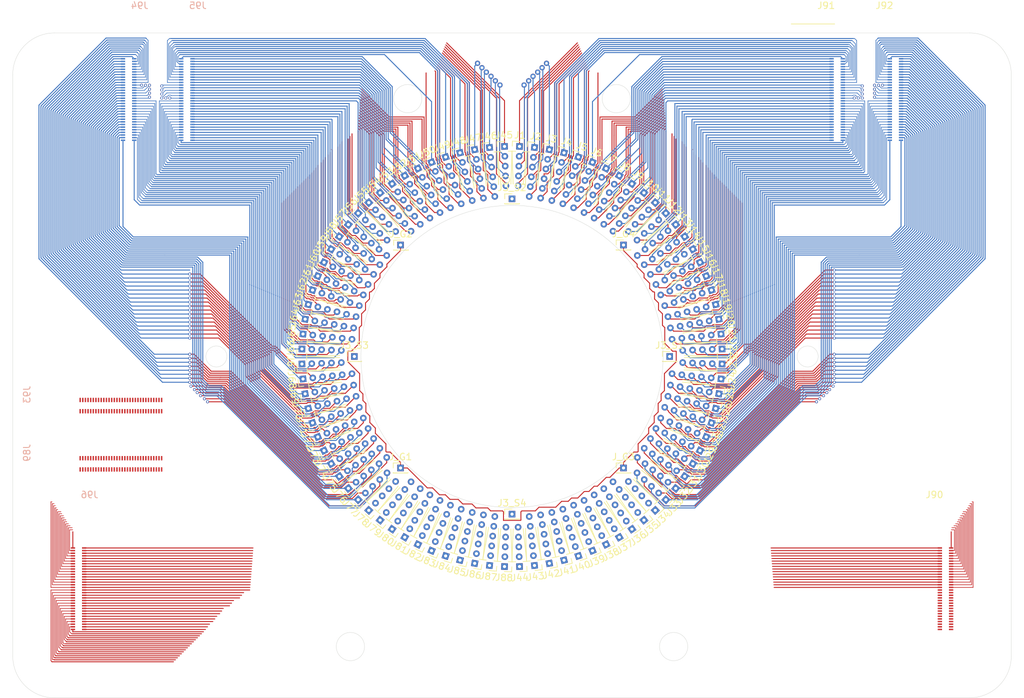
<source format=kicad_pcb>
(kicad_pcb (version 20221018) (generator pcbnew)
  (layers (0 "F.Cu" signal) (1 "In1.Cu" signal) (2 "In2.Cu" signal) (31 "B.Cu" signal) (34 "B.Paste" user) (35 "F.Paste" user) (36 "B.SilkS" user "B.Silkscreen") (37 "F.SilkS" user "F.Silkscreen") (38 "B.Mask" user) (39 "F.Mask" user) (44 "Edge.Cuts" user))
  (net 0 "")
  (net 18 "Net-(J67-Pin_2)")
  (net 19 "Net-(J67-Pin_4)")
  (net 20 "Net-(J68-Pin_1)")
  (net 21 "Net-(J68-Pin_3)")
  (net 22 "Net-(J68-Pin_5)")
  (net 23 "Net-(J69-Pin_1)")
  (net 24 "Net-(J69-Pin_3)")
  (net 25 "Net-(J69-Pin_5)")
  (net 26 "Net-(J70-Pin_1)")
  (net 27 "Net-(J70-Pin_3)")
  (net 28 "Net-(J70-Pin_5)")
  (net 29 "Net-(J71-Pin_1)")
  (net 30 "Net-(J71-Pin_3)")
  (net 31 "Net-(J71-Pin_5)")
  (net 48 "Net-(J50-Pin_3)")
  (net 49 "Net-(J50-Pin_1)")
  (net 50 "Net-(J49-Pin_5)")
  (net 51 "Net-(J49-Pin_3)")
  (net 52 "Net-(J49-Pin_1)")
  (net 53 "Net-(J48-Pin_5)")
  (net 54 "Net-(J48-Pin_3)")
  (net 55 "Net-(J48-Pin_1)")
  (net 56 "Net-(J47-Pin_5)")
  (net 57 "Net-(J47-Pin_3)")
  (net 58 "Net-(J47-Pin_1)")
  (net 59 "Net-(J46-Pin_5)")
  (net 60 "Net-(J46-Pin_3)")
  (net 61 "Net-(J46-Pin_1)")
  (net 62 "Net-(J45-Pin_4)")
  (net 63 "Net-(J45-Pin_2)")
  (net 64 "Net-(J66-Pin_5)")
  (net 65 "Net-(J66-Pin_3)")
  (net 66 "Net-(J66-Pin_1)")
  (net 67 "Net-(J65-Pin_5)")
  (net 68 "Net-(J65-Pin_3)")
  (net 69 "Net-(J65-Pin_1)")
  (net 70 "Net-(J64-Pin_5)")
  (net 71 "Net-(J64-Pin_3)")
  (net 72 "Net-(J64-Pin_1)")
  (net 73 "Net-(J63-Pin_5)")
  (net 74 "Net-(J63-Pin_3)")
  (net 75 "Net-(J63-Pin_1)")
  (net 76 "Net-(J62-Pin_1)")
  (net 77 "Net-(J62-Pin_3)")
  (net 78 "Net-(J62-Pin_5)")
  (net 79 "Net-(J61-Pin_1)")
  (net 80 "Net-(J61-Pin_3)")
  (net 81 "Net-(J61-Pin_5)")
  (net 82 "Net-(J60-Pin_1)")
  (net 83 "Net-(J60-Pin_3)")
  (net 84 "Net-(J60-Pin_5)")
  (net 85 "Net-(J59-Pin_1)")
  (net 86 "Net-(J59-Pin_3)")
  (net 87 "Net-(J59-Pin_5)")
  (net 88 "Net-(J58-Pin_1)")
  (net 89 "Net-(J58-Pin_3)")
  (net 90 "Net-(J58-Pin_5)")
  (net 91 "Net-(J57-Pin_1)")
  (net 92 "Net-(J57-Pin_3)")
  (net 93 "Net-(J57-Pin_5)")
  (net 94 "Net-(J56-Pin_4)")
  (net 95 "Net-(J56-Pin_2)")
  (net 96 "Net-(J55-Pin_5)")
  (net 97 "Net-(J55-Pin_3)")
  (net 98 "Net-(J55-Pin_1)")
  (net 99 "Net-(J54-Pin_5)")
  (net 100 "Net-(J54-Pin_3)")
  (net 101 "Net-(J54-Pin_1)")
  (net 102 "Net-(J53-Pin_5)")
  (net 103 "Net-(J53-Pin_3)")
  (net 104 "Net-(J53-Pin_1)")
  (net 105 "Net-(J52-Pin_5)")
  (net 106 "Net-(J52-Pin_3)")
  (net 107 "Net-(J52-Pin_1)")
  (net 108 "Net-(J51-Pin_5)")
  (net 109 "Net-(J51-Pin_3)")
  (net 110 "Net-(J51-Pin_1)")
  (net 111 "Net-(J50-Pin_5)")
  (net 128 "Net-(J23-Pin_2)")
  (net 129 "Net-(J23-Pin_4)")
  (net 130 "Net-(J24-Pin_1)")
  (net 131 "Net-(J24-Pin_3)")
  (net 132 "Net-(J24-Pin_5)")
  (net 133 "Net-(J25-Pin_1)")
  (net 134 "Net-(J25-Pin_3)")
  (net 135 "Net-(J25-Pin_5)")
  (net 136 "Net-(J26-Pin_1)")
  (net 137 "Net-(J26-Pin_3)")
  (net 138 "Net-(J26-Pin_5)")
  (net 139 "Net-(J27-Pin_1)")
  (net 140 "Net-(J27-Pin_3)")
  (net 141 "Net-(J27-Pin_5)")
  (net 142 "Net-(J28-Pin_1)")
  (net 143 "Net-(J28-Pin_3)")
  (net 144 "Net-(J28-Pin_5)")
  (net 145 "Net-(J29-Pin_1)")
  (net 146 "Net-(J29-Pin_3)")
  (net 147 "Net-(J29-Pin_5)")
  (net 148 "Net-(J30-Pin_1)")
  (net 149 "Net-(J30-Pin_3)")
  (net 150 "Net-(J30-Pin_5)")
  (net 151 "Net-(J31-Pin_1)")
  (net 152 "Net-(J31-Pin_3)")
  (net 153 "Net-(J31-Pin_5)")
  (net 154 "Net-(J32-Pin_1)")
  (net 155 "Net-(J32-Pin_3)")
  (net 156 "Net-(J32-Pin_5)")
  (net 157 "Net-(J33-Pin_1)")
  (net 158 "Net-(J33-Pin_3)")
  (net 159 "Net-(J33-Pin_5)")
  (net 176 "Net-(J6-Pin_5)")
  (net 177 "Net-(J7-Pin_1)")
  (net 178 "Net-(J7-Pin_3)")
  (net 179 "Net-(J7-Pin_5)")
  (net 180 "Net-(J8-Pin_1)")
  (net 181 "Net-(J8-Pin_3)")
  (net 182 "Net-(J8-Pin_5)")
  (net 183 "Net-(J9-Pin_1)")
  (net 184 "Net-(J9-Pin_3)")
  (net 185 "Net-(J9-Pin_5)")
  (net 186 "Net-(J10-Pin_1)")
  (net 187 "Net-(J10-Pin_3)")
  (net 188 "Net-(J10-Pin_5)")
  (net 189 "Net-(J11-Pin_1)")
  (net 190 "Net-(J11-Pin_3)")
  (net 191 "Net-(J11-Pin_5)")
  (net 192 "Net-(J12-Pin_2)")
  (net 193 "Net-(J12-Pin_4)")
  (net 194 "Net-(J13-Pin_5)")
  (net 195 "Net-(J13-Pin_3)")
  (net 196 "Net-(J13-Pin_1)")
  (net 197 "Net-(J14-Pin_5)")
  (net 198 "Net-(J14-Pin_3)")
  (net 199 "Net-(J14-Pin_1)")
  (net 200 "Net-(J15-Pin_5)")
  (net 201 "Net-(J15-Pin_3)")
  (net 202 "Net-(J15-Pin_1)")
  (net 203 "Net-(J16-Pin_5)")
  (net 204 "Net-(J16-Pin_3)")
  (net 205 "Net-(J16-Pin_1)")
  (net 206 "Net-(J17-Pin_5)")
  (net 207 "Net-(J17-Pin_3)")
  (net 208 "Net-(J17-Pin_1)")
  (net 209 "Net-(J18-Pin_5)")
  (net 210 "Net-(J18-Pin_3)")
  (net 211 "Net-(J18-Pin_1)")
  (net 212 "Net-(J19-Pin_1)")
  (net 213 "Net-(J19-Pin_3)")
  (net 214 "Net-(J19-Pin_5)")
  (net 215 "Net-(J20-Pin_1)")
  (net 216 "Net-(J20-Pin_3)")
  (net 217 "Net-(J20-Pin_5)")
  (net 218 "Net-(J21-Pin_1)")
  (net 219 "Net-(J21-Pin_3)")
  (net 220 "Net-(J21-Pin_5)")
  (net 221 "Net-(J22-Pin_1)")
  (net 222 "Net-(J22-Pin_3)")
  (net 223 "Net-(J22-Pin_5)")
  (net 224 "Net-(J1-Pin_2)")
  (net 225 "Net-(J1-Pin_4)")
  (net 226 "Net-(J2-Pin_1)")
  (net 227 "Net-(J2-Pin_3)")
  (net 228 "Net-(J2-Pin_5)")
  (net 229 "Net-(J3-Pin_1)")
  (net 230 "Net-(J3-Pin_3)")
  (net 231 "Net-(J3-Pin_5)")
  (net 232 "Net-(J4-Pin_1)")
  (net 233 "Net-(J4-Pin_3)")
  (net 234 "Net-(J4-Pin_5)")
  (net 235 "Net-(J5-Pin_1)")
  (net 236 "Net-(J5-Pin_3)")
  (net 237 "Net-(J5-Pin_5)")
  (net 238 "Net-(J6-Pin_1)")
  (net 239 "Net-(J6-Pin_3)")
  (net 240 "Net-(J6-Pin_4)")
  (net 241 "Net-(J6-Pin_6)")
  (net 242 "Net-(J7-Pin_2)")
  (net 243 "Net-(J7-Pin_4)")
  (net 244 "Net-(J7-Pin_6)")
  (net 245 "Net-(J8-Pin_2)")
  (net 246 "Net-(J8-Pin_4)")
  (net 247 "Net-(J8-Pin_6)")
  (net 248 "Net-(J89-Pin_9)")
  (net 249 "Net-(J89-Pin_10)")
  (net 250 "Net-(J89-Pin_11)")
  (net 251 "Net-(J10-Pin_2)")
  (net 252 "Net-(J10-Pin_4)")
  (net 253 "Net-(J10-Pin_6)")
  (net 254 "Net-(J11-Pin_2)")
  (net 255 "Net-(J11-Pin_4)")
  (net 256 "Net-(J12-Pin_1)")
  (net 257 "Net-(J12-Pin_3)")
  (net 258 "Net-(J12-Pin_5)")
  (net 259 "Net-(J13-Pin_2)")
  (net 260 "Net-(J13-Pin_4)")
  (net 261 "Net-(J13-Pin_6)")
  (net 262 "Net-(J14-Pin_2)")
  (net 263 "Net-(J14-Pin_4)")
  (net 264 "Net-(J14-Pin_6)")
  (net 265 "Net-(J15-Pin_2)")
  (net 266 "Net-(J15-Pin_4)")
  (net 267 "Net-(J15-Pin_6)")
  (net 268 "Net-(J16-Pin_2)")
  (net 269 "Net-(J16-Pin_4)")
  (net 270 "Net-(J16-Pin_6)")
  (net 271 "Net-(J17-Pin_2)")
  (net 272 "Net-(J17-Pin_4)")
  (net 273 "Net-(J17-Pin_6)")
  (net 274 "Net-(J18-Pin_2)")
  (net 275 "Net-(J18-Pin_4)")
  (net 276 "Net-(J18-Pin_6)")
  (net 277 "Net-(J19-Pin_2)")
  (net 278 "Net-(J19-Pin_4)")
  (net 279 "Net-(J19-Pin_6)")
  (net 280 "Net-(J20-Pin_2)")
  (net 281 "Net-(J20-Pin_4)")
  (net 282 "Net-(J20-Pin_6)")
  (net 283 "Net-(J21-Pin_2)")
  (net 284 "Net-(J21-Pin_4)")
  (net 285 "Net-(J21-Pin_6)")
  (net 286 "Net-(J22-Pin_2)")
  (net 287 "Net-(J22-Pin_4)")
  (net 288 "Net-(J1-Pin_1)")
  (net 289 "Net-(J1-Pin_3)")
  (net 290 "Net-(J1-Pin_5)")
  (net 291 "Net-(J2-Pin_2)")
  (net 292 "Net-(J2-Pin_4)")
  (net 293 "Net-(J2-Pin_6)")
  (net 294 "Net-(J3-Pin_2)")
  (net 295 "Net-(J3-Pin_4)")
  (net 296 "Net-(J3-Pin_6)")
  (net 297 "Net-(J4-Pin_2)")
  (net 298 "Net-(J4-Pin_4)")
  (net 299 "Net-(J4-Pin_6)")
  (net 300 "Net-(J5-Pin_2)")
  (net 301 "Net-(J5-Pin_4)")
  (net 302 "Net-(J5-Pin_6)")
  (net 303 "Net-(J6-Pin_2)")
  (net 350 "Net-(J50-Pin_4)")
  (net 351 "Net-(J50-Pin_6)")
  (net 352 "Net-(J51-Pin_2)")
  (net 353 "Net-(J51-Pin_4)")
  (net 354 "Net-(J51-Pin_6)")
  (net 355 "Net-(J52-Pin_2)")
  (net 356 "Net-(J52-Pin_4)")
  (net 357 "Net-(J52-Pin_6)")
  (net 358 "Net-(J53-Pin_2)")
  (net 359 "Net-(J53-Pin_4)")
  (net 360 "Net-(J53-Pin_6)")
  (net 361 "Net-(J54-Pin_2)")
  (net 362 "Net-(J54-Pin_4)")
  (net 363 "Net-(J54-Pin_6)")
  (net 364 "Net-(J55-Pin_2)")
  (net 365 "Net-(J55-Pin_4)")
  (net 366 "Net-(J56-Pin_1)")
  (net 367 "Net-(J56-Pin_3)")
  (net 368 "Net-(J56-Pin_5)")
  (net 369 "Net-(J57-Pin_2)")
  (net 370 "Net-(J57-Pin_4)")
  (net 371 "Net-(J57-Pin_6)")
  (net 372 "Net-(J58-Pin_2)")
  (net 373 "Net-(J58-Pin_4)")
  (net 374 "Net-(J58-Pin_6)")
  (net 375 "Net-(J59-Pin_2)")
  (net 376 "Net-(J59-Pin_4)")
  (net 377 "Net-(J59-Pin_6)")
  (net 378 "Net-(J60-Pin_2)")
  (net 379 "Net-(J60-Pin_4)")
  (net 380 "Net-(J60-Pin_6)")
  (net 381 "Net-(J61-Pin_2)")
  (net 382 "Net-(J61-Pin_4)")
  (net 383 "Net-(J61-Pin_6)")
  (net 384 "Net-(J62-Pin_2)")
  (net 385 "Net-(J62-Pin_4)")
  (net 386 "Net-(J62-Pin_6)")
  (net 387 "Net-(J63-Pin_2)")
  (net 388 "Net-(J63-Pin_4)")
  (net 389 "Net-(J63-Pin_6)")
  (net 390 "Net-(J64-Pin_2)")
  (net 391 "Net-(J64-Pin_4)")
  (net 392 "Net-(J64-Pin_6)")
  (net 393 "Net-(J65-Pin_2)")
  (net 394 "Net-(J65-Pin_4)")
  (net 395 "Net-(J65-Pin_6)")
  (net 396 "Net-(J66-Pin_2)")
  (net 397 "Net-(J66-Pin_4)")
  (net 398 "Net-(J45-Pin_1)")
  (net 399 "Net-(J45-Pin_3)")
  (net 400 "Net-(J45-Pin_5)")
  (net 401 "Net-(J46-Pin_2)")
  (net 402 "Net-(J46-Pin_4)")
  (net 403 "Net-(J46-Pin_6)")
  (net 404 "Net-(J47-Pin_2)")
  (net 405 "Net-(J47-Pin_4)")
  (net 406 "Net-(J47-Pin_6)")
  (net 407 "Net-(J48-Pin_2)")
  (net 408 "Net-(J48-Pin_4)")
  (net 409 "Net-(J48-Pin_6)")
  (net 410 "Net-(J49-Pin_2)")
  (net 411 "Net-(J49-Pin_4)")
  (net 412 "Net-(J49-Pin_6)")
  (net 413 "Net-(J50-Pin_2)")
  (net 430 "Net-(J23-Pin_1)")
  (net 431 "Net-(J23-Pin_3)")
  (net 432 "Net-(J23-Pin_5)")
  (net 433 "Net-(J24-Pin_2)")
  (net 434 "Net-(J24-Pin_4)")
  (net 435 "Net-(J24-Pin_6)")
  (net 436 "Net-(J25-Pin_2)")
  (net 437 "Net-(J25-Pin_4)")
  (net 438 "Net-(J25-Pin_6)")
  (net 439 "Net-(J26-Pin_2)")
  (net 440 "Net-(J26-Pin_4)")
  (net 441 "Net-(J26-Pin_6)")
  (net 442 "Net-(J27-Pin_2)")
  (net 443 "Net-(J27-Pin_4)")
  (net 444 "Net-(J27-Pin_6)")
  (net 445 "Net-(J28-Pin_2)")
  (net 446 "Net-(J28-Pin_4)")
  (net 447 "Net-(J28-Pin_6)")
  (net 468 "unconnected-(J_G2-Pin_1-Pad1)")
  (net 471 "unconnected-(J90-Pin_64-Pad64)")
  (net 472 "unconnected-(J90-Pin_63-Pad63)")
  (net 473 "unconnected-(J90-Pin_62-Pad62)")
  (net 474 "unconnected-(J90-Pin_61-Pad61)")
  (net 475 "unconnected-(J90-Pin_60-Pad60)")
  (net 476 "unconnected-(J90-Pin_59-Pad59)")
  (net 477 "unconnected-(J90-Pin_58-Pad58)")
  (net 478 "unconnected-(J90-Pin_57-Pad57)")
  (net 479 "unconnected-(J90-Pin_56-Pad56)")
  (net 480 "unconnected-(J90-Pin_55-Pad55)")
  (net 481 "unconnected-(J90-Pin_54-Pad54)")
  (net 482 "unconnected-(J90-Pin_53-Pad53)")
  (net 483 "unconnected-(J90-Pin_52-Pad52)")
  (net 484 "unconnected-(J90-Pin_51-Pad51)")
  (net 485 "unconnected-(J90-Pin_50-Pad50)")
  (net 486 "unconnected-(J90-Pin_49-Pad49)")
  (net 487 "unconnected-(J90-Pin_16-Pad16)")
  (net 488 "unconnected-(J90-Pin_15-Pad15)")
  (net 489 "unconnected-(J90-Pin_14-Pad14)")
  (net 490 "unconnected-(J90-Pin_13-Pad13)")
  (net 491 "unconnected-(J90-Pin_12-Pad12)")
  (net 492 "unconnected-(J90-Pin_11-Pad11)")
  (net 493 "unconnected-(J90-Pin_10-Pad10)")
  (net 494 "unconnected-(J90-Pin_9-Pad9)")
  (net 495 "unconnected-(J90-Pin_8-Pad8)")
  (net 496 "unconnected-(J90-Pin_7-Pad7)")
  (net 497 "unconnected-(J90-Pin_6-Pad6)")
  (net 498 "unconnected-(J90-Pin_5-Pad5)")
  (net 499 "unconnected-(J90-Pin_4-Pad4)")
  (net 500 "unconnected-(J90-Pin_3-Pad3)")
  (net 501 "unconnected-(J90-Pin_2-Pad2)")
  (net 502 "unconnected-(J90-Pin_1-Pad1)")
  (net 536 "unconnected-(J94-Pin_49-Pad49)")
  (net 553 "unconnected-(J96-Pin_64-Pad64)")
  (net 554 "unconnected-(J96-Pin_63-Pad63)")
  (net 555 "unconnected-(J96-Pin_62-Pad62)")
  (net 556 "unconnected-(J96-Pin_61-Pad61)")
  (net 557 "unconnected-(J96-Pin_60-Pad60)")
  (net 558 "unconnected-(J96-Pin_59-Pad59)")
  (net 559 "unconnected-(J96-Pin_58-Pad58)")
  (net 560 "unconnected-(J96-Pin_57-Pad57)")
  (net 561 "unconnected-(J96-Pin_56-Pad56)")
  (net 562 "unconnected-(J96-Pin_55-Pad55)")
  (net 563 "unconnected-(J96-Pin_54-Pad54)")
  (net 564 "unconnected-(J96-Pin_53-Pad53)")
  (net 565 "unconnected-(J96-Pin_52-Pad52)")
  (net 566 "unconnected-(J96-Pin_51-Pad51)")
  (net 567 "unconnected-(J96-Pin_50-Pad50)")
  (net 568 "unconnected-(J96-Pin_49-Pad49)")
  (net 569 "unconnected-(J96-Pin_16-Pad16)")
  (net 570 "unconnected-(J96-Pin_15-Pad15)")
  (net 571 "unconnected-(J96-Pin_14-Pad14)")
  (net 572 "unconnected-(J96-Pin_13-Pad13)")
  (net 573 "unconnected-(J96-Pin_12-Pad12)")
  (net 574 "unconnected-(J96-Pin_11-Pad11)")
  (net 575 "unconnected-(J96-Pin_10-Pad10)")
  (net 576 "unconnected-(J96-Pin_9-Pad9)")
  (net 577 "unconnected-(J96-Pin_8-Pad8)")
  (net 578 "unconnected-(J96-Pin_7-Pad7)")
  (net 579 "unconnected-(J96-Pin_6-Pad6)")
  (net 580 "unconnected-(J96-Pin_5-Pad5)")
  (net 581 "unconnected-(J96-Pin_4-Pad4)")
  (net 582 "unconnected-(J96-Pin_3-Pad3)")
  (net 583 "unconnected-(J96-Pin_2-Pad2)")
  (net 584 "unconnected-(J96-Pin_1-Pad1)")
  (net 586 "Net-(J72-Pin_1)")
  (net 588 "Net-(J72-Pin_3)")
  (net 590 "Net-(J72-Pin_5)")
  (net 592 "Net-(J73-Pin_1)")
  (net 594 "Net-(J73-Pin_3)")
  (net 596 "Net-(J73-Pin_5)")
  (net 598 "Net-(J74-Pin_1)")
  (net 600 "Net-(J74-Pin_3)")
  (net 602 "Net-(J74-Pin_5)")
  (net 604 "Net-(J75-Pin_1)")
  (net 606 "Net-(J75-Pin_3)")
  (net 608 "Net-(J75-Pin_5)")
  (net 610 "Net-(J76-Pin_1)")
  (net 612 "Net-(J76-Pin_3)")
  (net 614 "Net-(J76-Pin_5)")
  (net 616 "Net-(J77-Pin_1)")
  (net 618 "Net-(J77-Pin_3)")
  (net 620 "Net-(J77-Pin_5)")
  (net 635 "unconnected-(J96-Pin_17-Pad17)")
  (net 636 "unconnected-(J96-Pin_18-Pad18)")
  (net 637 "unconnected-(J96-Pin_19-Pad19)")
  (net 638 "unconnected-(J96-Pin_20-Pad20)")
  (net 639 "unconnected-(J96-Pin_21-Pad21)")
  (net 640 "unconnected-(J96-Pin_22-Pad22)")
  (net 641 "unconnected-(J96-Pin_23-Pad23)")
  (net 642 "unconnected-(J96-Pin_24-Pad24)")
  (net 643 "unconnected-(J96-Pin_25-Pad25)")
  (net 644 "unconnected-(J96-Pin_26-Pad26)")
  (net 645 "unconnected-(J96-Pin_27-Pad27)")
  (net 646 "unconnected-(J96-Pin_28-Pad28)")
  (net 647 "unconnected-(J96-Pin_29-Pad29)")
  (net 648 "unconnected-(J96-Pin_30-Pad30)")
  (net 649 "unconnected-(J96-Pin_31-Pad31)")
  (net 650 "unconnected-(J96-Pin_32-Pad32)")
  (net 651 "unconnected-(J96-Pin_33-Pad33)")
  (net 652 "unconnected-(J96-Pin_34-Pad34)")
  (net 653 "unconnected-(J96-Pin_35-Pad35)")
  (net 654 "unconnected-(J96-Pin_36-Pad36)")
  (net 655 "unconnected-(J96-Pin_37-Pad37)")
  (net 656 "unconnected-(J96-Pin_38-Pad38)")
  (net 657 "unconnected-(J96-Pin_39-Pad39)")
  (net 658 "unconnected-(J96-Pin_40-Pad40)")
  (net 659 "unconnected-(J96-Pin_41-Pad41)")
  (net 660 "unconnected-(J96-Pin_42-Pad42)")
  (net 661 "unconnected-(J96-Pin_43-Pad43)")
  (net 662 "unconnected-(J96-Pin_44-Pad44)")
  (net 663 "unconnected-(J96-Pin_45-Pad45)")
  (net 664 "unconnected-(J96-Pin_46-Pad46)")
  (net 665 "unconnected-(J96-Pin_47-Pad47)")
  (net 666 "unconnected-(J96-Pin_48-Pad48)")
  (net 667 "Net-(J29-Pin_2)")
  (net 668 "Net-(J29-Pin_4)")
  (net 669 "Net-(J29-Pin_6)")
  (net 670 "Net-(J30-Pin_2)")
  (net 671 "Net-(J30-Pin_4)")
  (net 672 "Net-(J30-Pin_6)")
  (net 673 "Net-(J31-Pin_2)")
  (net 674 "Net-(J31-Pin_4)")
  (net 675 "Net-(J31-Pin_6)")
  (net 676 "Net-(J32-Pin_2)")
  (net 677 "Net-(J32-Pin_4)")
  (net 678 "Net-(J32-Pin_6)")
  (net 679 "Net-(J33-Pin_2)")
  (net 680 "Net-(J33-Pin_4)")
  (footprint "MEAboard_512_footprint:PinHeader_1x06_P1.5mm_Vertical" (layer "F.Cu") (at 180.362431 110.105584 -108.408636)
    (fp_text reference "J27")
    (fp_text value "Conn_01x06")
  )
  (footprint "MEAboard_512_footprint:PinHeader_1x06_P1.5mm_Vertical" (layer "F.Cu") (at 166.328644 127.520455 -149.317727)
    (fp_text reference "J37")
    (fp_text value "Conn_01x06")
  )
  (footprint "MEAboard_512_footprint:PinHeader_1x06_P1.5mm_Vertical" (layer "F.Cu") (at 133.671359 127.520457 149.318633)
    (fp_text reference "J81")
    (fp_text value "Conn_01x06")
  )
  (footprint "MEAboard_512_footprint:PinHeader_1x06_P1.5mm_Vertical" (layer "F.Cu") (at 178.61521 114.323748 -116.590454)
    (fp_text reference "J29")
    (fp_text value "Conn_01x06")
  )
  (footprint "MEAboard_512_footprint:PinHeader_1x06_P1.5mm_Vertical" (layer "F.Cu") (at 181.81665 96.579353 -83.863181)
    (fp_text reference "J21")
    (fp_text value "Conn_01x06")
  )
  (footprint "MEAboard_512_footprint:PinHeader_1x06_P1.5mm_Vertical" (layer "F.Cu") (at 146.579357 131.81665 173.864087)
    (fp_text reference "J87")
    (fp_text value "Conn_01x06")
  )
  (footprint "MEAboard_512_footprint:PinHeader_1x05_P1.5mm_Vertical" (layer "F.Cu") (at 173.420627 121.805372 -132.95409)
    (fp_text reference "J33")
    (fp_text value "Conn_01x05")
  )
  (footprint "MEAboard_512_footprint:PinHeader_1x06_P1.5mm_Vertical" (layer "F.Cu") (at 181.81665 103.420641 -96.135909)
    (fp_text reference "J24")
    (fp_text value "Conn_01x06")
  )
  (footprint "MEAboard_512_footprint:PinHeader_1x06_P1.5mm_Vertical" (layer "F.Cu") (at 120.435855 112.245871 112.500452)
    (fp_text reference "J72")
    (fp_text value "Conn_01x06")
  )
  (footprint "MEAboard_512_footprint:PinHeader_1x06_P1.5mm_Vertical" (layer "F.Cu") (at 157.913811 131.005994 -165.681363)
    (fp_text reference "J41")
    (fp_text value "Conn_01x06")
  )
  (footprint "MEAboard_512_footprint:PinHeader_2x32_P0.4mm_Vertical_SMD_Molex_Back" (layer "F.Cu") (at 206.865 54.38228)
    (fp_text reference "J92")
    (fp_text value "Conn_02x32_Counter_Clockwise")
  )
  (footprint "MEAboard_512_footprint:PinHeader_1x01_P1.27mm_Vertical_0.483_STIM" (layer "F.Cu") (at 150 76)
    (fp_text reference "J3_S2")
    (fp_text value "Conn_01x01")
  )
  (footprint "MEAboard_512_footprint:PinHeader_1x06_P1.5mm_Vertical" (layer "F.Cu") (at 120.435854 87.754132 67.500453)
    (fp_text reference "J61")
    (fp_text value "Conn_01x06")
  )
  (footprint "MEAboard_512_footprint:PinHeader_1x06_P1.5mm_Vertical" (layer "F.Cu") (at 164.323754 128.615208 -153.408636)
    (fp_text reference "J38")
    (fp_text value "Conn_01x06")
  )
  (footprint "MEAboard_512_footprint:PinHeader_1x06_P1.5mm_Vertical" (layer "F.Cu") (at 164.323748 71.38479 -26.590454)
    (fp_text reference "J7")
    (fp_text value "Conn_01x06")
  )
  (footprint "MEAboard_512_footprint:PinHeader_1x05_P1.5mm_Vertical" (layer "F.Cu") (at 151.142158 131.979611 -177.95409)
    (fp_text reference "J44")
    (fp_text value "Conn_01x05")
  )
  (footprint "MEAboard_512_footprint:PinHeader_1x05_P1.5mm_Vertical" (layer "F.Cu") (at 148.857846 131.979611 177.954996)
    (fp_text reference "J88")
    (fp_text value "Conn_01x05")
  )
  (footprint "MEAboard_512_footprint:PinHeader_1x06_P1.5mm_Vertical" (layer "F.Cu") (at 162.245867 70.435853 -22.499545)
    (fp_text reference "J6")
    (fp_text value "Conn_01x06")
  )
  (footprint "MEAboard_512_footprint:PinHeader_1x01_P1.27mm_Vertical_0.483_GND" (layer "F.Cu") (at 133.096 83.058)
    (fp_text reference "J_G2")
    (fp_text value "Conn_01x01")
  )
  (footprint "MEAboard_512_footprint:PinHeader_1x06_P1.5mm_Vertical" (layer "F.Cu") (at 181.49156 105.6817 -100.226818)
    (fp_text reference "J25")
    (fp_text value "Conn_01x06")
  )
  (footprint "MEAboard_512_footprint:PinHeader_1x06_P1.5mm_Vertical" (layer "F.Cu") (at 181.005994 92.086189 -75.681363)
    (fp_text reference "J19")
    (fp_text value "Conn_01x06")
  )
  (footprint "MEAboard_512_footprint:PinHeader_1x06_P1.5mm_Vertical" (layer "F.Cu") (at 144.318298 131.491559 169.773178)
    (fp_text reference "J86")
    (fp_text value "Conn_01x06")
  )
  (footprint "MEAboard_512_footprint:PinHeader_1x05_P1.5mm_Vertical" (layer "F.Cu") (at 173.420623 78.194624 -47.045)
    (fp_text reference "J12")
    (fp_text value "Conn_01x05")
  )
  (footprint "MEAboard_512_footprint:PinHeader_1x05_P1.5mm_Vertical" (layer "F.Cu") (at 181.979611 98.857842 -87.95409)
    (fp_text reference "J22")
    (fp_text value "Conn_01x05")
  )
  (footprint "MEAboard_512_footprint:PinHeader_1x06_P1.5mm_Vertical" (layer "F.Cu") (at 125.083471 120.079009 128.864088)
    (fp_text reference "J76")
    (fp_text value "Conn_01x06")
  )
  (footprint "MEAboard_512_footprint:PinHeader_1x01_P1.27mm_Vertical_0.483_STIM" (layer "F.Cu") (at 174 100)
    (fp_text reference "J3_S1")
    (fp_text value "Conn_01x01")
  )
  (footprint "MEAboard_512_footprint:PinHeader_1x06_P1.5mm_Vertical" (layer "F.Cu") (at 131.749676 126.285466 145.227724)
    (fp_text reference "J80")
    (fp_text value "Conn_01x06")
  )
  (footprint "MEAboard_512_footprint:PinHeader_1x06_P1.5mm_Vertical" (layer "F.Cu") (at 176.285464 81.749673 -55.226818)
    (fp_text reference "J14")
    (fp_text value "Conn_01x06")
  )
  (footprint "MEAboard_512_footprint:PinHeader_1x06_P1.5mm_Vertical" (layer "F.Cu") (at 137.754131 129.564146 157.500451)
    (fp_text reference "J83")
    (fp_text value "Conn_01x06")
  )
  (footprint "MEAboard_512_footprint:PinHeader_1x05_P1.5mm_Vertical" (layer "F.Cu") (at 126.579374 78.194627 47.045908)
    (fp_text reference "J56")
    (fp_text value "Conn_01x05")
  )
  (footprint "MEAboard_512_footprint:PinHeader_1x06_P1.5mm_Vertical" (layer "F.Cu") (at 123.714535 118.250326 124.773179)
    (fp_text reference "J75")
    (fp_text value "Conn_01x06")
  )
  (footprint "MEAboard_512_footprint:PinHeader_1x05_P1.5mm_Vertical" (layer "F.Cu") (at 148.857843 68.020389 2.045909)
    (fp_text reference "J45")
    (fp_text value "Conn_01x05")
  )
  (footprint "MEAboard_512_footprint:PinHeader_1x06_P1.5mm_Vertical" (layer "F.Cu") (at 177.520458 116.328639 -120.681363)
    (fp_text reference "J30")
    (fp_text value "Conn_01x06")
  )
  (footprint "MEAboard_512_footprint:PinHeader_1x06_P1.5mm_Vertical" (layer "F.Cu") (at 121.384791 114.323752 116.591361)
    (fp_text reference "J73")
    (fp_text value "Conn_01x06")
  )
  (footprint "MEAboard_512_footprint:PinHeader_1x06_P1.5mm_Vertical" (layer "F.Cu") (at 142.086189 68.994006 14.318636)
    (fp_text reference "J48")
    (fp_text value "Conn_01x06")
  )
  (footprint "MEAboard_512_footprint:PinHeader_1x06_P1.5mm_Vertical" (layer "F.Cu") (at 123.714534 81.749677 55.227726)
    (fp_text reference "J58")
    (fp_text value "Conn_01x06")
  )
  (footprint "MEAboard_512_footprint:PinHeader_1x06_P1.5mm_Vertical" (layer "F.Cu") (at 155.681706 131.491558 -169.772272)
    (fp_text reference "J42")
    (fp_text value "Conn_01x06")
  )
  (footprint "MEAboard_512_footprint:PinHeader_1x06_P1.5mm_Vertical" (layer "F.Cu") (at 153.420641 68.18335 -6.135909)
    (fp_text reference "J2")
    (fp_text value "Conn_01x06")
  )
  (footprint "MEAboard_512_footprint:PinHeader_1x06_P1.5mm_Vertical" (layer "F.Cu") (at 146.579353 68.18335 6.136818)
    (fp_text reference "J46")
    (fp_text value "Conn_01x06")
  )
  (footprint "MEAboard_512_footprint:PinHeader_1x06_P1.5mm_Vertical" (layer "F.Cu") (at 179.564147 112.245867 -112.499545)
    (fp_text reference "J28")
    (fp_text value "Conn_01x06")
  )
  (footprint "MEAboard_512_footprint:PinHeader_1x01_P1.27mm_Vertical_0.483_GND" (layer "F.Cu") (at 133.03 116.97)
    (fp_text reference "J_G1")
    (fp_text value "Conn_01x01")
  )
  (footprint "MEAboard_512_footprint:PinHeader_1x01_P1.27mm_Vertical_0.483_GND" (layer "F.Cu") (at 166.97 83.03)
    (fp_text reference "J_G4")
    (fp_text value "Conn_01x01")
  )
  (footprint "MEAboard_512_footprint:PinHeader_1x06_P1.5mm_Vertical" (layer "F.Cu") (at 135.676247 71.384792 26.591363)
    (fp_text reference "J51")
    (fp_text value "Conn_01x06")
  )
  (footprint "MEAboard_512_footprint:PinHeader_1x06_P1.5mm_Vertical" (layer "F.Cu") (at 166.328639 72.479542 -30.681363)
    (fp_text reference "J8")
    (fp_text value "Conn_01x06")
  )
  (footprint "MEAboard_512_footprint:PinHeader_1x06_P1.5mm_Vertical" (layer "F.Cu") (at 174.916532 120.079006 -128.863181)
    (fp_text reference "J32")
    (fp_text value "Conn_01x06")
  )
  (footprint "MEAboard_512_footprint:PinHeader_1x05_P1.5mm_Vertical" (layer "F.Cu") (at 181.979611 101.142152 -92.045)
    (fp_text reference "J23")
    (fp_text value "Conn_01x05")
  )
  (footprint "MEAboard_512_footprint:PinHeader_1x06_P1.5mm_Vertical" (layer "F.Cu") (at 157.913805 68.994005 -14.317727)
    (fp_text reference "J4")
    (fp_text value "Conn_01x06")
  )
  (footprint "MEAboard_512_footprint:PinHeader_1x01_P1.27mm_Vertical_0.483_STIM" (layer "F.Cu") (at 126 100)
    (fp_text reference "J3_S3")
    (fp_text value "Conn_01x01")
  )
  (footprint "MEAboard_512_footprint:PinHeader_1x06_P1.5mm_Vertical" (layer "F.Cu") (at 118.508441 94.318299 79.77318)
    (fp_text reference "J64")
    (fp_text value "Conn_01x06")
  )
  (footprint "MEAboard_512_footprint:PinHeader_1x06_P1.5mm_Vertical" (layer "F.Cu") (at 168.250322 73.714533 -34.772272)
    (fp_text reference "J9")
    (fp_text value "Conn_01x06")
  )
  (footprint "MEAboard_512_footprint:PinHeader_1x05_P1.5mm_Vertical" (layer "F.Cu") (at 171.805372 76.579373 -42.95409)
    (fp_text reference "J11")
    (fp_text value "Conn_01x05")
  )
  (footprint "MEAboard_512_footprint:PinHeader_1x06_P1.5mm_Vertical" (layer "F.Cu") (at 118.508441 105.681704 100.227725)
    (fp_text reference "J69")
    (fp_text value "Conn_01x06")
  )
  (footprint "MEAboard_512_footprint:PinHeader_1x06_P1.5mm_Vertical" (layer "F.Cu") (at 168.250327 126.285464 -145.226818)
    (fp_text reference "J36")
    (fp_text value "Conn_01x06")
  )
  (footprint "MEAboard_512_footprint:PinHeader_1x06_P1.5mm_Vertical" (layer "F.Cu") (at 179.564144 87.754127 -67.499545)
    (fp_text reference "J17")
    (fp_text value "Conn_01x06")
  )
  (footprint "MEAboard_512_footprint:PinHeader_1x06_P1.5mm_Vertical" (layer "F.Cu") (at 122.479544 116.328642 120.68227)
    (fp_text reference "J74")
    (fp_text value "Conn_01x06")
  )
  (footprint "MEAboard_512_footprint:PinHeader_1x06_P1.5mm_Vertical" (layer "F.Cu") (at 180.362428 89.89441 -71.590454)
    (fp_text reference "J18")
    (fp_text value "Conn_01x06")
  )
  (footprint "MEAboard_512_footprint:PinHeader_1x06_P1.5mm_Vertical" (layer "F.Cu") (at 139.894411 69.637571 18.409545)
    (fp_text reference "J49")
    (fp_text value "Conn_01x06")
  )
  (footprint "MEAboard_512_footprint:PinHeader_1x06_P1.5mm_Vertical" (layer "F.Cu") (at 170.079006 75.083468 -38.863181)
    (fp_text reference "J10")
    (fp_text value "Conn_01x06")
  )
  (footprint "MEAboard_512_footprint:PinHeader_1x06_P1.5mm_Vertical" (layer "F.Cu") (at 121.38479 85.676251 63.409544)
    (fp_text reference "J60")
    (fp_text value "Conn_01x06")
  )
  (footprint "MEAboard_512_footprint:PinHeader_1x06_P1.5mm_Vertical" (layer "F.Cu") (at 181.491558 94.318294 -79.772272)
    (fp_text reference "J20")
    (fp_text value "Conn_01x06")
  )
  (footprint "MEAboard_512_footprint:PinHeader_1x05_P1.5mm_Vertical" (layer "F.Cu") (at 126.579376 121.805375 132.954997)
    (fp_text reference "J77")
    (fp_text value "Conn_01x05")
  )
  (footprint "MEAboard_512_footprint:PinHeader_1x05_P1.5mm_Vertical" (layer "F.Cu") (at 171.805376 123.420623 -137.045)
    (fp_text reference "J34")
    (fp_text value "Conn_01x05")
  )
  (footprint "MEAboard_512_footprint:PinHeader_1x06_P1.5mm_Vertical" (layer "F.Cu") (at 144.318295 68.508441 10.227727)
    (fp_text reference "J47")
    (fp_text value "Conn_01x06")
  )
  (footprint "MEAboard_512_footprint:PinHeader_1x06_P1.5mm_Vertical" (layer "F.Cu") (at 135.67625 128.615209 153.409542)
    (fp_text reference "J82")
    (fp_text value "Conn_01x06")
  )
  (footprint "MEAboard_512_footprint:PinHeader_1x06_P1.5mm_Vertical" (layer "F.Cu") (at 119.637571 110.105588 108.409543)
    (fp_text reference "J71")
    (fp_text value "Conn_01x06")
  )
  (footprint "MEAboard_512_footprint:PinHeader_1x06_P1.5mm_Vertical" (layer "F.Cu") (at 125.083469 79.920993 51.136817)
    (fp_text reference "J57")
    (fp_text value "Conn_01x06")
  )
  (footprint "MEAboard_512_footprint:PinHeader_1x05_P1.5mm_Vertical" (layer "F.Cu") (at 128.194626 123.420626 137.045906)
    (fp_text reference "J78")
    (fp_text value "Conn_01x05")
  )
  (footprint "MEAboard_512_footprint:PinHeader_1x06_P1.5mm_Vertical" (layer "F.Cu") (at 162.245873 129.564144 -157.499545)
    (fp_text reference "J39")
    (fp_text value "Conn_01x06")
  )
  (footprint "MEAboard_512_footprint:PinHeader_1x05_P1.5mm_Vertical" (layer "F.Cu") (at 151.142152 68.020389 -2.045)
    (fp_text reference "J1")
    (fp_text value "Conn_01x05")
  )
  (footprint "MEAboard_512_footprint:PinHeader_1x06_P1.5mm_Vertical" (layer "F.Cu") (at 153.420647 131.81665 -173.863181)
    (fp_text reference "J43")
    (fp_text value "Conn_01x06")
  )
  (footprint "MEAboard_512_footprint:PinHeader_1x06_P1.5mm_Vertical" (layer "F.Cu") (at 155.6817 68.50844 -10.226818)
    (fp_text reference "J3")
    (fp_text value "Conn_01x06")
  )
  (footprint "MEAboard_512_footprint:PinHeader_1x06_P1.5mm_Vertical" (layer "F.Cu") (at 118.18335 103.420645 96.136816)
    (fp_text reference "J68")
    (fp_text value "Conn_01x06")
  )
  (footprint "MEAboard_512_footprint:PinHeader_1x06_P1.5mm_Vertical" (layer "F.Cu") (at 139.894414 130.36243 161.59136)
    (fp_text reference "J84")
    (fp_text value "Conn_01x06")
  )
  (footprint "MEAboard_512_footprint:PinHeader_1x06_P1.5mm_Vertical" (layer "F.Cu") (at 174.916527 79.920989 -51.135909)
    (fp_text reference "J13")
    (fp_text value "Conn_01x06")
  )
  (footprint "MEAboard_512_footprint:PinHeader_1x06_P1.5mm_Vertical" (layer "F.Cu") (at 122.479543 83.67136 59.318635)
    (fp_text reference "J59")
    (fp_text value "Conn_01x06")
  )
  (footprint "MEAboard_512_footprint:PinHeader_1x05_P1.5mm_Vertical" (layer "F.Cu") (at 128.194624 76.579376 42.954999)
    (fp_text reference "J55")
    (fp_text value "Conn_01x05")
  )
  (footprint "MEAboard_512_footprint:PinHeader_1x06_P1.5mm_Vertical" (layer "F.Cu") (at 118.994006 107.913809 104.318634)
    (fp_text reference "J70")
    (fp_text value "Conn_01x06")
  )
  (footprint "MEAboard_512_footprint:PinHeader_1x06_P1.5mm_Vertical" (layer "F.Cu") (at 142.086192 131.005994 165.682269)
    (fp_text reference "J85")
    (fp_text value "Conn_01x06")
  )
  (footprint "MEAboard_512_footprint:PinHeader_1x01_P1.27mm_Vertical_0.483_STIM" (layer "F.Cu") (at 150 124)
    (fp_text reference "J3_S4")
    (fp_text value "Conn_01x01")
  )
  (footprint "MEAboard_512_footprint:PinHeader_1x06_P1.5mm_Vertical" (layer "F.Cu") (at 118.994005 92.086194 75.682271)
    (fp_text reference "J63")
    (fp_text value "Conn_01x06")
  )
  (footprint "MEAboard_512_footprint:PinHeader_1x06_P1.5mm_Vertical" (layer "F.Cu") (at 160.105584 69.637569 -18.408636)
    (fp_text reference "J5")
    (fp_text value "Conn_01x06")
  )
  (footprint "MEAboard_512_footprint:PinHeader_2x32_P0.4mm_Vertical_SMD_Molex_Back" (layer "F.Cu") (at 198 54.38228)
    (fp_text reference "J91")
    (fp_text value "Conn_02x32_Counter_Clockwise")
  )
  (footprint "MEAboard_512_footprint:PinHeader_1x05_P1.5mm_Vertical" (layer "F.Cu") (at 118.020389 98.857847 87.954998)
    (fp_text reference "J66")
    (fp_text value "Conn_01x05")
  )
  (footprint "MEAboard_512_footprint:PinHeader_1x06_P1.5mm_Vertical" (layer "F.Cu") (at 177.520455 83.671356 -59.317727)
    (fp_text reference "J15")
    (fp_text value "Conn_01x06")
  )
  (footprint "MEAboard_512_footprint:PinHeader_1x06_P1.5mm_Vertical" (layer "F.Cu") (at 129.92099 75.083472 38.86409)
    (fp_text reference "J54")
    (fp_text value "Conn_01x06")
  )
  (footprint "MEAboard_512_footprint:PinHeader_1x06_P1.5mm_Vertical" (layer "F.Cu") (at 119.63757 89.894415 71.591362)
    (fp_text reference "J62")
    (fp_text value "Conn_01x06")
  )
  (footprint "MEAboard_512_footprint:PinHeader_1x05_P1.5mm_Vertical" (layer "F.Cu") (at 118.020389 101.142156 92.045907)
    (fp_text reference "J67")
    (fp_text value "Conn_01x05")
  )
  (footprint "MEAboard_512_footprint:PinHeader_1x06_P1.5mm_Vertical" (layer "F.Cu") (at 137.754128 70.435855 22.500454)
    (fp_text reference "J50")
    (fp_text value "Conn_01x06")
  )
  (footprint "MEAboard_512_footprint:PinHeader_1x06_P1.5mm_Vertical" (layer "F.Cu") (at 170.079011 124.916527 -141.135909)
    (fp_text reference "J35")
    (fp_text value "Conn_01x06")
  )
  (footprint "MEAboard_512_footprint:PinHeader_1x06_P1.5mm_Vertical" (layer "F.Cu") (at 181.005995 107.913805 -104.317727)
    (fp_text reference "J26")
    (fp_text value "Conn_01x06")
  )
  (footprint "MEAboard_512_footprint:PinHeader_2x32_P0.4mm_Vertical_SMD_Molex" (layer "F.Cu") (at 214.485 128.85)
    (fp_text reference "J90")
    (fp_text value "Conn_02x32_Counter_Clockwise")
  )
  (footprint "MEAboard_512_footprint:PinHeader_1x06_P1.5mm_Vertical" (layer "F.Cu") (at 176.285467 118.250322 -124.772272)
    (fp_text reference "J31")
    (fp_text value "Conn_01x06")
  )
  (footprint "MEAboard_512_footprint:PinHeader_1x06_P1.5mm_Vertical" (layer "F.Cu") (at 131.749673 73.714536 34.773181)
    (fp_text reference "J53")
    (fp_text value "Conn_01x06")
  )
  (footprint "MEAboard_512_footprint:PinHeader_1x06_P1.5mm_Vertical" (layer "F.Cu") (at 118.18335 96.579358 83.864089)
    (fp_text reference "J65")
    (fp_text value "Conn_01x06")
  )
  (footprint "MEAboard_512_footprint:PinHeader_1x06_P1.5mm_Vertical" (layer "F.Cu") (at 160.10559 130.362428 -161.590454)
    (fp_text reference "J40")
    (fp_text value "Conn_01x06")
  )
  (footprint "MEAboard_512_footprint:PinHeader_1x06_P1.5mm_Vertical" (layer "F.Cu") (at 178.615208 85.676246 -63.408636)
    (fp_text reference "J16")
    (fp_text value "Conn_01x06")
  )
  (footprint "MEAboard_512_footprint:PinHeader_1x06_P1.5mm_Vertical" (layer "F.Cu") (at 133.671357 72.479545 30.682272)
    (fp_text reference "J52")
    (fp_text value "Conn_01x06")
  )
  (footprint "MEAboard_512_footprint:PinHeader_1x01_P1.27mm_Vertical_0.483_GND" (layer "F.Cu") (at 166.97 116.97)
    (fp_text reference "J_G3")
    (fp_text value "Conn_01x01")
  )
  (footprint "MEAboard_512_footprint:PinHeader_1x06_P1.5mm_Vertical" (layer "F.Cu") (at 129.920992 124.91653 141.136815)
    (fp_text reference "J79")
    (fp_text value "Conn_01x06")
  )
  (footprint "MEAboard_512_footprint:PinHeader_2x32_P0.4mm_Vertical_SMD_Molex_Back" (layer "B.Cu") (at 83.96 105.975 -90)
    (fp_text reference "J93")
    (fp_text value "Conn_02x32_Counter_Clockwise")
  )
  (footprint "MEAboard_512_footprint:PinHeader_2x32_P0.4mm_Vertical_SMD_Molex_Back" (layer "B.Cu") (at 83.96 114.84 -90)
    (fp_text reference "J89")
    (fp_text value "Conn_02x32_Counter_Clockwise")
  )
  (footprint "MEAboard_512_footprint:PinHeader_2x32_P0.4mm_Vertical_SMD_Molex" (layer "B.Cu") (at 102 54.38228 180)
    (fp_text reference "J95")
    (fp_text value "Conn_02x32_Counter_Clockwise")
  )
  (footprint "MEAboard_512_footprint:PinHeader_2x32_P0.4mm_Vertical_SMD_Molex_Back" (layer "B.Cu") (at 85.515 128.85 180)
    (fp_text reference "J96")
    (fp_text value "Conn_02x32_Counter_Clockwise")
  )
  (footprint "MEAboard_512_footprint:PinHeader_2x32_P0.4mm_Vertical_SMD_Molex" (layer "B.Cu") (at 93.135 54.38228 180)
    (fp_text reference "J94")
    (fp_text value "Conn_02x32_Counter_Clockwise")
  )
  (gr_line (start 192.51 49.38228) (end 199.11 49.38228) (stroke (width 0.12)) (layer "F.SilkS"))
  (gr_circle (center 149.04 73.08) (end 149.58 73.35) (stroke (width 0.12)) (fill none) (layer "F.SilkS"))
  (gr_line (start 74 57.1) (end 74 145.611524) (stroke (width 0.05)) (layer "Edge.Cuts"))
  (gr_circle (center 125.4 144.16) (end 127.55 144.16) (stroke (width 0.05)) (fill none) (layer "Edge.Cuts"))
  (gr_circle (center 134.125 60.75) (end 136.275 60.75) (stroke (width 0.05)) (fill none) (layer "Edge.Cuts"))
  (gr_circle (center 150 100) (end 173 100) (stroke (width 0.05)) (fill none) (layer "Edge.Cuts"))
  (gr_line (start 80.35 50.75) (end 219.65 50.75) (stroke (width 0.05)) (layer "Edge.Cuts"))
  (gr_line (start 226 57.1) (end 226 145.611524) (stroke (width 0.05)) (layer "Edge.Cuts"))
  (gr_circle (center 165.875 60.75) (end 168.025 60.75) (stroke (width 0.05)) (fill none) (layer "Edge.Cuts"))
  (gr_arc (start 219.65 50.75) (mid 224.140128 52.609872) (end 226 57.1) (stroke (width 0.05)) (layer "Edge.Cuts"))
  (gr_arc (start 80.35 151.961524) (mid 75.859871 150.101652) (end 74 145.611524) (stroke (width 0.05)) (layer "Edge.Cuts"))
  (gr_line (start 80.35 151.961524) (end 219.65 151.961524) (stroke (width 0.05)) (layer "Edge.Cuts"))
  (gr_circle (center 174.6 144.16) (end 176.75 144.16) (stroke (width 0.05)) (fill none) (layer "Edge.Cuts"))
  (gr_line (start 80.35 50.75) (end 80.35 50.75) (stroke (width 0.05)) (layer "Edge.Cuts"))
  (gr_arc (start 74 57.1) (mid 75.859872 52.609872) (end 80.35 50.75) (stroke (width 0.05)) (layer "Edge.Cuts"))
  (gr_circle (center 105 100) (end 106.6 100) (stroke (width 0.05)) (fill none) (layer "Edge.Cuts"))
  (gr_line (start 74 57.1) (end 74 57.1) (stroke (width 0.05)) (layer "Edge.Cuts"))
  (gr_circle (center 195 100) (end 193.4 100) (stroke (width 0.05)) (fill none) (layer "Edge.Cuts"))
  (gr_arc (start 226 145.611524) (mid 224.140128 150.101652) (end 219.65 151.961524) (stroke (width 0.05)) (layer "Edge.Cuts"))
  (segment (start 118.718059 101.89) (end 119.519434 101.088625) (width 0.1524) (layer "B.Cu") (net 18))
  (segment (start 114.652622 72.31788) (end 114.652622 90.950532) (width 0.1524) (layer "B.Cu") (net 18))
  (segment (start 117.05 101.89) (end 118.718059 101.89) (width 0.1524) (layer "B.Cu") (net 18))
  (segment (start 95.818422 61.08988) (end 95.818422 72.18328) (width 0.1016) (layer "B.Cu") (net 18))
  (segment (start 114.652622 90.950532) (end 114.651822 90.951332) (width 0.1524) (layer "B.Cu") (net 18))
  (segment (start 92.488622 61.08988) (end 95.818422 61.08988) (width 0.1016) (layer "B.Cu") (net 18))
  (segment (start 95.818422 72.18328) (end 95.953022 72.31788) (width 0.1016) (layer "B.Cu") (net 18))
  (segment (start 114.651822 90.951332) (end 114.651822 99.491822) (width 0.1524) (layer "B.Cu") (net 18))
  (segment (start 114.651822 99.491822) (end 117.05 101.89) (width 0.1524) (layer "B.Cu") (net 18))
  (segment (start 95.953022 72.31788) (end 114.652622 72.31788) (width 0.1524) (layer "B.Cu") (net 18))
  (segment (start 114.347822 72.62268) (end 114.347822 90.82428) (width 0.1524) (layer "B.Cu") (net 19))
  (segment (start 114.347022 90.82508) (end 114.347022 99.618074) (width 0.1524) (layer "B.Cu") (net 19))
  (segment (start 114.347822 90.82428) (end 114.347022 90.82508) (width 0.1524) (layer "B.Cu") (net 19))
  (segment (start 95.734282 72.62268) (end 114.347822 72.62268) (width 0.1524) (layer "B.Cu") (net 19))
  (segment (start 92.488622 61.48988) (end 95.615222 61.48988) (width 0.1016) (layer "B.Cu") (net 19))
  (segment (start 116.923748 102.1948) (end 121.304295 102.1948) (width 0.1524) (layer "B.Cu") (net 19))
  (segment (start 95.615222 61.48988) (end 95.615222 72.50362) (width 0.1016) (layer "B.Cu") (net 19))
  (segment (start 121.304295 102.1948) (end 122.517523 100.981572) (width 0.1524) (layer "B.Cu") (net 19))
  (segment (start 95.615222 72.50362) (end 95.734282 72.62268) (width 0.1016) (layer "B.Cu") (net 19))
  (segment (start 114.347022 99.618074) (end 116.923748 102.1948) (width 0.1524) (layer "B.Cu") (net 19))
  (segment (start 114.043022 72.92748) (end 114.043022 90.698028) (width 0.1524) (layer "B.Cu") (net 20))
  (segment (start 114.043022 90.698028) (end 114.042222 90.698828) (width 0.1524) (layer "B.Cu") (net 20))
  (segment (start 92.488622 61.88988) (end 95.373622 61.88988) (width 0.1016) (layer "B.Cu") (net 20))
  (segment (start 117.718537 103.420641) (end 118.18335 103.420641) (width 0.1524) (layer "B.Cu") (net 20))
  (segment (start 95.412022 72.731472) (end 95.60803 72.92748) (width 0.1016) (layer "B.Cu") (net 20))
  (segment (start 114.042222 99.744326) (end 117.718537 103.420641) (width 0.1524) (layer "B.Cu") (net 20))
  (segment (start 95.60803 72.92748) (end 114.043022 72.92748) (width 0.1524) (layer "B.Cu") (net 20))
  (segment (start 95.412022 61.92828) (end 95.412022 72.731472) (width 0.1016) (layer "B.Cu") (net 20))
  (segment (start 95.373622 61.88988) (end 95.412022 61.92828) (width 0.1016) (layer "B.Cu") (net 20))
  (segment (start 114.042222 90.698828) (end 114.042222 99.744326) (width 0.1524) (layer "B.Cu") (net 20))
  (segment (start 92.488622 62.28988) (end 95.208822 62.28988) (width 0.1016) (layer "B.Cu") (net 21))
  (segment (start 119.936142 104.33) (end 121.166163 103.099979) (width 0.1524) (layer "B.Cu") (net 21))
  (segment (start 95.481778 73.23228) (end 113.738222 73.23228) (width 0.1524) (layer "B.Cu") (net 21))
  (segment (start 113.737422 90.572576) (end 113.737422 101.158948) (width 0.1524) (layer "B.Cu") (net 21))
  (segment (start 95.208822 62.28988) (end 95.208822 72.959324) (width 0.1016) (layer "B.Cu") (net 21))
  (segment (start 116.908474 104.33) (end 119.936142 104.33) (width 0.1524) (layer "B.Cu") (net 21))
  (segment (start 95.208822 72.959324) (end 95.481778 73.23228) (width 0.1016) (layer "B.Cu") (net 21))
  (segment (start 113.737422 101.158948) (end 116.908474 104.33) (width 0.1524) (layer "B.Cu") (net 21))
  (segment (start 113.738222 90.571776) (end 113.737422 90.572576) (width 0.1524) (layer "B.Cu") (net 21))
  (segment (start 113.738222 73.23228) (end 113.738222 90.571776) (width 0.1524) (layer "B.Cu") (net 21))
  (segment (start 95.355526 73.53708) (end 113.433422 73.53708) (width 0.1524) (layer "B.Cu") (net 22))
  (segment (start 92.488622 62.68988) (end 95.005622 62.68988) (width 0.1016) (layer "B.Cu") (net 22))
  (segment (start 123.260047 103.668248) (end 124.148977 102.779318) (width 0.1524) (layer "B.Cu") (net 22))
  (segment (start 113.433422 73.53708) (end 113.433422 90.445524) (width 0.1524) (layer "B.Cu") (net 22))
  (segment (start 113.433422 90.445524) (end 113.432622 90.446324) (width 0.1524) (layer "B.Cu") (net 22))
  (segment (start 95.005622 62.68988) (end 95.005622 73.187176) (width 0.1016) (layer "B.Cu") (net 22))
  (segment (start 116.782222 104.6348) (end 120.6652 104.6348) (width 0.1524) (layer "B.Cu") (net 22))
  (segment (start 113.432622 101.2852) (end 116.782222 104.6348) (width 0.1524) (layer "B.Cu") (net 22))
  (segment (start 121.631752 103.668248) (end 123.260047 103.668248) (width 0.1524) (layer "B.Cu") (net 22))
  (segment (start 120.6652 104.6348) (end 121.631752 103.668248) (width 0.1524) (layer "B.Cu") (net 22))
  (segment (start 95.005622 73.187176) (end 95.355526 73.53708) (width 0.1016) (layer "B.Cu") (net 22))
  (segment (start 113.432622 90.446324) (end 113.432622 101.2852) (width 0.1524) (layer "B.Cu") (net 22))
  (segment (start 113.128622 73.84188) (end 113.128622 90.319272) (width 0.1524) (layer "B.Cu") (net 23))
  (segment (start 113.127822 101.411452) (end 117.39807 105.6817) (width 0.1524) (layer "B.Cu") (net 23))
  (segment (start 113.127822 90.320072) (end 113.127822 101.411452) (width 0.1524) (layer "B.Cu") (net 23))
  (segment (start 94.802422 73.415028) (end 95.229274 73.84188) (width 0.1016) (layer "B.Cu") (net 23))
  (segment (start 92.488622 63.08988) (end 94.802422 63.08988) (width 0.1016) (layer "B.Cu") (net 23))
  (segment (start 113.128622 90.319272) (end 113.127822 90.320072) (width 0.1524) (layer "B.Cu") (net 23))
  (segment (start 95.229274 73.84188) (end 113.128622 73.84188) (width 0.1524) (layer "B.Cu") (net 23))
  (segment (start 117.39807 105.6817) (end 118.50844 105.6817) (width 0.1524) (layer "B.Cu") (net 23))
  (segment (start 94.802422 63.08988) (end 94.802422 73.415028) (width 0.1016) (layer "B.Cu") (net 23))
  (segment (start 112.823022 101.537704) (end 117.776447 106.491129) (width 0.1524) (layer "B.Cu") (net 24))
  (segment (start 112.823022 90.19382) (end 112.823022 101.537704) (width 0.1524) (layer "B.Cu") (net 24))
  (segment (start 92.488622 63.48988) (end 94.599222 63.48988) (width 0.1016) (layer "B.Cu") (net 24))
  (segment (start 112.823822 90.19302) (end 112.823022 90.19382) (width 0.1524) (layer "B.Cu") (net 24))
  (segment (start 94.599222 73.64288) (end 95.103022 74.14668) (width 0.1016) (layer "B.Cu") (net 24))
  (segment (start 120.118713 106.491129) (end 121.460778 105.149064) (width 0.1524) (layer "B.Cu") (net 24))
  (segment (start 117.776447 106.491129) (end 120.118713 106.491129) (width 0.1524) (layer "B.Cu") (net 24))
  (segment (start 94.599222 63.48988) (end 94.599222 73.64288) (width 0.1016) (layer "B.Cu") (net 24))
  (segment (start 95.103022 74.14668) (end 112.823822 74.14668) (width 0.1524) (layer "B.Cu") (net 24))
  (segment (start 112.823822 74.14668) (end 112.823822 90.19302) (width 0.1524) (layer "B.Cu") (net 24))
  (segment (start 121.246406 106.795929) (end 122.217134 105.825201) (width 0.1524) (layer "B.Cu") (net 25))
  (segment (start 112.518222 90.067568) (end 112.518222 101.663956) (width 0.1524) (layer "B.Cu") (net 25))
  (segment (start 117.650195 106.795929) (end 121.246406 106.795929) (width 0.1524) (layer "B.Cu") (net 25))
  (segment (start 122.217134 105.825201) (end 123.204343 105.825201) (width 0.1524) (layer "B.Cu") (net 25))
  (segment (start 112.519022 74.45148) (end 112.519022 90.066768) (width 0.1524) (layer "B.Cu") (net 25))
  (segment (start 94.906622 74.45148) (end 112.519022 74.45148) (width 0.1524) (layer "B.Cu") (net 25))
  (segment (start 123.204343 105.825201) (end 124.413116 104.616428) (width 0.1524) (layer "B.Cu") (net 25))
  (segment (start 92.488622 63.88988) (end 94.396022 63.88988) (width 0.1016) (layer "B.Cu") (net 25))
  (segment (start 94.396022 63.88988) (end 94.396022 73.94088) (width 0.1016) (layer "B.Cu") (net 25))
  (segment (start 112.518222 101.663956) (end 117.650195 106.795929) (width 0.1524) (layer "B.Cu") (net 25))
  (segment (start 94.396022 73.94088) (end 94.906622 74.45148) (width 0.1016) (layer "B.Cu") (net 25))
  (segment (start 112.519022 90.066768) (end 112.518222 90.067568) (width 0.1524) (layer "B.Cu") (net 25))
  (segment (start 112.213422 89.941316) (end 112.213422 101.994398) (width 0.1524) (layer "B.Cu") (net 26))
  (segment (start 118.132829 107.913805) (end 118.994005 107.913805) (width 0.1524) (layer "B.Cu") (net 26))
  (segment (start 112.214222 89.940516) (end 112.213422 89.941316) (width 0.1524) (layer "B.Cu") (net 26))
  (segment (start 92.488622 64.28988) (end 94.192822 64.28988) (width 0.1016) (layer "B.Cu") (net 26))
  (segment (start 94.192822 64.28988) (end 94.192822 74.32728) (width 0.1016) (layer "B.Cu") (net 26))
  (segment (start 94.192822 74.32728) (end 94.621822 74.75628) (width 0.1016) (layer "B.Cu") (net 26))
  (segment (start 94.621822 74.75628) (end 112.214222 74.75628) (width 0.1524) (layer "B.Cu") (net 26))
  (segment (start 112.214222 74.75628) (end 112.214222 89.940516) (width 0.1524) (layer "B.Cu") (net 26))
  (segment (start 112.213422 101.994398) (end 118.132829 107.913805) (width 0.1524) (layer "B.Cu") (net 26))
  (segment (start 92.488622 64.68988) (end 93.989622 64.68988) (width 0.1016) (layer "B.Cu") (net 27))
  (segment (start 120.322208 108.750524) (end 121.900823 107.171909) (width 0.1524) (layer "B.Cu") (net 27))
  (segment (start 111.908622 89.815064) (end 111.908622 102.12065) (width 0.1524) (layer "B.Cu") (net 27))
  (segment (start 111.909422 89.814264) (end 111.908622 89.815064) (width 0.1524) (layer "B.Cu") (net 27))
  (segment (start 111.909422 75.06108) (end 111.909422 89.814264) (width 0.1524) (layer "B.Cu") (net 27))
  (segment (start 93.989622 74.621976) (end 94.428726 75.06108) (width 0.1016) (layer "B.Cu") (net 27))
  (segment (start 94.428726 75.06108) (end 111.909422 75.06108) (width 0.1524) (layer "B.Cu") (net 27))
  (segment (start 111.908622 102.12065) (end 118.538496 108.750524) (width 0.1524) (layer "B.Cu") (net 27))
  (segment (start 93.989622 64.68988) (end 93.989622 74.621976) (width 0.1016) (layer "B.Cu") (net 27))
  (segment (start 118.538496 108.750524) (end 120.322208 108.750524) (width 0.1524) (layer "B.Cu") (net 27))
  (segment (start 94.302474 75.36588) (end 111.604622 75.36588) (width 0.1524) (layer "B.Cu") (net 28))
  (segment (start 111.603822 89.688812) (end 111.603822 103.438066) (width 0.1524) (layer "B.Cu") (net 28))
  (segment (start 111.604622 89.688012) (end 111.603822 89.688812) (width 0.1524) (layer "B.Cu") (net 28))
  (segment (start 92.488622 65.08988) (end 93.786422 65.08988) (width 0.1016) (layer "B.Cu") (net 28))
  (segment (start 93.786422 74.849828) (end 94.302474 75.36588) (width 0.1016) (layer "B.Cu") (net 28))
  (segment (start 93.786422 65.08988) (end 93.786422 74.849828) (width 0.1016) (layer "B.Cu") (net 28))
  (segment (start 117.22108 109.055324) (end 120.44846 109.055324) (width 0.1524) (layer "B.Cu") (net 28))
  (segment (start 121.153784 108.35) (end 122.887653 108.35) (width 0.1524) (layer "B.Cu") (net 28))
  (segment (start 111.604622 75.36588) (end 111.604622 89.688012) (width 0.1524) (layer "B.Cu") (net 28))
  (segment (start 111.603822 103.438066) (end 117.22108 109.055324) (width 0.1524) (layer "B.Cu") (net 28))
  (segment (start 120.44846 109.055324) (end 121.153784 108.35) (width 0.1524) (layer "B.Cu") (net 28))
  (segment (start 122.887653 108.35) (end 124.807641 106.430012) (width 0.1524) (layer "B.Cu") (net 28))
  (segment (start 94.176222 75.67068) (end 111.299822 75.67068) (width 0.1524) (layer "B.Cu") (net 29))
  (segment (start 111.299022 89.56256) (end 111.299022 103.564318) (width 0.1524) (layer "B.Cu") (net 29))
  (segment (start 111.299822 89.56176) (end 111.299022 89.56256) (width 0.1524) (layer "B.Cu") (net 29))
  (segment (start 93.583222 75.07768) (end 94.176222 75.67068) (width 0.1016) (layer "B.Cu") (net 29))
  (segment (start 93.583222 65.48988) (end 93.583222 75.07768) (width 0.1016) (layer "B.Cu") (net 29))
  (segment (start 92.488622 65.48988) (end 93.583222 65.48988) (width 0.1016) (layer "B.Cu") (net 29))
  (segment (start 117.840288 110.105584) (end 119.637569 110.105584) (width 0.1524) (layer "B.Cu") (net 29))
  (segment (start 111.299822 75.67068) (end 111.299822 89.56176) (width 0.1524) (layer "B.Cu") (net 29))
  (segment (start 111.299022 103.564318) (end 117.840288 110.105584) (width 0.1524) (layer "B.Cu") (net 29))
  (segment (start 110.994222 89.436308) (end 110.994222 103.69057) (width 0.1524) (layer "B.Cu") (net 30))
  (segment (start 93.380022 65.88988) (end 93.380022 75.48368) (width 0.1016) (layer "B.Cu") (net 30))
  (segment (start 110.994222 103.69057) (end 118.273652 110.97) (width 0.1524) (layer "B.Cu") (net 30))
  (segment (start 93.871822 75.97548) (end 110.995022 75.97548) (width 0.1524) (layer "B.Cu") (net 30))
  (segment (start 121.95 109.692262) (end 122.484054 109.158208) (width 0.1524) (layer "B.Cu") (net 30))
  (segment (start 120.045271 110.97) (end 120.655271 110.36) (width 0.1524) (layer "B.Cu") (net 30))
  (segment (start 120.655271 110.36) (end 121.48 110.36) (width 0.1524) (layer "B.Cu") (net 30))
  (segment (start 92.488622 65.88988) (end 93.380022 65.88988) (width 0.1016) (layer "B.Cu") (net 30))
  (segment (start 110.995022 89.435508) (end 110.994222 89.436308) (width 0.1524) (layer "B.Cu") (net 30))
  (segment (start 121.95 109.89) (end 121.95 109.692262) (width 0.1524) (layer "B.Cu") (net 30))
  (segment (start 121.48 110.36) (end 121.95 109.89) (width 0.1524) (layer "B.Cu") (net 30))
  (segment (start 118.273652 110.97) (end 120.045271 110.97) (width 0.1524) (layer "B.Cu") (net 30))
  (segment (start 110.995022 75.97548) (end 110.995022 89.435508) (width 0.1524) (layer "B.Cu") (net 30))
  (segment (start 93.380022 75.48368) (end 93.871822 75.97548) (width 0.1016) (layer "B.Cu") (net 30))
  (segment (start 122.007859 110.6648) (end 123.116584 109.556075) (width 0.1524) (layer "B.Cu") (net 31))
  (segment (start 124.233925 109.556075) (end 125.33054 108.45946) (width 0.1524) (layer "B.Cu") (net 31))
  (segment (start 93.685422 76.28028) (end 110.690222 76.28028) (width 0.1524) (layer "B.Cu") (net 31))
  (segment (start 110.690222 89.309256) (end 110.689422 89.310056) (width 0.1524) (layer "B.Cu") (net 31))
  (segment (start 125.33054 108.45946) (end 125.33054 108.210832) (width 0.1524) (layer "B.Cu") (net 31))
  (segment (start 110.689422 89.310056) (end 110.689422 103.816822) (width 0.1524) (layer "B.Cu") (net 31))
  (segment (start 120.6052 111.2748) (end 121.2152 110.6648) (width 0.1524) (layer "B.Cu") (net 31))
  (segment (start 123.116584 109.556075) (end 124.233925 109.556075) (width 0.1524) (layer "B.Cu") (net 31))
  (segment (start 93.675422 76.28028) (end 93.685422 76.28028) (width 0.1016) (layer "B.Cu") (net 31))
  (segment (start 118.1474 111.2748) (end 120.6052 111.2748) (width 0.1524) (layer "B.Cu") (net 31))
  (segment (start 93.176822 66.28988) (end 93.176822 75.78168) (width 0.1016) (layer "B.Cu") (net 31))
  (segment (start 110.690222 76.28028) (end 110.690222 89.309256) (width 0.1524) (layer "B.Cu") (net 31))
  (segment (start 93.176822 75.78168) (end 93.675422 76.28028) (width 0.1016) (layer "B.Cu") (net 31))
  (segment (start 92.488622 66.28988) (end 93.176822 66.28988) (width 0.1016) (layer "B.Cu") (net 31))
  (segment (start 121.2152 110.6648) (end 122.007859 110.6648) (width 0.1524) (layer "B.Cu") (net 31))
  (segment (start 110.689422 103.816822) (end 118.1474 111.2748) (width 0.1524) (layer "B.Cu") (net 31))
  (segment (start 137.53 72.07) (end 137.53 71.589968) (width 0.1524) (layer "B.Cu") (net 48))
  (segment (start 138.902161 73.207501) (end 138.667501 73.207501) (width 0.1524) (layer "B.Cu") (net 48))
  (segment (start 137.53 71.589968) (end 131.7696 65.829568) (width 0.1524) (layer "B.Cu") (net 48))
  (segment (start 131.7696 58.927496) (end 127.185784 54.34368) (width 0.1524) (layer "B.Cu") (net 48))
  (segment (start 131.7696 65.829568) (end 131.7696 58.927496) (width 0.1524) (layer "B.Cu") (net 48))
  (segment (start 99.9836 54.34368) (end 99.645 54.68228) (width 0.1524) (layer "B.Cu") (net 48))
  (segment (start 127.185784 54.34368) (end 99.9836 54.34368) (width 0.1524) (layer "B.Cu") (net 48))
  (segment (start 138.667501 73.207501) (end 137.53 72.07) (width 0.1524) (layer "B.Cu") (net 48))
  (segment (start 99.46112 54.03888) (end 99.44 54.06) (width 0.1524) (layer "B.Cu") (net 49))
  (segment (start 137.754133 70.435853) (end 137.754133 61.207594) (width 0.1524) (layer "B.Cu") (net 49))
  (segment (start 99.16 55.02888) (end 99.16 54.34) (width 0.1016) (layer "B.Cu") (net 49))
  (segment (start 99.645 55.08228) (end 99.2134 55.08228) (width 0.1016) (layer "B.Cu") (net 49))
  (segment (start 130.585419 54.03888) (end 99.46112 54.03888) (width 0.1524) (layer "B.Cu") (net 49))
  (segment (start 137.754133 61.207594) (end 130.585419 54.03888) (width 0.1524) (layer "B.Cu") (net 49))
  (segment (start 99.2134 55.08228) (end 99.16 55.02888) (width 0.1016) (layer "B.Cu") (net 49))
  (segment (start 99.16 54.34) (end 99.44 54.06) (width 0.1016) (layer "B.Cu") (net 49))
  (segment (start 98.9568 55.113048) (end 98.9568 54.03728) (width 0.1016) (layer "B.Cu") (net 50))
  (segment (start 140.02 72.483133) (end 138.670222 71.133355) (width 0.1524) (layer "B.Cu") (net 50))
  (segment (start 98.9568 54.03728) (end 99.225895 53.768185) (width 0.1016) (layer "B.Cu") (net 50))
  (segment (start 140.02 73.81) (end 140.02 72.483133) (width 0.1524) (layer "B.Cu") (net 50))
  (segment (start 99.225895 53.768185) (end 99.26 53.768185) (width 0.1016) (layer "B.Cu") (net 50))
  (segment (start 141.789168 75.33054) (end 141.54054 75.33054) (width 0.1524) (layer "B.Cu") (net 50))
  (segment (start 99.6372 55.49) (end 99.333752 55.49) (width 0.1016) (layer "B.Cu") (net 50))
  (segment (start 135.892034 53.73408) (end 99.26 53.73408) (width 0.1524) (layer "B.Cu") (net 50))
  (segment (start 141.54054 75.33054) (end 140.02 73.81) (width 0.1524) (layer "B.Cu") (net 50))
  (segment (start 99.333752 55.49) (end 98.9568 55.113048) (width 0.1016) (layer "B.Cu") (net 50))
  (segment (start 138.670222 56.512268) (end 135.892034 53.73408) (width 0.1524) (layer "B.Cu") (net 50))
  (segment (start 138.670222 71.133355) (end 138.670222 56.512268) (width 0.1524) (layer "B.Cu") (net 50))
  (segment (start 98.7536 55.88228) (end 98.7536 53.8264) (width 0.1016) (layer "B.Cu") (net 51))
  (segment (start 140.841792 72.484054) (end 140.451973 72.484054) (width 0.1524) (layer "B.Cu") (net 51))
  (segment (start 138.975022 56.386016) (end 136.018286 53.42928) (width 0.1524) (layer "B.Cu") (net 51))
  (segment (start 136.018286 53.42928) (end 99.15072 53.42928) (width 0.1524) (layer "B.Cu") (net 51))
  (segment (start 99.645 55.88228) (end 98.7536 55.88228) (width 0.1016) (layer "B.Cu") (net 51))
  (segment (start 98.7536 53.8264) (end 99.15072 53.42928) (width 0.1016) (layer "B.Cu") (net 51))
  (segment (start 140.451973 72.484054) (end 138.975022 71.007103) (width 0.1524) (layer "B.Cu") (net 51))
  (segment (start 138.975022 71.007103) (end 138.975022 56.386016) (width 0.1524) (layer "B.Cu") (net 51))
  (segment (start 139.894416 56.874358) (end 136.144538 53.12448) (width 0.1524) (layer "B.Cu") (net 52))
  (segment (start 136.144538 53.12448) (end 98.92 53.12448) (width 0.1524) (layer "B.Cu") (net 52))
  (segment (start 98.5504 56.28228) (end 98.5504 53.49408) (width 0.1016) (layer "B.Cu") (net 52))
  (segment (start 99.645 56.28228) (end 98.5504 56.28228) (width 0.1016) (layer "B.Cu") (net 52))
  (segment (start 98.5504 53.49408) (end 98.92 53.12448) (width 0.1016) (layer "B.Cu") (net 52))
  (segment (start 139.894416 69.637569) (end 139.894416 56.874358) (width 0.1524) (layer "B.Cu") (net 52))
  (segment (start 98.606215 52.853785) (end 98.78032 52.853785) (width 0.1016) (layer "B.Cu") (net 53))
  (segment (start 98.3472 53.1128) (end 98.606215 52.853785) (width 0.1016) (layer "B.Cu") (net 53))
  (segment (start 98.3472 56.68228) (end 98.3472 53.1128) (width 0.1016) (layer "B.Cu") (net 53))
  (segment (start 143.367641 74.807641) (end 143.569988 74.807641) (width 0.1524) (layer "B.Cu") (net 53))
  (segment (start 140.939698 57.488588) (end 140.939698 70.443482) (width 0.1524) (layer "B.Cu") (net 53))
  (segment (start 142.06 71.563784) (end 142.06 73.5) (width 0.1524) (layer "B.Cu") (net 53))
  (segment (start 136.27079 52.81968) (end 140.939698 57.488588) (width 0.1524) (layer "B.Cu") (net 53))
  (segment (start 98.78032 52.81968) (end 136.27079 52.81968) (width 0.1524) (layer "B.Cu") (net 53))
  (segment (start 140.939698 70.443482) (end 142.06 71.563784) (width 0.1524) (layer "B.Cu") (net 53))
  (segment (start 142.06 73.5) (end 143.367641 74.807641) (width 0.1524) (layer "B.Cu") (net 53))
  (segment (start 99.645 56.68228) (end 98.3472 56.68228) (width 0.1016) (layer "B.Cu") (net 53))
  (segment (start 98.85 52.51488) (end 98.657752 52.51488) (width 0.1016) (layer "B.Cu") (net 54))
  (segment (start 98.85 52.51488) (end 136.397042 52.51488) (width 0.1524) (layer "B.Cu") (net 54))
  (segment (start 98.657752 52.51488) (end 98.144 53.028632) (width 0.1016) (layer "B.Cu") (net 54))
  (segment (start 141.244498 57.362336) (end 141.244498 70.31723) (width 0.1524) (layer "B.Cu") (net 54))
  (segment (start 136.397042 52.51488) (end 141.244498 57.362336) (width 0.1524) (layer "B.Cu") (net 54))
  (segment (start 98.144 57.08228) (end 99.645 57.08228) (width 0.1016) (layer "B.Cu") (net 54))
  (segment (start 141.244498 70.31723) (end 142.828091 71.900823) (width 0.1524) (layer "B.Cu") (net 54))
  (segment (start 98.144 53.028632) (end 98.144 57.08228) (width 0.1016) (layer "B.Cu") (net 54))
  (segment (start 99.645 57.48228) (end 97.9408 57.48228) (width 0.1016) (layer "B.Cu") (net 55))
  (segment (start 142.086195 57.772981) (end 142.086195 68.994005) (width 0.1524) (layer "B.Cu") (net 55))
  (segment (start 97.9408 52.7592) (end 98.49 52.21) (width 0.1016) (layer "B.Cu") (net 55))
  (segment (start 97.9408 57.48228) (end 97.9408 52.7592) (width 0.1016) (layer "B.Cu") (net 55))
  (segment (start 98.49 52.21) (end 98.49008 52.21008) (width 0.1524) (layer "B.Cu") (net 55))
  (segment (start 136.523294 52.21008) (end 142.086195 57.772981) (width 0.1524) (layer "B.Cu") (net 55))
  (segment (start 98.49008 52.21008) (end 136.523294 52.21008) (width 0.1524) (layer "B.Cu") (net 55))
  (segment (start 143.199093 70.239987) (end 143.199093 58.454827) (width 0.1524) (layer "B.Cu") (net 56))
  (segment (start 99.645 57.88228) (end 97.7376 57.88228) (width 0.1016) (layer "B.Cu") (net 56))
  (segment (start 136.649546 51.90528) (end 98.33528 51.90528) (width 0.1524) (layer "B.Cu") (net 56))
  (segment (start 145.383572 74.413116) (end 144.1 73.129544) (width 0.1524) (layer "B.Cu") (net 56))
  (segment (start 144.1 71.140894) (end 143.199093 70.239987) (width 0.1524) (layer "B.Cu") (net 56))
  (segment (start 143.199093 58.454827) (end 136.649546 51.90528) (width 0.1524) (layer "B.Cu") (net 56))
  (segment (start 98.22472 51.90528) (end 98.33528 51.90528) (width 0.1016) (layer "B.Cu") (net 56))
  (segment (start 97.7376 52.3924) (end 98.22472 51.90528) (width 0.1016) (layer "B.Cu") (net 56))
  (segment (start 97.7376 57.88228) (end 97.7376 52.3924) (width 0.1016) (layer "B.Cu") (net 56))
  (segment (start 144.1 73.129544) (end 144.1 71.140894) (width 0.1524) (layer "B.Cu") (net 56))
  (segment (start 144.850936 71.460778) (end 143.503893 70.113735) (width 0.1524) (layer "B.Cu") (net 57))
  (segment (start 143.503893 70.113735) (end 143.503893 58.328575) (width 0.1524) (layer "B.Cu") (net 57))
  (segment (start 97.8548 51.5952) (end 98.0448 51.5952) (width 0.1016) (layer "B.Cu") (net 57))
  (segment (start 97.5344 51.9156) (end 97.8548 51.5952) (width 0.1016) (layer "B.Cu") (net 57))
  (segment (start 143.503893 58.328575) (end 136.770518 51.5952) (width 0.1524) (layer "B.Cu") (net 57))
  (segment (start 99.645 58.28228) (end 97.5344 58.28228) (width 0.1016) (layer "B.Cu") (net 57))
  (segment (start 97.5344 58.28228) (end 97.5344 51.9156) (width 0.1016) (layer "B.Cu") (net 57))
  (segment (start 136.770518 51.5952) (end 98.0448 51.5952) (width 0.1524) (layer "B.Cu") (net 57))
  (via (at 144.75 55.3681) (size 0.8) (drill 0.4) (layers "F.Cu" "B.Cu") (net 58))
  (via (at 96.681794 58.826644) (size 0.4572) (drill 0.254) (layers "F.Cu" "B.Cu") (net 58))
  (segment (start 144.3183 55.7998) (end 144.75 55.3681) (width 0.1524) (layer "B.Cu") (net 58))
  (segment (start 96.813704 58.68228) (end 96.66934 58.826644) (width 0.1016) (layer "B.Cu") (net 58))
  (segment (start 99.645 58.68228) (end 96.813704 58.68228) (width 0.1016) (layer "B.Cu") (net 58))
  (segment (start 144.3183 68.50844) (end 144.3183 55.7998) (width 0.1524) (layer "B.Cu") (net 58))
  (via (at 145.422897 56.041166) (size 0.8) (drill 0.4) (layers "F.Cu" "B.Cu") (net 59))
  (via (at 96.681794 59.437289) (size 0.4572) (drill 0.254) (layers "F.Cu" "B.Cu") (net 59))
  (segment (start 146.01 70.707194) (end 146.01 72.938295) (width 0.1524) (layer "B.Cu") (net 59))
  (segment (start 146.01 72.938295) (end 147.220682 74.148977) (width 0.1524) (layer "B.Cu") (net 59))
  (segment (start 145.313218 70.010412) (end 146.01 70.707194) (width 0.1524) (layer "B.Cu") (net 59))
  (segment (start 99.645 59.08228) (end 97.035822 59.08228) (width 0.1016) (layer "B.Cu") (net 59))
  (segment (start 145.313218 56.150845) (end 145.313218 70.010412) (width 0.1524) (layer "B.Cu") (net 59))
  (segment (start 145.422897 56.041166) (end 145.313218 56.150845) (width 0.1524) (layer "B.Cu") (net 59))
  (segment (start 97.035822 59.08228) (end 96.682498 59.435604) (width 0.1016) (layer "B.Cu") (net 59))
  (via (at 146.095995 56.714262) (size 0.8) (drill 0.4) (layers "F.Cu" "B.Cu") (net 60))
  (via (at 96.681794 60.047934) (size 0.4572) (drill 0.254) (layers "F.Cu" "B.Cu") (net 60))
  (segment (start 99.645 59.48228) (end 97.245773 59.48228) (width 0.1016) (layer "B.Cu") (net 60))
  (segment (start 145.795022 57.015235) (end 145.795022 70.061164) (width 0.1524) (layer "B.Cu") (net 60))
  (segment (start 145.795022 70.061164) (end 146.900021 71.166163) (width 0.1524) (layer "B.Cu") (net 60))
  (segment (start 146.095995 56.714262) (end 145.795022 57.015235) (width 0.1524) (layer "B.Cu") (net 60))
  (segment (start 97.245773 59.48228) (end 96.678567 60.049486) (width 0.1016) (layer "B.Cu") (net 60))
  (via (at 146.803442 57.351159) (size 0.8) (drill 0.4) (layers "F.Cu" "B.Cu") (net 61))
  (via (at 96.681794 60.65858) (size 0.4572) (drill 0.254) (layers "F.Cu" "B.Cu") (net 61))
  (segment (start 96.681794 60.657025) (end 96.681794 60.65858) (width 0.1016) (layer "B.Cu") (net 61))
  (segment (start 146.803442 59.439392) (end 146.579359 59.663475) (width 0.1524) (layer "B.Cu") (net 61))
  (segment (start 146.803442 57.351159) (end 146.803442 59.439392) (width 0.1524) (layer "B.Cu") (net 61))
  (segment (start 146.579359 59.663475) (end 146.579359 68.18335) (width 0.1524) (layer "B.Cu") (net 61))
  (segment (start 99.645 59.88228) (end 97.456539 59.88228) (width 0.1016) (layer "B.Cu") (net 61))
  (segment (start 97.456539 59.88228) (end 96.681794 60.657025) (width 0.1016) (layer "B.Cu") (net 61))
  (via (at 147.463609 58.036941) (size 0.8) (drill 0.4) (layers "F.Cu" "B.Cu") (net 62))
  (via (at 97.290897 60.65858) (size 0.4572) (drill 0.254) (layers "F.Cu" "B.Cu") (net 62))
  (segment (start 97.290897 60.657025) (end 97.290897 60.65858) (width 0.1016) (layer "B.Cu") (net 62))
  (segment (start 149.018428 72.517523) (end 147.68 71.179095) (width 0.1524) (layer "B.Cu") (net 62))
  (segment (start 147.68 71.179095) (end 147.68 60.41) (width 0.1524) (layer "B.Cu") (net 62))
  (segment (start 147.463609 60.193609) (end 147.68 60.41) (width 0.1524) (layer "B.Cu") (net 62))
  (segment (start 99.645 60.28228) (end 99.63728 60.29) (width 0.1016) (layer "B.Cu") (net 62))
  (segment (start 147.463609 58.036941) (end 147.463609 60.193609) (width 0.1524) (layer "B.Cu") (net 62))
  (segment (start 98.142078 60.29) (end 98.078858 60.22678) (width 0.1016) (layer "B.Cu") (net 62))
  (segment (start 97.721142 60.22678) (end 97.290897 60.657025) (width 0.1016) (layer "B.Cu") (net 62))
  (segment (start 99.63728 60.29) (end 98.142078 60.29) (width 0.1016) (layer "B.Cu") (net 62))
  (segment (start 147.68 60.41) (end 147.68 60.333064) (width 0.1524) (layer "B.Cu") (net 62))
  (segment (start 98.078858 60.22678) (end 97.721142 60.22678) (width 0.1016) (layer "B.Cu") (net 62))
  (via (at 148.166796 58.678538) (size 0.8) (drill 0.4) (layers "F.Cu" "B.Cu") (net 63))
  (via (at 97.9 60.65858) (size 0.4572) (drill 0.254) (layers "F.Cu" "B.Cu") (net 63))
  (segment (start 148.111724 58.73361) (end 148.111724 68.719783) (width 0.1524) (layer "B.Cu") (net 63))
  (segment (start 99.645 60.68228) (end 97.9237 60.68228) (width 0.1016) (layer "B.Cu") (net 63))
  (segment (start 148.111724 68.719783) (end 148.911375 69.519434) (width 0.1524) (layer "B.Cu") (net 63))
  (segment (start 97.9237 60.68228) (end 97.9 60.65858) (width 0.1016) (layer "B.Cu") (net 63))
  (segment (start 148.166796 58.678538) (end 148.111724 58.73361) (width 0.1524) (layer "B.Cu") (net 63))
  (segment (start 114.957422 98.087422) (end 117.06 100.19) (width 0.1524) (layer "B.Cu") (net 64))
  (segment (start 96.310222 61.08988) (end 96.310222 71.846211) (width 0.1016) (layer "B.Cu") (net 64))
  (segment (start 122.898608 100.19) (end 124.016564 99.072044) (width 0.1524) (layer "B.Cu") (net 64))
  (segment (start 99.640022 61.08988) (end 96.310222 61.08988) (width 0.1016) (layer "B.Cu") (net 64))
  (segment (start 114.957422 72.01308) (end 114.957422 98.087422) (width 0.1524) (layer "B.Cu") (net 64))
  (segment (start 117.06 100.19) (end 122.898608 100.19) (width 0.1524) (layer "B.Cu") (net 64))
  (segment (start 96.477091 72.01308) (end 114.957422 72.01308) (width 0.1524) (layer "B.Cu") (net 64))
  (segment (start 96.310222 71.846211) (end 96.423091 71.95908) (width 0.1016) (layer "B.Cu") (net 64))
  (segment (start 96.423091 71.95908) (end 96.477091 72.01308) (width 0.1524) (layer "B.Cu") (net 64))
  (segment (start 96.513422 71.65428) (end 96.75877 71.65428) (width 0.1016) (layer "B.Cu") (net 65))
  (segment (start 115.262222 71.70828) (end 115.262222 97.96117) (width 0.1524) (layer "B.Cu") (net 65))
  (segment (start 117.186252 99.8852) (end 120.09822 99.8852) (width 0.1524) (layer "B.Cu") (net 65))
  (segment (start 96.81277 71.70828) (end 115.262222 71.70828) (width 0.1524) (layer "B.Cu") (net 65))
  (segment (start 96.513422 61.48988) (end 96.513422 71.65428) (width 0.1016) (layer "B.Cu") (net 65))
  (segment (start 96.75877 71.65428) (end 96.81277 71.70828) (width 0.1524) (layer "B.Cu") (net 65))
  (segment (start 115.262222 97.96117) (end 117.186252 99.8852) (width 0.1524) (layer "B.Cu") (net 65))
  (segment (start 120.09822 99.8852) (end 121.018477 98.964943) (width 0.1524) (layer "B.Cu") (net 65))
  (segment (start 99.640022 61.48988) (end 96.513422 61.48988) (width 0.1016) (layer "B.Cu") (net 65))
  (segment (start 115.567022 71.40348) (end 115.567022 97.834918) (width 0.1524) (layer "B.Cu") (net 66))
  (segment (start 96.716622 61.92828) (end 96.716622 71.34948) (width 0.1016) (layer "B.Cu") (net 66))
  (segment (start 96.885022 71.34948) (end 96.939022 71.40348) (width 0.1524) (layer "B.Cu") (net 66))
  (segment (start 96.716622 71.34948) (end 96.885022 71.34948) (width 0.1016) (layer "B.Cu") (net 66))
  (segment (start 96.939022 71.40348) (end 115.567022 71.40348) (width 0.1524) (layer "B.Cu") (net 66))
  (segment (start 96.755022 61.88988) (end 96.716622 61.92828) (width 0.1016) (layer "B.Cu") (net 66))
  (segment (start 99.640022 61.88988) (end 96.755022 61.88988) (width 0.1016) (layer "B.Cu") (net 66))
  (segment (start 116.589946 98.857842) (end 118.020389 98.857842) (width 0.1524) (layer "B.Cu") (net 66))
  (segment (start 115.567022 97.834918) (end 116.589946 98.857842) (width 0.1524) (layer "B.Cu") (net 66))
  (segment (start 124.148967 97.771033) (end 124.148967 97.220771) (width 0.1524) (layer "B.Cu") (net 67))
  (segment (start 116.51 98.05) (end 123.87 98.05) (width 0.1524) (layer "B.Cu") (net 67))
  (segment (start 97.030748 71.064154) (end 97.065274 71.09868) (width 0.1524) (layer "B.Cu") (net 67))
  (segment (start 115.871822 71.09868) (end 115.871822 97.411822) (width 0.1524) (layer "B.Cu") (net 67))
  (segment (start 96.919822 70.97428) (end 96.990222 71.04468) (width 0.1016) (layer "B.Cu") (net 67))
  (segment (start 97.065274 71.09868) (end 115.871822 71.09868) (width 0.1524) (layer "B.Cu") (net 67))
  (segment (start 96.919822 62.28988) (end 96.919822 70.97428) (width 0.1016) (layer "B.Cu") (net 67))
  (segment (start 96.990222 71.04468) (end 96.990222 71.04508) (width 0.1016) (layer "B.Cu") (net 67))
  (segment (start 115.871822 97.411822) (end 116.51 98.05) (width 0.1524) (layer "B.Cu") (net 67))
  (segment (start 123.87 98.05) (end 124.148967 97.771033) (width 0.1524) (layer "B.Cu") (net 67))
  (segment (start 99.640022 62.28988) (end 96.919822 62.28988) (width 0.1016) (layer "B.Cu") (net 67))
  (segment (start 121.028126 97.7452) (end 121.166158 97.607168) (width 0.1524) (layer "B.Cu") (net 68))
  (segment (start 116.176622 70.79388) (end 116.176622 97.28557) (width 0.1524) (layer "B.Cu") (net 68))
  (segment (start 97.123022 70.63788) (end 97.225022 70.73988) (width 0.1016) (layer "B.Cu") (net 68))
  (segment (start 97.123022 62.68988) (end 97.123022 70.63788) (width 0.1016) (layer "B.Cu") (net 68))
  (segment (start 121.166158 97.607168) (end 121.166158 96.900062) (width 0.1524) (layer "B.Cu") (net 68))
  (segment (start 97.225022 70.73988) (end 97.279022 70.79388) (width 0.1524) (layer "B.Cu") (net 68))
  (segment (start 97.279022 70.79388) (end 116.176622 70.79388) (width 0.1524) (layer "B.Cu") (net 68))
  (segment (start 116.176622 97.28557) (end 116.636252 97.7452) (width 0.1524) (layer "B.Cu") (net 68))
  (segment (start 99.640022 62.68988) (end 97.123022 62.68988) (width 0.1016) (layer "B.Cu") (net 68))
  (segment (start 116.636252 97.7452) (end 121.028126 97.7452) (width 0.1524) (layer "B.Cu") (net 68))
  (segment (start 97.534222 70.48908) (end 116.481422 70.48908) (width 0.1524) (layer "B.Cu") (net 69))
  (segment (start 97.479822 70.43468) (end 97.534222 70.48908) (width 0.1524) (layer "B.Cu") (net 69))
  (segment (start 116.481422 70.48908) (end 116.481422 94.877425) (width 0.1524) (layer "B.Cu") (net 69))
  (segment (start 97.326222 63.08988) (end 97.326222 70.28108) (width 0.1016) (layer "B.Cu") (net 69))
  (segment (start 97.326222 70.28108) (end 97.479822 70.43468) (width 0.1016) (layer "B.Cu") (net 69))
  (segment (start 116.481422 94.877425) (end 118.18335 96.579353) (width 0.1524) (layer "B.Cu") (net 69))
  (segment (start 99.640022 63.08988) (end 97.326222 63.08988) (width 0.1016) (layer "B.Cu") (net 69))
  (segment (start 116.786222 70.18428) (end 116.786222 94.751173) (width 0.1524) (layer "B.Cu") (net 70))
  (segment (start 97.529422 63.48988) (end 97.529422 69.81388) (width 0.1016) (layer "B.Cu") (net 70))
  (segment (start 122.85 96.07) (end 123.726761 96.07) (width 0.1524) (layer "B.Cu") (net 70))
  (segment (start 123.726761 96.07) (end 124.413101 95.38366) (width 0.1524) (layer "B.Cu") (net 70))
  (segment (start 97.899822 70.18428) (end 116.786222 70.18428) (width 0.1524) (layer "B.Cu") (net 70))
  (segment (start 97.840222 70.12468) (end 97.899822 70.18428) (width 0.1524) (layer "B.Cu") (net 70))
  (segment (start 117.725049 95.69) (end 122.47 95.69) (width 0.1524) (layer "B.Cu") (net 70))
  (segment (start 99.640022 63.48988) (end 97.529422 63.48988) (width 0.1016) (layer "B.Cu") (net 70))
  (segment (start 116.786222 94.751173) (end 117.725049 95.69) (width 0.1524) (layer "B.Cu") (net 70))
  (segment (start 122.47 95.69) (end 122.85 96.07) (width 0.1524) (layer "B.Cu") (net 70))
  (segment (start 97.529422 69.81388) (end 97.840222 70.12468) (width 0.1016) (layer "B.Cu") (net 70))
  (segment (start 117.851301 95.3852) (end 120.926548 95.3852) (width 0.1524) (layer "B.Cu") (net 71))
  (segment (start 97.975022 69.81988) (end 98.06397 69.81988) (width 0.1016) (layer "B.Cu") (net 71))
  (segment (start 117.091022 94.624921) (end 117.851301 95.3852) (width 0.1524) (layer "B.Cu") (net 71))
  (segment (start 117.091022 69.87948) (end 117.091022 94.624921) (width 0.1524) (layer "B.Cu") (net 71))
  (segment (start 120.926548 95.3852) (end 121.460771 94.850977) (width 0.1524) (layer "B.Cu") (net 71))
  (segment (start 97.732622 69.57748) (end 97.975022 69.81988) (width 0.1016) (layer "B.Cu") (net 71))
  (segment (start 98.12357 69.87948) (end 117.091022 69.87948) (width 0.1524) (layer "B.Cu") (net 71))
  (segment (start 97.732622 63.88988) (end 97.732622 69.57748) (width 0.1016) (layer "B.Cu") (net 71))
  (segment (start 98.06397 69.81988) (end 98.12357 69.87948) (width 0.1524) (layer "B.Cu") (net 71))
  (segment (start 99.640022 63.88988) (end 97.732622 63.88988) (width 0.1016) (layer "B.Cu") (net 71))
  (segment (start 98.249822 69.57468) (end 117.395822 69.57468) (width 0.1524) (layer "B.Cu") (net 72))
  (segment (start 117.395822 93.205674) (end 118.508442 94.318294) (width 0.1524) (layer "B.Cu") (net 72))
  (segment (start 97.935822 69.26068) (end 98.189822 69.51468) (width 0.1016) (layer "B.Cu") (net 72))
  (segment (start 97.935822 64.28988) (end 97.935822 69.26068) (width 0.1016) (layer "B.Cu") (net 72))
  (segment (start 117.395822 74.1976) (end 117.395822 93.205674) (width 0.1524) (layer "B.Cu") (net 72))
  (segment (start 99.640022 64.28988) (end 97.935822 64.28988) (width 0.1016) (layer "B.Cu") (net 72))
  (segment (start 117.395822 69.57468) (end 117.395822 74.1976) (width 0.1524) (layer "B.Cu") (net 72))
  (segment (start 98.189822 69.51468) (end 98.249822 69.57468) (width 0.1524) (layer "B.Cu") (net 72))
  (segment (start 117.700622 69.26988) (end 117.700622 92.98) (width 0.1524) (layer "B.Cu") (net 73))
  (segment (start 117.700622 92.98) (end 118.229481 93.508859) (width 0.1524) (layer "B.Cu") (net 73))
  (segment (start 118.229481 93.508859) (end 119.006407 93.508859) (width 0.1524) (layer "B.Cu") (net 73))
  (segment (start 98.305022 69.26988) (end 98.525022 69.26988) (width 0.1016) (layer "B.Cu") (net 73))
  (segment (start 98.139022 64.68988) (end 98.139022 69.10388) (width 0.1016) (layer "B.Cu") (net 73))
  (segment (start 119.006407 93.508859) (end 119.010466 93.5048) (width 0.1524) (layer "B.Cu") (net 73))
  (segment (start 98.525022 69.26988) (end 117.700622 69.26988) (width 0.1524) (layer "B.Cu") (net 73))
  (segment (start 124.287692 94.09) (end 124.807618 93.570074) (width 0.1524) (layer "B.Cu") (net 73))
  (segment (start 121.838472 94.09) (end 124.287692 94.09) (width 0.1524) (layer "B.Cu") (net 73))
  (segment (start 121.253272 93.5048) (end 121.838472 94.09) (width 0.1524) (layer "B.Cu") (net 73))
  (segment (start 119.010466 93.5048) (end 121.253272 93.5048) (width 0.1524) (layer "B.Cu") (net 73))
  (segment (start 98.139022 69.10388) (end 98.305022 69.26988) (width 0.1016) (layer "B.Cu") (net 73))
  (segment (start 99.640022 64.68988) (end 98.139022 64.68988) (width 0.1016) (layer "B.Cu") (net 73))
  (segment (start 118.005422 92.853748) (end 118.351674 93.2) (width 0.1524) (layer "B.Cu") (net 74))
  (segment (start 99.640022 65.08988) (end 98.342222 65.08988) (width 0.1016) (layer "B.Cu") (net 74))
  (segment (start 98.342222 65.08988) (end 98.342222 68.613584) (width 0.1016) (layer "B.Cu") (net 74))
  (segment (start 118.005422 68.96508) (end 118.005422 92.853748) (width 0.1524) (layer "B.Cu") (net 74))
  (segment (start 98.630318 68.90168) (end 98.693718 68.96508) (width 0.1524) (layer "B.Cu") (net 74))
  (segment (start 118.351674 93.2) (end 121.528944 93.2) (width 0.1524) (layer "B.Cu") (net 74))
  (segment (start 121.528944 93.2) (end 121.900812 92.828132) (width 0.1524) (layer "B.Cu") (net 74))
  (segment (start 98.342222 68.613584) (end 98.630318 68.90168) (width 0.1016) (layer "B.Cu") (net 74))
  (segment (start 98.693718 68.96508) (end 118.005422 68.96508) (width 0.1524) (layer "B.Cu") (net 74))
  (segment (start 98.545422 65.48988) (end 98.545422 68.385732) (width 0.1016) (layer "B.Cu") (net 75))
  (segment (start 118.310222 68.66028) (end 118.310222 91.402405) (width 0.1524) (layer "B.Cu") (net 75))
  (segment (start 98.75657 68.59688) (end 98.81997 68.66028) (width 0.1524) (layer "B.Cu") (net 75))
  (segment (start 98.81997 68.66028) (end 118.310222 68.66028) (width 0.1524) (layer "B.Cu") (net 75))
  (segment (start 98.545422 68.385732) (end 98.75657 68.59688) (width 0.1016) (layer "B.Cu") (net 75))
  (segment (start 99.640022 65.48988) (end 98.545422 65.48988) (width 0.1016) (layer "B.Cu") (net 75))
  (segment (start 118.310222 91.402405) (end 118.994006 92.086189) (width 0.1524) (layer "B.Cu") (net 75))
  (segment (start 98.748622 65.88988) (end 98.748622 68.15788) (width 0.1016) (layer "B.Cu") (net 76))
  (segment (start 118.615022 68.35548) (end 118.615022 88.87186) (width 0.1524) (layer "B.Cu") (net 76))
  (segment (start 118.615022 88.87186) (end 119.637572 89.89441) (width 0.1524) (layer "B.Cu") (net 76))
  (segment (start 98.946222 68.35548) (end 118.615022 68.35548) (width 0.1524) (layer "B.Cu") (net 76))
  (segment (start 99.640022 65.88988) (end 98.748622 65.88988) (width 0.1016) (layer "B.Cu") (net 76))
  (segment (start 98.882822 68.29208) (end 98.946222 68.35548) (width 0.1524) (layer "B.Cu") (net 76))
  (segment (start 98.748622 68.15788) (end 98.882822 68.29208) (width 0.1016) (layer "B.Cu") (net 76))
  (segment (start 122.127407 89.668459) (end 122.484042 90.025094) (width 0.1524) (layer "B.Cu") (net 77))
  (segment (start 99.191022 68.05068) (end 118.919822 68.05068) (width 0.1524) (layer "B.Cu") (net 77))
  (segment (start 119.65 89.08) (end 120.68 89.08) (width 0.1524) (layer "B.Cu") (net 77))
  (segment (start 118.919822 88.349822) (end 119.65 89.08) (width 0.1524) (layer "B.Cu") (net 77))
  (segment (start 122.484042 90.025094) (end 122.484042 90.841831) (width 0.1524) (layer "B.Cu") (net 77))
  (segment (start 118.919822 68.05068) (end 118.919822 88.349822) (width 0.1524) (layer "B.Cu") (net 77))
  (segment (start 98.951822 66.28988) (end 98.951822 67.81148) (width 0.1016) (layer "B.Cu") (net 77))
  (segment (start 99.127622 67.98728) (end 99.191022 68.05068) (width 0.1524) (layer "B.Cu") (net 77))
  (segment (start 98.951822 67.81148) (end 99.127622 67.98728) (width 0.1016) (layer "B.Cu") (net 77))
  (segment (start 99.640022 66.28988) (end 98.951822 66.28988) (width 0.1016) (layer "B.Cu") (net 77))
  (segment (start 120.68 89.08) (end 121.268459 89.668459) (width 0.1524) (layer "B.Cu") (net 77))
  (segment (start 121.268459 89.668459) (end 122.127407 89.668459) (width 0.1524) (layer "B.Cu") (net 77))
  (segment (start 119.224622 88.214622) (end 119.7852 88.7752) (width 0.1524) (layer "B.Cu") (net 78))
  (segment (start 99.640022 66.68988) (end 99.157622 66.68988) (width 0.1016) (layer "B.Cu") (net 78))
  (segment (start 124.253971 90.443971) (end 125.330512 91.520512) (width 0.1524) (layer "B.Cu") (net 78))
  (segment (start 99.157622 67.45248) (end 99.451022 67.74588) (width 0.1016) (layer "B.Cu") (net 78))
  (segment (start 119.224622 84.83) (end 119.224622 88.214622) (width 0.1524) (layer "B.Cu") (net 78))
  (segment (start 99.157622 66.68988) (end 99.157622 67.45248) (width 0.1016) (layer "B.Cu") (net 78))
  (segment (start 121.4 89.363659) (end 122.253659 89.363659) (width 0.1524) (layer "B.Cu") (net 78))
  (segment (start 120.811541 88.7752) (end 121.4 89.363659) (width 0.1524) (layer "B.Cu") (net 78))
  (segment (start 119.225822 72.8688) (end 119.224622 72.87) (width 0.1524) (layer "B.Cu") (net 78))
  (segment (start 125.330512 91.520512) (end 125.330512 91.789253) (width 0.1524) (layer "B.Cu") (net 78))
  (segment (start 123.333971 90.443971) (end 124.253971 90.443971) (width 0.1524) (layer "B.Cu") (net 78))
  (segment (start 119.224622 72.87) (end 119.224622 84.83) (width 0.1524) (layer "B.Cu") (net 78))
  (segment (start 119.224622 72.3648) (end 119.224622 72.87) (width 0.1524) (layer "B.Cu") (net 78))
  (segment (start 119.225822 67.74588) (end 99.545822 67.74588) (width 0.1524) (layer "B.Cu") (net 78))
  (segment (start 120.831541 88.7752) (end 121.4 89.343659) (width 0.1524) (layer "B.Cu") (net 78))
  (segment (start 99.451022 67.74588) (end 99.545822 67.74588) (width 0.1016) (layer "B.Cu") (net 78))
  (segment (start 122.253659 89.363659) (end 123.333971 90.443971) (width 0.1524) (layer "B.Cu") (net 78))
  (segment (start 121.4 89.343659) (end 121.4 89.363659) (width 0.1524) (layer "B.Cu") (net 78))
  (segment (start 119.7852 88.7752) (end 120.811541 88.7752) (width 0.1524) (layer "B.Cu") (net 78))
  (segment (start 119.225822 72.3636) (end 119.224622 72.3648) (width 0.1524) (layer "B.Cu") (net 78))
  (segment (start 119.225822 67.74588) (end 119.225822 72.8688) (width 0.1524) (layer "B.Cu") (net 78))
  (segment (start 121.4 89.363659) (end 120.831541 88.7752) (width 0.1524) (layer "B.Cu") (net 78))
  (segment (start 119.530622 87.099378) (end 119.529422 87.100578) (width 0.1524) (layer "B.Cu") (net 79))
  (segment (start 99.640022 67.43488) (end 99.646222 67.44108) (width 0.1524) (layer "B.Cu") (net 79))
  (segment (start 119.529422 87.754127) (end 120.435856 87.754127) (width 0.1524) (layer "B.Cu") (net 79))
  (segment (start 119.530622 67.44108) (end 119.530622 87.099378) (width 0.1524) (layer "B.Cu") (net 79))
  (segment (start 99.646222 67.44108) (end 119.530622 67.44108) (width 0.1524) (layer "B.Cu") (net 79))
  (segment (start 119.529422 87.100578) (end 119.529422 87.754127) (width 0.1524) (layer "B.Cu") (net 79))
  (segment (start 99.640022 67.08988) (end 99.640022 67.43488) (width 0.1524) (layer "B.Cu") (net 79))
  (segment (start 123.207485 88.587947) (end 123.207485 88.902199) (width 0.1524) (layer "B.Cu") (net 80))
  (segment (start 121.61509 86.995552) (end 123.207485 88.587947) (width 0.1524) (layer "B.Cu") (net 80))
  (segment (start 119.835422 67.08988) (end 119.835422 86.300104) (width 0.1524) (layer "B.Cu") (net 80))
  (segment (start 101.350022 67.08988) (end 119.835422 67.08988) (width 0.1524) (layer "B.Cu") (net 80))
  (segment (start 120.53087 86.995552) (end 121.61509 86.995552) (width 0.1524) (layer "B.Cu") (net 80))
  (segment (start 119.835422 86.300104) (end 120.53087 86.995552) (width 0.1524) (layer "B.Cu") (net 80))
  (segment (start 125.979115 89.699115) (end 125.979115 90.050272) (width 0.1524) (layer "B.Cu") (net 81))
  (segment (start 101.350022 66.68988) (end 120.140222 66.68988) (width 0.1524) (layer "B.Cu") (net 81))
  (segment (start 121.741342 86.690752) (end 123.224189 88.173599) (width 0.1524) (layer "B.Cu") (net 81))
  (segment (start 124.453599 88.173599) (end 125.979115 89.699115) (width 0.1524) (layer "B.Cu") (net 81))
  (segment (start 120.657122 86.690752) (end 121.741342 86.690752) (width 0.1524) (layer "B.Cu") (net 81))
  (segment (start 120.140222 86.173852) (end 120.657122 86.690752) (width 0.1524) (layer "B.Cu") (net 81))
  (segment (start 123.224189 88.173599) (end 124.453599 88.173599) (width 0.1524) (layer "B.Cu") (net 81))
  (segment (start 120.140222 66.68988) (end 120.140222 86.173852) (width 0.1524) (layer "B.Cu") (net 81))
  (segment (start 120.445022 85.676246) (end 121.384792 85.676246) (width 0.1524) (layer "B.Cu") (net 82))
  (segment (start 101.350022 66.28988) (end 120.445022 66.28988) (width 0.1524) (layer "B.Cu") (net 82))
  (segment (start 120.445022 66.28988) (end 120.445022 85.676246) (width 0.1524) (layer "B.Cu") (net 82))
  (segment (start 120.951223 84.411223) (end 121.25 84.71) (width 0.1524) (layer "B.Cu") (net 83))
  (segment (start 122.11884 84.71) (end 124.067457 86.658617) (width 0.1524) (layer "B.Cu") (net 83))
  (segment (start 120.951223 65.88988) (end 120.951223 84.411223) (width 0.1524) (layer "B.Cu") (net 83))
  (segment (start 101.350022 65.88988) (end 120.951223 65.88988) (width 0.1524) (layer "B.Cu") (net 83))
  (segment (start 124.067457 86.658617) (end 124.067457 87.019119) (width 0.1524) (layer "B.Cu") (net 83))
  (segment (start 121.25 84.71) (end 122.11884 84.71) (width 0.1524) (layer "B.Cu") (net 83))
  (segment (start 121.376252 84.4052) (end 122.245092 84.4052) (width 0.1524) (layer "B.Cu") (net 84))
  (segment (start 126.750122 87.660122) (end 126.750122 88.361992) (width 0.1524) (layer "B.Cu") (net 84))
  (segment (start 124.130411 86.290519) (end 125.380519 86.290519) (width 0.1524) (layer "B.Cu") (net 84))
  (segment (start 125.380519 86.290519) (end 126.750122 87.660122) (width 0.1524) (layer "B.Cu") (net 84))
  (segment (start 122.245092 84.4052) (end 124.130411 86.290519) (width 0.1524) (layer "B.Cu") (net 84))
  (segment (start 121.256023 84.284971) (end 121.376252 84.4052) (width 0.1524) (layer "B.Cu") (net 84))
  (segment (start 121.256023 65.48988) (end 121.256023 84.284971) (width 0.1524) (layer "B.Cu") (net 84))
  (segment (start 101.350022 65.48988) (end 121.256023 65.48988) (width 0.1524) (layer "B.Cu") (net 84))
  (segment (start 101.350022 65.08988) (end 121.560823 65.08988) (width 0.1524) (layer "B.Cu") (net 85))
  (segment (start 121.560823 82.752634) (end 122.479545 83.671356) (width 0.1524) (layer "B.Cu") (net 85))
  (segment (start 121.560823 65.08988) (end 121.560823 82.752634) (width 0.1524) (layer "B.Cu") (net 85))
  (segment (start 122.615001 82.757612) (end 123.120798 82.757612) (width 0.1524) (layer "B.Cu") (net 86))
  (segment (start 125.059576 84.69639) (end 125.059576 85.202187) (width 0.1524) (layer "B.Cu") (net 86))
  (segment (start 121.995422 64.68988) (end 121.995422 82.138033) (width 0.1524) (layer "B.Cu") (net 86))
  (segment (start 123.120798 82.757612) (end 125.059576 84.69639) (width 0.1524) (layer "B.Cu") (net 86))
  (segment (start 121.995422 82.138033) (end 122.615001 82.757612) (width 0.1524) (layer "B.Cu") (net 86))
  (segment (start 101.350022 64.68988) (end 121.995422 64.68988) (width 0.1524) (layer "B.Cu") (net 86))
  (segment (start 127.639606 86.22722) (end 127.639606 86.733017) (width 0.1524) (layer "B.Cu") (net 87))
  (segment (start 125.601646 84.18926) (end 127.639606 86.22722) (width 0.1524) (layer "B.Cu") (net 87))
  (segment (start 122.741253 82.452812) (end 123.272967 82.452812) (width 0.1524) (layer "B.Cu") (net 87))
  (segment (start 125.009415 84.18926) (end 125.601646 84.18926) (width 0.1524) (layer "B.Cu") (net 87))
  (segment (start 123.272967 82.452812) (end 125.009415 84.18926) (width 0.1524) (layer "B.Cu") (net 87))
  (segment (start 122.300222 64.28988) (end 122.300222 82.011781) (width 0.1524) (layer "B.Cu") (net 87))
  (segment (start 122.300222 82.011781) (end 122.741253 82.452812) (width 0.1524) (layer "B.Cu") (net 87))
  (segment (start 101.350022 64.28988) (end 122.300222 64.28988) (width 0.1524) (layer "B.Cu") (net 87))
  (segment (start 122.545022 63.88988) (end 122.605022 63.94988) (width 0.1524) (layer "B.Cu") (net 88))
  (segment (start 101.350022 63.88988) (end 122.545022 63.88988) (width 0.1524) (layer "B.Cu") (net 88))
  (segment (start 122.605022 80.640159) (end 123.714536 81.749673) (width 0.1524) (layer "B.Cu") (net 88))
  (segment (start 122.605022 63.94988) (end 122.605022 80.640159) (width 0.1524) (layer "B.Cu") (net 88))
  (segment (start 123.495422 63.48988) (end 123.495422 80.123532) (width 0.1524) (layer "B.Cu") (net 89))
  (segment (start 101.350022 63.48988) (end 123.495422 63.48988) (width 0.1524) (layer "B.Cu") (net 89))
  (segment (start 123.495422 80.123532) (end 126.178785 82.806895) (width 0.1524) (layer "B.Cu") (net 89))
  (segment (start 126.178785 82.806895) (end 126.178785 83.46066) (width 0.1524) (layer "B.Cu") (net 89))
  (segment (start 128.643033 84.517881) (end 128.643033 85.171648) (width 0.1524) (layer "B.Cu") (net 90))
  (segment (start 123.800222 79.99728) (end 126.483585 82.680643) (width 0.1524) (layer "B.Cu") (net 90))
  (segment (start 123.800222 63.08988) (end 123.800222 79.99728) (width 0.1524) (layer "B.Cu") (net 90))
  (segment (start 126.483585 82.680643) (end 126.805795 82.680643) (width 0.1524) (layer "B.Cu") (net 90))
  (segment (start 101.350022 63.08988) (end 123.800222 63.08988) (width 0.1524) (layer "B.Cu") (net 90))
  (segment (start 126.805795 82.680643) (end 128.643033 84.517881) (width 0.1524) (layer "B.Cu") (net 90))
  (segment (start 124.105022 78.942538) (end 125.083473 79.920989) (width 0.1524) (layer "B.Cu") (net 91))
  (segment (start 124.105022 62.68988) (end 124.105022 78.942538) (width 0.1524) (layer "B.Cu") (net 91))
  (segment (start 101.276422 62.68988) (end 124.105022 62.68988) (width 0.1524) (layer "B.Cu") (net 91))
  (segment (start 127.419383 80.979383) (end 127.419383 81.803415) (width 0.1524) (layer "B.Cu") (net 92))
  (segment (start 124.6 78.16) (end 127.419383 80.979383) (width 0.1524) (layer "B.Cu") (net 92))
  (segment (start 101.350022 62.28988) (end 124.6 62.28988) (width 0.1524) (layer "B.Cu") (net 92))
  (segment (start 124.6 62.28988) (end 124.6 78.16) (width 0.1524) (layer "B.Cu") (net 92))
  (segment (start 101.350022 61.88988) (end 124.9048 61.88988) (width 0.1524) (layer "B.Cu") (net 93))
  (segment (start 124.9048 78.018855) (end 129.755292 82.869347) (width 0.1524) (layer "B.Cu") (net 93))
  (segment (start 129.755292 82.869347) (end 129.755292 83.68584) (width 0.1524) (layer "B.Cu") (net 93))
  (segment (start 124.9048 61.88988) (end 124.9048 78.018855) (width 0.1524) (layer "B.Cu") (net 93))
  (segment (start 128.590606 81.261031) (end 129.872878 81.261031) (width 0.1524) (layer "B.Cu") (net 94))
  (segment (start 101.350022 61.48988) (end 125.2096 61.48988) (width 0.1524) (layer "B.Cu") (net 94))
  (segment (start 125.2096 77.880025) (end 128.590606 81.261031) (width 0.1524) (layer "B.Cu") (net 94))
  (segment (start 125.2096 61.48988) (end 125.2096 77.880025) (width 0.1524) (layer "B.Cu") (net 94))
  (segment (start 127.677211 78.148263) (end 127.677211 79.21676) (width 0.1524) (layer "B.Cu") (net 95))
  (segment (start 126.56819 65.7076) (end 126.574399 65.713809) (width 0.1524) (layer "B.Cu") (net 95))
  (segment (start 126.574399 77.045451) (end 127.677211 78.148263) (width 0.1524) (layer "B.Cu") (net 95))
  (segment (start 126.574399 61.364399) (end 126.29988 61.08988) (width 0.1524) (layer "B.Cu") (net 95))
  (segment (start 126.574399 65.713809) (end 126.574399 61.364399) (width 0.1524) (layer "B.Cu") (net 95))
  (segment (start 126.574399 65.713809) (end 126.574399 77.045451) (width 0.1524) (layer "B.Cu") (net 95))
  (segment (start 126.29988 61.08988) (end 101.350022 61.08988) (width 0.1524) (layer "B.Cu") (net 95))
  (segment (start 130.930773 80.970773) (end 126.879199 76.919199) (width 0.1524) (layer "B.Cu") (net 96))
  (segment (start 126.879199 60.933927) (end 126.635272 60.69) (width 0.1524) (layer "B.Cu") (net 96))
  (segment (start 132.283101 80.970773) (end 130.930773 80.970773) (width 0.1524) (layer "B.Cu") (net 96))
  (segment (start 126.599242 60.68988) (end 101.350022 60.68988) (width 0.1524) (layer "B.Cu") (net 96))
  (segment (start 126.879199 76.919199) (end 126.879199 60.933927) (width 0.1524) (layer "B.Cu") (net 96))
  (segment (start 127.183999 76.792947) (end 127.183999 60.807675) (width 0.1524) (layer "B.Cu") (net 97))
  (segment (start 101.350022 60.28988) (end 126.630294 60.28988) (width 0.1524) (layer "B.Cu") (net 97))
  (segment (start 129.166125 78.775073) (end 127.183999 76.792947) (width 0.1524) (layer "B.Cu") (net 97))
  (segment (start 127.183999 60.807675) (end 126.666324 60.29) (width 0.1524) (layer "B.Cu") (net 97))
  (segment (start 130.238864 78.775073) (end 129.166125 78.775073) (width 0.1524) (layer "B.Cu") (net 97))
  (segment (start 126.661346 59.88988) (end 101.350022 59.88988) (width 0.1524) (layer "B.Cu") (net 98))
  (segment (start 127.488799 60.681423) (end 126.697376 59.89) (width 0.1524) (layer "B.Cu") (net 98))
  (segment (start 128.194628 76.579373) (end 127.488799 75.873544) (width 0.1524) (layer "B.Cu") (net 98))
  (segment (start 127.488799 75.873544) (end 127.488799 60.681423) (width 0.1524) (layer "B.Cu") (net 98))
  (segment (start 126.692398 59.48988) (end 101.350022 59.48988) (width 0.1524) (layer "B.Cu") (net 99))
  (segment (start 127.793599 60.555171) (end 126.728428 59.49) (width 0.1524) (layer "B.Cu") (net 99))
  (segment (start 133.685771 79.755347) (end 132.724295 79.755347) (width 0.1524) (layer "B.Cu") (net 99))
  (segment (start 127.793599 74.824651) (end 127.793599 60.555171) (width 0.1524) (layer "B.Cu") (net 99))
  (segment (start 132.724295 79.755347) (end 127.793599 74.824651) (width 0.1524) (layer "B.Cu") (net 99))
  (segment (start 131.803382 77.419408) (end 130.819408 77.419408) (width 0.1524) (layer "B.Cu") (net 100))
  (segment (start 130.819408 77.419408) (end 128.098399 74.698399) (width 0.1524) (layer "B.Cu") (net 100))
  (segment (start 128.098399 60.428919) (end 126.75948 59.09) (width 0.1524) (layer "B.Cu") (net 100))
  (segment (start 128.098399 74.698399) (end 128.098399 60.428919) (width 0.1524) (layer "B.Cu") (net 100))
  (segment (start 126.72345 59.08988) (end 101.350022 59.08988) (width 0.1524) (layer "B.Cu") (net 100))
  (segment (start 128.403199 60.302667) (end 128.403199 73.565673) (width 0.1524) (layer "B.Cu") (net 101))
  (segment (start 126.790532 58.69) (end 128.403199 60.302667) (width 0.1524) (layer "B.Cu") (net 101))
  (segment (start 128.403199 73.565673) (end 129.920994 75.083468) (width 0.1524) (layer "B.Cu") (net 101))
  (segment (start 126.754502 58.68988) (end 101.350022 58.68988) (width 0.1524) (layer "B.Cu") (net 101))
  (segment (start 134.103085 78.643085) (end 135.171575 78.643085) (width 0.1524) (layer "B.Cu") (net 102))
  (segment (start 128.707999 60.176415) (end 128.707999 72.768535) (width 0.1524) (layer "B.Cu") (net 102))
  (segment (start 126.821584 58.29) (end 128.707999 60.176415) (width 0.1524) (layer "B.Cu") (net 102))
  (segment (start 101.350022 58.28988) (end 126.785554 58.28988) (width 0.1524) (layer "B.Cu") (net 102))
  (segment (start 133.5875 77.648036) (end 133.5875 78.1275) (width 0.1524) (layer "B.Cu") (net 102))
  (segment (start 128.707999 72.768535) (end 133.5875 77.648036) (width 0.1524) (layer "B.Cu") (net 102))
  (segment (start 133.5875 78.1275) (end 134.103085 78.643085) (width 0.1524) (layer "B.Cu") (net 102))
  (segment (start 101.350022 57.88988) (end 126.816606 57.88988) (width 0.1524) (layer "B.Cu") (net 103))
  (segment (start 126.852636 57.89) (end 129.012799 60.050163) (width 0.1524) (layer "B.Cu") (net 103))
  (segment (start 129.012799 60.050163) (end 129.012799 72.642283) (width 0.1524) (layer "B.Cu") (net 103))
  (segment (start 129.012799 72.642283) (end 132.549325 76.178809) (width 0.1524) (layer "B.Cu") (net 103))
  (segment (start 132.549325 76.178809) (end 133.460626 76.178809) (width 0.1524) (layer "B.Cu") (net 103))
  (segment (start 129.317599 71.282454) (end 131.749678 73.714533) (width 0.1524) (layer "B.Cu") (net 104))
  (segment (start 126.883688 57.49) (end 129.317599 59.923911) (width 0.1524) (layer "B.Cu") (net 104))
  (segment (start 129.317599 59.923911) (end 129.317599 71.282454) (width 0.1524) (layer "B.Cu") (net 104))
  (segment (start 126.847658 57.48988) (end 101.350022 57.48988) (width 0.1524) (layer "B.Cu") (net 104))
  (segment (start 101.350022 57.08988) (end 126.87871 57.08988) (width 0.1524) (layer "B.Cu") (net 105))
  (segment (start 136.009652 77.639652) (end 136.73294 77.639652) (width 0.1524) (layer "B.Cu") (net 105))
  (segment (start 134.52 76.15) (end 136.009652 77.639652) (width 0.1524) (layer "B.Cu") (net 105))
  (segment (start 134.52 75.314262) (end 134.52 76.15) (width 0.1524) (layer "B.Cu") (net 105))
  (segment (start 129.622399 70.416661) (end 134.52 75.314262) (width 0.1524) (layer "B.Cu") (net 105))
  (segment (start 126.91474 57.09) (end 129.622399 59.797659) (width 0.1524) (layer "B.Cu") (net 105))
  (segment (start 129.622399 59.797659) (end 129.622399 70.416661) (width 0.1524) (layer "B.Cu") (net 105))
  (segment (start 101.486422 56.68988) (end 126.909762 56.68988) (width 0.1524) (layer "B.Cu") (net 106))
  (segment (start 129.927199 70.290409) (end 134.696387 75.059597) (width 0.1524) (layer "B.Cu") (net 106))
  (segment (start 129.927199 59.671407) (end 129.927199 70.290409) (width 0.1524) (layer "B.Cu") (net 106))
  (segment (start 126.945792 56.69) (end 129.927199 59.671407) (width 0.1524) (layer "B.Cu") (net 106))
  (segment (start 134.696387 75.059597) (end 135.202151 75.059597) (width 0.1524) (layer "B.Cu") (net 106))
  (segment (start 133.671361 72.479542) (end 130.231999 69.04018) (width 0.1524) (layer "B.Cu") (net 107))
  (segment (start 126.940814 56.28988) (end 101.350022 56.28988) (width 0.1524) (layer "B.Cu") (net 107))
  (segment (start 130.231999 69.04018) (end 130.231999 59.545155) (width 0.1524) (layer "B.Cu") (net 107))
  (segment (start 130.231999 59.545155) (end 126.976844 56.29) (width 0.1524) (layer "B.Cu") (net 107))
  (segment (start 130.536799 68.16167) (end 135.3152 72.940071) (width 0.1524) (layer "B.Cu") (net 108))
  (segment (start 137.860163 76.750163) (end 138.361913 76.750163) (width 0.1524) (layer "B.Cu") (net 108))
  (segment (start 127.007896 55.89) (end 130.536799 59.418903) (width 0.1524) (layer "B.Cu") (net 108))
  (segment (start 101.350022 55.88988) (end 126.971866 55.88988) (width 0.1524) (layer "B.Cu") (net 108))
  (segment (start 130.536799 59.418903) (end 130.536799 68.16167) (width 0.1524) (layer "B.Cu") (net 108))
  (segment (start 136.39 74.461052) (end 136.39 75.28) (width 0.1524) (layer "B.Cu") (net 108))
  (segment (start 135.3152 72.940071) (end 135.3152 73.386252) (width 0.1524) (layer "B.Cu") (net 108))
  (segment (start 135.3152 73.386252) (end 136.39 74.461052) (width 0.1524) (layer "B.Cu") (net 108))
  (segment (start 136.39 75.28) (end 137.860163 76.750163) (width 0.1524) (layer "B.Cu") (net 108))
  (segment (start 132.01 68.14959) (end 132.01 69.203819) (width 0.1524) (layer "B.Cu") (net 109))
  (segment (start 130.841599 66.981189) (end 132.01 68.14959) (width 0.1524) (layer "B.Cu") (net 109))
  (segment (start 136.427476 74.067476) (end 137.019082 74.067476) (width 0.1524) (layer "B.Cu") (net 109))
  (segment (start 132.01 69.203819) (end 135.62 72.813819) (width 0.1524) (layer "B.Cu") (net 109))
  (segment (start 127.038948 55.49) (end 130.841599 59.292651) (width 0.1524) (layer "B.Cu") (net 109))
  (segment (start 135.62 72.813819) (end 135.62 73.26) (width 0.1524) (layer "B.Cu") (net 109))
  (segment (start 135.62 73.26) (end 136.427476 74.067476) (width 0.1524) (layer "B.Cu") (net 109))
  (segment (start 101.350022 55.48988) (end 127.002918 55.48988) (width 0.1524) (layer "B.Cu") (net 109))
  (segment (start 130.841599 59.292651) (end 130.841599 66.981189) (width 0.1524) (layer "B.Cu") (net 109))
  (segment (start 131.16 66.868538) (end 135.676252 71.38479) (width 0.1524) (layer "B.Cu") (net 110))
  (segment (start 101.350022 55.08988) (end 127.03397 55.08988) (width 0.1524) (layer "B.Cu") (net 110))
  (segment (start 127.07 55.09) (end 131.16 59.18) (width 0.1524) (layer "B.Cu") (net 110))
  (segment (start 131.16 59.18) (end 131.16 66.868538) (width 0.1524) (layer "B.Cu") (net 110))
  (segment (start 127.101052 54.69) (end 131.4648 59.053748) (width 0.1524) (layer "B.Cu") (net 111))
  (segment (start 139.529148 75.979148) (end 140.05019 75.979148) (width 0.1524) (layer "B.Cu") (net 111))
  (segment (start 138.16 73.601052) (end 138.16 74.61) (width 0.1524) (layer "B.Cu") (net 111))
  (segment (start 138.16 74.61) (end 139.529148 75.979148) (width 0.1524) (layer "B.Cu") (net 111))
  (segment (start 137.2252 72.666252) (end 138.16 73.601052) (width 0.1524) (layer "B.Cu") (net 111))
  (segment (start 131.4648 65.95582) (end 136.5252 71.01622) (width 0.1524) (layer "B.Cu") (net 111))
  (segment (start 101.350022 54.68988) (end 127.065022 54.68988) (width 0.1524) (layer "B.Cu") (net 111))
  (segment (start 136.5252 71.01622) (end 136.5252 71.236252) (width 0.1524) (layer "B.Cu") (net 111))
  (segment (start 137.2252 71.936252) (end 137.2252 72.666252) (width 0.1524) (layer "B.Cu") (net 111))
  (segment (start 131.4648 59.053748) (end 131.4648 65.95582) (width 0.1524) (layer "B.Cu") (net 111))
  (segment (start 136.5252 71.236252) (end 137.2252 71.936252) (width 0.1524) (layer "B.Cu") (net 111))
  (segment (start 204.046978 72.31788) (end 185.347378 72.31788) (width 0.1524) (layer "B.Cu") (net 128))
  (segment (start 207.511378 61.08988) (end 204.181578 61.08988) (width 0.1016) (layer "B.Cu") (net 128))
  (segment (start 185.348178 90.951332) (end 185.348178 99.491822) (width 0.1524) (layer "B.Cu") (net 128))
  (segment (start 185.348178 99.491822) (end 182.95 101.89) (width 0.1524) (layer "B.Cu") (net 128))
  (segment (start 204.181578 61.08988) (end 204.181578 72.18328) (width 0.1016) (layer "B.Cu") (net 128))
  (segment (start 181.281941 101.89) (end 180.480566 101.088625) (width 0.1524) (layer "B.Cu") (net 128))
  (segment (start 185.347378 72.31788) (end 185.347378 90.950532) (width 0.1524) (layer "B.Cu") (net 128))
  (segment (start 204.181578 72.18328) (end 204.046978 72.31788) (width 0.1016) (layer "B.Cu") (net 128))
  (segment (start 182.95 101.89) (end 181.281941 101.89) (width 0.1524) (layer "B.Cu") (net 128))
  (segment (start 185.347378 90.950532) (end 185.348178 90.951332) (width 0.1524) (layer "B.Cu") (net 128))
  (segment (start 207.511378 61.48988) (end 204.384778 61.48988) (width 0.1016) (layer "B.Cu") (net 129))
  (segment (start 204.265718 72.62268) (end 185.652178 72.62268) (width 0.1524) (layer "B.Cu") (net 129))
  (segment (start 185.652978 90.82508) (end 185.652978 99.618074) (width 0.1524) (layer "B.Cu") (net 129))
  (segment (start 204.384778 61.48988) (end 204.384778 72.50362) (width 0.1016) (layer "B.Cu") (net 129))
  (segment (start 183.076252 102.1948) (end 178.695705 102.1948) (width 0.1524) (layer "B.Cu") (net 129))
  (segment (start 185.652178 72.62268) (end 185.652178 90.82428) (width 0.1524) (layer "B.Cu") (net 129))
  (segment (start 185.652178 90.82428) (end 185.652978 90.82508) (width 0.1524) (layer "B.Cu") (net 129))
  (segment (start 185.652978 99.618074) (end 183.076252 102.1948) (width 0.1524) (layer "B.Cu") (net 129))
  (segment (start 204.384778 72.50362) (end 204.265718 72.62268) (width 0.1016) (layer "B.Cu") (net 129))
  (segment (start 178.695705 102.1948) (end 177.482477 100.981572) (width 0.1524) (layer "B.Cu") (net 129))
  (segment (start 207.511378 61.88988) (end 204.626378 61.88988) (width 0.1016) (layer "B.Cu") (net 130))
  (segment (start 185.956978 90.698028) (end 185.957778 90.698828) (width 0.1524) (layer "B.Cu") (net 130))
  (segment (start 185.957778 99.744326) (end 182.281463 103.420641) (width 0.1524) (layer "B.Cu") (net 130))
  (segment (start 185.956978 72.92748) (end 185.956978 90.698028) (width 0.1524) (layer "B.Cu") (net 130))
  (segment (start 185.957778 90.698828) (end 185.957778 99.744326) (width 0.1524) (layer "B.Cu") (net 130))
  (segment (start 204.587978 61.92828) (end 204.587978 72.731472) (width 0.1016) (layer "B.Cu") (net 130))
  (segment (start 204.39197 72.92748) (end 185.956978 72.92748) (width 0.1524) (layer "B.Cu") (net 130))
  (segment (start 182.281463 103.420641) (end 181.81665 103.420641) (width 0.1524) (layer "B.Cu") (net 130))
  (segment (start 204.587978 72.731472) (end 204.39197 72.92748) (width 0.1016) (layer "B.Cu") (net 130))
  (segment (start 204.626378 61.88988) (end 204.587978 61.92828) (width 0.1016) (layer "B.Cu") (net 130))
  (segment (start 186.262578 101.158948) (end 183.091526 104.33) (width 0.1524) (layer "B.Cu") (net 131))
  (segment (start 186.261778 90.571776) (end 186.262578 90.572576) (width 0.1524) (layer "B.Cu") (net 131))
  (segment (start 186.261778 73.23228) (end 186.261778 90.571776) (width 0.1524) (layer "B.Cu") (net 131))
  (segment (start 207.511378 62.28988) (end 204.791178 62.28988) (width 0.1016) (layer "B.Cu") (net 131))
  (segment (start 204.518222 73.23228) (end 186.261778 73.23228) (width 0.1524) (layer "B.Cu") (net 131))
  (segment (start 183.091526 104.33) (end 180.063858 104.33) (width 0.1524) (layer "B.Cu") (net 131))
  (segment (start 186.262578 90.572576) (end 186.262578 101.158948) (width 0.1524) (layer "B.Cu") (net 131))
  (segment (start 180.063858 104.33) (end 178.833837 103.099979) (width 0.1524) (layer "B.Cu") (net 131))
  (segment (start 204.791178 62.28988) (end 204.791178 72.959324) (width 0.1016) (layer "B.Cu") (net 131))
  (segment (start 204.791178 72.959324) (end 204.518222 73.23228) (width 0.1016) (layer "B.Cu") (net 131))
  (segment (start 178.368248 103.668248) (end 176.739953 103.668248) (width 0.1524) (layer "B.Cu") (net 132))
  (segment (start 186.567378 90.446324) (end 186.567378 101.2852) (width 0.1524) (layer "B.Cu") (net 132))
  (segment (start 183.217778 104.6348) (end 179.3348 104.6348) (width 0.1524) (layer "B.Cu") (net 132))
  (segment (start 204.994378 62.68988) (end 204.994378 73.187176) (width 0.1016) (layer "B.Cu") (net 132))
  (segment (start 186.567378 101.2852) (end 183.217778 104.6348) (width 0.1524) (layer "B.Cu") (net 132))
  (segment (start 179.3348 104.6348) (end 178.368248 103.668248) (width 0.1524) (layer "B.Cu") (net 132))
  (segment (start 204.994378 73.187176) (end 204.644474 73.53708) (width 0.1016) (layer "B.Cu") (net 132))
  (segment (start 186.566578 73.53708) (end 186.566578 90.445524) (width 0.1524) (layer "B.Cu") (net 132))
  (segment (start 176.739953 103.668248) (end 175.851023 102.779318) (width 0.1524) (layer "B.Cu") (net 132))
  (segment (start 207.511378 62.68988) (end 204.994378 62.68988) (width 0.1016) (layer "B.Cu") (net 132))
  (segment (start 186.566578 90.445524) (end 186.567378 90.446324) (width 0.1524) (layer "B.Cu") (net 132))
  (segment (start 204.644474 73.53708) (end 186.566578 73.53708) (width 0.1524) (layer "B.Cu") (net 132))
  (segment (start 186.872178 101.411452) (end 182.60193 105.6817) (width 0.1524) (layer "B.Cu") (net 133))
  (segment (start 186.872178 90.320072) (end 186.872178 101.411452) (width 0.1524) (layer "B.Cu") (net 133))
  (segment (start 205.197578 63.08988) (end 205.197578 73.415028) (width 0.1016) (layer "B.Cu") (net 133))
  (segment (start 186.871378 73.84188) (end 186.871378 90.319272) (width 0.1524) (layer "B.Cu") (net 133))
  (segment (start 204.770726 73.84188) (end 186.871378 73.84188) (width 0.1524) (layer "B.Cu") (net 133))
  (segment (start 182.60193 105.6817) (end 181.49156 105.6817) (width 0.1524) (layer "B.Cu") (net 133))
  (segment (start 186.871378 90.319272) (end 186.872178 90.320072) (width 0.1524) (layer "B.Cu") (net 133))
  (segment (start 207.511378 63.08988) (end 205.197578 63.08988) (width 0.1016) (layer "B.Cu") (net 133))
  (segment (start 205.197578 73.415028) (end 204.770726 73.84188) (width 0.1016) (layer "B.Cu") (net 133))
  (segment (start 187.176178 74.14668) (end 187.176178 90.19302) (width 0.1524) (layer "B.Cu") (net 134))
  (segment (start 187.176178 90.19302) (end 187.176978 90.19382) (width 0.1524) (layer "B.Cu") (net 134))
  (segment (start 179.881287 106.491129) (end 178.539222 105.149064) (width 0.1524) (layer "B.Cu") (net 134))
  (segment (start 204.896978 74.14668) (end 187.176178 74.14668) (width 0.1524) (layer "B.Cu") (net 134))
  (segment (start 187.176978 101.537704) (end 182.223553 106.491129) (width 0.1524) (layer "B.Cu") (net 134))
  (segment (start 205.400778 73.64288) (end 204.896978 74.14668) (width 0.1016) (layer "B.Cu") (net 134))
  (segment (start 187.176978 90.19382) (end 187.176978 101.537704) (width 0.1524) (layer "B.Cu") (net 134))
  (segment (start 207.511378 63.48988) (end 205.400778 63.48988) (width 0.1016) (layer "B.Cu") (net 134))
  (segment (start 182.223553 106.491129) (end 179.881287 106.491129) (width 0.1524) (layer "B.Cu") (net 134))
  (segment (start 205.400778 63.48988) (end 205.400778 73.64288) (width 0.1016) (layer "B.Cu") (net 134))
  (segment (start 187.480978 90.066768) (end 187.481778 90.067568) (width 0.1524) (layer "B.Cu") (net 135))
  (segment (start 187.481778 90.067568) (end 187.481778 101.663956) (width 0.1524) (layer "B.Cu") (net 135))
  (segment (start 207.511378 63.88988) (end 205.603978 63.88988) (width 0.1016) (layer "B.Cu") (net 135))
  (segment (start 177.782866 105.825201) (end 176.795657 105.825201) (width 0.1524) (layer "B.Cu") (net 135))
  (segment (start 205.603978 63.88988) (end 205.603978 73.94088) (width 0.1016) (layer "B.Cu") (net 135))
  (segment (start 176.795657 105.825201) (end 175.586884 104.616428) (width 0.1524) (layer "B.Cu") (net 135))
  (segment (start 178.753594 106.795929) (end 177.782866 105.825201) (width 0.1524) (layer "B.Cu") (net 135))
  (segment (start 205.603978 73.94088) (end 205.093378 74.45148) (width 0.1016) (layer "B.Cu") (net 135))
  (segment (start 182.349805 106.795929) (end 178.753594 106.795929) (width 0.1524) (layer "B.Cu") (net 135))
  (segment (start 187.480978 74.45148) (end 187.480978 90.066768) (width 0.1524) (layer "B.Cu") (net 135))
  (segment (start 187.481778 101.663956) (end 182.349805 106.795929) (width 0.1524) (layer "B.Cu") (net 135))
  (segment (start 205.093378 74.45148) (end 187.480978 74.45148) (width 0.1524) (layer "B.Cu") (net 135))
  (segment (start 187.786578 101.994398) (end 181.867171 107.913805) (width 0.1524) (layer "B.Cu") (net 136))
  (segment (start 205.378178 74.75628) (end 187.785778 74.75628) (width 0.1524) (layer "B.Cu") (net 136))
  (segment (start 187.785778 89.940516) (end 187.786578 89.941316) (width 0.1524) (layer "B.Cu") (net 136))
  (segment (start 207.511378 64.28988) (end 205.807178 64.28988) (width 0.1016) (layer "B.Cu") (net 136))
  (segment (start 181.867171 107.913805) (end 181.005995 107.913805) (width 0.1524) (layer "B.Cu") (net 136))
  (segment (start 205.807178 74.32728) (end 205.378178 74.75628) (width 0.1016) (layer "B.Cu") (net 136))
  (segment (start 187.785778 74.75628) (end 187.785778 89.940516) (width 0.1524) (layer "B.Cu") (net 136))
  (segment (start 205.807178 64.28988) (end 205.807178 74.32728) (width 0.1016) (layer "B.Cu") (net 136))
  (segment (start 187.786578 89.941316) (end 187.786578 101.994398) (width 0.1524) (layer "B.Cu") (net 136))
  (segment (start 181.461504 108.750524) (end 179.677792 108.750524) (width 0.1524) (layer "B.Cu") (net 137))
  (segment (start 205.571274 75.06108) (end 188.090578 75.06108) (width 0.1524) (layer "B.Cu") (net 137))
  (segment (start 206.010378 64.68988) (end 206.010378 74.621976) (width 0.1016) (layer "B.Cu") (net 137))
  (segment (start 179.677792 108.750524) (end 178.099177 107.171909) (width 0.1524) (layer "B.Cu") (net 137))
  (segment (start 188.090578 89.814264) (end 188.091378 89.815064) (width 0.1524) (layer "B.Cu") (net 137))
  (segment (start 206.010378 74.621976) (end 205.571274 75.06108) (width 0.1016) (layer "B.Cu") (net 137))
  (segment (start 188.091378 89.815064) (end 188.091378 102.12065) (width 0.1524) (layer "B.Cu") (net 137))
  (segment (start 188.091378 102.12065) (end 181.461504 108.750524) (width 0.1524) (layer "B.Cu") (net 137))
  (segment (start 188.090578 75.06108) (end 188.090578 89.814264) (width 0.1524) (layer "B.Cu") (net 137))
  (segment (start 207.511378 64.68988) (end 206.010378 64.68988) (width 0.1016) (layer "B.Cu") (net 137))
  (segment (start 206.213578 74.849828) (end 205.697526 75.36588) (width 0.1016) (layer "B.Cu") (net 138))
  (segment (start 182.77892 109.055324) (end 179.55154 109.055324) (width 0.1524) (layer "B.Cu") (net 138))
  (segment (start 188.396178 89.688812) (end 188.396178 103.438066) (width 0.1524) (layer "B.Cu") (net 138))
  (segment (start 188.395378 75.36588) (end 188.395378 89.688012) (width 0.1524) (layer "B.Cu") (net 138))
  (segment (start 188.396178 103.438066) (end 182.77892 109.055324) (width 0.1524) (layer "B.Cu") (net 138))
  (segment (start 188.395378 89.688012) (end 188.396178 89.688812) (width 0.1524) (layer "B.Cu") (net 138))
  (segment (start 179.55154 109.055324) (end 178.846216 108.35) (width 0.1524) (layer "B.Cu") (net 138))
  (segment (start 178.846216 108.35) (end 177.112347 108.35) (width 0.1524) (layer "B.Cu") (net 138))
  (segment (start 206.213578 65.08988) (end 206.213578 74.849828) (width 0.1016) (layer "B.Cu") (net 138))
  (segment (start 207.511378 65.08988) (end 206.213578 65.08988) (width 0.1016) (layer "B.Cu") (net 138))
  (segment (start 205.697526 75.36588) (end 188.395378 75.36588) (width 0.1524) (layer "B.Cu") (net 138))
  (segment (start 177.112347 108.35) (end 175.192359 106.430012) (width 0.1524) (layer "B.Cu") (net 138))
  (segment (start 188.700178 75.67068) (end 188.700178 89.56176) (width 0.1524) (layer "B.Cu") (net 139))
  (segment (start 188.700178 89.56176) (end 188.700978 89.56256) (width 0.1524) (layer "B.Cu") (net 139))
  (segment (start 182.159712 110.105584) (end 180.362431 110.105584) (width 0.1524) (layer "B.Cu") (net 139))
  (segment (start 188.700978 103.564318) (end 182.159712 110.105584) (width 0.1524) (layer "B.Cu") (net 139))
  (segment (start 206.416778 75.07768) (end 205.823778 75.67068) (width 0.1016) (layer "B.Cu") (net 139))
  (segment (start 207.511378 65.48988) (end 206.416778 65.48988) (width 0.1016) (layer "B.Cu") (net 139))
  (segment (start 188.700978 89.56256) (end 188.700978 103.564318) (width 0.1524) (layer "B.Cu") (net 139))
  (segment (start 206.416778 65.48988) (end 206.416778 75.07768) (width 0.1016) (layer "B.Cu") (net 139))
  (segment (start 205.823778 75.67068) (end 188.700178 75.67068) (width 0.1524) (layer "B.Cu") (net 139))
  (segment (start 178.05 109.89) (end 178.05 109.692262) (width 0.1524) (layer "B.Cu") (net 140))
  (segment (start 178.52 110.36) (end 178.05 109.89) (width 0.1524) (layer "B.Cu") (net 140))
  (segment (start 207.511378 65.88988) (end 206.619978 65.88988) (width 0.1016) (layer "B.Cu") (net 140))
  (segment (start 179.344729 110.36) (end 178.52 110.36) (width 0.1524) (layer "B.Cu") (net 140))
  (segment (start 189.005778 89.436308) (end 189.005778 103.69057) (width 0.1524) (layer "B.Cu") (net 140))
  (segment (start 178.05 109.692262) (end 177.515946 109.158208) (width 0.1524) (layer "B.Cu") (net 140))
  (segment (start 206.619978 65.88988) (end 206.619978 75.48368) (width 0.1016) (layer "B.Cu") (net 140))
  (segment (start 189.004978 75.97548) (end 189.004978 89.435508) (width 0.1524) (layer "B.Cu") (net 140))
  (segment (start 181.726348 110.97) (end 179.954729 110.97) (width 0.1524) (layer "B.Cu") (net 140))
  (segment (start 189.005778 103.69057) (end 181.726348 110.97) (width 0.1524) (layer "B.Cu") (net 140))
  (segment (start 179.954729 110.97) (end 179.344729 110.36) (width 0.1524) (layer "B.Cu") (net 140))
  (segment (start 206.128178 75.97548) (end 189.004978 75.97548) (width 0.1524) (layer "B.Cu") (net 140))
  (segment (start 206.619978 75.48368) (end 206.128178 75.97548) (width 0.1016) (layer "B.Cu") (net 140))
  (segment (start 189.004978 89.435508) (end 189.005778 89.436308) (width 0.1524) (layer "B.Cu") (net 140))
  (segment (start 176.883416 109.556075) (end 175.766075 109.556075) (width 0.1524) (layer "B.Cu") (net 141))
  (segment (start 179.3948 111.2748) (end 178.7848 110.6648) (width 0.1524) (layer "B.Cu") (net 141))
  (segment (start 189.309778 89.309256) (end 189.310578 89.310056) (width 0.1524) (layer "B.Cu") (net 141))
  (segment (start 175.766075 109.556075) (end 174.66946 108.45946) (width 0.1524) (layer "B.Cu") (net 141))
  (segment (start 189.310578 103.816822) (end 181.8526 111.2748) (width 0.1524) (layer "B.Cu") (net 141))
  (segment (start 189.310578 89.310056) (end 189.310578 103.816822) (width 0.1524) (layer "B.Cu") (net 141))
  (segment (start 206.823178 75.78168) (end 206.324578 76.28028) (width 0.1016) (layer "B.Cu") (net 141))
  (segment (start 206.823178 66.28988) (end 206.823178 75.78168) (width 0.1016) (layer "B.Cu") (net 141))
  (segment (start 178.7848 110.6648) (end 177.992141 110.6648) (width 0.1524) (layer "B.Cu") (net 141))
  (segment (start 207.511378 66.28988) (end 206.823178 66.28988) (width 0.1016) (layer "B.Cu") (net 141))
  (segment (start 206.314578 76.28028) (end 189.309778 76.28028) (width 0.1524) (layer "B.Cu") (net 141))
  (segment (start 206.324578 76.28028) (end 206.314578 76.28028) (width 0.1016) (layer "B.Cu") (net 141))
  (segment (start 177.992141 110.6648) (end 176.883416 109.556075) (width 0.1524) (layer "B.Cu") (net 141))
  (segment (start 181.8526 111.2748) (end 179.3948 111.2748) (width 0.1524) (layer "B.Cu") (net 141))
  (segment (start 174.66946 108.45946) (end 174.66946 108.210832) (width 0.1524) (layer "B.Cu") (net 141))
  (segment (start 189.309778 76.28028) (end 189.309778 89.309256) (width 0.1524) (layer "B.Cu") (net 141))
  (segment (start 181.312585 112.245867) (end 179.564147 112.245867) (width 0.1524) (layer "B.Cu") (net 142))
  (segment (start 189.615378 89.183804) (end 189.615378 103.943074) (width 0.1524) (layer "B.Cu") (net 142))
  (segment (start 189.615378 103.943074) (end 181.312585 112.245867) (width 0.1524) (layer "B.Cu") (net 142))
  (segment (start 207.028978 66.68988) (end 207.028978 76.07588) (width 0.1016) (layer "B.Cu") (net 142))
  (segment (start 189.614578 76.58508) (end 189.614578 89.183004) (width 0.1524) (layer "B.Cu") (net 142))
  (segment (start 207.028978 76.07588) (end 206.519778 76.58508) (width 0.1016) (layer "B.Cu") (net 142))
  (segment (start 206.519778 76.58508) (end 189.614578 76.58508) (width 0.1524) (layer "B.Cu") (net 142))
  (segment (start 189.614578 89.183004) (end 189.615378 89.183804) (width 0.1524) (layer "B.Cu") (net 142))
  (segment (start 207.511378 66.68988) (end 207.028978 66.68988) (width 0.1016) (layer "B.Cu") (net 142))
  (segment (start 189.920178 89.057552) (end 189.920178 104.069326) (width 0.1524) (layer "B.Cu") (net 143))
  (segment (start 189.919378 76.949385) (end 189.919378 89.056752) (width 0.1524) (layer "B.Cu") (net 143))
  (segment (start 189.920178 104.069326) (end 180.861758 113.127746) (width 0.1524) (layer "B.Cu") (net 143))
  (segment (start 206.700615 76.949385) (end 189.919378 76.949385) (width 0.1524) (layer "B.Cu") (net 143))
  (segment (start 180.861758 113.127746) (end 179.037746 113.127746) (width 0.1524) (layer "B.Cu") (net 143))
  (segment (start 189.919378 89.056752) (end 189.920178 89.057552) (width 0.1524) (layer "B.Cu") (net 143))
  (segment (start 176.931052 112.48) (end 176.792499 112.341447) (width 0.1524) (layer "B.Cu") (net 143))
  (segment (start 207.511378 76.138622) (end 206.700615 76.949385) (width 0.1524) (layer "B.Cu") (net 143))
  (segment (start 176.792499 112.341447) (end 176.792499 111.097839) (width 0.1524) (layer "B.Cu") (net 143))
  (segment (start 179.037746 113.127746) (end 178.39 112.48) (width 0.1524) (layer "B.Cu") (net 143))
  (segment (start 207.511378 67.08988) (end 207.511378 76.138622) (width 0.1524) (layer "B.Cu") (net 143))
  (segment (start 178.39 112.48) (end 176.931052 112.48) (width 0.1524) (layer "B.Cu") (net 143))
  (segment (start 207.63763 81.8124) (end 190.224178 81.8124) (width 0.1524) (layer "B.Cu") (net 144))
  (segment (start 190.224978 104.195578) (end 180.98801 113.432546) (width 0.1524) (layer "B.Cu") (net 144))
  (segment (start 176.8048 112.7848) (end 175.272425 111.252425) (width 0.1524) (layer "B.Cu") (net 144))
  (segment (start 178.911494 113.432546) (end 178.263748 112.7848) (width 0.1524) (layer "B.Cu") (net 144))
  (segment (start 190.224178 81.8124) (end 190.224978 81.8132) (width 0.1524) (layer "B.Cu") (net 144))
  (segment (start 178.263748 112.7848) (end 176.8048 112.7848) (width 0.1524) (layer "B.Cu") (net 144))
  (segment (start 209.224978 80.225052) (end 209.22 80.220074) (width 0.1524) (layer "B.Cu") (net 144))
  (segment (start 180.98801 113.432546) (end 178.911494 113.432546) (width 0.1524) (layer "B.Cu") (net 144))
  (segment (start 174.722425 111.252425) (end 174.020852 110.550852) (width 0.1524) (layer "B.Cu") (net 144))
  (segment (start 190.224978 81.8132) (end 190.224978 104.195578) (width 0.1524) (layer "B.Cu") (net 144))
  (segment (start 175.272425 111.252425) (end 174.722425 111.252425) (width 0.1524) (layer "B.Cu") (net 144))
  (segment (start 209.22 80.220074) (end 209.22 67.08228) (width 0.1524) (layer "B.Cu") (net 144))
  (segment (start 174.020852 110.550852) (end 174.020852 109.94981) (width 0.1524) (layer "B.Cu") (net 144))
  (segment (start 209.224978 80.225052) (end 207.63763 81.8124) (width 0.1524) (layer "B.Cu") (net 144))
  (segment (start 190.529778 104.32183) (end 180.52786 114.323748) (width 0.1524) (layer "B.Cu") (net 145))
  (segment (start 180.52786 114.323748) (end 178.61521 114.323748) (width 0.1524) (layer "B.Cu") (net 145))
  (segment (start 209.814978 80.066104) (end 209.814978 66.780058) (width 0.1524) (layer "B.Cu") (net 145))
  (segment (start 209.814978 80.066104) (end 207.763882 82.1172) (width 0.1524) (layer "B.Cu") (net 145))
  (segment (start 209.7172 66.68228) (end 209.22 66.68228) (width 0.1524) (layer "B.Cu") (net 145))
  (segment (start 209.814978 66.780058) (end 209.7172 66.68228) (width 0.1524) (layer "B.Cu") (net 145))
  (segment (start 190.529778 82.1172) (end 190.529778 104.32183) (width 0.1524) (layer "B.Cu") (net 145))
  (segment (start 207.763882 82.1172) (end 190.529778 82.1172) (width 0.1524) (layer "B.Cu") (net 145))
  (segment (start 207.900578 82.422) (end 190.860178 82.422) (width 0.1524) (layer "B.Cu") (net 146))
  (segment (start 190.860178 82.422) (end 190.834578 82.4476) (width 0.1524) (layer "B.Cu") (net 146))
  (segment (start 190.834578 104.448082) (end 179.97266 115.31) (width 0.1524) (layer "B.Cu") (net 146))
  (segment (start 179.97266 115.31) (end 178.05 115.31) (width 0.1524) (layer "B.Cu") (net 146))
  (segment (start 190.834578 82.4476) (end 190.834578 104.448082) (width 0.1524) (layer "B.Cu") (net 146))
  (segment (start 210.119778 80.1924) (end 210.119778 66.653806) (width 0.1524) (layer "B.Cu") (net 146))
  (segment (start 210.119778 66.653806) (end 209.748252 66.28228) (width 0.1524) (layer "B.Cu") (net 146))
  (segment (start 177.15 114.41) (end 176.61 114.41) (width 0.1524) (layer "B.Cu") (net 146))
  (segment (start 209.748252 66.28228) (end 209.22 66.28228) (width 0.1524) (layer "B.Cu") (net 146))
  (segment (start 175.932524 113.732524) (end 175.932524 112.980918) (width 0.1524) (layer "B.Cu") (net 146))
  (segment (start 176.61 114.41) (end 175.932524 113.732524) (width 0.1524) (layer "B.Cu") (net 146))
  (segment (start 210.124978 80.1976) (end 207.900578 82.422) (width 0.1524) (layer "B.Cu") (net 146))
  (segment (start 178.05 115.31) (end 177.15 114.41) (width 0.1524) (layer "B.Cu") (net 146))
  (segment (start 210.119778 80.1924) (end 210.124978 80.1976) (width 0.1524) (layer "B.Cu") (net 146))
  (segment (start 173.249837 111.998557) (end 173.249837 111.638087) (width 0.1524) (layer "B.Cu") (net 147))
  (segment (start 177.923748 115.6148) (end 177.023748 114.7148) (width 0.1524) (layer "B.Cu") (net 147))
  (segment (start 191.139378 104.574334) (end 180.098912 115.6148) (width 0.1524) (layer "B.Cu") (net 147))
  (segment (start 208.02683 82.7268) (end 191.139378 82.7268) (width 0.1524) (layer "B.Cu") (net 147))
  (segment (start 175.566806 114.315526) (end 173.249837 111.998557) (width 0.1524) (layer "B.Cu") (net 147))
  (segment (start 176.064474 114.315526) (end 175.566806 114.315526) (width 0.1524) (layer "B.Cu") (net 147))
  (segment (start 176.074474 114.305526) (end 176.064474 114.315526) (width 0.1524) (layer "B.Cu") (net 147))
  (segment (start 177.023748 114.7148) (end 176.483748 114.7148) (width 0.1524) (layer "B.Cu") (net 147))
  (segment (start 176.483748 114.7148) (end 176.074474 114.305526) (width 0.1524) (layer "B.Cu") (net 147))
  (segment (start 209.779304 65.88228) (end 209.22 65.88228) (width 0.1524) (layer "B.Cu") (net 147))
  (segment (start 210.429778 66.532754) (end 209.779304 65.88228) (width 0.1524) (layer "B.Cu") (net 147))
  (segment (start 210.429778 80.323852) (end 208.02683 82.7268) (width 0.1524) (layer "B.Cu") (net 147))
  (segment (start 180.098912 115.6148) (end 177.923748 115.6148) (width 0.1524) (layer "B.Cu") (net 147))
  (segment (start 191.139378 82.7268) (end 191.139378 104.574334) (width 0.1524) (layer "B.Cu") (net 147))
  (segment (start 210.429778 80.323852) (end 210.429778 66.532754) (width 0.1524) (layer "B.Cu") (net 147))
  (segment (start 209.810356 65.48228) (end 209.22 65.48228) (width 0.1524) (layer "B.Cu") (net 148))
  (segment (start 210.734578 80.450104) (end 208.153082 83.0316) (width 0.1524) (layer "B.Cu") (net 148))
  (segment (start 210.734578 66.406502) (end 209.810356 65.48228) (width 0.1524) (layer "B.Cu") (net 148))
  (segment (start 191.444978 104.699786) (end 179.816125 116.328639) (width 0.1524) (layer "B.Cu") (net 148))
  (segment (start 208.153082 83.0316) (end 191.444978 83.0316) (width 0.1524) (layer "B.Cu") (net 148))
  (segment (start 191.444978 83.0316) (end 191.444978 104.699786) (width 0.1524) (layer "B.Cu") (net 148))
  (segment (start 210.734578 80.450104) (end 210.734578 66.406502) (width 0.1524) (layer "B.Cu") (net 148))
  (segment (start 179.816125 116.328639) (end 177.520458 116.328639) (width 0.1524) (layer "B.Cu") (net 148))
  (segment (start 211.039378 80.576356) (end 211.039378 66.28025) (width 0.1524) (layer "B.Cu") (net 149))
  (segment (start 176.675931 117.24238) (end 174.940403 115.506852) (width 0.1524) (layer "B.Cu") (net 149))
  (segment (start 208.279334 83.3364) (end 191.749778 83.3364) (width 0.1524) (layer "B.Cu") (net 149))
  (segment (start 191.749778 83.3364) (end 191.749778 104.826038) (width 0.1524) (layer "B.Cu") (net 149))
  (segment (start 179.333436 117.24238) (end 176.675931 117.24238) (width 0.1524) (layer "B.Cu") (net 149))
  (segment (start 191.749778 104.826038) (end 179.333436 117.24238) (width 0.1524) (layer "B.Cu") (net 149))
  (segment (start 174.940403 115.506852) (end 174.940403 114.797849) (width 0.1524) (layer "B.Cu") (net 149))
  (segment (start 209.841408 65.08228) (end 209.22 65.08228) (width 0.1524) (layer "B.Cu") (net 149))
  (segment (start 211.039378 66.28025) (end 209.841408 65.08228) (width 0.1524) (layer "B.Cu") (net 149))
  (segment (start 211.039378 80.576356) (end 208.279334 83.3364) (width 0.1524) (layer "B.Cu") (net 149))
  (segment (start 176.549679 117.54718) (end 174.02 115.017501) (width 0.1524) (layer "B.Cu") (net 150))
  (segment (start 211.344178 80.702608) (end 208.405586 83.6412) (width 0.1524) (layer "B.Cu") (net 150))
  (segment (start 173.605025 115.017501) (end 172.360348 113.772824) (width 0.1524) (layer "B.Cu") (net 150))
  (segment (start 179.459688 117.54718) (end 176.549679 117.54718) (width 0.1524) (layer "B.Cu") (net 150))
  (segment (start 209.87246 64.68228) (end 209.22 64.68228) (width 0.1524) (layer "B.Cu") (net 150))
  (segment (start 211.344178 80.702608) (end 211.344178 66.153998) (width 0.1524) (layer "B.Cu") (net 150))
  (segment (start 211.344178 66.153998) (end 209.87246 64.68228) (width 0.1524) (layer "B.Cu") (net 150))
  (segment (start 192.054578 104.95229) (end 179.459688 117.54718) (width 0.1524) (layer "B.Cu") (net 150))
  (segment (start 192.054578 83.6412) (end 192.054578 104.95229) (width 0.1524) (layer "B.Cu") (net 150))
  (segment (start 208.405586 83.6412) (end 192.054578 83.6412) (width 0.1524) (layer "B.Cu") (net 150))
  (segment (start 174.02 115.017501) (end 173.605025 115.017501) (width 0.1524) (layer "B.Cu") (net 150))
  (segment (start 172.360348 113.772824) (end 172.360348 113.26706) (width 0.1524) (layer "B.Cu") (net 150))
  (segment (start 192.359378 105.078542) (end 179.187598 118.250322) (width 0.1524) (layer "B.Cu") (net 151))
  (segment (start 192.359378 83.946) (end 192.359378 105.078542) (width 0.1524) (layer "B.Cu") (net 151))
  (segment (start 208.531838 83.946) (end 192.359378 83.946) (width 0.1524) (layer "B.Cu") (net 151))
  (segment (start 179.187598 118.250322) (end 176.285467 118.250322) (width 0.1524) (layer "B.Cu") (net 151))
  (segment (start 211.648978 66.027746) (end 209.903512 64.28228) (width 0.1524) (layer "B.Cu") (net 151))
  (segment (start 211.648978 80.82886) (end 211.648978 66.027746) (width 0.1524) (layer "B.Cu") (net 151))
  (segment (start 209.903512 64.28228) (end 209.22 64.28228) (width 0.1524) (layer "B.Cu") (net 151))
  (segment (start 211.648978 80.82886) (end 208.531838 83.946) (width 0.1524) (layer "B.Cu") (net 151))
  (segment (start 211.953778 65.901494) (end 209.934564 63.88228) (width 0.1524) (layer "B.Cu") (net 152))
  (segment (start 192.664178 84.2984) (end 192.664178 105.204794) (width 0.1524) (layer "B.Cu") (net 152))
  (segment (start 208.65809 84.2508) (end 192.711778 84.2508) (width 0.1524) (layer "B.Cu") (net 152))
  (segment (start 178.399566 119.469406) (end 176.069406 119.469406) (width 0.1524) (layer "B.Cu") (net 152))
  (segment (start 174.324729 117.042912) (end 173.821191 116.539374) (width 0.1524) (layer "B.Cu") (net 152))
  (segment (start 209.934564 63.88228) (end 209.22 63.88228) (width 0.1524) (layer "B.Cu") (net 152))
  (segment (start 174.324729 117.724729) (end 174.324729 117.042912) (width 0.1524) (layer "B.Cu") (net 152))
  (segment (start 211.953778 80.955112) (end 208.65809 84.2508) (width 0.1524) (layer "B.Cu") (net 152))
  (segment (start 192.711778 84.2508) (end 192.664178 84.2984) (width 0.1524) (layer "B.Cu") (net 152))
  (segment (start 192.664178 105.204794) (end 178.399566 119.469406) (width 0.1524) (layer "B.Cu") (net 152))
  (segment (start 176.069406 119.469406) (end 174.324729 117.724729) (width 0.1524) (layer "B.Cu") (net 152))
  (segment (start 211.953778 80.955112) (end 211.953778 65.901494) (width 0.1524) (layer "B.Cu") (net 152))
  (segment (start 208.782342 84.5576) (end 212.258578 81.081364) (width 0.1524) (layer "B.Cu") (net 153))
  (segment (start 202.87123 84.5556) (end 202.87323 84.5576) (width 0.1524) (layer "B.Cu") (net 153))
  (segment (start 212.258578 81.081364) (end 212.258578 65.775242) (width 0.1524) (layer "B.Cu") (net 153))
  (segment (start 175.943154 119.774206) (end 178.525818 119.774206) (width 0.1524) (layer "B.Cu") (net 153))
  (segment (start 212.258578 65.775242) (end 209.965616 63.48228) (width 0.1524) (layer "B.Cu") (net 153))
  (segment (start 171.356915 114.828425) (end 171.356915 115.482159) (width 0.1524) (layer "B.Cu") (net 153))
  (segment (start 192.968978 105.331046) (end 192.968978 84.5556) (width 0.1524) (layer "B.Cu") (net 153))
  (segment (start 202.87323 84.5576) (end 208.782342 84.5576) (width 0.1524) (layer "B.Cu") (net 153))
  (segment (start 192.968978 84.5556) (end 202.87123 84.5556) (width 0.1524) (layer "B.Cu") (net 153))
  (segment (start 173.725737 117.850981) (end 174.019929 117.850981) (width 0.1524) (layer "B.Cu") (net 153))
  (segment (start 178.525818 119.774206) (end 192.968978 105.331046) (width 0.1524) (layer "B.Cu") (net 153))
  (segment (start 171.356915 115.482159) (end 173.725737 117.850981) (width 0.1524) (layer "B.Cu") (net 153))
  (segment (start 209.965616 63.48228) (end 209.22 63.48228) (width 0.1524) (layer "B.Cu") (net 153))
  (segment (start 174.019929 117.850981) (end 175.943154 119.774206) (width 0.1524) (layer "B.Cu") (net 153))
  (segment (start 178.65207 120.079006) (end 174.916532 120.079006) (width 0.1524) (layer "B.Cu") (net 154))
  (segment (start 196.12123 104.4624) (end 194.268676 104.4624) (width 0.1524) (layer "B.Cu") (net 154))
  (segment (start 209.996668 63.08228) (end 209.22 63.08228) (width 0.1524) (layer "B.Cu") (net 154))
  (segment (start 197.871778 84.8624) (end 197.075378 85.6588) (width 0.1524) (layer "B.Cu") (net 154))
  (segment (start 197.075378 103.508252) (end 196.12123 104.4624) (width 0.1524) (layer "B.Cu") (net 154))
  (segment (start 212.563378 65.64899) (end 209.996668 63.08228) (width 0.1524) (layer "B.Cu") (net 154))
  (segment (start 197.075378 85.6588) (end 197.075378 103.508252) (width 0.1524) (layer "B.Cu") (net 154))
  (segment (start 194.268676 104.4624) (end 178.65207 120.079006) (width 0.1524) (layer "B.Cu") (net 154))
  (segment (start 212.563378 81.207616) (end 208.908594 84.8624) (width 0.1524) (layer "B.Cu") (net 154))
  (segment (start 208.908594 84.8624) (end 197.871778 84.8624) (width 0.1524) (layer "B.Cu") (net 154))
  (segment (start 212.563378 81.207616) (end 212.563378 65.64899) (width 0.1524) (layer "B.Cu") (net 154))
  (segment (start 197.99803 85.1672) (end 197.380178 85.785052) (width 0.1524) (layer "B.Cu") (net 155))
  (segment (start 174.776125 121.195772) (end 172.580592 119.000239) (width 0.1524) (layer "B.Cu") (net 155))
  (segment (start 197.380178 103.634504) (end 196.247482 104.7672) (width 0.1524) (layer "B.Cu") (net 155))
  (segment (start 197.380178 85.785052) (end 197.380178 103.634504) (width 0.1524) (layer "B.Cu") (net 155))
  (segment (start 212.868178 81.333868) (end 209.034846 85.1672) (width 0.1524) (layer "B.Cu") (net 155))
  (segment (start 212.868178 65.522738) (end 210.02772 62.68228) (width 0.1524) (layer "B.Cu") (net 155))
  (segment (start 212.868178 81.333868) (end 212.868178 65.522738) (width 0.1524) (layer "B.Cu") (net 155))
  (segment (start 172.580592 119.000239) (end 172.580592 118.196618) (width 0.1524) (layer "B.Cu") (net 155))
  (segment (start 177.966356 121.195772) (end 174.776125 121.195772) (width 0.1524) (layer "B.Cu") (net 155))
  (segment (start 210.02772 62.68228) (end 209.22 62.68228) (width 0.1524) (layer "B.Cu") (net 155))
  (segment (start 196.247482 104.7672) (end 194.394928 104.7672) (width 0.1524) (layer "B.Cu") (net 155))
  (segment (start 194.394928 104.7672) (end 177.966356 121.195772) (width 0.1524) (layer "B.Cu") (net 155))
  (segment (start 209.034846 85.1672) (end 197.99803 85.1672) (width 0.1524) (layer "B.Cu") (net 155))
  (segment (start 174.144651 120.99535) (end 174.649873 121.500572) (width 0.1524) (layer "B.Cu") (net 156))
  (segment (start 174.122153 120.99535) (end 174.144651 120.99535) (width 0.1524) (layer "B.Cu") (net 156))
  (segment (start 194.52118 105.072) (end 196.373734 105.072) (width 0.1524) (layer "B.Cu") (net 156))
  (segment (start 213.172978 65.396486) (end 210.058772 62.28228) (width 0.1524) (layer "B.Cu") (net 156))
  (segment (start 170.244653 117.11785) (end 174.122153 120.99535) (width 0.1524) (layer "B.Cu") (net 156))
  (segment (start 170.244653 116.314229) (end 170.244653 117.11785) (width 0.1524) (layer "B.Cu") (net 156))
  (segment (start 178.092608 121.500572) (end 194.52118 105.072) (width 0.1524) (layer "B.Cu") (net 156))
  (segment (start 213.172978 81.46012) (end 213.172978 65.396486) (width 0.1524) (layer "B.Cu") (net 156))
  (segment (start 198.124282 85.472) (end 209.161098 85.472) (width 0.1524) (layer "B.Cu") (net 156))
  (segment (start 196.373734 105.072) (end 197.684978 103.760756) (width 0.1524) (layer "B.Cu") (net 156))
  (segment (start 210.058772 62.28228) (end 209.22 62.28228) (width 0.1524) (layer "B.Cu") (net 156))
  (segment (start 174.649873 121.500572) (end 178.092608 121.500572) (width 0.1524) (layer "B.Cu") (net 156))
  (segment (start 197.684978 85.911304) (end 198.124282 85.472) (width 0.1524) (layer "B.Cu") (net 156))
  (segment (start 209.161098 85.472) (end 213.172978 81.46012) (width 0.1524) (layer "B.Cu") (net 156))
  (segment (start 197.684978 103.760756) (end 197.684978 85.911304) (width 0.1524) (layer "B.Cu") (net 156))
  (segment (start 197.989778 86.037556) (end 197.989778 103.887008) (width 0.1524) (layer "B.Cu") (net 157))
  (segment (start 213.477778 65.270234) (end 210.089824 61.88228) (width 0.1524) (layer "B.Cu") (net 157))
  (segment (start 178.21886 121.805372) (end 173.420627 121.805372) (width 0.1524) (layer "B.Cu") (net 157))
  (segment (start 197.989778 103.887008) (end 196.499986 105.3768) (width 0.1524) (layer "B.Cu") (net 157))
  (segment (start 210.089824 61.88228) (end 209.22 61.88228) (width 0.1524) (layer "B.Cu") (net 157))
  (segment (start 213.477778 81.586372) (end 213.477778 65.270234) (width 0.1524) (layer "B.Cu") (net 157))
  (segment (start 198.250534 85.7768) (end 197.989778 86.037556) (width 0.1524) (layer "B.Cu") (net 157))
  (segment (start 209.28735 85.7768) (end 198.250534 85.7768) (width 0.1524) (layer "B.Cu") (net 157))
  (segment (start 194.647432 105.3768) (end 178.21886 121.805372) (width 0.1524) (layer "B.Cu") (net 157))
  (segment (start 213.477778 81.586372) (end 209.28735 85.7768) (width 0.1524) (layer "B.Cu") (net 157))
  (segment (start 196.499986 105.3768) (end 194.647432 105.3768) (width 0.1524) (layer "B.Cu") (net 157))
  (segment (start 213.782578 65.143982) (end 210.120876 61.48228) (width 0.1524) (layer "B.Cu") (net 158))
  (segment (start 198.376786 86.0816) (end 209.413602 86.0816) (width 0.1524) (layer "B.Cu") (net 158))
  (segment (start 213.782578 81.712624) (end 213.782578 65.143982) (width 0.1524) (layer "B.Cu") (net 158))
  (segment (start 198.294578 104.01326) (end 198.294578 86.163808) (width 0.1524) (layer "B.Cu") (net 158))
  (segment (start 198.294578 86.163808) (end 198.376786 86.0816) (width 0.1524) (layer "B.Cu") (net 158))
  (segment (start 210.120876 61.48228) (end 209.22 61.48228) (width 0.1524) (layer "B.Cu") (net 158))
  (segment (start 177.705284 122.75) (end 194.773684 105.6816) (width 0.1524) (layer "B.Cu") (net 158))
  (segment (start 196.626238 105.6816) (end 198.294578 104.01326) (width 0.1524) (layer "B.Cu") (net 158))
  (segment (start 171.224927 119.761136) (end 171.224927 120.715801) (width 0.1524) (layer "B.Cu") (net 158))
  (segment (start 209.413602 86.0816) (end 213.782578 81.712624) (width 0.1524) (layer "B.Cu") (net 158))
  (segment (start 173.259126 122.75) (end 177.705284 122.75) (width 0.1524) (layer "B.Cu") (net 158))
  (segment (start 171.224927 120.715801) (end 173.259126 122.75) (width 0.1524) (layer "B.Cu") (net 158))
  (segment (start 194.773684 105.6816) (end 196.626238 105.6816) (width 0.1524) (layer "B.Cu") (net 158))
  (segment (start 198.599378 104.139512) (end 196.75249 105.9864) (width 0.1524) (layer "B.Cu") (net 159))
  (segment (start 209.539854 86.3864) (end 198.599378 86.3864) (width 0.1524) (layer "B.Cu") (net 159))
  (segment (start 169.029227 118.951153) (end 169.029227 117.716899) (width 0.1524) (layer "B.Cu") (net 159))
  (segment (start 210.151928 61.08228) (end 209.22 61.08228) (width 0.1524) (layer "B.Cu") (net 159))
  (segment (start 196.75249 105.9864) (end 194.899936 105.9864) (width 0.1524) (layer "B.Cu") (net 159))
  (segment (start 198.599378 86.3864) (end 198.599378 104.139512) (width 0.1524) (layer "B.Cu") (net 159))
  (segment (start 214.087378 81.838876) (end 209.539854 86.3864) (width 0.1524) (layer "B.Cu") (net 159))
  (segment (start 194.899936 105.9864) (end 177.831536 123.0548) (width 0.1524) (layer "B.Cu") (net 159))
  (segment (start 214.087378 65.01773) (end 210.151928 61.08228) (width 0.1524) (layer "B.Cu") (net 159))
  (segment (start 214.087378 81.838876) (end 214.087378 65.01773) (width 0.1524) (layer "B.Cu") (net 159))
  (segment (start 177.831536 123.0548) (end 173.132874 123.0548) (width 0.1524) (layer "B.Cu") (net 159))
  (segment (start 173.132874 123.0548) (end 169.029227 118.951153) (width 0.1524) (layer "B.Cu") (net 159))
  (segment (start 163.4748 71.236252) (end 162.7748 71.936252) (width 0.1524) (layer "B.Cu") (net 176))
  (segment (start 168.5352 59.053748) (end 168.5352 65.95582) (width 0.1524) (layer "B.Cu") (net 176))
  (segment (start 160.470852 75.979148) (end 159.94981 75.979148) (width 0.1524) (layer "B.Cu") (net 176))
  (segment (start 161.84 74.61) (end 160.470852 75.979148) (width 0.1524) (layer "B.Cu") (net 176))
  (segment (start 162.7748 71.936252) (end 162.7748 72.666252) (width 0.1524) (layer "B.Cu") (net 176))
  (segment (start 163.4748 71.01622) (end 163.4748 71.236252) (width 0.1524) (layer "B.Cu") (net 176))
  (segment (start 161.84 73.601052) (end 161.84 74.61) (width 0.1524) (layer "B.Cu") (net 176))
  (segment (start 172.898948 54.69) (end 168.5352 59.053748) (width 0.1524) (layer "B.Cu") (net 176))
  (segment (start 198.649978 54.68988) (end 172.934978 54.68988) (width 0.1524) (layer "B.Cu") (net 176))
  (segment (start 168.5352 65.95582) (end 163.4748 71.01622) (width 0.1524) (layer "B.Cu") (net 176))
  (segment (start 162.7748 72.666252) (end 161.84 73.601052) (width 0.1524) (layer "B.Cu") (net 176))
  (segment (start 172.93 55.09) (end 168.84 59.18) (width 0.1524) (layer "B.Cu") (net 177))
  (segment (start 198.649978 55.08988) (end 172.96603 55.08988) (width 0.1524) (layer "B.Cu") (net 177))
  (segment (start 168.84 59.18) (end 168.84 66.868538) (width 0.1524) (layer "B.Cu") (net 177))
  (segment (start 168.84 66.868538) (end 164.323748 71.38479) (width 0.1524) (layer "B.Cu") (net 177))
  (segment (start 172.961052 55.49) (end 169.158401 59.292651) (width 0.1524) (layer "B.Cu") (net 178))
  (segment (start 169.158401 66.981189) (end 167.99 68.14959) (width 0.1524) (layer "B.Cu") (net 178))
  (segment (start 167.99 69.203819) (end 164.38 72.813819) (width 0.1524) (layer "B.Cu") (net 178))
  (segment (start 164.38 73.26) (end 163.572524 74.067476) (width 0.1524) (layer "B.Cu") (net 178))
  (segment (start 167.99 68.14959) (end 167.99 69.203819) (width 0.1524) (layer "B.Cu") (net 178))
  (segment (start 164.38 72.813819) (end 164.38 73.26) (width 0.1524) (layer "B.Cu") (net 178))
  (segment (start 169.158401 59.292651) (end 169.158401 66.981189) (width 0.1524) (layer "B.Cu") (net 178))
  (segment (start 198.649978 55.48988) (end 172.997082 55.48988) (width 0.1524) (layer "B.Cu") (net 178))
  (segment (start 163.572524 74.067476) (end 162.980918 74.067476) (width 0.1524) (layer "B.Cu") (net 178))
  (segment (start 163.61 74.461052) (end 163.61 75.28) (width 0.1524) (layer "B.Cu") (net 179))
  (segment (start 163.61 75.28) (end 162.139837 76.750163) (width 0.1524) (layer "B.Cu") (net 179))
  (segment (start 169.463201 68.16167) (end 164.6848 72.940071) (width 0.1524) (layer "B.Cu") (net 179))
  (segment (start 164.6848 72.940071) (end 164.6848 73.386252) (width 0.1524) (layer "B.Cu") (net 179))
  (segment (start 164.6848 73.386252) (end 163.61 74.461052) (width 0.1524) (layer "B.Cu") (net 179))
  (segment (start 162.139837 76.750163) (end 161.638087 76.750163) (width 0.1524) (layer "B.Cu") (net 179))
  (segment (start 172.992104 55.89) (end 169.463201 59.418903) (width 0.1524) (layer "B.Cu") (net 179))
  (segment (start 198.649978 55.88988) (end 173.028134 55.88988) (width 0.1524) (layer "B.Cu") (net 179))
  (segment (start 169.463201 59.418903) (end 169.463201 68.16167) (width 0.1524) (layer "B.Cu") (net 179))
  (segment (start 169.768001 59.545155) (end 173.023156 56.29) (width 0.1524) (layer "B.Cu") (net 180))
  (segment (start 173.059186 56.28988) (end 198.649978 56.28988) (width 0.1524) (layer "B.Cu") (net 180))
  (segment (start 166.328639 72.479542) (end 169.768001 69.04018) (width 0.1524) (layer "B.Cu") (net 180))
  (segment (start 169.768001 69.04018) (end 169.768001 59.545155) (width 0.1524) (layer "B.Cu") (net 180))
  (segment (start 165.303613 75.059597) (end 164.797849 75.059597) (width 0.1524) (layer "B.Cu") (net 181))
  (segment (start 170.072801 70.290409) (end 165.303613 75.059597) (width 0.1524) (layer "B.Cu") (net 181))
  (segment (start 198.513578 56.68988) (end 173.090238 56.68988) (width 0.1524) (layer "B.Cu") (net 181))
  (segment (start 173.054208 56.69) (end 170.072801 59.671407) (width 0.1524) (layer "B.Cu") (net 181))
  (segment (start 170.072801 59.671407) (end 170.072801 70.290409) (width 0.1524) (layer "B.Cu") (net 181))
  (segment (start 198.649978 57.08988) (end 173.12129 57.08988) (width 0.1524) (layer "B.Cu") (net 182))
  (segment (start 163.990348 77.639652) (end 163.26706 77.639652) (width 0.1524) (layer "B.Cu") (net 182))
  (segment (start 165.48 75.314262) (end 165.48 76.15) (width 0.1524) (layer "B.Cu") (net 182))
  (segment (start 173.08526 57.09) (end 170.377601 59.797659) (width 0.1524) (layer "B.Cu") (net 182))
  (segment (start 165.48 76.15) (end 163.990348 77.639652) (width 0.1524) (layer "B.Cu") (net 182))
  (segment (start 170.377601 70.416661) (end 165.48 75.314262) (width 0.1524) (layer "B.Cu") (net 182))
  (segment (start 170.377601 59.797659) (end 170.377601 70.416661) (width 0.1524) (layer "B.Cu") (net 182))
  (segment (start 173.116312 57.49) (end 170.682401 59.923911) (width 0.1524) (layer "B.Cu") (net 183))
  (segment (start 170.682401 71.282454) (end 168.250322 73.714533) (width 0.1524) (layer "B.Cu") (net 183))
  (segment (start 173.152342 57.48988) (end 198.649978 57.48988) (width 0.1524) (layer "B.Cu") (net 183))
  (segment (start 170.682401 59.923911) (end 170.682401 71.282454) (width 0.1524) (layer "B.Cu") (net 183))
  (segment (start 170.987201 60.050163) (end 170.987201 72.642283) (width 0.1524) (layer "B.Cu") (net 184))
  (segment (start 167.450675 76.178809) (end 166.539374 76.178809) (width 0.1524) (layer "B.Cu") (net 184))
  (segment (start 173.147364 57.89) (end 170.987201 60.050163) (width 0.1524) (layer "B.Cu") (net 184))
  (segment (start 198.649978 57.88988) (end 173.183394 57.88988) (width 0.1524) (layer "B.Cu") (net 184))
  (segment (start 170.987201 72.642283) (end 167.450675 76.178809) (width 0.1524) (layer "B.Cu") (net 184))
  (segment (start 173.178416 58.29) (end 171.292001 60.176415) (width 0.1524) (layer "B.Cu") (net 185))
  (segment (start 166.4125 77.648036) (end 166.4125 78.1275) (width 0.1524) (layer "B.Cu") (net 185))
  (segment (start 165.896915 78.643085) (end 164.828425 78.643085) (width 0.1524) (layer "B.Cu") (net 185))
  (segment (start 171.292001 72.768535) (end 166.4125 77.648036) (width 0.1524) (layer "B.Cu") (net 185))
  (segment (start 171.292001 60.176415) (end 171.292001 72.768535) (width 0.1524) (layer "B.Cu") (net 185))
  (segment (start 198.649978 58.28988) (end 173.214446 58.28988) (width 0.1524) (layer "B.Cu") (net 185))
  (segment (start 166.4125 78.1275) (end 165.896915 78.643085) (width 0.1524) (layer "B.Cu") (net 185))
  (segment (start 173.245498 58.68988) (end 198.649978 58.68988) (width 0.1524) (layer "B.Cu") (net 186))
  (segment (start 171.596801 60.302667) (end 171.596801 73.565673) (width 0.1524) (layer "B.Cu") (net 186))
  (segment (start 173.209468 58.69) (end 171.596801 60.302667) (width 0.1524) (layer "B.Cu") (net 186))
  (segment (start 171.596801 73.565673) (end 170.079006 75.083468) (width 0.1524) (layer "B.Cu") (net 186))
  (segment (start 169.180592 77.419408) (end 171.901601 74.698399) (width 0.1524) (layer "B.Cu") (net 187))
  (segment (start 168.196618 77.419408) (end 169.180592 77.419408) (width 0.1524) (layer "B.Cu") (net 187))
  (segment (start 173.27655 59.08988) (end 198.649978 59.08988) (width 0.1524) (layer "B.Cu") (net 187))
  (segment (start 171.901601 60.428919) (end 173.24052 59.09) (width 0.1524) (layer "B.Cu") (net 187))
  (segment (start 171.901601 74.698399) (end 171.901601 60.428919) (width 0.1524) (layer "B.Cu") (net 187))
  (segment (start 173.307602 59.48988) (end 198.649978 59.48988) (width 0.1524) (layer "B.Cu") (net 188))
  (segment (start 166.314229 79.755347) (end 167.275705 79.755347) (width 0.1524) (layer "B.Cu") (net 188))
  (segment (start 167.275705 79.755347) (end 172.206401 74.824651) (width 0.1524) (layer "B.Cu") (net 188))
  (segment (start 172.206401 74.824651) (end 172.206401 60.555171) (width 0.1524) (layer "B.Cu") (net 188))
  (segment (start 172.206401 60.555171) (end 173.271572 59.49) (width 0.1524) (layer "B.Cu") (net 188))
  (segment (start 172.511201 75.873544) (end 172.511201 60.681423) (width 0.1524) (layer "B.Cu") (net 189))
  (segment (start 172.511201 60.681423) (end 173.302624 59.89) (width 0.1524) (layer "B.Cu") (net 189))
  (segment (start 171.805372 76.579373) (end 172.511201 75.873544) (width 0.1524) (layer "B.Cu") (net 189))
  (segment (start 173.338654 59.88988) (end 198.649978 59.88988) (width 0.1524) (layer "B.Cu") (net 189))
  (segment (start 172.816001 76.792947) (end 172.816001 60.807675) (width 0.1524) (layer "B.Cu") (net 190))
  (segment (start 169.761136 78.775073) (end 170.833875 78.775073) (width 0.1524) (layer "B.Cu") (net 190))
  (segment (start 170.833875 78.775073) (end 172.816001 76.792947) (width 0.1524) (layer "B.Cu") (net 190))
  (segment (start 172.816001 60.807675) (end 173.333676 60.29) (width 0.1524) (layer "B.Cu") (net 190))
  (segment (start 198.649978 60.28988) (end 173.369706 60.28988) (width 0.1524) (layer "B.Cu") (net 190))
  (segment (start 173.120801 60.933927) (end 173.364728 60.69) (width 0.1524) (layer "B.Cu") (net 191))
  (segment (start 167.716899 80.970773) (end 169.069227 80.970773) (width 0.1524) (layer "B.Cu") (net 191))
  (segment (start 173.400758 60.68988) (end 198.649978 60.68988) (width 0.1524) (layer "B.Cu") (net 191))
  (segment (start 169.069227 80.970773) (end 173.120801 76.919199) (width 0.1524) (layer "B.Cu") (net 191))
  (segment (start 173.120801 76.919199) (end 173.120801 60.933927) (width 0.1524) (layer "B.Cu") (net 191))
  (segment (start 172.322789 78.148263) (end 172.322789 79.21676) (width 0.1524) (layer "B.Cu") (net 192))
  (segment (start 173.425601 65.713809) (end 173.425601 61.364399) (width 0.1524) (layer "B.Cu") (net 192))
  (segment (start 173.425601 65.713809) (end 173.425601 77.045451) (width 0.1524) (layer "B.Cu") (net 192))
  (segment (start 173.43181 65.7076) (end 173.425601 65.713809) (width 0.1524) (layer "B.Cu") (net 192))
  (segment (start 173.425601 61.364399) (end 173.70012 61.08988) (width 0.1524) (layer "B.Cu") (net 192))
  (segment (start 173.70012 61.08988) (end 198.649978 61.08988) (width 0.1524) (layer "B.Cu") (net 192))
  (segment (start 173.425601 77.045451) (end 172.322789 78.148263) (width 0.1524) (layer "B.Cu") (net 192))
  (segment (start 171.409394 81.261031) (end 170.127122 81.261031) (width 0.1524) (layer "B.Cu") (net 193))
  (segment (start 198.649978 61.48988) (end 174.7904 61.48988) (width 0.1524) (layer "B.Cu") (net 193))
  (segment (start 174.7904 77.880025) (end 171.409394 81.261031) (width 0.1524) (layer "B.Cu") (net 193))
  (segment (start 174.7904 61.48988) (end 174.7904 77.880025) (width 0.1524) (layer "B.Cu") (net 193))
  (segment (start 198.649978 61.88988) (end 175.0952 61.88988) (width 0.1524) (layer "B.Cu") (net 194))
  (segment (start 170.244708 82.869347) (end 170.244708 83.68584) (width 0.1524) (layer "B.Cu") (net 194))
  (segment (start 175.0952 61.88988) (end 175.0952 78.018855) (width 0.1524) (layer "B.Cu") (net 194))
  (segment (start 175.0952 78.018855) (end 170.244708 82.869347) (width 0.1524) (layer "B.Cu") (net 194))
  (segment (start 172.580617 80.979383) (end 172.580617 81.803415) (width 0.1524) (layer "B.Cu") (net 195))
  (segment (start 175.4 62.28988) (end 175.4 78.16) (width 0.1524) (layer "B.Cu") (net 195))
  (segment (start 175.4 78.16) (end 172.580617 80.979383) (width 0.1524) (layer "B.Cu") (net 195))
  (segment (start 198.649978 62.28988) (end 175.4 62.28988) (width 0.1524) (layer "B.Cu") (net 195))
  (segment (start 175.894978 62.68988) (end 175.894978 78.942538) (width 0.1524) (layer "B.Cu") (net 196))
  (segment (start 198.723578 62.68988) (end 175.894978 62.68988) (width 0.1524) (layer "B.Cu") (net 196))
  (segment (start 175.894978 78.942538) (end 174.916527 79.920989) (width 0.1524) (layer "B.Cu") (net 196))
  (segment (start 176.199778 79.99728) (end 173.516415 82.680643) (width 0.1524) (layer "B.Cu") (net 197))
  (segment (start 198.649978 63.08988) (end 176.199778 63.08988) (width 0.1524) (layer "B.Cu") (net 197))
  (segment (start 176.199778 63.08988) (end 176.199778 79.99728) (width 0.1524) (layer "B.Cu") (net 197))
  (segment (start 173.516415 82.680643) (end 173.194205 82.680643) (width 0.1524) (layer "B.Cu") (net 197))
  (segment (start 171.356967 84.517881) (end 171.356967 85.171648) (width 0.1524) (layer "B.Cu") (net 197))
  (segment (start 173.194205 82.680643) (end 171.356967 84.517881) (width 0.1524) (layer "B.Cu") (net 197))
  (segment (start 198.649978 63.48988) (end 176.504578 63.48988) (width 0.1524) (layer "B.Cu") (net 198))
  (segment (start 176.504578 80.123532) (end 173.821215 82.806895) (width 0.1524) (layer "B.Cu") (net 198))
  (segment (start 173.821215 82.806895) (end 173.821215 83.46066) (width 0.1524) (layer "B.Cu") (net 198))
  (segment (start 176.504578 63.48988) (end 176.504578 80.123532) (width 0.1524) (layer "B.Cu") (net 198))
  (segment (start 177.454978 63.88988) (end 177.394978 63.94988) (width 0.1524) (layer "B.Cu") (net 199))
  (segment (start 177.394978 63.94988) (end 177.394978 80.640159) (width 0.1524) (layer "B.Cu") (net 199))
  (segment (start 177.394978 80.640159) (end 176.285464 81.749673) (width 0.1524) (layer "B.Cu") (net 199))
  (segment (start 198.649978 63.88988) (end 177.454978 63.88988) (width 0.1524) (layer "B.Cu") (net 199))
  (segment (start 172.360394 86.22722) (end 172.360394 86.733017) (width 0.1524) (layer "B.Cu") (net 200))
  (segment (start 198.649978 64.28988) (end 177.699778 64.28988) (width 0.1524) (layer "B.Cu") (net 200))
  (segment (start 177.699778 64.28988) (end 177.699778 82.011781) (width 0.1524) (layer "B.Cu") (net 200))
  (segment (start 177.699778 82.011781) (end 177.258747 82.452812) (width 0.1524) (layer "B.Cu") (net 200))
  (segment (start 177.258747 82.452812) (end 176.727033 82.452812) (width 0.1524) (layer "B.Cu") (net 200))
  (segment (start 174.398354 84.18926) (end 172.360394 86.22722) (width 0.1524) (layer "B.Cu") (net 200))
  (segment (start 176.727033 82.452812) (end 174.990585 84.18926) (width 0.1524) (layer "B.Cu") (net 200))
  (segment (start 174.990585 84.18926) (end 174.398354 84.18926) (width 0.1524) (layer "B.Cu") (net 200))
  (segment (start 176.879202 82.757612) (end 174.940424 84.69639) (width 0.1524) (layer "B.Cu") (net 201))
  (segment (start 174.940424 84.69639) (end 174.940424 85.202187) (width 0.1524) (layer "B.Cu") (net 201))
  (segment (start 178.004578 64.68988) (end 178.004578 82.138033) (width 0.1524) (layer "B.Cu") (net 201))
  (segment (start 198.649978 64.68988) (end 178.004578 64.68988) (width 0.1524) (layer "B.Cu") (net 201))
  (segment (start 177.384999 82.757612) (end 176.879202 82.757612) (width 0.1524) (layer "B.Cu") (net 201))
  (segment (start 178.004578 82.138033) (end 177.384999 82.757612) (width 0.1524) (layer "B.Cu") (net 201))
  (segment (start 178.439177 82.752634) (end 177.520455 83.671356) (width 0.1524) (layer "B.Cu") (net 202))
  (segment (start 198.649978 65.08988) (end 178.439177 65.08988) (width 0.1524) (layer "B.Cu") (net 202))
  (segment (start 178.439177 65.08988) (end 178.439177 82.752634) (width 0.1524) (layer "B.Cu") (net 202))
  (segment (start 174.619481 86.290519) (end 173.249878 87.660122) (width 0.1524) (layer "B.Cu") (net 203))
  (segment (start 175.869589 86.290519) (end 174.619481 86.290519) (width 0.1524) (layer "B.Cu") (net 203))
  (segment (start 178.623748 84.4052) (end 177.754908 84.4052) (width 0.1524) (layer "B.Cu") (net 203))
  (segment (start 173.249878 87.660122) (end 173.249878 88.361992) (width 0.1524) (layer "B.Cu") (net 203))
  (segment (start 198.649978 65.48988) (end 178.743977 65.48988) (width 0.1524) (layer "B.Cu") (net 203))
  (segment (start 177.754908 84.4052) (end 175.869589 86.290519) (width 0.1524) (layer "B.Cu") (net 203))
  (segment (start 178.743977 84.284971) (end 178.623748 84.4052) (width 0.1524) (layer "B.Cu") (net 203))
  (segment (start 178.743977 65.48988) (end 178.743977 84.284971) (width 0.1524) (layer "B.Cu") (net 203))
  (segment (start 179.048777 84.411223) (end 178.75 84.71) (width 0.1524) (layer "B.Cu") (net 204))
  (segment (start 175.932543 86.658617) (end 175.932543 87.019119) (width 0.1524) (layer "B.Cu") (net 204))
  (segment (start 198.649978 65.88988) (end 179.048777 65.88988) (width 0.1524) (layer "B.Cu") (net 204))
  (segment (start 179.048777 65.88988) (end 179.048777 84.411223) (width 0.1524) (layer "B.Cu") (net 204))
  (segment (start 178.75 84.71) (end 177.88116 84.71) (width 0.1524) (layer "B.Cu") (net 204))
  (segment (start 177.88116 84.71) (end 175.932543 86.658617) (width 0.1524) (layer "B.Cu") (net 204))
  (segment (start 179.554978 85.676246) (end 178.615208 85.676246) (width 0.1524) (layer "B.Cu") (net 205))
  (segment (start 198.649978 66.28988) (end 179.554978 66.28988) (width 0.1524) (layer "B.Cu") (net 205))
  (segment (start 179.554978 66.28988) (end 179.554978 85.676246) (width 0.1524) (layer "B.Cu") (net 205))
  (segment (start 179.342878 86.690752) (end 178.258658 86.690752) (width 0.1524) (layer "B.Cu") (net 206))
  (segment (start 179.859778 86.173852) (end 179.342878 86.690752) (width 0.1524) (layer "B.Cu") (net 206))
  (segment (start 174.020885 89.699115) (end 174.020885 90.050272) (width 0.1524) (layer "B.Cu") (net 206))
  (segment (start 198.649978 66.68988) (end 179.859778 66.68988) (width 0.1524) (layer "B.Cu") (net 206))
  (segment (start 179.859778 66.68988) (end 179.859778 86.173852) (width 0.1524) (layer "B.Cu") (net 206))
  (segment (start 175.546401 88.173599) (end 174.020885 89.699115) (width 0.1524) (layer "B.Cu") (net 206))
  (segment (start 176.775811 88.173599) (end 175.546401 88.173599) (width 0.1524) (layer "B.Cu") (net 206))
  (segment (start 178.258658 86.690752) (end 176.775811 88.173599) (width 0.1524) (layer "B.Cu") (net 206))
  (segment (start 180.164578 67.08988) (end 180.164578 86.300104) (width 0.1524) (layer "B.Cu") (net 207))
  (segment (start 179.46913 86.995552) (end 178.38491 86.995552) (width 0.1524) (layer "B.Cu") (net 207))
  (segment (start 178.38491 86.995552) (end 176.792515 88.587947) (width 0.1524) (layer "B.Cu") (net 207))
  (segment (start 198.649978 67.08988) (end 180.164578 67.08988) (width 0.1524) (layer "B.Cu") (net 207))
  (segment (start 180.164578 86.300104) (end 179.46913 86.995552) (width 0.1524) (layer "B.Cu") (net 207))
  (segment (start 176.792515 88.587947) (end 176.792515 88.902199) (width 0.1524) (layer "B.Cu") (net 207))
  (segment (start 200.359978 67.43488) (end 200.353778 67.44108) (width 0.1524) (layer "B.Cu") (net 208))
  (segment (start 180.469378 67.44108) (end 180.469378 87.099378) (width 0.1524) (layer "B.Cu") (net 208))
  (segment (start 200.359978 67.08988) (end 200.359978 67.43488) (width 0.1524) (layer "B.Cu") (net 208))
  (segment (start 180.470578 87.754127) (end 179.564144 87.754127) (width 0.1524) (layer "B.Cu") (net 208))
  (segment (start 200.353778 67.44108) (end 180.469378 67.44108) (width 0.1524) (layer "B.Cu") (net 208))
  (segment (start 180.469378 87.099378) (end 180.470578 87.100578) (width 0.1524) (layer "B.Cu") (net 208))
  (segment (start 180.470578 87.100578) (end 180.470578 87.754127) (width 0.1524) (layer "B.Cu") (net 208))
  (segment (start 177.746341 89.363659) (end 176.666029 90.443971) (width 0.1524) (layer "B.Cu") (net 209))
  (segment (start 200.548978 67.74588) (end 200.454178 67.74588) (width 0.1016) (layer "B.Cu") (net 209))
  (segment (start 179.168459 88.7752) (end 178.6 89.343659) (width 0.1524) (layer "B.Cu") (net 209))
  (segment (start 180.775378 88.214622) (end 180.2148 88.7752) (width 0.1524) (layer "B.Cu") (net 209))
  (segment (start 180.774178 67.74588) (end 200.454178 67.74588) (width 0.1524) (layer "B.Cu") (net 209))
  (segment (start 180.2148 88.7752) (end 179.188459 88.7752) (width 0.1524) (layer "B.Cu") (net 209))
  (segment (start 200.842378 67.45248) (end 200.548978 67.74588) (width 0.1016) (layer "B.Cu") (net 209))
  (segment (start 178.6 89.363659) (end 177.746341 89.363659) (width 0.1524) (layer "B.Cu") (net 209))
  (segment (start 180.774178 67.74588) (end 180.774178 72.8688) (width 0.1524) (layer "B.Cu") (net 209))
  (segment (start 180.774178 72.8688) (end 180.775378 72.87) (width 0.1524) (layer "B.Cu") (net 209))
  (segment (start 200.842378 66.68988) (end 200.842378 67.45248) (width 0.1016) (layer "B.Cu") (net 209))
  (segment (start 175.746029 90.443971) (end 174.669488 91.520512) (width 0.1524) (layer "B.Cu") (net 209))
  (segment (start 179.188459 88.7752) (end 178.6 89.363659) (width 0.1524) (layer "B.Cu") (net 209))
  (segment (start 178.6 89.343659) (end 178.6 89.363659) (width 0.1524) (layer "B.Cu") (net 209))
  (segment (start 180.775378 72.3648) (end 180.775378 72.87) (width 0.1524) (layer "B.Cu") (net 209))
  (segment (start 200.359978 66.68988) (end 200.842378 66.68988) (width 0.1016) (layer "B.Cu") (net 209))
  (segment (start 180.774178 72.3636) (end 180.775378 72.3648) (width 0.1524) (layer "B.Cu") (net 209))
  (segment (start 180.775378 84.83) (end 180.775378 88.214622) (width 0.1524) (layer "B.Cu") (net 209))
  (segment (start 176.666029 90.443971) (end 175.746029 90.443971) (width 0.1524) (layer "B.Cu") (net 209))
  (segment (start 178.6 89.363659) (end 179.168459 88.7752) (width 0.1524) (layer "B.Cu") (net 209))
  (segment (start 174.669488 91.520512) (end 174.669488 91.789253) (width 0.1524) (layer "B.Cu") (net 209))
  (segment (start 180.775378 72.87) (end 180.775378 84.83) (width 0.1524) (layer "B.Cu") (net 209))
  (segment (start 177.515958 90.025094) (end 177.515958 90.841831) (width 0.1524) (layer "B.Cu") (net 210))
  (segment (start 179.32 89.08) (end 178.731541 89.668459) (width 0.1524) (layer "B.Cu") (net 210))
  (segment (start 200.808978 68.05068) (end 181.080178 68.05068) (width 0.1524) (layer "B.Cu") (net 210))
  (segment (start 200.359978 66.28988) (end 201.048178 66.28988) (width 0.1016) (layer "B.Cu") (net 210))
  (segment (start 177.872593 89.668459) (end 177.515958 90.025094) (width 0.1524) (layer "B.Cu") (net 210))
  (segment (start 180.35 89.08) (end 179.32 89.08) (width 0.1524) (layer "B.Cu") (net 210))
  (segment (start 181.080178 68.05068) (end 181.080178 88.349822) (width 0.1524) (layer "B.Cu") (net 210))
  (segment (start 201.048178 67.81148) (end 200.872378 67.98728) (width 0.1016) (layer "B.Cu") (net 210))
  (segment (start 178.731541 89.668459) (end 177.872593 89.668459) (width 0.1524) (layer "B.Cu") (net 210))
  (segment (start 181.080178 88.349822) (end 180.35 89.08) (width 0.1524) (layer "B.Cu") (net 210))
  (segment (start 201.048178 66.28988) (end 201.048178 67.81148) (width 0.1016) (layer "B.Cu") (net 210))
  (segment (start 200.872378 67.98728) (end 200.808978 68.05068) (width 0.1524) (layer "B.Cu") (net 210))
  (segment (start 201.117178 68.29208) (end 201.053778 68.35548) (width 0.1524) (layer "B.Cu") (net 211))
  (segment (start 181.384978 88.87186) (end 180.362428 89.89441) (width 0.1524) (layer "B.Cu") (net 211))
  (segment (start 181.384978 68.35548) (end 181.384978 88.87186) (width 0.1524) (layer "B.Cu") (net 211))
  (segment (start 201.251378 65.88988) (end 201.251378 68.15788) (width 0.1016) (layer "B.Cu") (net 211))
  (segment (start 201.053778 68.35548) (end 181.384978 68.35548) (width 0.1524) (layer "B.Cu") (net 211))
  (segment (start 200.359978 65.88988) (end 201.251378 65.88988) (width 0.1016) (layer "B.Cu") (net 211))
  (segment (start 201.251378 68.15788) (end 201.117178 68.29208) (width 0.1016) (layer "B.Cu") (net 211))
  (segment (start 200.359978 65.48988) (end 201.454578 65.48988) (width 0.1016) (layer "B.Cu") (net 212))
  (segment (start 201.24343 68.59688) (end 201.18003 68.66028) (width 0.1524) (layer "B.Cu") (net 212))
  (segment (start 181.689778 68.66028) (end 181.689778 91.402405) (width 0.1524) (layer "B.Cu") (net 212))
  (segment (start 181.689778 91.402405) (end 181.005994 92.086189) (width 0.1524) (layer "B.Cu") (net 212))
  (segment (start 201.454578 68.385732) (end 201.24343 68.59688) (width 0.1016) (layer "B.Cu") (net 212))
  (segment (start 201.454578 65.48988) (end 201.454578 68.385732) (width 0.1016) (layer "B.Cu") (net 212))
  (segment (start 201.18003 68.66028) (end 181.689778 68.66028) (width 0.1524) (layer "B.Cu") (net 212))
  (segment (start 178.471056 93.2) (end 178.099188 92.828132) (width 0.1524) (layer "B.Cu") (net 213))
  (segment (start 201.657778 65.08988) (end 201.657778 68.613584) (width 0.1016) (layer "B.Cu") (net 213))
  (segment (start 181.994578 68.96508) (end 181.994578 92.853748) (width 0.1524) (layer "B.Cu") (net 213))
  (segment (start 181.648326 93.2) (end 178.471056 93.2) (width 0.1524) (layer "B.Cu") (net 213))
  (segment (start 181.994578 92.853748) (end 181.648326 93.2) (width 0.1524) (layer "B.Cu") (net 213))
  (segment (start 201.306282 68.96508) (end 181.994578 68.96508) (width 0.1524) (layer "B.Cu") (net 213))
  (segment (start 201.369682 68.90168) (end 201.306282 68.96508) (width 0.1524) (layer "B.Cu") (net 213))
  (segment (start 200.359978 65.08988) (end 201.657778 65.08988) (width 0.1016) (layer "B.Cu") (net 213))
  (segment (start 201.657778 68.613584) (end 201.369682 68.90168) (width 0.1016) (layer "B.Cu") (net 213))
  (segment (start 178.746728 93.5048) (end 178.161528 94.09) (width 0.1524) (layer "B.Cu") (net 214))
  (segment (start 201.694978 69.26988) (end 201.474978 69.26988) (width 0.1016) (layer "B.Cu") (net 214))
  (segment (start 180.993593 93.508859) (end 180.989534 93.5048) (width 0.1524) (layer "B.Cu") (net 214))
  (segment (start 175.712308 94.09) (end 175.192382 93.570074) (width 0.1524) (layer "B.Cu") (net 214))
  (segment (start 178.161528 94.09) (end 175.712308 94.09) (width 0.1524) (layer "B.Cu") (net 214))
  (segment (start 201.474978 69.26988) (end 182.299378 69.26988) (width 0.1524) (layer "B.Cu") (net 214))
  (segment (start 182.299378 92.98) (end 181.770519 93.508859) (width 0.1524) (layer "B.Cu") (net 214))
  (segment (start 180.989534 93.5048) (end 178.746728 93.5048) (width 0.1524) (layer "B.Cu") (net 214))
  (segment (start 201.860978 64.68988) (end 201.860978 69.10388) (width 0.1016) (layer "B.Cu") (net 214))
  (segment (start 200.359978 64.68988) (end 201.860978 64.68988) (width 0.1016) (layer "B.Cu") (net 214))
  (segment (start 201.860978 69.10388) (end 201.694978 69.26988) (width 0.1016) (layer "B.Cu") (net 214))
  (segment (start 181.770519 93.508859) (end 180.993593 93.508859) (width 0.1524) (layer "B.Cu") (net 214))
  (segment (start 182.299378 69.26988) (end 182.299378 92.98) (width 0.1524) (layer "B.Cu") (net 214))
  (segment (start 200.359978 64.28988) (end 202.064178 64.28988) (width 0.1016) (layer "B.Cu") (net 215))
  (segment (start 182.604178 74.1976) (end 182.604178 93.205674) (width 0.1524) (layer "B.Cu") (net 215))
  (segment (start 182.604178 93.205674) (end 181.491558 94.318294) (width 0.1524) (layer "B.Cu") (net 215))
  (segment (start 201.750178 69.57468) (end 182.604178 69.57468) (width 0.1524) (layer "B.Cu") (net 215))
  (segment (start 201.810178 69.51468) (end 201.750178 69.57468) (width 0.1524) (layer "B.Cu") (net 215))
  (segment (start 202.064178 69.26068) (end 201.810178 69.51468) (width 0.1016) (layer "B.Cu") (net 215))
  (segment (start 182.604178 69.57468) (end 182.604178 74.1976) (width 0.1524) (layer "B.Cu") (net 215))
  (segment (start 202.064178 64.28988) (end 202.064178 69.26068) (width 0.1016) (layer "B.Cu") (net 215))
  (segment (start 202.267378 69.57748) (end 202.024978 69.81988) (width 0.1016) (layer "B.Cu") (net 216))
  (segment (start 182.148699 95.3852) (end 179.073452 95.3852) (width 0.1524) (layer "B.Cu") (net 216))
  (segment (start 182.908978 94.624921) (end 182.148699 95.3852) (width 0.1524) (layer "B.Cu") (net 216))
  (segment (start 182.908978 69.87948) (end 182.908978 94.624921) (width 0.1524) (layer "B.Cu") (net 216))
  (segment (start 202.267378 63.88988) (end 202.267378 69.57748) (width 0.1016) (layer "B.Cu") (net 216))
  (segment (start 179.073452 95.3852) (end 178.539229 94.850977) (width 0.1524) (layer "B.Cu") (net 216))
  (segment (start 201.87643 69.87948) (end 182.908978 69.87948) (width 0.1524) (layer "B.Cu") (net 216))
  (segment (start 201.93603 69.81988) (end 201.87643 69.87948) (width 0.1524) (layer "B.Cu") (net 216))
  (segment (start 200.359978 63.88988) (end 202.267378 63.88988) (width 0.1016) (layer "B.Cu") (net 216))
  (segment (start 202.024978 69.81988) (end 201.93603 69.81988) (width 0.1016) (layer "B.Cu") (net 216))
  (segment (start 200.359978 63.48988) (end 202.470578 63.48988) (width 0.1016) (layer "B.Cu") (net 217))
  (segment (start 202.470578 69.81388) (end 202.159778 70.12468) (width 0.1016) (layer "B.Cu") (net 217))
  (segment (start 176.273239 96.07) (end 175.586899 95.38366) (width 0.1524) (layer "B.Cu") (net 217))
  (segment (start 183.213778 70.18428) (end 183.213778 94.751173) (width 0.1524) (layer "B.Cu") (net 217))
  (segment (start 177.53 95.69) (end 177.15 96.07) (width 0.1524) (layer "B.Cu") (net 217))
  (segment (start 183.213778 94.751173) (end 182.274951 95.69) (width 0.1524) (layer "B.Cu") (net 217))
  (segment (start 177.15 96.07) (end 176.273239 96.07) (width 0.1524) (layer "B.Cu") (net 217))
  (segment (start 202.470578 63.48988) (end 202.470578 69.81388) (width 0.1016) (layer "B.Cu") (net 217))
  (segment (start 202.100178 70.18428) (end 183.213778 70.18428) (width 0.1524) (layer "B.Cu") (net 217))
  (segment (start 202.159778 70.12468) (end 202.100178 70.18428) (width 0.1524) (layer "B.Cu") (net 217))
  (segment (start 182.274951 95.69) (end 177.53 95.69) (width 0.1524) (layer "B.Cu") (net 217))
  (segment (start 183.518578 70.48908) (end 183.518578 94.877425) (width 0.1524) (layer "B.Cu") (net 218))
  (segment (start 200.359978 63.08988) (end 202.673778 63.08988) (width 0.1016) (layer "B.Cu") (net 218))
  (segment (start 202.673778 63.08988) (end 202.673778 70.28108) (width 0.1016) (layer "B.Cu") (net 218))
  (segment (start 183.518578 94.877425) (end 181.81665 96.579353) (width 0.1524) (layer "B.Cu") (net 218))
  (segment (start 202.520178 70.43468) (end 202.465778 70.48908) (width 0.1524) (layer "B.Cu") (net 218))
  (segment (start 202.673778 70.28108) (end 202.520178 70.43468) (width 0.1016) (layer "B.Cu") (net 218))
  (segment (start 202.465778 70.48908) (end 183.518578 70.48908) (width 0.1524) (layer "B.Cu") (net 218))
  (segment (start 183.363748 97.7452) (end 178.971874 97.7452) (width 0.1524) (layer "B.Cu") (net 219))
  (segment (start 202.876978 62.68988) (end 202.876978 70.63788) (width 0.1016) (layer "B.Cu") (net 219))
  (segment (start 200.359978 62.68988) (end 202.876978 62.68988) (width 0.1016) (layer "B.Cu") (net 219))
  (segment (start 178.833842 97.607168) (end 178.833842 96.900062) (width 0.1524) (layer "B.Cu") (net 219))
  (segment (start 202.774978 70.73988) (end 202.720978 70.79388) (width 0.1524) (layer "B.Cu") (net 219))
  (segment (start 183.823378 97.28557) (end 183.363748 97.7452) (width 0.1524) (layer "B.Cu") (net 219))
  (segment (start 202.720978 70.79388) (end 183.823378 70.79388) (width 0.1524) (layer "B.Cu") (net 219))
  (segment (start 202.876978 70.63788) (end 202.774978 70.73988) (width 0.1016) (layer "B.Cu") (net 219))
  (segment (start 178.971874 97.7452) (end 178.833842 97.607168) (width 0.1524) (layer "B.Cu") (net 219))
  (segment (start 183.823378 70.79388) (end 183.823378 97.28557) (width 0.1524) (layer "B.Cu") (net 219))
  (segment (start 203.080178 62.28988) (end 203.080178 70.97428) (width 0.1016) (layer "B.Cu") (net 220))
  (segment (start 176.13 98.05) (end 175.851033 97.771033) (width 0.1524) (layer "B.Cu") (net 220))
  (segment (start 203.080178 70.97428) (end 203.009778 71.04468) (width 0.1016) (layer "B.Cu") (net 220))
  (segment (start 175.851033 97.771033) (end 175.851033 97.220771) (width 0.1524) (layer "B.Cu") (net 220))
  (segment (start 184.128178 97.411822) (end 183.49 98.05) (width 0.1524) (layer "B.Cu") (net 220))
  (segment (start 202.934726 71.09868) (end 184.128178 71.09868) (width 0.1524) (layer "B.Cu") (net 220))
  (segment (start 184.128178 71.09868) (end 184.128178 97.411822) (width 0.1524) (layer "B.Cu") (net 220))
  (segment (start 202.969252 71.064154) (end 202.934726 71.09868) (width 0.1524) (layer "B.Cu") (net 220))
  (segment (start 200.359978 62.28988) (end 203.080178 62.28988) (width 0.1016) (layer "B.Cu") (net 220))
  (segment (start 203.009778 71.04468) (end 203.009778 71.04508) (width 0.1016) (layer "B.Cu") (net 220))
  (segment (start 183.49 98.05) (end 176.13 98.05) (width 0.1524) (layer "B.Cu") (net 220))
  (segment (start 203.283378 61.92828) (end 203.283378 71.34948) (width 0.1016) (layer "B.Cu") (net 221))
  (segment (start 203.283378 71.34948) (end 203.114978 71.34948) (width 0.1016) (layer "B.Cu") (net 221))
  (segment (start 183.410054 98.857842) (end 181.979611 98.857842) (width 0.1524) (layer "B.Cu") (net 221))
  (segment (start 184.432978 97.834918) (end 183.410054 98.857842) (width 0.1524) (layer "B.Cu") (net 221))
  (segment (start 203.114978 71.34948) (end 203.060978 71.40348) (width 0.1524) (layer "B.Cu") (net 221))
  (segment (start 203.060978 71.40348) (end 184.432978 71.40348) (width 0.1524) (layer "B.Cu") (net 221))
  (segment (start 203.244978 61.88988) (end 203.283378 61.92828) (width 0.1016) (layer "B.Cu") (net 221))
  (segment (start 200.359978 61.88988) (end 203.244978 61.88988) (width 0.1016) (layer "B.Cu") (net 221))
  (segment (start 184.432978 71.40348) (end 184.432978 97.834918) (width 0.1524) (layer "B.Cu") (net 221))
  (segment (start 203.24123 71.65428) (end 203.18723 71.70828) (width 0.1524) (layer "B.Cu") (net 222))
  (segment (start 182.813748 99.8852) (end 179.90178 99.8852) (width 0.1524) (layer "B.Cu") (net 222))
  (segment (start 184.737778 71.70828) (end 184.737778 97.96117) (width 0.1524) (layer "B.Cu") (net 222))
  (segment (start 203.18723 71.70828) (end 184.737778 71.70828) (width 0.1524) (layer "B.Cu") (net 222))
  (segment (start 179.90178 99.8852) (end 178.981523 98.964943) (width 0.1524) (layer "B.Cu") (net 222))
  (segment (start 203.486578 71.65428) (end 203.24123 71.65428) (width 0.1016) (layer "B.Cu") (net 222))
  (segment (start 184.737778 97.96117) (end 182.813748 99.8852) (width 0.1524) (layer "B.Cu") (net 222))
  (segment (start 203.486578 61.48988) (end 203.486578 71.65428) (width 0.1016) (layer "B.Cu") (net 222))
  (segment (start 200.359978 61.48988) (end 203.486578 61.48988) (width 0.1016) (layer "B.Cu") (net 222))
  (segment (start 185.042578 98.087422) (end 182.94 100.19) (width 0.1524) (layer "B.Cu") (net 223))
  (segment (start 177.101392 100.19) (end 175.983436 99.072044) (width 0.1524) (layer "B.Cu") (net 223))
  (segment (start 203.576909 71.95908) (end 203.522909 72.01308) (width 0.1524) (layer "B.Cu") (net 223))
  (segment (start 203.689778 71.846211) (end 203.576909 71.95908) (width 0.1016) (layer "B.Cu") (net 223))
  (segment (start 203.522909 72.01308) (end 185.042578 72.01308) (width 0.1524) (layer "B.Cu") (net 223))
  (segment (start 182.94 100.19) (end 177.101392 100.19) (width 0.1524) (layer "B.Cu") (net 223))
  (segment (start 200.359978 61.08988) (end 203.689778 61.08988) (width 0.1016) (layer "B.Cu") (net 223))
  (segment (start 203.689778 61.08988) (end 203.689778 71.846211) (width 0.1016) (layer "B.Cu") (net 223))
  (segment (start 185.042578 72.01308) (end 185.042578 98.087422) (width 0.1524) (layer "B.Cu") (net 223))
  (via (at 202.1 60.65858) (size 0.4572) (drill 0.254) (layers "F.Cu" "B.Cu") (net 224))
  (via (at 151.833204 58.678538) (size 0.8) (drill 0.4) (layers "F.Cu" "B.Cu") (net 224))
  (segment (start 151.888276 58.73361) (end 151.888276 68.719783) (width 0.1524) (layer "B.Cu") (net 224))
  (segment (start 151.833204 58.678538) (end 151.888276 58.73361) (width 0.1524) (layer "B.Cu") (net 224))
  (segment (start 151.888276 68.719783) (end 151.088625 69.519434) (width 0.1524) (layer "B.Cu") (net 224))
  (segment (start 200.355 60.68228) (end 202.0763 60.68228) (width 0.1016) (layer "B.Cu") (net 224))
  (segment (start 202.0763 60.68228) (end 202.1 60.65858) (width 0.1016) (layer "B.Cu") (net 224))
  (via (at 152.536391 58.036941) (size 0.8) (drill 0.4) (layers "F.Cu" "B.Cu") (net 225))
  (via (at 202.709103 60.65858) (size 0.4572) (drill 0.254) (layers "F.Cu" "B.Cu") (net 225))
  (segment (start 152.32 60.41) (end 152.32 60.333064) (width 0.1524) (layer "B.Cu") (net 225))
  (segment (start 150.981572 72.517523) (end 152.32 71.179095) (width 0.1524) (layer "B.Cu") (net 225))
  (segment (start 152.536391 58.036941) (end 152.536391 60.193609) (width 0.1524) (layer "B.Cu") (net 225))
  (segment (start 202.278858 60.22678) (end 202.709103 60.657025) (width 0.1016) (layer "B.Cu") (net 225))
  (segment (start 202.709103 60.657025) (end 202.709103 60.65858) (width 0.1016) (layer "B.Cu") (net 225))
  (segment (start 200.36272 60.29) (end 201.857922 60.29) (width 0.1016) (layer "B.Cu") (net 225))
  (segment (start 152.536391 60.193609) (end 152.32 60.41) (width 0.1524) (layer "B.Cu") (net 225))
  (segment (start 201.921142 60.22678) (end 202.278858 60.22678) (width 0.1016) (layer "B.Cu") (net 225))
  (segment (start 200.355 60.28228) (end 200.36272 60.29) (width 0.1016) (layer "B.Cu") (net 225))
  (segment (start 152.32 71.179095) (end 152.32 60.41) (width 0.1524) (layer "B.Cu") (net 225))
  (segment (start 201.857922 60.29) (end 201.921142 60.22678) (width 0.1016) (layer "B.Cu") (net 225))
  (via (at 153.196558 57.351159) (size 0.8) (drill 0.4) (layers "F.Cu" "B.Cu") (net 226))
  (via (at 203.318206 60.65858) (size 0.4572) (drill 0.254) (layers "F.Cu" "B.Cu") (net 226))
  (segment (start 200.355 59.88228) (end 202.543461 59.88228) (width 0.1016) (layer "B.Cu") (net 226))
  (segment (start 153.196558 59.439392) (end 153.420641 59.663475) (width 0.1524) (layer "B.Cu") (net 226))
  (segment (start 153.420641 59.663475) (end 153.420641 68.18335) (width 0.1524) (layer "B.Cu") (net 226))
  (segment (start 153.196558 57.351159) (end 153.196558 59.439392) (width 0.1524) (layer "B.Cu") (net 226))
  (segment (start 202.543461 59.88228) (end 203.318206 60.657025) (width 0.1016) (layer "B.Cu") (net 226))
  (segment (start 203.318206 60.657025) (end 203.318206 60.65858) (width 0.1016) (layer "B.Cu") (net 226))
  (via (at 153.904005 56.714262) (size 0.8) (drill 0.4) (layers "F.Cu" "B.Cu") (net 227))
  (via (at 203.318206 60.047934) (size 0.4572) (drill 0.254) (layers "F.Cu" "B.Cu") (net 227))
  (segment (start 200.355 59.48228) (end 202.754227 59.48228) (width 0.1016) (layer "B.Cu") (net 227))
  (segment (start 202.754227 59.48228) (end 203.321433 60.049486) (width 0.1016) (layer "B.Cu") (net 227))
  (segment (start 153.904005 56.714262) (end 154.204978 57.015235) (width 0.1524) (layer "B.Cu") (net 227))
  (segment (start 154.204978 57.015235) (end 154.204978 70.061164) (width 0.1524) (layer "B.Cu") (net 227))
  (segment (start 154.204978 70.061164) (end 153.099979 71.166163) (width 0.1524) (layer "B.Cu") (net 227))
  (segment (start 203.317502 59.617686) (end 203.32 59.617686) (width 0.1016) (layer "F.Cu") (net 228))
  (segment (start 203.317502 59.435604) (end 203.317502 59.617686) (width 0.1016) (layer "F.Cu") (net 228))
  (via (at 203.318206 59.437289) (size 0.4572) (drill 0.254) (layers "F.Cu" "B.Cu") (net 228))
  (via (at 154.577103 56.041166) (size 0.8) (drill 0.4) (layers "F.Cu" "B.Cu") (net 228))
  (segment (start 154.577103 56.041166) (end 154.686782 56.150845) (width 0.1524) (layer "B.Cu") (net 228))
  (segment (start 153.99 70.707194) (end 153.99 72.938295) (width 0.1524) (layer "B.Cu") (net 228))
  (segment (start 154.686782 70.010412) (end 153.99 70.707194) (width 0.1524) (layer "B.Cu") (net 228))
  (segment (start 202.964178 59.08228) (end 203.317502 59.435604) (width 0.1016) (layer "B.Cu") (net 228))
  (segment (start 153.99 72.938295) (end 152.779318 74.148977) (width 0.1524) (layer "B.Cu") (net 228))
  (segment (start 200.355 59.08228) (end 202.964178 59.08228) (width 0.1016) (layer "B.Cu") (net 228))
  (segment (start 154.686782 56.150845) (end 154.686782 70.010412) (width 0.1524) (layer "B.Cu") (net 228))
  (segment (start 203.33066 59.003804) (end 203.32 59.003804) (width 0.1016) (layer "F.Cu") (net 229))
  (segment (start 203.33066 58.826644) (end 203.33066 59.003804) (width 0.1016) (layer "F.Cu") (net 229))
  (via (at 155.25 55.3681) (size 0.8) (drill 0.4) (layers "F.Cu" "B.Cu") (net 229))
  (via (at 203.318206 58.826644) (size 0.4572) (drill 0.254) (layers "F.Cu" "B.Cu") (net 229))
  (segment (start 203.186296 58.68228) (end 203.33066 58.826644) (width 0.1016) (layer "B.Cu") (net 229))
  (segment (start 200.355 58.68228) (end 203.186296 58.68228) (width 0.1016) (layer "B.Cu") (net 229))
  (segment (start 155.6817 68.50844) (end 155.6817 55.7998) (width 0.1524) (layer "B.Cu") (net 229))
  (segment (start 155.6817 55.7998) (end 155.25 55.3681) (width 0.1524) (layer "B.Cu") (net 229))
  (segment (start 202.1452 51.5952) (end 201.9552 51.5952) (width 0.1016) (layer "B.Cu") (net 230))
  (segment (start 156.496107 70.113735) (end 156.496107 58.328575) (width 0.1524) (layer "B.Cu") (net 230))
  (segment (start 163.229482 51.5952) (end 201.9552 51.5952) (width 0.1524) (layer "B.Cu") (net 230))
  (segment (start 200.355 58.28228) (end 202.4656 58.28228) (width 0.1016) (layer "B.Cu") (net 230))
  (segment (start 202.4656 58.28228) (end 202.4656 51.9156) (width 0.1016) (layer "B.Cu") (net 230))
  (segment (start 156.496107 58.328575) (end 163.229482 51.5952) (width 0.1524) (layer "B.Cu") (net 230))
  (segment (start 155.149064 71.460778) (end 156.496107 70.113735) (width 0.1524) (layer "B.Cu") (net 230))
  (segment (start 202.4656 51.9156) (end 202.1452 51.5952) (width 0.1016) (layer "B.Cu") (net 230))
  (segment (start 202.2624 57.88228) (end 202.2624 52.3924) (width 0.1016) (layer "B.Cu") (net 231))
  (segment (start 155.9 71.140894) (end 156.800907 70.239987) (width 0.1524) (layer "B.Cu") (net 231))
  (segment (start 200.355 57.88228) (end 202.2624 57.88228) (width 0.1016) (layer "B.Cu") (net 231))
  (segment (start 154.616428 74.413116) (end 155.9 73.129544) (width 0.1524) (layer "B.Cu") (net 231))
  (segment (start 163.350454 51.90528) (end 201.66472 51.90528) (width 0.1524) (layer "B.Cu") (net 231))
  (segment (start 155.9 73.129544) (end 155.9 71.140894) (width 0.1524) (layer "B.Cu") (net 231))
  (segment (start 156.800907 58.454827) (end 163.350454 51.90528) (width 0.1524) (layer "B.Cu") (net 231))
  (segment (start 202.2624 52.3924) (end 201.77528 51.90528) (width 0.1016) (layer "B.Cu") (net 231))
  (segment (start 201.77528 51.90528) (end 201.66472 51.90528) (width 0.1016) (layer "B.Cu") (net 231))
  (segment (start 156.800907 70.239987) (end 156.800907 58.454827) (width 0.1524) (layer "B.Cu") (net 231))
  (segment (start 201.50992 52.21008) (end 163.476706 52.21008) (width 0.1524) (layer "B.Cu") (net 232))
  (segment (start 201.51 52.21) (end 201.50992 52.21008) (width 0.1524) (layer "B.Cu") (net 232))
  (segment (start 200.355 57.48228) (end 202.0592 57.48228) (width 0.1016) (layer "B.Cu") (net 232))
  (segment (start 157.913805 57.772981) (end 157.913805 68.994005) (width 0.1524) (layer "B.Cu") (net 232))
  (segment (start 163.476706 52.21008) (end 157.913805 57.772981) (width 0.1524) (layer "B.Cu") (net 232))
  (segment (start 202.0592 57.48228) (end 202.0592 52.7592) (width 0.1016) (layer "B.Cu") (net 232))
  (segment (start 202.0592 52.7592) (end 201.51 52.21) (width 0.1016) (layer "B.Cu") (net 232))
  (segment (start 201.856 53.028632) (end 201.856 57.08228) (width 0.1016) (layer "B.Cu") (net 233))
  (segment (start 201.15 52.51488) (end 163.602958 52.51488) (width 0.1524) (layer "B.Cu") (net 233))
  (segment (start 158.755502 70.31723) (end 157.171909 71.900823) (width 0.1524) (layer "B.Cu") (net 233))
  (segment (start 201.342248 52.51488) (end 201.856 53.028632) (width 0.1016) (layer "B.Cu") (net 233))
  (segment (start 158.755502 57.362336) (end 158.755502 70.31723) (width 0.1524) (layer "B.Cu") (net 233))
  (segment (start 201.15 52.51488) (end 201.342248 52.51488) (width 0.1016) (layer "B.Cu") (net 233))
  (segment (start 201.856 57.08228) (end 200.355 57.08228) (width 0.1016) (layer "B.Cu") (net 233))
  (segment (start 163.602958 52.51488) (end 158.755502 57.362336) (width 0.1524) (layer "B.Cu") (net 233))
  (segment (start 157.94 71.563784) (end 157.94 73.5) (width 0.1524) (layer "B.Cu") (net 234))
  (segment (start 159.060302 57.488588) (end 159.060302 70.443482) (width 0.1524) (layer "B.Cu") (net 234))
  (segment (start 157.94 73.5) (end 156.632359 74.807641) (width 0.1524) (layer "B.Cu") (net 234))
  (segment (start 201.6528 53.1128) (end 201.393785 52.853785) (width 0.1016) (layer "B.Cu") (net 234))
  (segment (start 156.632359 74.807641) (end 156.430012 74.807641) (width 0.1524) (layer "B.Cu") (net 234))
  (segment (start 201.393785 52.853785) (end 201.21968 52.853785) (width 0.1016) (layer "B.Cu") (net 234))
  (segment (start 201.6528 56.68228) (end 201.6528 53.1128) (width 0.1016) (layer "B.Cu") (net 234))
  (segment (start 163.72921 52.81968) (end 159.060302 57.488588) (width 0.1524) (layer "B.Cu") (net 234))
  (segment (start 201.21968 52.81968) (end 163.72921 52.81968) (width 0.1524) (layer "B.Cu") (net 234))
  (segment (start 200.355 56.68228) (end 201.6528 56.68228) (width 0.1016) (layer "B.Cu") (net 234))
  (segment (start 159.060302 70.443482) (end 157.94 71.563784) (width 0.1524) (layer "B.Cu") (net 234))
  (segment (start 160.105584 56.874358) (end 163.855462 53.12448) (width 0.1524) (layer "B.Cu") (net 235))
  (segment (start 160.105584 69.637569) (end 160.105584 56.874358) (width 0.1524) (layer "B.Cu") (net 235))
  (segment (start 200.355 56.28228) (end 201.4496 56.28228) (width 0.1016) (layer "B.Cu") (net 235))
  (segment (start 163.855462 53.12448) (end 201.08 53.12448) (width 0.1524) (layer "B.Cu") (net 235))
  (segment (start 201.4496 53.49408) (end 201.08 53.12448) (width 0.1016) (layer "B.Cu") (net 235))
  (segment (start 201.4496 56.28228) (end 201.4496 53.49408) (width 0.1016) (layer "B.Cu") (net 235))
  (segment (start 161.024978 71.007103) (end 161.024978 56.386016) (width 0.1524) (layer "B.Cu") (net 236))
  (segment (start 159.548027 72.484054) (end 161.024978 71.007103) (width 0.1524) (layer "B.Cu") (net 236))
  (segment (start 159.158208 72.484054) (end 159.548027 72.484054) (width 0.1524) (layer "B.Cu") (net 236))
  (segment (start 161.024978 56.386016) (end 163.981714 53.42928) (width 0.1524) (layer "B.Cu") (net 236))
  (segment (start 163.981714 53.42928) (end 200.84928 53.42928) (width 0.1524) (layer "B.Cu") (net 236))
  (segment (start 201.2464 53.8264) (end 200.84928 53.42928) (width 0.1016) (layer "B.Cu") (net 236))
  (segment (start 200.355 55.88228) (end 201.2464 55.88228) (width 0.1016) (layer "B.Cu") (net 236))
  (segment (start 201.2464 55.88228) (end 201.2464 53.8264) (width 0.1016) (layer "B.Cu") (net 236))
  (segment (start 161.329778 56.512268) (end 164.107966 53.73408) (width 0.1524) (layer "B.Cu") (net 237))
  (segment (start 159.98 72.483133) (end 161.329778 71.133355) (width 0.1524) (layer "B.Cu") (net 237))
  (segment (start 201.0432 54.03728) (end 200.774105 53.768185) (width 0.1016) (layer "B.Cu") (net 237))
  (segment (start 200.774105 53.768185) (end 200.74 53.768185) (width 0.1016) (layer "B.Cu") (net 237))
  (segment (start 200.666248 55.49) (end 201.0432 55.113048) (width 0.1016) (layer "B.Cu") (net 237))
  (segment (start 200.3628 55.49) (end 200.666248 55.49) (width 0.1016) (layer "B.Cu") (net 237))
  (segment (start 158.210832 75.33054) (end 158.45946 75.33054) (width 0.1524) (layer "B.Cu") (net 237))
  (segment (start 201.0432 55.113048) (end 201.0432 54.03728) (width 0.1016) (layer "B.Cu") (net 237))
  (segment (start 159.98 73.81) (end 159.98 72.483133) (width 0.1524) (layer "B.Cu") (net 237))
  (segment (start 164.107966 53.73408) (end 200.74 53.73408) (width 0.1524) (layer "B.Cu") (net 237))
  (segment (start 161.329778 71.133355) (end 161.329778 56.512268) (width 0.1524) (layer "B.Cu") (net 237))
  (segment (start 158.45946 75.33054) (end 159.98 73.81) (width 0.1524) (layer "B.Cu") (net 237))
  (segment (start 200.53888 54.03888) (end 200.56 54.06) (width 0.1524) (layer "B.Cu") (net 238))
  (segment (start 162.245867 70.435853) (end 162.245867 61.207594) (width 0.1524) (layer "B.Cu") (net 238))
  (segment (start 162.245867 61.207594) (end 169.414581 54.03888) (width 0.1524) (layer "B.Cu") (net 238))
  (segment (start 200.355 55.08228) (end 200.7866 55.08228) (width 0.1016) (layer "B.Cu") (net 238))
  (segment (start 200.84 54.34) (end 200.56 54.06) (width 0.1016) (layer "B.Cu") (net 238))
  (segment (start 169.414581 54.03888) (end 200.53888 54.03888) (width 0.1524) (layer "B.Cu") (net 238))
  (segment (start 200.84 55.02888) (end 200.84 54.34) (width 0.1016) (layer "B.Cu") (net 238))
  (segment (start 200.7866 55.08228) (end 200.84 55.02888) (width 0.1016) (layer "B.Cu") (net 238))
  (segment (start 162.47 71.589968) (end 168.2304 65.829568) (width 0.1524) (layer "B.Cu") (net 239))
  (segment (start 168.2304 65.829568) (end 168.2304 58.927496) (width 0.1524) (layer "B.Cu") (net 239))
  (segment (start 161.097839 73.207501) (end 161.332499 73.207501) (width 0.1524) (layer "B.Cu") (net 239))
  (segment (start 162.47 72.07) (end 162.47 71.589968) (width 0.1524) (layer "B.Cu") (net 239))
  (segment (start 168.2304 58.927496) (end 172.814216 54.34368) (width 0.1524) (layer "B.Cu") (net 239))
  (segment (start 200.0164 54.34368) (end 200.355 54.68228) (width 0.1524) (layer "B.Cu") (net 239))
  (segment (start 161.332499 73.207501) (end 162.47 72.07) (width 0.1524) (layer "B.Cu") (net 239))
  (segment (start 172.814216 54.34368) (end 200.0164 54.34368) (width 0.1524) (layer "B.Cu") (net 239))
  (segment (start 161.82 74.004256) (end 161.82 73.31) (width 0.1524) (layer "F.Cu") (net 240))
  (segment (start 161.82 73.31) (end 162.555526 72.574474) (width 0.1524) (layer "F.Cu") (net 240))
  (segment (start 162.555526 72.574474) (end 162.555526 71.795526) (width 0.1524) (layer "F.Cu") (net 240))
  (segment (start 163.3848 70.725) (end 163.3848 63.54) (width 0.1524) (layer "F.Cu") (net 240))
  (segment (start 160.523825 74.593325) (end 161.230931 74.593325) (width 0.1524) (layer "F.Cu") (net 240))
  (segment (start 161.230931 74.593325) (end 161.82 74.004256) (width 0.1524) (layer "F.Cu") (net 240))
  (segment (start 163.3848 63.54) (end 168.69 63.54) (width 0.1524) (layer "F.Cu") (net 240))
  (segment (start 163.1098 71.241252) (end 163.1098 71) (width 0.1524) (layer "F.Cu") (net 240))
  (segment (start 163.1098 71) (end 163.3848 70.725) (width 0.1524) (layer "F.Cu") (net 240))
  (segment (start 162.555526 71.795526) (end 163.1098 71.241252) (width 0.1524) (layer "F.Cu") (net 240))
  (segment (start 168.69 63.54) (end 172.93 59.3) (width 0.1524) (layer "F.Cu") (net 240))
  (segment (start 161.298134 76.059719) (end 161.298134 74.957174) (width 0.1524) (layer "F.Cu") (net 241))
  (segment (start 168.801052 63.86) (end 172.961052 59.7) (width 0.1524) (layer "F.Cu") (net 241))
  (segment (start 162.252318 74.00299) (end 162.252318 73.308734) (width 0.1524) (layer "F.Cu") (net 241))
  (segment (start 163.4146 71.126252) (end 163.6896 70.851252) (width 0.1524) (layer "F.Cu") (net 241))
  (segment (start 162.93 72.631052) (end 162.93 71.852104) (width 0.1524) (layer "F.Cu") (net 241))
  (segment (start 162.252318 73.308734) (end 162.93 72.631052) (width 0.1524) (layer "F.Cu") (net 241))
  (segment (start 163.6896 70.851252) (end 163.6896 63.86) (width 0.1524) (layer "F.Cu") (net 241))
  (segment (start 163.6896 63.86) (end 168.801052 63.86) (width 0.1524) (layer "F.Cu") (net 241))
  (segment (start 159.992881 77.364972) (end 161.298134 76.059719) (width 0.1524) (layer "F.Cu") (net 241))
  (segment (start 159.375796 77.364972) (end 159.992881 77.364972) (width 0.1524) (layer "F.Cu") (net 241))
  (segment (start 161.298134 74.957174) (end 162.252318 74.00299) (width 0.1524) (layer "F.Cu") (net 241))
  (segment (start 162.93 71.852104) (end 163.4146 71.367504) (width 0.1524) (layer "F.Cu") (net 241))
  (segment (start 163.4146 71.367504) (end 163.4146 71.126252) (width 0.1524) (layer "F.Cu") (net 241))
  (segment (start 164.199923 72.726133) (end 165.06 71.866056) (width 0.1524) (layer "F.Cu") (net 242))
  (segment (start 165.223267 71.386733) (end 165.223267 64.1648) (width 0.1524) (layer "F.Cu") (net 242))
  (segment (start 163.652333 72.726133) (end 164.199923 72.726133) (width 0.1524) (layer "F.Cu") (net 242))
  (segment (start 168.927304 64.1648) (end 172.992104 60.1) (width 0.1524) (layer "F.Cu") (net 242))
  (segment (start 165.06 71.866056) (end 165.06 71.55) (width 0.1524) (layer "F.Cu") (net 242))
  (segment (start 165.06 71.55) (end 165.223267 71.386733) (width 0.1524) (layer "F.Cu") (net 242))
  (segment (start 165.223267 64.1648) (end 168.927304 64.1648) (width 0.1524) (layer "F.Cu") (net 242))
  (segment (start 165.528067 71.512985) (end 165.528067 66.361933) (width 0.1524) (layer "F.Cu") (net 243))
  (segment (start 165.53 66.36) (end 165.53 64.4696) (width 0.1524) (layer "F.Cu") (net 243))
  (segment (start 165.528067 66.361933) (end 165.53 66.36) (width 0.1524) (layer "F.Cu") (net 243))
  (segment (start 162.67118 75.40882) (end 164.46 73.62) (width 0.1524) (layer "F.Cu") (net 243))
  (segment (start 165.3648 71.992308) (end 165.3648 71.676252) (width 0.1524) (layer "F.Cu") (net 243))
  (segment (start 164.46 72.897108) (end 165.3648 71.992308) (width 0.1524) (layer "F.Cu") (net 243))
  (segment (start 164.46 73.62) (end 164.46 72.897108) (width 0.1524) (layer "F.Cu") (net 243))
  (segment (start 162.309503 75.40882) (end 162.67118 75.40882) (width 0.1524) (layer "F.Cu") (net 243))
  (segment (start 165.53 64.4696) (end 169.053556 64.4696) (width 0.1524) (layer "F.Cu") (net 243))
  (segment (start 165.3648 71.676252) (end 165.528067 71.512985) (width 0.1524) (layer "F.Cu") (net 243))
  (segment (start 169.053556 64.4696) (end 173.023156 60.5) (width 0.1524) (layer "F.Cu") (net 243))
  (segment (start 165.8348 64.78) (end 169.174208 64.78) (width 0.1524) (layer "F.Cu") (net 244))
  (segment (start 161.784809 78.091506) (end 163.137532 76.738783) (width 0.1524) (layer "F.Cu") (net 244))
  (segment (start 169.174208 64.78) (end 173.054208 60.9) (width 0.1524) (layer "F.Cu") (net 244))
  (segment (start 160.966672 78.091506) (end 161.784809 78.091506) (width 0.1524) (layer "F.Cu") (net 244))
  (segment (start 165.8348 70.548067) (end 165.8348 64.78) (width 0.1524) (layer "F.Cu") (net 244))
  (segment (start 163.137532 75.37352) (end 164.83408 73.676972) (width 0.1524) (layer "F.Cu") (net 244))
  (segment (start 165.6696 71.802504) (end 165.832867 71.639237) (width 0.1524) (layer "F.Cu") (net 244))
  (segment (start 165.832867 71.639237) (end 165.832867 70.55) (width 0.1524) (layer "F.Cu") (net 244))
  (segment (start 163.137532 76.738783) (end 163.137532 75.37352) (width 0.1524) (layer "F.Cu") (net 244))
  (segment (start 164.83408 72.95408) (end 165.6696 72.11856) (width 0.1524) (layer "F.Cu") (net 244))
  (segment (start 164.83408 73.676972) (end 164.83408 72.95408) (width 0.1524) (layer "F.Cu") (net 244))
  (segment (start 165.6696 72.11856) (end 165.6696 71.802504) (width 0.1524) (layer "F.Cu") (net 244))
  (segment (start 165.832867 70.55) (end 165.8348 70.548067) (width 0.1524) (layer "F.Cu") (net 244))
  (segment (start 165.563244 73.769569) (end 166.221922 73.769569) (width 0.1524) (layer "F.Cu") (net 245))
  (segment (start 167.38 72.28) (end 167.38 65.1) (width 0.1524) (layer "F.Cu") (net 245))
  (segment (start 169.30046 65.0848) (end 173.08526 61.3) (width 0.1524) (layer "F.Cu") (net 245))
  (segment (start 167.18 72.811491) (end 167.18 72.48) (width 0.1524) (layer "F.Cu") (net 245))
  (segment (start 167.3952 65.0848) (end 169.30046 65.0848) (width 0.1524) (layer "F.Cu") (net 245))
  (segment (start 167.38 65.1) (end 167.3952 65.0848) (width 0.1524) (layer "F.Cu") (net 245))
  (segment (start 167.18 72.48) (end 167.38 72.28) (width 0.1524) (layer "F.Cu") (net 245))
  (segment (start 166.221922 73.769569) (end 167.18 72.811491) (width 0.1524) (layer "F.Cu") (net 245))
  (segment (start 166.361448 74.727737) (end 166.361448 74.061095) (width 0.1524) (layer "F.Cu") (net 246))
  (segment (start 167.6848 72.406252) (end 167.6848 65.39) (width 0.1524) (layer "F.Cu") (net 246))
  (segment (start 167.6848 65.39) (end 169.426312 65.39) (width 0.1524) (layer "F.Cu") (net 246))
  (segment (start 166.361448 74.061095) (end 167.4848 72.937743) (width 0.1524) (layer "F.Cu") (net 246))
  (segment (start 164.032455 76.349624) (end 164.739561 76.349624) (width 0.1524) (layer "F.Cu") (net 246))
  (segment (start 167.4848 72.937743) (end 167.4848 72.606252) (width 0.1524) (layer "F.Cu") (net 246))
  (segment (start 164.739561 76.349624) (end 166.361448 74.727737) (width 0.1524) (layer "F.Cu") (net 246))
  (segment (start 167.4848 72.606252) (end 167.6848 72.406252) (width 0.1524) (layer "F.Cu") (net 246))
  (segment (start 169.426312 65.39) (end 173.116312 61.7) (width 0.1524) (layer "F.Cu") (net 246))
  (segment (start 165.47445 76.59) (end 165.47445 76.051798) (width 0.1524) (layer "F.Cu") (net 247))
  (segment (start 167.7896 72.7404) (end 167.9896 72.5404) (width 0.1524) (layer "F.Cu") (net 247))
  (segment (start 166.666248 74.86) (end 166.666248 74.187347) (width 0.1524) (layer "F.Cu") (net 247))
  (segment (start 165.47445 76.051798) (end 166.666248 74.86) (width 0.1524) (layer "F.Cu") (net 247))
  (segment (start 167.9896 65.6948) (end 169.552564 65.6948) (width 0.1524) (layer "F.Cu") (net 247))
  (segment (start 163.134771 78.929679) (end 165.47445 76.59) (width 0.1524) (layer "F.Cu") (net 247))
  (segment (start 162.501665 78.929679) (end 163.134771 78.929679) (width 0.1524) (layer "F.Cu") (net 247))
  (segment (start 166.666248 74.187347) (end 167.7896 73.063995) (width 0.1524) (layer "F.Cu") (net 247))
  (segment (start 169.552564 65.6948) (end 173.147364 62.1) (width 0.1524) (layer "F.Cu") (net 247))
  (segment (start 167.9896 72.5404) (end 167.9896 65.6948) (width 0.1524) (layer "F.Cu") (net 247))
  (segment (start 167.7896 73.063995) (end 167.7896 72.7404) (width 0.1524) (layer "F.Cu") (net 247))
  (segment (start 168.251761 74.946671) (end 169.4404 73.758032) (width 0.1524) (layer "F.Cu") (net 248))
  (segment (start 169.4404 73.758032) (end 169.4404 66.238016) (width 0.1524) (layer "F.Cu") (net 248))
  (segment (start 167.394848 74.946671) (end 168.251761 74.946671) (width 0.1524) (layer "F.Cu") (net 248))
  (segment (start 169.4404 66.238016) (end 173.178416 62.5) (width 0.1524) (layer "F.Cu") (net 248))
  (segment (start 169.7452 73.884284) (end 169.7452 66.364268) (width 0.1524) (layer "F.Cu") (net 249))
  (segment (start 168.289152 75.586995) (end 168.289152 75.340332) (width 0.1524) (layer "F.Cu") (net 249))
  (segment (start 165.6839 77.410947) (end 166.4652 77.410947) (width 0.1524) (layer "F.Cu") (net 249))
  (segment (start 168.289152 75.340332) (end 169.7452 73.884284) (width 0.1524) (layer "F.Cu") (net 249))
  (segment (start 166.4652 77.410947) (end 168.289152 75.586995) (width 0.1524) (layer "F.Cu") (net 249))
  (segment (start 169.7452 66.364268) (end 173.209468 62.9) (width 0.1524) (layer "F.Cu") (net 249))
  (segment (start 168.593952 75.466584) (end 170.05 74.010536) (width 0.1524) (layer "F.Cu") (net 250))
  (segment (start 170.05 74.010536) (end 170.05 66.49052) (width 0.1524) (layer "F.Cu") (net 250))
  (segment (start 168.593952 75.713247) (end 168.593952 75.466584) (width 0.1524) (layer "F.Cu") (net 250))
  (segment (start 164.710406 79.875223) (end 166.51 78.075629) (width 0.1524) (layer "F.Cu") (net 250))
  (segment (start 166.51 78.075629) (end 166.51 77.797199) (width 0.1524) (layer "F.Cu") (net 250))
  (segment (start 170.05 66.49052) (end 173.24052 63.3) (width 0.1524) (layer "F.Cu") (net 250))
  (segment (start 163.972951 79.875223) (end 164.710406 79.875223) (width 0.1524) (layer "F.Cu") (net 250))
  (segment (start 166.51 77.797199) (end 168.593952 75.713247) (width 0.1524) (layer "F.Cu") (net 250))
  (segment (start 171.04 72.6892) (end 171.04 65.931572) (width 0.1524) (layer "F.Cu") (net 251))
  (segment (start 171.0404 72.6896) (end 171.04 72.6892) (width 0.1524) (layer "F.Cu") (net 251))
  (segment (start 169.137812 76.251438) (end 170.012974 76.251438) (width 0.1524) (layer "F.Cu") (net 251))
  (segment (start 171.0404 75.224012) (end 171.0404 72.6896) (width 0.1524) (layer "F.Cu") (net 251))
  (segment (start 171.04 65.931572) (end 173.271572 63.7) (width 0.1524) (layer "F.Cu") (net 251))
  (segment (start 170.012974 76.251438) (end 171.0404 75.224012) (width 0.1524) (layer "F.Cu") (net 251))
  (segment (start 171.3452 75.350264) (end 171.3452 66.057424) (width 0.1524) (layer "F.Cu") (net 252))
  (segment (start 168.108087 78.587377) (end 171.3452 75.350264) (width 0.1524) (layer "F.Cu") (net 252))
  (segment (start 167.255423 78.587377) (end 168.108087 78.587377) (width 0.1524) (layer "F.Cu") (net 252))
  (segment (start 171.3452 66.057424) (end 173.302624 64.1) (width 0.1524) (layer "F.Cu") (net 252))
  (segment (start 165.373035 80.923317) (end 166.206683 80.923317) (width 0.1524) (layer "F.Cu") (net 253))
  (segment (start 166.206683 80.923317) (end 171.65 75.48) (width 0.1524) (layer "F.Cu") (net 253))
  (segment (start 171.65 66.183676) (end 173.333676 64.5) (width 0.1524) (layer "F.Cu") (net 253))
  (segment (start 171.65 75.48) (end 171.65 66.183676) (width 0.1524) (layer "F.Cu") (net 253))
  (segment (start 171.762712 77.677223) (end 172.811023 76.628912) (width 0.1524) (layer "F.Cu") (net 254))
  (segment (start 172.811023 76.628912) (end 172.811023 65.453705) (width 0.1524) (layer "F.Cu") (net 254))
  (segment (start 170.783254 77.677223) (end 171.762712 77.677223) (width 0.1524) (layer "F.Cu") (net 254))
  (segment (start 172.811023 65.453705) (end 173.364728 64.9) (width 0.1524) (layer "F.Cu") (net 254))
  (segment (start 173.115823 76.755164) (end 173.115823 65.579957) (width 0.1524) (layer "F.Cu") (net 255))
  (segment (start 173.115823 65.579957) (end 173.39578 65.3) (width 0.1524) (layer "F.Cu") (net 255))
  (segment (start 168.739017 79.872923) (end 169.998064 79.872923) (width 0.1524) (layer "F.Cu") (net 255))
  (segment (start 169.998064 79.872923) (end 173.115823 76.755164) (width 0.1524) (layer "F.Cu") (net 255))
  (segment (start 173.420623 65.706209) (end 173.426832 65.7) (width 0.1524) (layer "F.Cu") (net 256))
  (segment (start 173.420623 78.194624) (end 173.420623 65.706209) (width 0.1524) (layer "F.Cu") (net 256))
  (segment (start 174.355879 78.314546) (end 174.355879 66.1) (width 0.1524) (layer "F.Cu") (net 257))
  (segment (start 171.224956 80.238895) (end 172.43153 80.238895) (width 0.1524) (layer "F.Cu") (net 257))
  (segment (start 172.43153 80.238895) (end 174.355879 78.314546) (width 0.1524) (layer "F.Cu") (net 257))
  (segment (start 170.818311 82.283166) (end 174.660679 78.440798) (width 0.1524) (layer "F.Cu") (net 258))
  (segment (start 169.029288 82.283166) (end 170.818311 82.283166) (width 0.1524) (layer "F.Cu") (net 258))
  (segment (start 174.660679 78.440798) (end 174.660679 66.5) (width 0.1524) (layer "F.Cu") (net 258))
  (segment (start 173.748572 79.783957) (end 174.965479 78.56705) (width 0.1524) (layer "F.Cu") (net 259))
  (segment (start 173.748572 80.862202) (end 173.748572 79.783957) (width 0.1524) (layer "F.Cu") (net 259))
  (segment (start 174.965479 78.56705) (end 174.965479 66.9) (width 0.1524) (layer "F.Cu") (net 259))
  (segment (start 173.83 81.59) (end 174.349442 81.59) (width 0.1524) (layer "F.Cu") (net 260))
  (segment (start 171.412662 82.744627) (end 172.675373 82.744627) (width 0.1524) (layer "F.Cu") (net 260))
  (segment (start 172.675373 82.744627) (end 173.83 81.59) (width 0.1524) (layer "F.Cu") (net 260))
  (segment (start 174.349442 81.59) (end 175.89 80.049442) (width 0.1524) (layer "F.Cu") (net 260))
  (segment (start 175.89 80.049442) (end 175.89 67.3) (width 0.1524) (layer "F.Cu") (net 260))
  (segment (start 169.076753 84.627053) (end 170.769266 84.627053) (width 0.1524) (layer "F.Cu") (net 261))
  (segment (start 172.801625 83.049427) (end 173.870526 81.980526) (width 0.1524) (layer "F.Cu") (net 261))
  (segment (start 172.346892 83.049427) (end 172.801625 83.049427) (width 0.1524) (layer "F.Cu") (net 261))
  (segment (start 170.769266 84.627053) (end 172.346892 83.049427) (width 0.1524) (layer "F.Cu") (net 261))
  (segment (start 176.1948 80.175694) (end 176.1948 67.7) (width 0.1524) (layer "F.Cu") (net 261))
  (segment (start 174.389968 81.980526) (end 176.1948 80.175694) (width 0.1524) (layer "F.Cu") (net 261))
  (segment (start 173.870526 81.980526) (end 174.389968 81.980526) (width 0.1524) (layer "F.Cu") (net 261))
  (segment (start 176.4996 80.390829) (end 176.4996 68.1) (width 0.1524) (layer "F.Cu") (net 262))
  (segment (start 175.05334 81.837089) (end 176.4996 80.390829) (width 0.1524) (layer "F.Cu") (net 262))
  (segment (start 175.05334 82.605167) (end 175.05334 81.837089) (width 0.1524) (layer "F.Cu") (net 262))
  (segment (start 177.39 81.817896) (end 177.39 68.56) (width 0.1524) (layer "F.Cu") (net 263))
  (segment (start 174.87 83.49) (end 175.198904 83.49) (width 0.1524) (layer "F.Cu") (net 263))
  (segment (start 175.198904 83.49) (end 176.008904 82.68) (width 0.1524) (layer "F.Cu") (net 263))
  (segment (start 177.39 68.56) (end 177.45 68.5) (width 0.1524) (layer "F.Cu") (net 263))
  (segment (start 176.008904 82.68) (end 176.527896 82.68) (width 0.1524) (layer "F.Cu") (net 263))
  (segment (start 174.043846 84.316154) (end 174.87 83.49) (width 0.1524) (layer "F.Cu") (net 263))
  (segment (start 176.527896 82.68) (end 177.39 81.817896) (width 0.1524) (layer "F.Cu") (net 263))
  (segment (start 172.589091 84.316154) (end 174.043846 84.316154) (width 0.1524) (layer "F.Cu") (net 263))
  (segment (start 173.569046 84.620954) (end 174.170098 84.620954) (width 0.1524) (layer "F.Cu") (net 264))
  (segment (start 172.162858 86.027142) (end 173.569046 84.620954) (width 0.1524) (layer "F.Cu") (net 264))
  (segment (start 174.996252 83.7948) (end 175.325156 83.7948) (width 0.1524) (layer "F.Cu") (net 264))
  (segment (start 170.124842 86.027142) (end 172.162858 86.027142) (width 0.1524) (layer "F.Cu") (net 264))
  (segment (start 175.325156 83.7948) (end 176.135156 82.9848) (width 0.1524) (layer "F.Cu") (net 264))
  (segment (start 174.170098 84.620954) (end 174.996252 83.7948) (width 0.1524) (layer "F.Cu") (net 264))
  (segment (start 176.135156 82.9848) (end 176.654148 82.9848) (width 0.1524) (layer "F.Cu") (net 264))
  (segment (start 176.654148 82.9848) (end 177.6948 81.944148) (width 0.1524) (layer "F.Cu") (net 264))
  (segment (start 177.6948 81.944148) (end 177.6948 68.9) (width 0.1524) (layer "F.Cu") (net 264))
  (segment (start 177.83 82.24) (end 177.9996 82.0704) (width 0.1524) (layer "F.Cu") (net 265))
  (segment (start 175.654379 83.86071) (end 176.23044 84.436771) (width 0.1016) (layer "F.Cu") (net 265))
  (segment (start 177.9996 82.0704) (end 177.9996 69.3) (width 0.1524) (layer "F.Cu") (net 265))
  (segment (start 176.250888 83.2642) (end 175.654379 83.86071) (width 0.1016) (layer "F.Cu") (net 265))
  (segment (start 176.76988 83.2642) (end 176.250888 83.2642) (width 0.1016) (layer "F.Cu") (net 265))
  (segment (start 177.79408 82.24) (end 176.76988 83.2642) (width 0.1016) (layer "F.Cu") (net 265))
  (segment (start 177.83 82.24) (end 177.79408 82.24) (width 0.1016) (layer "F.Cu") (net 265))
  (segment (start 178.434199 84.123697) (end 178.298839 84.259057) (width 0.1524) (layer "F.Cu") (net 266))
  (segment (start 178.010943 84.259057) (end 177.87 84.4) (width 0.1524) (layer "F.Cu") (net 266))
  (segment (start 178.298839 84.259057) (end 178.010943 84.259057) (width 0.1524) (layer "F.Cu") (net 266))
  (segment (start 177.87 84.4) (end 177.72 84.4) (width 0.1524) (layer "F.Cu") (net 266))
  (segment (start 176.152398 85.967602) (end 173.650409 85.967602) (width 0.1524) (layer "F.Cu") (net 266))
  (segment (start 178.434199 69.7) (end 178.434199 84.123697) (width 0.1524) (layer "F.Cu") (net 266))
  (segment (start 177.72 84.4) (end 176.152398 85.967602) (width 0.1524) (layer "F.Cu") (net 266))
  (segment (start 178.425091 84.563857) (end 178.738999 84.249949) (width 0.1524) (layer "F.Cu") (net 267))
  (segment (start 177.996252 84.7048) (end 178.137195 84.563857) (width 0.1524) (layer "F.Cu") (net 267))
  (segment (start 177.846252 84.7048) (end 177.996252 84.7048) (width 0.1524) (layer "F.Cu") (net 267))
  (segment (start 171.070379 87.498432) (end 173.752936 87.498432) (width 0.1524) (layer "F.Cu") (net 267))
  (segment (start 178.137195 84.563857) (end 178.425091 84.563857) (width 0.1524) (layer "F.Cu") (net 267))
  (segment (start 174.978966 86.272402) (end 176.27865 86.272402) (width 0.1524) (layer "F.Cu") (net 267))
  (segment (start 173.752936 87.498432) (end 174.978966 86.272402) (width 0.1524) (layer "F.Cu") (net 267))
  (segment (start 178.738999 84.249949) (end 178.738999 70.1) (width 0.1524) (layer "F.Cu") (net 267))
  (segment (start 176.27865 86.272402) (end 177.846252 84.7048) (width 0.1524) (layer "F.Cu") (net 267))
  (segment (start 178.263447 84.868657) (end 178.551343 84.868657) (width 0.1524) (layer "F.Cu") (net 268))
  (segment (start 178.551343 84.868657) (end 179.043799 84.376201) (width 0.1524) (layer "F.Cu") (net 268))
  (segment (start 177.715685 85.300167) (end 178.006252 85.0096) (width 0.1524) (layer "F.Cu") (net 268))
  (segment (start 177.715685 85.905872) (end 177.715685 85.300167) (width 0.1524) (layer "F.Cu") (net 268))
  (segment (start 178.006252 85.0096) (end 178.122504 85.0096) (width 0.1524) (layer "F.Cu") (net 268))
  (segment (start 178.122504 85.0096) (end 178.263447 84.868657) (width 0.1524) (layer "F.Cu") (net 268))
  (segment (start 177.273875 86.347682) (end 177.715685 85.905872) (width 0.1524) (layer "F.Cu") (net 268))
  (segment (start 179.043799 84.376201) (end 179.043799 70.5) (width 0.1524) (layer "F.Cu") (net 268))
  (segment (start 176.902059 87.08) (end 177.65 87.08) (width 0.1524) (layer "F.Cu") (net 269))
  (segment (start 178.604231 86.575769) (end 178.76 86.42) (width 0.1524) (layer "F.Cu") (net 269))
  (segment (start 175.73 87.72) (end 175.89 87.88) (width 0.1524) (layer "F.Cu") (net 269))
  (segment (start 179.326053 86.263947) (end 179.55 86.04) (width 0.1524) (layer "F.Cu") (net 269))
  (segment (start 177.65 87.08) (end 178.154231 86.575769) (width 0.1524) (layer "F.Cu") (net 269))
  (segment (start 176.102059 87.88) (end 176.902059 87.08) (width 0.1524) (layer "F.Cu") (net 269))
  (segment (start 178.76 86.42) (end 178.93 86.42) (width 0.1524) (layer "F.Cu") (net 269))
  (segment (start 179.55 86.04) (end 179.55 70.9) (width 0.1524) (layer "F.Cu") (net 269))
  (segment (start 174.620655 87.72) (end 175.73 87.72) (width 0.1524) (layer "F.Cu") (net 269))
  (segment (start 175.89 87.88) (end 176.102059 87.88) (width 0.1524) (layer "F.Cu") (net 269))
  (segment (start 179.086053 86.263947) (end 179.326053 86.263947) (width 0.1524) (layer "F.Cu") (net 269))
  (segment (start 178.93 86.42) (end 179.086053 86.263947) (width 0.1524) (layer "F.Cu") (net 269))
  (segment (start 178.154231 86.575769) (end 178.604231 86.575769) (width 0.1524) (layer "F.Cu") (net 269))
  (segment (start 174.59121 87.690555) (end 174.620655 87.72) (width 0.1524) (layer "F.Cu") (net 269))
  (segment (start 179.8548 86.166252) (end 179.8548 71.3) (width 0.1524) (layer "F.Cu") (net 270))
  (segment (start 177.03 87.3948) (end 177.03 87.3848) (width 0.1524) (layer "F.Cu") (net 270))
  (segment (start 179.056252 86.7248) (end 179.212305 86.568747) (width 0.1524) (layer "F.Cu") (net 270))
  (segment (start 177.03 87.3848) (end 176.005645 88.419155) (width 0.1524) (layer "F.Cu") (net 270))
  (segment (start 171.908545 89.033428) (end 172.408544 89.533427) (width 0.1524) (layer "F.Cu") (net 270))
  (segment (start 178.886252 86.7248) (end 179.056252 86.7248) (width 0.1524) (layer "F.Cu") (net 270))
  (segment (start 176.005645 88.419155) (end 177.03 87.3948) (width 0.1524) (layer "F.Cu") (net 270))
  (segment (start 172.408544 89.533427) (end 173.506573 89.533427) (width 0.1524) (layer "F.Cu") (net 270))
  (segment (start 179.452305 86.568747) (end 179.8548 86.166252) (width 0.1524) (layer "F.Cu") (net 270))
  (segment (start 175.995645 88.419155) (end 177.03 87.3848) (width 0.1524) (layer "F.Cu") (net 270))
  (segment (start 174.620845 88.419155) (end 175.995645 88.419155) (width 0.1524) (layer "F.Cu") (net 270))
  (segment (start 178.730483 86.880569) (end 178.886252 86.7248) (width 0.1524) (layer "F.Cu") (net 270))
  (segment (start 178.280483 86.880569) (end 178.730483 86.880569) (width 0.1524) (layer "F.Cu") (net 270))
  (segment (start 179.212305 86.568747) (end 179.452305 86.568747) (width 0.1524) (layer "F.Cu") (net 270))
  (segment (start 173.506573 89.533427) (end 174.620845 88.419155) (width 0.1524) (layer "F.Cu") (net 270))
  (segment (start 177.776252 87.3848) (end 178.280483 86.880569) (width 0.1524) (layer "F.Cu") (net 270))
  (segment (start 177.03 87.3848) (end 177.776252 87.3848) (width 0.1524) (layer "F.Cu") (net 270))
  (segment (start 180.1596 86.292504) (end 180.1596 71.7) (width 0.1524) (layer "F.Cu") (net 271))
  (segment (start 179.076052 87.136052) (end 179.338557 86.873547) (width 0.1524) (layer "F.Cu") (net 271))
  (segment (start 178.906052 87.136052) (end 179.076052 87.136052) (width 0.1524) (layer "F.Cu") (net 271))
  (segment (start 179.338557 86.873547) (end 179.578557 86.873547) (width 0.1524) (layer "F.Cu") (net 271))
  (segment (start 178.178329 88.328163) (end 178.178329 87.863775) (width 0.1524) (layer "F.Cu") (net 271))
  (segment (start 179.578557 86.873547) (end 180.1596 86.292504) (width 0.1524) (layer "F.Cu") (net 271))
  (segment (start 178.178329 87.863775) (end 178.906052 87.136052) (width 0.1524) (layer "F.Cu") (net 271))
  (segment (start 180.45 88.12) (end 180.07 88.5) (width 0.1524) (layer "F.Cu") (net 272))
  (segment (start 180.45 88.04) (end 180.45 88.12) (width 0.1524) (layer "F.Cu") (net 272))
  (segment (start 176.271063 89.633492) (end 176.113806 89.476235) (width 0.1524) (layer "F.Cu") (net 272))
  (segment (start 180.4644 88.0256) (end 180.45 88.04) (width 0.1524) (layer "F.Cu") (net 272))
  (segment (start 177.723491 89.633492) (end 176.271063 89.633492) (width 0.1524) (layer "F.Cu") (net 272))
  (segment (start 180.4644 72.0512) (end 180.4644 88.0256) (width 0.1524) (layer "F.Cu") (net 272))
  (segment (start 179 88.64) (end 178.583237 89.056763) (width 0.1524) (layer "F.Cu") (net 272))
  (segment (start 179.68 88.5) (end 179.54 88.64) (width 0.1524) (layer "F.Cu") (net 272))
  (segment (start 179.54 88.64) (end 179 88.64) (width 0.1524) (layer "F.Cu") (net 272))
  (segment (start 178.583237 89.056763) (end 178.30022 89.056763) (width 0.1524) (layer "F.Cu") (net 272))
  (segment (start 178.30022 89.056763) (end 177.723491 89.633492) (width 0.1524) (layer "F.Cu") (net 272))
  (segment (start 180.07 88.5) (end 179.68 88.5) (width 0.1524) (layer "F.Cu") (net 272))
  (segment (start 176.113806 89.476235) (end 175.4067 89.476235) (width 0.1524) (layer "F.Cu") (net 272))
  (segment (start 179.666252 88.9448) (end 179.795526 88.815526) (width 0.1524) (layer "F.Cu") (net 273))
  (segment (start 179.126252 88.9448) (end 179.666252 88.9448) (width 0.1524) (layer "F.Cu") (net 273))
  (segment (start 175.505022 90.78) (end 176.34673 89.938292) (width 0.1524) (layer "F.Cu") (net 273))
  (segment (start 180.185526 88.815526) (end 180.7692 88.231852) (width 0.1524) (layer "F.Cu") (net 273))
  (segment (start 173.497868 90.78) (end 175.505022 90.78) (width 0.1524) (layer "F.Cu") (net 273))
  (segment (start 180.7692 88.231852) (end 180.7692 72.356) (width 0.1524) (layer "F.Cu") (net 273))
  (segment (start 172.63507 90.624308) (end 173.342176 90.624308) (width 0.1524) (layer "F.Cu") (net 273))
  (segment (start 177.849743 89.938292) (end 178.426472 89.361563) (width 0.1524) (layer "F.Cu") (net 273))
  (segment (start 173.342176 90.624308) (end 173.497868 90.78) (width 0.1524) (layer "F.Cu") (net 273))
  (segment (start 176.34673 89.938292) (end 177.849743 89.938292) (width 0.1524) (layer "F.Cu") (net 273))
  (segment (start 178.709489 89.361563) (end 179.126252 88.9448) (width 0.1524) (layer "F.Cu") (net 273))
  (segment (start 178.426472 89.361563) (end 178.709489 89.361563) (width 0.1524) (layer "F.Cu") (net 273))
  (segment (start 179.795526 88.815526) (end 180.185526 88.815526) (width 0.1524) (layer "F.Cu") (net 273))
  (segment (start 179.350608 89.2496) (end 179.792504 89.2496) (width 0.1524) (layer "F.Cu") (net 274))
  (segment (start 180.311778 89.120326) (end 181.0752 88.356904) (width 0.1524) (layer "F.Cu") (net 274))
  (segment (start 178.939193 89.661015) (end 179.350608 89.2496) (width 0.1524) (layer "F.Cu") (net 274))
  (segment (start 181.0752 88.356904) (end 181.0752 72.6608) (width 0.1524) (layer "F.Cu") (net 274))
  (segment (start 179.921778 89.120326) (end 180.311778 89.120326) (width 0.1524) (layer "F.Cu") (net 274))
  (segment (start 179.792504 89.2496) (end 179.921778 89.120326) (width 0.1524) (layer "F.Cu") (net 274))
  (segment (start 178.939193 90.368121) (end 178.939193 89.661015) (width 0.1524) (layer "F.Cu") (net 274))
  (segment (start 181.38 90.21) (end 181.38 72.9656) (width 0.1524) (layer "F.Cu") (net 275))
  (segment (start 176.092723 91.315542) (end 176.799829 91.315542) (width 0.1524) (layer "F.Cu") (net 275))
  (segment (start 181.01 90.58) (end 181.38 90.21) (width 0.1524) (layer "F.Cu") (net 275))
  (segment (start 180.434675 90.755325) (end 180.61 90.58) (width 0.1524) (layer "F.Cu") (net 275))
  (segment (start 177.86 91.57) (end 178.000468 91.429532) (width 0.1524) (layer "F.Cu") (net 275))
  (segment (start 178.100468 91.429532) (end 178.43 91.1) (width 0.1524) (layer "F.Cu") (net 275))
  (segment (start 176.799829 91.315542) (end 177.054287 91.57) (width 0.1524) (layer "F.Cu") (net 275))
  (segment (start 177.054287 91.57) (end 177.86 91.57) (width 0.1524) (layer "F.Cu") (net 275))
  (segment (start 179.74 91.1) (end 180.084675 90.755325) (width 0.1524) (layer "F.Cu") (net 275))
  (segment (start 180.084675 90.755325) (end 180.434675 90.755325) (width 0.1524) (layer "F.Cu") (net 275))
  (segment (start 178.000468 91.429532) (end 178.100468 91.429532) (width 0.1524) (layer "F.Cu") (net 275))
  (segment (start 178.43 91.1) (end 179.74 91.1) (width 0.1524) (layer "F.Cu") (net 275))
  (segment (start 180.61 90.58) (end 181.01 90.58) (width 0.1524) (layer "F.Cu") (net 275))
  (segment (start 180.560927 91.060125) (end 180.725526 90.895526) (width 0.1524) (layer "F.Cu") (net 276))
  (segment (start 176.8048 91.8748) (end 178.086252 91.8748) (width 0.1524) (layer "F.Cu") (net 276))
  (segment (start 181.125526 90.895526) (end 181.6848 90.336252) (width 0.1524) (layer "F.Cu") (net 276))
  (segment (start 173.246252 92.262963) (end 173.501142 92.517853) (width 0.1524) (layer "F.Cu") (net 276))
  (segment (start 176.71 91.78) (end 176.8048 91.8748) (width 0.1524) (layer "F.Cu") (net 276))
  (segment (start 181.6848 90.336252) (end 181.6848 73.2704) (width 0.1524) (layer "F.Cu") (net 276))
  (segment (start 180.725526 90.895526) (end 181.125526 90.895526) (width 0.1524) (layer "F.Cu") (net 276))
  (segment (start 178.555526 91.405526) (end 179.865526 91.405526) (width 0.1524) (layer "F.Cu") (net 276))
  (segment (start 180.210927 91.060125) (end 180.560927 91.060125) (width 0.1524) (layer "F.Cu") (net 276))
  (segment (start 175.972147 92.517853) (end 176.71 91.78) (width 0.1524) (layer "F.Cu") (net 276))
  (segment (start 179.865526 91.405526) (end 180.210927 91.060125) (width 0.1524) (layer "F.Cu") (net 276))
  (segment (start 173.501142 92.517853) (end 175.972147 92.517853) (width 0.1524) (layer "F.Cu") (net 276))
  (segment (start 178.086252 91.8748) (end 178.555526 91.405526) (width 0.1524) (layer "F.Cu") (net 276))
  (segment (start 179.552591 92.45716) (end 179.552591 92.149513) (width 0.1524) (layer "F.Cu") (net 277))
  (segment (start 180.687179 91.364925) (end 180.851778 91.200326) (width 0.1524) (layer "F.Cu") (net 277))
  (segment (start 180.337179 91.364925) (end 180.687179 91.364925) (width 0.1524) (layer "F.Cu") (net 277))
  (segment (start 181.9896 90.462504) (end 181.9896 73.5752) (width 0.1524) (layer "F.Cu") (net 277))
  (segment (start 181.251778 91.200326) (end 181.9896 90.462504) (width 0.1524) (layer "F.Cu") (net 277))
  (segment (start 179.552591 92.149513) (end 180.337179 91.364925) (width 0.1524) (layer "F.Cu") (net 277))
  (segment (start 180.851778 91.200326) (end 181.251778 91.200326) (width 0.1524) (layer "F.Cu") (net 277))
  (segment (start 177.145784 93.699102) (end 178.260898 93.699102) (width 0.1524) (layer "F.Cu") (net 278))
  (segment (start 178.260898 93.699102) (end 178.77 93.19) (width 0.1524) (layer "F.Cu") (net 278))
  (segment (start 178.77 93.19) (end 180.25 93.19) (width 0.1524) (layer "F.Cu") (net 278))
  (segment (start 176.645785 93.199103) (end 177.145784 93.699102) (width 0.1524) (layer "F.Cu") (net 278))
  (segment (start 180.25 93.19) (end 180.517086 92.922914) (width 0.1524) (layer "F.Cu") (net 278))
  (segment (start 182.2944 92.0956) (end 182.2944 73.88) (width 0.1524) (layer "F.Cu") (net 278))
  (segment (start 180.517086 92.922914) (end 181.467086 92.922914) (width 0.1524) (layer "F.Cu") (net 278))
  (segment (start 181.467086 92.922914) (end 182.2944 92.0956) (width 0.1524) (layer "F.Cu") (net 278))
  (segment (start 182.5992 74.19) (end 182.5992 92.0792) (width 0.1524) (layer "F.Cu") (net 279))
  (segment (start 182.5992 92.0792) (end 182.6 92.08) (width 0.1524) (layer "F.Cu") (net 279))
  (segment (start 178.9 93.4948) (end 178.400898 94.003902) (width 0.1524) (layer "F.Cu") (net 279))
  (segment (start 180.376252 93.4948) (end 178.9 93.4948) (width 0.1524) (layer "F.Cu") (net 279))
  (segment (start 182.6044 74.1848) (end 182.5992 74.19) (width 0.1524) (layer "F.Cu") (net 279))
  (segment (start 182.6 92.221052) (end 181.593338 93.227714) (width 0.1524) (layer "F.Cu") (net 279))
  (segment (start 181.593338 93.227714) (end 180.643338 93.227714) (width 0.1524) (layer "F.Cu") (net 279))
  (segment (start 182.6 92.08) (end 182.6 92.221052) (width 0.1524) (layer "F.Cu") (net 279))
  (segment (start 173.738979 93.941045) (end 174.096608 94.298674) (width 0.1524) (layer "F.Cu") (net 279))
  (segment (start 174.096608 94.298674) (end 177.821326 94.298674) (width 0.1524) (layer "F.Cu") (net 279))
  (segment (start 178.390898 94.003902) (end 178.9 93.4948) (width 0.1524) (layer "F.Cu") (net 279))
  (segment (start 177.821326 94.298674) (end 178.116098 94.003902) (width 0.1524) (layer "F.Cu") (net 279))
  (segment (start 178.9 93.5048) (end 178.9 93.4948) (width 0.1524) (layer "F.Cu") (net 279))
  (segment (start 178.400898 94.003902) (end 178.9 93.5048) (width 0.1524) (layer "F.Cu") (net 279))
  (segment (start 180.643338 93.227714) (end 180.376252 93.4948) (width 0.1524) (layer "F.Cu") (net 279))
  (segment (start 178.116098 94.003902) (end 178.390898 94.003902) (width 0.1524) (layer "F.Cu") (net 279))
  (segment (start 181.71959 93.532514) (end 182.9048 92.347304) (width 0.1524) (layer "F.Cu") (net 280))
  (segment (start 182.9048 91.953748) (end 182.904 91.952948) (width 0.1524) (layer "F.Cu") (net 280))
  (segment (start 180.015393 94.584636) (end 180.015393 94.487059) (width 0.1524) (layer "F.Cu") (net 280))
  (segment (start 182.9048 92.347304) (end 182.9048 91.953748) (width 0.1524) (layer "F.Cu") (net 280))
  (segment (start 180.015393 94.487059) (end 180.969938 93.532514) (width 0.1524) (layer "F.Cu") (net 280))
  (segment (start 182.904 91.952948) (end 182.904 74.4896) (width 0.1524) (layer "F.Cu") (net 280))
  (segment (start 180.969938 93.532514) (end 181.71959 93.532514) (width 0.1524) (layer "F.Cu") (net 280))
  (segment (start 180.6 95.16) (end 181.957252 95.16) (width 0.1524) (layer "F.Cu") (net 281))
  (segment (start 180.44 95.32) (end 180.6 95.16) (width 0.1524) (layer "F.Cu") (net 281))
  (segment (start 179.282682 95.617318) (end 179.58 95.32) (width 0.1524) (layer "F.Cu") (net 281))
  (segment (start 183.2088 91.826696) (end 183.2088 74.7944) (width 0.1524) (layer "F.Cu") (net 281))
  (segment (start 179.58 95.32) (end 180.44 95.32) (width 0.1524) (layer "F.Cu") (net 281))
  (segment (start 181.957252 95.16) (end 183.2096 93.907652) (width 0.1524) (layer "F.Cu") (net 281))
  (segment (start 177.063064 95.117319) (end 177.563063 95.617318) (width 0.1524) (layer "F.Cu") (net 281))
  (segment (start 183.2096 93.907652) (end 183.2096 91.827496) (width 0.1524) (layer "F.Cu") (net 281))
  (segment (start 183.2096 91.827496) (end 183.2088 91.826696) (width 0.1524) (layer "F.Cu") (net 281))
  (segment (start 177.563063 95.617318) (end 179.282682 95.617318) (width 0.1524) (layer "F.Cu") (net 281))
  (segment (start 183.5136 91.700444) (end 183.5136 75.0992) (width 0.1524) (layer "F.Cu") (net 282))
  (segment (start 182.083504 95.4648) (end 183.5144 94.033904) (width 0.1524) (layer "F.Cu") (net 282))
  (segment (start 179.706252 95.6248) (end 180.566252 95.6248) (width 0.1524) (layer "F.Cu") (net 282))
  (segment (start 179.181051 96.150001) (end 179.706252 95.6248) (width 0.1524) (layer "F.Cu") (net 282))
  (segment (start 180.726252 95.4648) (end 182.083504 95.4648) (width 0.1524) (layer "F.Cu") (net 282))
  (segment (start 174.110735 95.650002) (end 174.610734 96.150001) (width 0.1524) (layer "F.Cu") (net 282))
  (segment (start 183.5144 91.701244) (end 183.5136 91.700444) (width 0.1524) (layer "F.Cu") (net 282))
  (segment (start 174.610734 96.150001) (end 179.181051 96.150001) (width 0.1524) (layer "F.Cu") (net 282))
  (segment (start 180.566252 95.6248) (end 180.726252 95.4648) (width 0.1524) (layer "F.Cu") (net 282))
  (segment (start 183.5144 94.033904) (end 183.5144 91.701244) (width 0.1524) (layer "F.Cu") (net 282))
  (segment (start 182.179189 95.800167) (end 183.8192 94.160156) (width 0.1524) (layer "F.Cu") (net 283))
  (segment (start 183.8192 91.574992) (end 183.8184 91.574192) (width 0.1524) (layer "F.Cu") (net 283))
  (segment (start 181.264787 95.800167) (end 182.179189 95.800167) (width 0.1524) (layer "F.Cu") (net 283))
  (segment (start 183.8192 94.160156) (end 183.8192 91.574992) (width 0.1524) (layer "F.Cu") (net 283))
  (segment (start 180.325246 96.739708) (end 181.264787 95.800167) (width 0.1524) (layer "F.Cu") (net 283))
  (segment (start 183.8184 91.574192) (end 183.8184 75.404) (width 0.1524) (layer "F.Cu") (net 283))
  (segment (start 184.1232 91.44794) (end 184.1232 75.7088) (width 0.1524) (layer "F.Cu") (net 284))
  (segment (start 178.07202 97.79) (end 179.87 97.79) (width 0.1524) (layer "F.Cu") (net 284))
  (segment (start 177.342437 97.060417) (end 178.07202 97.79) (width 0.1524) (layer "F.Cu") (net 284))
  (segment (start 184.124 91.44874) (end 184.1232 91.44794) (width 0.1524) (layer "F.Cu") (net 284))
  (segment (start 182.243561 97.47) (end 184.124 95.589561) (width 0.1524) (layer "F.Cu") (net 284))
  (segment (start 179.87 97.79) (end 180.19 97.47) (width 0.1524) (layer "F.Cu") (net 284))
  (segment (start 180.19 97.47) (end 182.243561 97.47) (width 0.1524) (layer "F.Cu") (net 284))
  (segment (start 184.124 95.589561) (end 184.124 91.44874) (width 0.1524) (layer "F.Cu") (net 284))
  (segment (start 179.996252 98.0948) (end 180.316252 97.7748) (width 0.1524) (layer "F.Cu") (net 285))
  (segment (start 184.4288 95.715813) (end 184.4288 91.322488) (width 0.1524) (layer "F.Cu") (net 285))
  (segment (start 184.428 91.321688) (end 184.428 76.0136) (width 0.1524) (layer "F.Cu") (net 285))
  (segment (start 174.359629 97.381126) (end 175.073303 98.0948) (width 0.1524) (layer "F.Cu") (net 285))
  (segment (start 175.073303 98.0948) (end 179.996252 98.0948) (width 0.1524) (layer "F.Cu") (net 285))
  (segment (start 184.4288 91.322488) (end 184.428 91.321688) (width 0.1524) (layer "F.Cu") (net 285))
  (segment (start 180.316252 97.7748) (end 182.369813 97.7748) (width 0.1524) (layer "F.Cu") (net 285))
  (segment (start 182.369813 97.7748) (end 184.4288 95.715813) (width 0.1524) (layer "F.Cu") (net 285))
  (segment (start 184.7336 95.842065) (end 184.7336 91.196236) (width 0.1524) (layer "F.Cu") (net 286))
  (segment (start 181.312359 98.0796) (end 182.496065 98.0796) (width 0.1524) (layer "F.Cu") (net 286))
  (segment (start 184.7336 91.196236) (end 184.7328 91.195436) (width 0.1524) (layer "F.Cu") (net 286))
  (segment (start 182.496065 98.0796) (end 184.7336 95.842065) (width 0.1524) (layer "F.Cu") (net 286))
  (segment (start 184.7328 91.195436) (end 184.7328 76.3184) (width 0.1524) (layer "F.Cu") (net 286))
  (segment (start 180.480567 98.911392) (end 181.312359 98.0796) (width 0.1524) (layer "F.Cu") (net 286))
  (segment (start 185.0384 91.069984) (end 185.0376 91.069184) (width 0.1524) (layer "F.Cu") (net 287))
  (segment (start 185.0376 91.069184) (end 185.0376 76.6232) (width 0.1524) (layer "F.Cu") (net 287))
  (segment (start 177.48248 99.018493) (end 178.163987 99.7) (width 0.1524) (layer "F.Cu") (net 287))
  (segment (start 178.163987 99.7) (end 183.38 99.7) (width 0.1524) (layer "F.Cu") (net 287))
  (segment (start 183.38 99.7) (end 185.0384 98.0416) (width 0.1524) (layer "F.Cu") (net 287))
  (segment (start 185.0384 98.0416) (end 185.0384 91.069984) (width 0.1524) (layer "F.Cu") (net 287))
  (segment (start 151.142152 61.067282) (end 151.142152 68.020389) (width 0.1524) (layer "F.Cu") (net 288))
  (segment (start 159.949434 52.26) (end 151.142152 61.067282) (width 0.1524) (layer "F.Cu") (net 288))
  (segment (start 151.887876 60.75261) (end 151.887876 70.165701) (width 0.1524) (layer "F.Cu") (net 289))
  (segment (start 151.887876 70.165701) (end 151.035099 71.018478) (width 0.1524) (layer "F.Cu") (net 289))
  (segment (start 160.075686 52.5648) (end 151.887876 60.75261) (width 0.1524) (layer "F.Cu") (net 289))
  (segment (start 152.371779 72.195608) (end 152.371779 60.699759) (width 0.1524) (layer "F.Cu") (net 290))
  (segment (start 150.928046 73.639341) (end 152.371779 72.195608) (width 0.1524) (layer "F.Cu") (net 290))
  (segment (start 152.371779 60.699759) (end 160.201938 52.8696) (width 0.1524) (layer "F.Cu") (net 290))
  (segment (start 150.928046 74.016568) (end 150.928046 73.639341) (width 0.1524) (layer "F.Cu") (net 290))
  (segment (start 154.2 68.735067) (end 154.2 59.30259) (width 0.1524) (layer "F.Cu") (net 291))
  (segment (start 154.2 59.30259) (end 160.32819 53.1744) (width 0.1524) (layer "F.Cu") (net 291))
  (segment (start 153.26031 69.674757) (end 154.2 68.735067) (width 0.1524) (layer "F.Cu") (net 291))
  (segment (start 154.0752 69.3) (end 154.5048 68.8704) (width 0.1524) (layer "F.Cu") (net 292))
  (segment (start 154.5048 59.4452) (end 160.4708 53.4792) (width 0.1524) (layer "F.Cu") (net 292))
  (segment (start 154.0752 71.522018) (end 154.0752 69.3) (width 0.1524) (layer "F.Cu") (net 292))
  (segment (start 154.5048 68.8704) (end 154.5048 59.4452) (width 0.1524) (layer "F.Cu") (net 292))
  (segment (start 152.939648 72.65757) (end 154.0752 71.522018) (width 0.1524) (layer "F.Cu") (net 292))
  (segment (start 153.69 74.569371) (end 153.69 72.33827) (width 0.1524) (layer "F.Cu") (net 293))
  (segment (start 153.69 72.33827) (end 154.38 71.64827) (width 0.1524) (layer "F.Cu") (net 293))
  (segment (start 154.8096 68.996652) (end 154.8096 59.571452) (width 0.1524) (layer "F.Cu") (net 293))
  (segment (start 154.38 69.426252) (end 154.8096 68.996652) (width 0.1524) (layer "F.Cu") (net 293))
  (segment (start 154.8096 59.571452) (end 160.597052 53.784) (width 0.1524) (layer "F.Cu") (net 293))
  (segment (start 152.618987 75.640384) (end 153.69 74.569371) (width 0.1524) (layer "F.Cu") (net 293))
  (segment (start 154.38 71.64827) (end 154.38 69.426252) (width 0.1524) (layer "F.Cu") (net 293))
  (segment (start 156.491129 68.728871) (end 156.491129 58.320975) (width 0.1524) (layer "F.Cu") (net 294))
  (segment (start 156.445223 69.052319) (end 156.445223 68.774777) (width 0.1524) (layer "F.Cu") (net 294))
  (segment (start 155.512933 69.984609) (end 156.445223 69.052319) (width 0.1524) (layer "F.Cu") (net 294))
  (segment (start 155.415382 69.984609) (end 155.512933 69.984609) (width 0.1524) (layer "F.Cu") (net 294))
  (segment (start 156.491129 58.320975) (end 160.723304 54.0888) (width 0.1524) (layer "F.Cu") (net 294))
  (segment (start 156.445223 68.774777) (end 156.491129 68.728871) (width 0.1524) (layer "F.Cu") (net 294))
  (segment (start 155.877664 71.762575) (end 155.877664 70.752336) (width 0.1524) (layer "F.Cu") (net 295))
  (segment (start 154.882746 72.936947) (end 154.882746 72.189378) (width 0.1524) (layer "F.Cu") (net 295))
  (segment (start 156.750023 69.178571) (end 156.750023 68.901029) (width 0.1524) (layer "F.Cu") (net 295))
  (segment (start 156.4452 70.184799) (end 156.4452 69.483394) (width 0.1524) (layer "F.Cu") (net 295))
  (segment (start 156.795929 68.855123) (end 156.795929 58.447227) (width 0.1524) (layer "F.Cu") (net 295))
  (segment (start 155.877664 70.752336) (end 156.4452 70.184799) (width 0.1524) (layer "F.Cu") (net 295))
  (segment (start 156.4452 69.483394) (end 156.750023 69.178571) (width 0.1524) (layer "F.Cu") (net 295))
  (segment (start 156.750023 68.901029) (end 156.795929 68.855123) (width 0.1524) (layer "F.Cu") (net 295))
  (segment (start 155.450861 72.189378) (end 155.877664 71.762575) (width 0.1524) (layer "F.Cu") (net 295))
  (segment (start 154.882746 72.189378) (end 155.450861 72.189378) (width 0.1524) (layer "F.Cu") (net 295))
  (segment (start 156.795929 58.447227) (end 160.849556 54.3936) (width 0.1524) (layer "F.Cu") (net 295))
  (segment (start 157.16 68.922104) (end 157.16 58.514208) (width 0.1524) (layer "F.Cu") (net 296))
  (segment (start 155.345028 73.514972) (end 156.33 72.53) (width 0.1524) (layer "F.Cu") (net 296))
  (segment (start 157.16 58.514208) (end 160.975808 54.6984) (width 0.1524) (layer "F.Cu") (net 296))
  (segment (start 156.75 70.311052) (end 156.75 69.609646) (width 0.1524) (layer "F.Cu") (net 296))
  (segment (start 155.345028 74.894367) (end 155.345028 73.514972) (width 0.1524) (layer "F.Cu") (net 296))
  (segment (start 157.054823 69.027281) (end 157.16 68.922104) (width 0.1524) (layer "F.Cu") (net 296))
  (segment (start 156.75 69.609646) (end 157.054823 69.304823) (width 0.1524) (layer "F.Cu") (net 296))
  (segment (start 154.35011 75.889285) (end 155.345028 74.894367) (width 0.1524) (layer "F.Cu") (net 296))
  (segment (start 156.33 72.53) (end 156.33 70.731052) (width 0.1524) (layer "F.Cu") (net 296))
  (segment (start 157.054823 69.304823) (end 157.054823 69.027281) (width 0.1524) (layer "F.Cu") (net 296))
  (segment (start 156.33 70.731052) (end 156.75 70.311052) (width 0.1524) (layer "F.Cu") (net 296))
  (segment (start 157.542857 70.447414) (end 157.752624 70.447414) (width 0.1524) (layer "F.Cu") (net 297))
  (segment (start 158.750524 69.149476) (end 158.750524 57.354736) (width 0.1524) (layer "F.Cu") (net 297))
  (segment (start 158.6 69.3) (end 158.750524 69.149476) (width 0.1524) (layer "F.Cu") (net 297))
  (segment (start 157.752624 70.447414) (end 158.6 69.600038) (width 0.1524) (layer "F.Cu") (net 297))
  (segment (start 158.750524 57.354736) (end 161.10206 55.0032) (width 0.1524) (layer "F.Cu") (net 297))
  (segment (start 158.6 69.600038) (end 158.6 69.3) (width 0.1524) (layer "F.Cu") (net 297))
  (segment (start 159.055324 57.480988) (end 161.228312 55.308) (width 0.1524) (layer "F.Cu") (net 298))
  (segment (start 158.5852 70.04589) (end 158.9048 69.72629) (width 0.1524) (layer "F.Cu") (net 298))
  (segment (start 156.80096 73.354232) (end 157.93 72.225192) (width 0.1524) (layer "F.Cu") (net 298))
  (segment (start 158.9048 69.473786) (end 159.055324 69.323262) (width 0.1524) (layer "F.Cu") (net 298))
  (segment (start 157.943756 72.225192) (end 158.5852 71.583748) (width 0.1524) (layer "F.Cu") (net 298))
  (segment (start 159.055324 69.323262) (end 159.055324 57.480988) (width 0.1524) (layer "F.Cu") (net 298))
  (segment (start 158.5852 71.583748) (end 158.5852 70.04589) (width 0.1524) (layer "F.Cu") (net 298))
  (segment (start 158.9048 69.72629) (end 158.9048 69.473786) (width 0.1524) (layer "F.Cu") (net 298))
  (segment (start 157.93 72.225192) (end 157.943756 72.225192) (width 0.1524) (layer "F.Cu") (net 298))
  (segment (start 157.95592 72.64408) (end 158.89 71.71) (width 0.1524) (layer "F.Cu") (net 299))
  (segment (start 159.360124 67.759752) (end 159.360124 57.60724) (width 0.1524) (layer "F.Cu") (net 299))
  (segment (start 159.360124 57.60724) (end 161.354564 55.6128) (width 0.1524) (layer "F.Cu") (net 299))
  (segment (start 156.059064 76.261049) (end 157.95592 74.364193) (width 0.1524) (layer "F.Cu") (net 299))
  (segment (start 159.2096 69.852542) (end 159.2096 69.600038) (width 0.1524) (layer "F.Cu") (net 299))
  (segment (start 158.89 71.71) (end 158.89 70.172142) (width 0.1524) (layer "F.Cu") (net 299))
  (segment (start 159.360124 69.449514) (end 159.360124 67.759752) (width 0.1524) (layer "F.Cu") (net 299))
  (segment (start 159.2096 69.600038) (end 159.360124 69.449514) (width 0.1524) (layer "F.Cu") (net 299))
  (segment (start 158.89 70.172142) (end 159.2096 69.852542) (width 0.1524) (layer "F.Cu") (net 299))
  (segment (start 157.95592 74.364193) (end 157.95592 72.64408) (width 0.1524) (layer "F.Cu") (net 299))
  (segment (start 160.93 69.81) (end 160.93 69.47) (width 0.1524) (layer "F.Cu") (net 300))
  (segment (start 160.92 69.82) (end 160.93 69.81) (width 0.1524) (layer "F.Cu") (net 300))
  (segment (start 160.76 69.98) (end 160.92 69.82) (width 0.1524) (layer "F.Cu") (net 300))
  (segment (start 160.93 69.47) (end 161.02 69.38) (width 0.1524) (layer "F.Cu") (net 300))
  (segment (start 161.02 56.378416) (end 161.480816 55.9176) (width 0.1524) (layer "F.Cu") (net 300))
  (segment (start 159.631896 71.060812) (end 159.954459 71.060812) (width 0.1524) (layer "F.Cu") (net 300))
  (segment (start 160.732636 70.282635) (end 160.76 70.255271) (width 0.1524) (layer "F.Cu") (net 300))
  (segment (start 161.02 67.87) (end 161.02 56.378416) (width 0.1524) (layer "F.Cu") (net 300))
  (segment (start 160.76 70.255271) (end 160.76 69.98) (width 0.1524) (layer "F.Cu") (net 300))
  (segment (start 159.954459 71.060812) (end 160.732636 70.282635) (width 0.1524) (layer "F.Cu") (net 300))
  (segment (start 161.02 69.38) (end 161.02 67.87) (width 0.1524) (layer "F.Cu") (net 300))
  (segment (start 161.3248 69) (end 161.3248 56.504668) (width 0.1524) (layer "F.Cu") (net 301))
  (segment (start 159.89 73.408923) (end 159.89 72.27) (width 0.1524) (layer "F.Cu") (net 301))
  (segment (start 161.3248 56.504668) (end 161.607068 56.2224) (width 0.1524) (layer "F.Cu") (net 301))
  (segment (start 160.563162 71.596838) (end 160.563162 70.883161) (width 0.1524) (layer "F.Cu") (net 301))
  (segment (start 161.2348 69.959019) (end 161.2348 69.6) (width 0.1524) (layer "F.Cu") (net 301))
  (segment (start 159.89 72.27) (end 160.563162 71.596838) (width 0.1524) (layer "F.Cu") (net 301))
  (segment (start 161.0648 70.381523) (end 161.0648 70.129019) (width 0.1524) (layer "F.Cu") (net 301))
  (segment (start 160.563162 70.883161) (end 161.0648 70.381523) (width 0.1524) (layer "F.Cu") (net 301))
  (segment (start 159.391626 73.907297) (end 159.89 73.408923) (width 0.1524) (layer "F.Cu") (net 301))
  (segment (start 161.3248 69.51) (end 161.3248 69) (width 0.1524) (layer "F.Cu") (net 301))
  (segment (start 158.68452 73.907297) (end 159.391626 73.907297) (width 0.1524) (layer "F.Cu") (net 301))
  (segment (start 161.0648 70.129019) (end 161.2348 69.959019) (width 0.1524) (layer "F.Cu") (net 301))
  (segment (start 161.2348 69.6) (end 161.3248 69.51) (width 0.1524) (layer "F.Cu") (net 301))
  (segment (start 161.3696 70.507775) (end 161.3696 70.255271) (width 0.1524) (layer "F.Cu") (net 302))
  (segment (start 161.5396 69.726252) (end 161.64 69.625852) (width 0.1524) (layer "F.Cu") (net 302))
  (segment (start 158.144779 76.753782) (end 159.583396 75.315165) (width 0.1524) (layer "F.Cu") (net 302))
  (segment (start 161.64 69.625852) (end 161.64 56.62052) (width 0.1524) (layer "F.Cu") (net 302))
  (segment (start 157.737144 76.753782) (end 158.144779 76.753782) (width 0.1524) (layer "F.Cu") (net 302))
  (segment (start 160.35 72.241052) (end 160.968688 71.622364) (width 0.1524) (layer "F.Cu") (net 302))
  (segment (start 159.583396 75.315165) (end 159.583396 74.362728) (width 0.1524) (layer "F.Cu") (net 302))
  (segment (start 161.3696 70.255271) (end 161.5396 70.085271) (width 0.1524) (layer "F.Cu") (net 302))
  (segment (start 160.968688 70.908687) (end 161.3696 70.507775) (width 0.1524) (layer "F.Cu") (net 302))
  (segment (start 161.5396 70.085271) (end 161.5396 69.726252) (width 0.1524) (layer "F.Cu") (net 302))
  (segment (start 159.583396 74.362728) (end 160.35 73.596124) (width 0.1524) (layer "F.Cu") (net 302))
  (segment (start 161.64 56.62052) (end 161.73332 56.5272) (width 0.1524) (layer "F.Cu") (net 302))
  (segment (start 160.35 73.596124) (end 160.35 72.241052) (width 0.1524) (layer "F.Cu") (net 302))
  (segment (start 160.968688 71.622364) (end 160.968688 70.908687) (width 0.1524) (layer "F.Cu") (net 302))
  (segment (start 162.805 70.865) (end 162.805 71.115) (width 0.1524) (layer "F.Cu") (net 303))
  (segment (start 162.098323 71.821677) (end 161.671853 71.821677) (width 0.1524) (layer "F.Cu") (net 303))
  (segment (start 163.08 70.59) (end 162.805 70.865) (width 0.1524) (layer "F.Cu") (net 303))
  (segment (start 163.08 56.832) (end 163.08 70.59) (width 0.1524) (layer "F.Cu") (net 303))
  (segment (start 162.805 71.115) (end 162.098323 71.821677) (width 0.1524) (layer "F.Cu") (net 303))
  (segment (start 138.18 74.004256) (end 138.18 73.31) (width 0.1524) (layer "F.Cu") (net 350))
  (segment (start 136.6152 70.725) (end 136.6152 63.54) (width 0.1524) (layer "F.Cu") (net 350))
  (segment (start 131.31 63.54) (end 127.07 59.3) (width 0.1524) (layer "F.Cu") (net 350))
  (segment (start 138.18 73.31) (end 137.444474 72.574474) (width 0.1524) (layer "F.Cu") (net 350))
  (segment (start 138.769069 74.593325) (end 138.18 74.004256) (width 0.1524) (layer "F.Cu") (net 350))
  (segment (start 136.8902 71.241252) (end 136.8902 71) (width 0.1524) (layer "F.Cu") (net 350))
  (segment (start 139.476175 74.593325) (end 138.769069 74.593325) (width 0.1524) (layer "F.Cu") (net 350))
  (segment (start 137.444474 71.795526) (end 136.8902 71.241252) (width 0.1524) (layer "F.Cu") (net 350))
  (segment (start 137.444474 72.574474) (end 137.444474 71.795526) (width 0.1524) (layer "F.Cu") (net 350))
  (segment (start 136.6152 63.54) (end 131.31 63.54) (width 0.1524) (layer "F.Cu") (net 350))
  (segment (start 136.8902 71) (end 136.6152 70.725) (width 0.1524) (layer "F.Cu") (net 350))
  (segment (start 137.07 72.631052) (end 137.07 71.852104) (width 0.1524) (layer "F.Cu") (net 351))
  (segment (start 140.624204 77.364972) (end 140.007119 77.364972) (width 0.1524) (layer "F.Cu") (net 351))
  (segment (start 138.701866 74.957174) (end 137.747682 74.00299) (width 0.1524) (layer "F.Cu") (net 351))
  (segment (start 138.701866 76.059719) (end 138.701866 74.957174) (width 0.1524) (layer "F.Cu") (net 351))
  (segment (start 131.198948 63.86) (end 127.038948 59.7) (width 0.1524) (layer "F.Cu") (net 351))
  (segment (start 137.747682 74.00299) (end 137.747682 73.308734) (width 0.1524) (layer "F.Cu") (net 351))
  (segment (start 137.747682 73.308734) (end 137.07 72.631052) (width 0.1524) (layer "F.Cu") (net 351))
  (segment (start 136.5854 71.367504) (end 136.5854 71.126252) (width 0.1524) (layer "F.Cu") (net 351))
  (segment (start 137.07 71.852104) (end 136.5854 71.367504) (width 0.1524) (layer "F.Cu") (net 351))
  (segment (start 136.5854 71.126252) (end 136.3104 70.851252) (width 0.1524) (layer "F.Cu") (net 351))
  (segment (start 136.3104 70.851252) (end 136.3104 63.86) (width 0.1524) (layer "F.Cu") (net 351))
  (segment (start 140.007119 77.364972) (end 138.701866 76.059719) (width 0.1524) (layer "F.Cu") (net 351))
  (segment (start 136.3104 63.86) (end 131.198948 63.86) (width 0.1524) (layer "F.Cu") (net 351))
  (segment (start 134.94 71.55) (end 134.776733 71.386733) (width 0.1524) (layer "F.Cu") (net 352))
  (segment (start 135.800077 72.726133) (end 134.94 71.866056) (width 0.1524) (layer "F.Cu") (net 352))
  (segment (start 136.347667 72.726133) (end 135.800077 72.726133) (width 0.1524) (layer "F.Cu") (net 352))
  (segment (start 131.072696 64.1648) (end 127.007896 60.1) (width 0.1524) (layer "F.Cu") (net 352))
  (segment (start 134.776733 71.386733) (end 134.776733 64.1648) (width 0.1524) (layer "F.Cu") (net 352))
  (segment (start 134.94 71.866056) (end 134.94 71.55) (width 0.1524) (layer "F.Cu") (net 352))
  (segment (start 134.776733 64.1648) (end 131.072696 64.1648) (width 0.1524) (layer "F.Cu") (net 352))
  (segment (start 134.6352 71.992308) (end 134.6352 71.676252) (width 0.1524) (layer "F.Cu") (net 353))
  (segment (start 130.946444 64.4696) (end 126.976844 60.5) (width 0.1524) (layer "F.Cu") (net 353))
  (segment (start 134.47 66.36) (end 134.47 64.4696) (width 0.1524) (layer "F.Cu") (net 353))
  (segment (start 137.690497 75.40882) (end 137.32882 75.40882) (width 0.1524) (layer "F.Cu") (net 353))
  (segment (start 135.54 72.897108) (end 134.6352 71.992308) (width 0.1524) (layer "F.Cu") (net 353))
  (segment (start 134.6352 71.676252) (end 134.471933 71.512985) (width 0.1524) (layer "F.Cu") (net 353))
  (segment (start 135.54 73.62) (end 135.54 72.897108) (width 0.1524) (layer "F.Cu") (net 353))
  (segment (start 134.47 64.4696) (end 130.946444 64.4696) (width 0.1524) (layer "F.Cu") (net 353))
  (segment (start 134.471933 66.361933) (end 134.47 66.36) (width 0.1524) (layer "F.Cu") (net 353))
  (segment (start 134.471933 71.512985) (end 134.471933 66.361933) (width 0.1524) (layer "F.Cu") (net 353))
  (segment (start 137.32882 75.40882) (end 135.54 73.62) (width 0.1524) (layer "F.Cu") (net 353))
  (segment (start 135.16592 73.676972) (end 135.16592 72.95408) (width 0.1524) (layer "F.Cu") (net 354))
  (segment (start 134.3304 71.802504) (end 134.167133 71.639237) (width 0.1524) (layer "F.Cu") (net 354))
  (segment (start 139.033328 78.091506) (end 138.215191 78.091506) (width 0.1524) (layer "F.Cu") (net 354))
  (segment (start 134.167133 70.55) (end 134.1652 70.548067) (width 0.1524) (layer "F.Cu") (net 354))
  (segment (start 134.167133 71.639237) (end 134.167133 70.55) (width 0.1524) (layer "F.Cu") (net 354))
  (segment (start 136.862468 75.37352) (end 135.16592 73.676972) (width 0.1524) (layer "F.Cu") (net 354))
  (segment (start 134.3304 72.11856) (end 134.3304 71.802504) (width 0.1524) (layer "F.Cu") (net 354))
  (segment (start 134.1652 70.548067) (end 134.1652 64.78) (width 0.1524) (layer "F.Cu") (net 354))
  (segment (start 138.215191 78.091506) (end 136.862468 76.738783) (width 0.1524) (layer "F.Cu") (net 354))
  (segment (start 134.1652 64.78) (end 130.825792 64.78) (width 0.1524) (layer "F.Cu") (net 354))
  (segment (start 130.825792 64.78) (end 126.945792 60.9) (width 0.1524) (layer "F.Cu") (net 354))
  (segment (start 135.16592 72.95408) (end 134.3304 72.11856) (width 0.1524) (layer "F.Cu") (net 354))
  (segment (start 136.862468 76.738783) (end 136.862468 75.37352) (width 0.1524) (layer "F.Cu") (net 354))
  (segment (start 130.69954 65.0848) (end 126.91474 61.3) (width 0.1524) (layer "F.Cu") (net 355))
  (segment (start 132.82 72.811491) (end 132.82 72.48) (width 0.1524) (layer "F.Cu") (net 355))
  (segment (start 132.82 72.48) (end 132.62 72.28) (width 0.1524) (layer "F.Cu") (net 355))
  (segment (start 132.62 72.28) (end 132.62 65.1) (width 0.1524) (layer "F.Cu") (net 355))
  (segment (start 132.6048 65.0848) (end 130.69954 65.0848) (width 0.1524) (layer "F.Cu") (net 355))
  (segment (start 133.778078 73.769569) (end 132.82 72.811491) (width 0.1524) (layer "F.Cu") (net 355))
  (segment (start 134.436756 73.769569) (end 133.778078 73.769569) (width 0.1524) (layer "F.Cu") (net 355))
  (segment (start 132.62 65.1) (end 132.6048 65.0848) (width 0.1524) (layer "F.Cu") (net 355))
  (segment (start 130.573688 65.39) (end 126.883688 61.7) (width 0.1524) (layer "F.Cu") (net 356))
  (segment (start 132.5152 72.606252) (end 132.3152 72.406252) (width 0.1524) (layer "F.Cu") (net 356))
  (segment (start 132.5152 72.937743) (end 132.5152 72.606252) (width 0.1524) (layer "F.Cu") (net 356))
  (segment (start 135.967545 76.349624) (end 135.260439 76.349624) (width 0.1524) (layer "F.Cu") (net 356))
  (segment (start 132.3152 65.39) (end 130.573688 65.39) (width 0.1524) (layer "F.Cu") (net 356))
  (segment (start 133.638552 74.061095) (end 132.5152 72.937743) (width 0.1524) (layer "F.Cu") (net 356))
  (segment (start 133.638552 74.727737) (end 133.638552 74.061095) (width 0.1524) (layer "F.Cu") (net 356))
  (segment (start 135.260439 76.349624) (end 133.638552 74.727737) (width 0.1524) (layer "F.Cu") (net 356))
  (segment (start 132.3152 72.406252) (end 132.3152 65.39) (width 0.1524) (layer "F.Cu") (net 356))
  (segment (start 132.0104 72.5404) (end 132.0104 65.6948) (width 0.1524) (layer "F.Cu") (net 357))
  (segment (start 134.52555 76.59) (end 134.52555 76.051798) (width 0.1524) (layer "F.Cu") (net 357))
  (segment (start 132.0104 65.6948) (end 130.447436 65.6948) (width 0.1524) (layer "F.Cu") (net 357))
  (segment (start 132.2104 72.7404) (end 132.0104 72.5404) (width 0.1524) (layer "F.Cu") (net 357))
  (segment (start 133.333752 74.187347) (end 132.2104 73.063995) (width 0.1524) (layer "F.Cu") (net 357))
  (segment (start 134.52555 76.051798) (end 133.333752 74.86) (width 0.1524) (layer "F.Cu") (net 357))
  (segment (start 130.447436 65.6948) (end 126.852636 62.1) (width 0.1524) (layer "F.Cu") (net 357))
  (segment (start 132.2104 73.063995) (end 132.2104 72.7404) (width 0.1524) (layer "F.Cu") (net 357))
  (segment (start 133.333752 74.86) (end 133.333752 74.187347) (width 0.1524) (layer "F.Cu") (net 357))
  (segment (start 137.498335 78.929679) (end 136.865229 78.929679) (width 0.1524) (layer "F.Cu") (net 357))
  (segment (start 136.865229 78.929679) (end 134.52555 76.59) (width 0.1524) (layer "F.Cu") (net 357))
  (segment (start 132.605152 74.946671) (end 131.748239 74.946671) (width 0.1524) (layer "F.Cu") (net 358))
  (segment (start 130.5596 66.238016) (end 126.821584 62.5) (width 0.1524) (layer "F.Cu") (net 358))
  (segment (start 131.748239 74.946671) (end 130.5596 73.758032) (width 0.1524) (layer "F.Cu") (net 358))
  (segment (start 130.5596 73.758032) (end 130.5596 66.238016) (width 0.1524) (layer "F.Cu") (net 358))
  (segment (start 134.3161 77.410947) (end 133.5348 77.410947) (width 0.1524) (layer "F.Cu") (net 359))
  (segment (start 130.2548 73.884284) (end 130.2548 66.364268) (width 0.1524) (layer "F.Cu") (net 359))
  (segment (start 133.5348 77.410947) (end 131.710848 75.586995) (width 0.1524) (layer "F.Cu") (net 359))
  (segment (start 130.2548 66.364268) (end 126.790532 62.9) (width 0.1524) (layer "F.Cu") (net 359))
  (segment (start 131.710848 75.586995) (end 131.710848 75.340332) (width 0.1524) (layer "F.Cu") (net 359))
  (segment (start 131.710848 75.340332) (end 130.2548 73.884284) (width 0.1524) (layer "F.Cu") (net 359))
  (segment (start 131.406048 75.713247) (end 131.406048 75.466584) (width 0.1524) (layer "F.Cu") (net 360))
  (segment (start 129.95 74.010536) (end 129.95 66.49052) (width 0.1524) (layer "F.Cu") (net 360))
  (segment (start 136.027049 79.875223) (end 135.289594 79.875223) (width 0.1524) (layer "F.Cu") (net 360))
  (segment (start 135.289594 79.875223) (end 133.49 78.075629) (width 0.1524) (layer "F.Cu") (net 360))
  (segment (start 129.95 66.49052) (end 126.75948 63.3) (width 0.1524) (layer "F.Cu") (net 360))
  (segment (start 131.406048 75.466584) (end 129.95 74.010536) (width 0.1524) (layer "F.Cu") (net 360))
  (segment (start 133.49 78.075629) (end 133.49 77.797199) (width 0.1524) (layer "F.Cu") (net 360))
  (segment (start 133.49 77.797199) (end 131.406048 75.713247) (width 0.1524) (layer "F.Cu") (net 360))
  (segment (start 128.9596 72.6896) (end 128.96 72.6892) (width 0.1524) (layer "F.Cu") (net 361))
  (segment (start 129.987026 76.251438) (end 128.9596 75.224012) (width 0.1524) (layer "F.Cu") (net 361))
  (segment (start 128.96 65.931572) (end 126.728428 63.7) (width 0.1524) (layer "F.Cu") (net 361))
  (segment (start 128.9596 75.224012) (end 128.9596 72.6896) (width 0.1524) (layer "F.Cu") (net 361))
  (segment (start 130.862188 76.251438) (end 129.987026 76.251438) (width 0.1524) (layer "F.Cu") (net 361))
  (segment (start 128.96 72.6892) (end 128.96 65.931572) (width 0.1524) (layer "F.Cu") (net 361))
  (segment (start 131.891913 78.587377) (end 128.6548 75.350264) (width 0.1524) (layer "F.Cu") (net 362))
  (segment (start 132.744577 78.587377) (end 131.891913 78.587377) (width 0.1524) (layer "F.Cu") (net 362))
  (segment (start 128.6548 75.350264) (end 128.6548 66.057424) (width 0.1524) (layer "F.Cu") (net 362))
  (segment (start 128.6548 66.057424) (end 126.697376 64.1) (width 0.1524) (layer "F.Cu") (net 362))
  (segment (start 133.793317 80.923317) (end 128.35 75.48) (width 0.1524) (layer "F.Cu") (net 363))
  (segment (start 128.35 66.183676) (end 126.666324 64.5) (width 0.1524) (layer "F.Cu") (net 363))
  (segment (start 128.35 75.48) (end 128.35 66.183676) (width 0.1524) (layer "F.Cu") (net 363))
  (segment (start 134.626965 80.923317) (end 133.793317 80.923317) (width 0.1524) (layer "F.Cu") (net 363))
  (segment (start 128.237288 77.677223) (end 127.188977 76.628912) (width 0.1524) (layer "F.Cu") (net 364))
  (segment (start 129.216746 77.677223) (end 128.237288 77.677223) (width 0.1524) (layer "F.Cu") (net 364))
  (segment (start 127.188977 65.453705) (end 126.635272 64.9) (width 0.1524) (layer "F.Cu") (net 364))
  (segment (start 127.188977 76.628912) (end 127.188977 65.453705) (width 0.1524) (layer "F.Cu") (net 364))
  (segment (start 126.884177 76.755164) (end 126.884177 65.579957) (width 0.1524) (layer "F.Cu") (net 365))
  (segment (start 126.884177 65.579957) (end 126.60422 65.3) (width 0.1524) (layer "F.Cu") (net 365))
  (segment (start 130.001936 79.872923) (end 126.884177 76.755164) (width 0.1524) (layer "F.Cu") (net 365))
  (segment (start 131.260983 79.872923) (end 130.001936 79.872923) (width 0.1524) (layer "F.Cu") (net 365))
  (segment (start 126.579377 65.706209) (end 126.573168 65.7) (width 0.1524) (layer "F.Cu") (net 366))
  (segment (start 126.579377 78.194624) (end 126.579377 65.706209) (width 0.1524) (layer "F.Cu") (net 366))
  (segment (start 127.56847 80.238895) (end 125.644121 78.314546) (width 0.1524) (layer "F.Cu") (net 367))
  (segment (start 125.644121 78.314546) (end 125.644121 66.1) (width 0.1524) (layer "F.Cu") (net 367))
  (segment (start 128.775044 80.238895) (end 127.56847 80.238895) (width 0.1524) (layer "F.Cu") (net 367))
  (segment (start 130.970712 82.283166) (end 129.181689 82.283166) (width 0.1524) (layer "F.Cu") (net 368))
  (segment (start 125.339321 78.440798) (end 125.339321 66.5) (width 0.1524) (layer "F.Cu") (net 368))
  (segment (start 129.181689 82.283166) (end 125.339321 78.440798) (width 0.1524) (layer "F.Cu") (net 368))
  (segment (start 125.034521 78.56705) (end 125.034521 66.9) (width 0.1524) (layer "F.Cu") (net 369))
  (segment (start 126.251428 79.783957) (end 125.034521 78.56705) (width 0.1524) (layer "F.Cu") (net 369))
  (segment (start 126.251428 80.862202) (end 126.251428 79.783957) (width 0.1524) (layer "F.Cu") (net 369))
  (segment (start 128.587338 82.744627) (end 127.324627 82.744627) (width 0.1524) (layer "F.Cu") (net 370))
  (segment (start 126.17 81.59) (end 125.650558 81.59) (width 0.1524) (layer "F.Cu") (net 370))
  (segment (start 127.324627 82.744627) (end 126.17 81.59) (width 0.1524) (layer "F.Cu") (net 370))
  (segment (start 125.650558 81.59) (end 124.11 80.049442) (width 0.1524) (layer "F.Cu") (net 370))
  (segment (start 124.11 80.049442) (end 124.11 67.3) (width 0.1524) (layer "F.Cu") (net 370))
  (segment (start 130.923247 84.627053) (end 129.230734 84.627053) (width 0.1524) (layer "F.Cu") (net 371))
  (segment (start 126.129474 81.980526) (end 125.610032 81.980526) (width 0.1524) (layer "F.Cu") (net 371))
  (segment (start 127.198375 83.049427) (end 126.129474 81.980526) (width 0.1524) (layer "F.Cu") (net 371))
  (segment (start 127.653108 83.049427) (end 127.198375 83.049427) (width 0.1524) (layer "F.Cu") (net 371))
  (segment (start 129.230734 84.627053) (end 127.653108 83.049427) (width 0.1524) (layer "F.Cu") (net 371))
  (segment (start 125.610032 81.980526) (end 123.8052 80.175694) (width 0.1524) (layer "F.Cu") (net 371))
  (segment (start 123.8052 80.175694) (end 123.8052 67.7) (width 0.1524) (layer "F.Cu") (net 371))
  (segment (start 124.94666 82.605167) (end 124.94666 81.837089) (width 0.1524) (layer "F.Cu") (net 372))
  (segment (start 124.94666 81.837089) (end 123.5004 80.390829) (width 0.1524) (layer "F.Cu") (net 372))
  (segment (start 123.5004 80.390829) (end 123.5004 68.1) (width 0.1524) (layer "F.Cu") (net 372))
  (segment (start 123.991096 82.68) (end 123.472104 82.68) (width 0.1524) (layer "F.Cu") (net 373))
  (segment (start 127.410909 84.316154) (end 125.956154 84.316154) (width 0.1524) (layer "F.Cu") (net 373))
  (segment (start 124.801096 83.49) (end 123.991096 82.68) (width 0.1524) (layer "F.Cu") (net 373))
  (segment (start 123.472104 82.68) (end 122.61 81.817896) (width 0.1524) (layer "F.Cu") (net 373))
  (segment (start 122.61 68.56) (end 122.55 68.5) (width 0.1524) (layer "F.Cu") (net 373))
  (segment (start 125.13 83.49) (end 124.801096 83.49) (width 0.1524) (layer "F.Cu") (net 373))
  (segment (start 122.61 81.817896) (end 122.61 68.56) (width 0.1524) (layer "F.Cu") (net 373))
  (segment (start 125.956154 84.316154) (end 125.13 83.49) (width 0.1524) (layer "F.Cu") (net 373))
  (segment (start 123.345852 82.9848) (end 122.3052 81.944148) (width 0.1524) (layer "F.Cu") (net 374))
  (segment (start 125.003748 83.7948) (end 124.674844 83.7948) (width 0.1524) (layer "F.Cu") (net 374))
  (segment (start 125.829902 84.620954) (end 125.003748 83.7948) (width 0.1524) (layer "F.Cu") (net 374))
  (segment (start 126.430954 84.620954) (end 125.829902 84.620954) (width 0.1524) (layer "F.Cu") (net 374))
  (segment (start 123.864844 82.9848) (end 123.345852 82.9848) (width 0.1524) (layer "F.Cu") (net 374))
  (segment (start 122.3052 81.944148) (end 122.3052 68.9) (width 0.1524) (layer "F.Cu") (net 374))
  (segment (start 127.837142 86.027142) (end 126.430954 84.620954) (width 0.1524) (layer "F.Cu") (net 374))
  (segment (start 129.875158 86.027142) (end 127.837142 86.027142) (width 0.1524) (layer "F.Cu") (net 374))
  (segment (start 124.674844 83.7948) (end 123.864844 82.9848) (width 0.1524) (layer "F.Cu") (net 374))
  (segment (start 124.345621 83.86071) (end 123.76956 84.436771) (width 0.1016) (layer "F.Cu") (net 375))
  (segment (start 122.17 82.24) (end 122.0004 82.0704) (width 0.1524) (layer "F.Cu") (net 375))
  (segment (start 122.17 82.24) (end 122.20592 82.24) (width 0.1016) (layer "F.Cu") (net 375))
  (segment (start 123.749112 83.2642) (end 124.345621 83.86071) (width 0.1016) (layer "F.Cu") (net 375))
  (segment (start 122.0004 82.0704) (end 122.0004 69.3) (width 0.1524) (layer "F.Cu") (net 375))
  (segment (start 122.20592 82.24) (end 123.23012 83.2642) (width 0.1016) (layer "F.Cu") (net 375))
  (segment (start 123.23012 83.2642) (end 123.749112 83.2642) (width 0.1016) (layer "F.Cu") (net 375))
  (segment (start 122.13 84.4) (end 122.28 84.4) (width 0.1524) (layer "F.Cu") (net 376))
  (segment (start 121.701161 84.259057) (end 121.989057 84.259057) (width 0.1524) (layer "F.Cu") (net 376))
  (segment (start 121.565801 69.7) (end 121.565801 84.123697) (width 0.1524) (layer "F.Cu") (net 376))
  (segment (start 123.847602 85.967602) (end 126.349591 85.967602) (width 0.1524) (layer "F.Cu") (net 376))
  (segment (start 121.565801 84.123697) (end 121.701161 84.259057) (width 0.1524) (layer "F.Cu") (net 376))
  (segment (start 121.989057 84.259057) (end 122.13 84.4) (width 0.1524) (layer "F.Cu") (net 376))
  (segment (start 122.28 84.4) (end 123.847602 85.967602) (width 0.1524) (layer "F.Cu") (net 376))
  (segment (start 123.72135 86.272402) (end 122.153748 84.7048) (width 0.1524) (layer "F.Cu") (net 377))
  (segment (start 128.929621 87.498432) (end 126.247064 87.498432) (width 0.1524) (layer "F.Cu") (net 377))
  (segment (start 126.247064 87.498432) (end 125.021034 86.272402) (width 0.1524) (layer "F.Cu") (net 377))
  (segment (start 125.021034 86.272402) (end 123.72135 86.272402) (width 0.1524) (layer "F.Cu") (net 377))
  (segment (start 122.003748 84.7048) (end 121.862805 84.563857) (width 0.1524) (layer "F.Cu") (net 377))
  (segment (start 122.153748 84.7048) (end 122.003748 84.7048) (width 0.1524) (layer "F.Cu") (net 377))
  (segment (start 121.862805 84.563857) (end 121.574909 84.563857) (width 0.1524) (layer "F.Cu") (net 377))
  (segment (start 121.261001 84.249949) (end 121.261001 70.1) (width 0.1524) (layer "F.Cu") (net 377))
  (segment (start 121.574909 84.563857) (end 121.261001 84.249949) (width 0.1524) (layer "F.Cu") (net 377))
  (segment (start 121.736553 84.868657) (end 121.448657 84.868657) (width 0.1524) (layer "F.Cu") (net 378))
  (segment (start 120.956201 84.376201) (end 120.956201 70.5) (width 0.1524) (layer "F.Cu") (net 378))
  (segment (start 121.448657 84.868657) (end 120.956201 84.376201) (width 0.1524) (layer "F.Cu") (net 378))
  (segment (start 121.993748 85.0096) (end 121.877496 85.0096) (width 0.1524) (layer "F.Cu") (net 378))
  (segment (start 121.877496 85.0096) (end 121.736553 84.868657) (width 0.1524) (layer "F.Cu") (net 378))
  (segment (start 122.284315 85.905872) (end 122.284315 85.300167) (width 0.1524) (layer "F.Cu") (net 378))
  (segment (start 122.284315 85.300167) (end 121.993748 85.0096) (width 0.1524) (layer "F.Cu") (net 378))
  (segment (start 122.726125 86.347682) (end 122.284315 85.905872) (width 0.1524) (layer "F.Cu") (net 378))
  (segment (start 121.07 86.42) (end 120.913947 86.263947) (width 0.1524) (layer "F.Cu") (net 379))
  (segment (start 120.673947 86.263947) (end 120.45 86.04) (width 0.1524) (layer "F.Cu") (net 379))
  (segment (start 123.897941 87.88) (end 123.097941 87.08) (width 0.1524) (layer "F.Cu") (net 379))
  (segment (start 121.395769 86.575769) (end 121.24 86.42) (width 0.1524) (layer "F.Cu") (net 379))
  (segment (start 124.27 87.72) (end 124.11 87.88) (width 0.1524) (layer "F.Cu") (net 379))
  (segment (start 120.913947 86.263947) (end 120.673947 86.263947) (width 0.1524) (layer "F.Cu") (net 379))
  (segment (start 122.35 87.08) (end 121.845769 86.575769) (width 0.1524) (layer "F.Cu") (net 379))
  (segment (start 125.379345 87.72) (end 124.27 87.72) (width 0.1524) (layer "F.Cu") (net 379))
  (segment (start 121.845769 86.575769) (end 121.395769 86.575769) (width 0.1524) (layer "F.Cu") (net 379))
  (segment (start 125.40879 87.690555) (end 125.379345 87.72) (width 0.1524) (layer "F.Cu") (net 379))
  (segment (start 124.11 87.88) (end 123.897941 87.88) (width 0.1524) (layer "F.Cu") (net 379))
  (segment (start 121.24 86.42) (end 121.07 86.42) (width 0.1524) (layer "F.Cu") (net 379))
  (segment (start 123.097941 87.08) (end 122.35 87.08) (width 0.1524) (layer "F.Cu") (net 379))
  (segment (start 120.45 86.04) (end 120.45 70.9) (width 0.1524) (layer "F.Cu") (net 379))
  (segment (start 120.1452 86.166252) (end 120.1452 71.3) (width 0.1524) (layer "F.Cu") (net 380))
  (segment (start 128.091455 89.033428) (end 127.591456 89.533427) (width 0.1524) (layer "F.Cu") (net 380))
  (segment (start 122.97 87.3848) (end 122.223748 87.3848) (width 0.1524) (layer "F.Cu") (net 380))
  (segment (start 120.547695 86.568747) (end 120.1452 86.166252) (width 0.1524) (layer "F.Cu") (net 380))
  (segment (start 120.787695 86.568747) (end 120.547695 86.568747) (width 0.1524) (layer "F.Cu") (net 380))
  (segment (start 121.719517 86.880569) (end 121.269517 86.880569) (width 0.1524) (layer "F.Cu") (net 380))
  (segment (start 123.994355 88.419155) (end 122.97 87.3948) (width 0.1524) (layer "F.Cu") (net 380))
  (segment (start 124.004355 88.419155) (end 122.97 87.3848) (width 0.1524) (layer "F.Cu") (net 380))
  (segment (start 127.591456 89.533427) (end 126.493427 89.533427) (width 0.1524) (layer "F.Cu") (net 380))
  (segment (start 122.97 87.3948) (end 122.97 87.3848) (width 0.1524) (layer "F.Cu") (net 380))
  (segment (start 121.113748 86.7248) (end 120.943748 86.7248) (width 0.1524) (layer "F.Cu") (net 380))
  (segment (start 121.269517 86.880569) (end 121.113748 86.7248) (width 0.1524) (layer "F.Cu") (net 380))
  (segment (start 122.223748 87.3848) (end 121.719517 86.880569) (width 0.1524) (layer "F.Cu") (net 380))
  (segment (start 125.379155 88.419155) (end 124.004355 88.419155) (width 0.1524) (layer "F.Cu") (net 380))
  (segment (start 122.97 87.3848) (end 123.994355 88.419155) (width 0.1524) (layer "F.Cu") (net 380))
  (segment (start 120.943748 86.7248) (end 120.787695 86.568747) (width 0.1524) (layer "F.Cu") (net 380))
  (segment (start 126.493427 89.533427) (end 125.379155 88.419155) (width 0.1524) (layer "F.Cu") (net 380))
  (segment (start 121.093948 87.136052) (end 120.923948 87.136052) (width 0.1524) (layer "F.Cu") (net 381))
  (segment (start 119.8404 86.292504) (end 119.8404 71.7) (width 0.1524) (layer "F.Cu") (net 381))
  (segment (start 121.821671 87.863775) (end 121.093948 87.136052) (width 0.1524) (layer "F.Cu") (net 381))
  (segment (start 120.421443 86.873547) (end 119.8404 86.292504) (width 0.1524) (layer "F.Cu") (net 381))
  (segment (start 120.923948 87.136052) (end 120.661443 86.873547) (width 0.1524) (layer "F.Cu") (net 381))
  (segment (start 121.821671 88.328163) (end 121.821671 87.863775) (width 0.1524) (layer "F.Cu") (net 381))
  (segment (start 120.661443 86.873547) (end 120.421443 86.873547) (width 0.1524) (layer "F.Cu") (net 381))
  (segment (start 119.93 88.5) (end 120.32 88.5) (width 0.1524) (layer "F.Cu") (net 382))
  (segment (start 119.55 88.12) (end 119.93 88.5) (width 0.1524) (layer "F.Cu") (net 382))
  (segment (start 121 88.64) (end 121.416763 89.056763) (width 0.1524) (layer "F.Cu") (net 382))
  (segment (start 119.5356 72.0512) (end 119.5356 88.0256) (width 0.1524) (layer "F.Cu") (net 382))
  (segment (start 119.55 88.04) (end 119.55 88.12) (width 0.1524) (layer "F.Cu") (net 382))
  (segment (start 123.728937 89.633492) (end 123.886194 89.476235) (width 0.1524) (layer "F.Cu") (net 382))
  (segment (start 119.5356 88.0256) (end 119.55 88.04) (width 0.1524) (layer "F.Cu") (net 382))
  (segment (start 121.69978 89.056763) (end 122.276509 89.633492) (width 0.1524) (layer "F.Cu") (net 382))
  (segment (start 121.416763 89.056763) (end 121.69978 89.056763) (width 0.1524) (layer "F.Cu") (net 382))
  (segment (start 122.276509 89.633492) (end 123.728937 89.633492) (width 0.1524) (layer "F.Cu") (net 382))
  (segment (start 123.886194 89.476235) (end 124.5933 89.476235) (width 0.1524) (layer "F.Cu") (net 382))
  (segment (start 120.46 88.64) (end 121 88.64) (width 0.1524) (layer "F.Cu") (net 382))
  (segment (start 120.32 88.5) (end 120.46 88.64) (width 0.1524) (layer "F.Cu") (net 382))
  (segment (start 122.150257 89.938292) (end 121.573528 89.361563) (width 0.1524) (layer "F.Cu") (net 383))
  (segment (start 120.204474 88.815526) (end 119.814474 88.815526) (width 0.1524) (layer "F.Cu") (net 383))
  (segment (start 120.333748 88.9448) (end 120.204474 88.815526) (width 0.1524) (layer "F.Cu") (net 383))
  (segment (start 124.494978 90.78) (end 123.65327 89.938292) (width 0.1524) (layer "F.Cu") (net 383))
  (segment (start 121.573528 89.361563) (end 121.290511 89.361563) (width 0.1524) (layer "F.Cu") (net 383))
  (segment (start 126.657824 90.624308) (end 126.502132 90.78) (width 0.1524) (layer "F.Cu") (net 383))
  (segment (start 120.873748 88.9448) (end 120.333748 88.9448) (width 0.1524) (layer "F.Cu") (net 383))
  (segment (start 126.502132 90.78) (end 124.494978 90.78) (width 0.1524) (layer "F.Cu") (net 383))
  (segment (start 119.814474 88.815526) (end 119.2308 88.231852) (width 0.1524) (layer "F.Cu") (net 383))
  (segment (start 121.290511 89.361563) (end 120.873748 88.9448) (width 0.1524) (layer "F.Cu") (net 383))
  (segment (start 119.2308 88.231852) (end 119.2308 72.356) (width 0.1524) (layer "F.Cu") (net 383))
  (segment (start 123.65327 89.938292) (end 122.150257 89.938292) (width 0.1524) (layer "F.Cu") (net 383))
  (segment (start 127.36493 90.624308) (end 126.657824 90.624308) (width 0.1524) (layer "F.Cu") (net 383))
  (segment (start 120.649392 89.2496) (end 120.207496 89.2496) (width 0.1524) (layer "F.Cu") (net 384))
  (segment (start 118.9248 88.356904) (end 118.9248 72.6608) (width 0.1524) (layer "F.Cu") (net 384))
  (segment (start 119.688222 89.120326) (end 118.9248 88.356904) (width 0.1524) (layer "F.Cu") (net 384))
  (segment (start 121.060807 89.661015) (end 120.649392 89.2496) (width 0.1524) (layer "F.Cu") (net 384))
  (segment (start 120.078222 89.120326) (end 119.688222 89.120326) (width 0.1524) (layer "F.Cu") (net 384))
  (segment (start 121.060807 90.368121) (end 121.060807 89.661015) (width 0.1524) (layer "F.Cu") (net 384))
  (segment (start 120.207496 89.2496) (end 120.078222 89.120326) (width 0.1524) (layer "F.Cu") (net 384))
  (segment (start 123.200171 91.315542) (end 122.945713 91.57) (width 0.1524) (layer "F.Cu") (net 385))
  (segment (start 118.99 90.58) (end 118.62 90.21) (width 0.1524) (layer "F.Cu") (net 385))
  (segment (start 121.57 91.1) (end 120.26 91.1) (width 0.1524) (layer "F.Cu") (net 385))
  (segment (start 121.899532 91.429532) (end 121.57 91.1) (width 0.1524) (layer "F.Cu") (net 385))
  (segment (start 123.907277 91.315542) (end 123.200171 91.315542) (width 0.1524) (layer "F.Cu") (net 385))
  (segment (start 118.62 90.21) (end 118.62 72.9656) (width 0.1524) (layer "F.Cu") (net 385))
  (segment (start 119.39 90.58) (end 118.99 90.58) (width 0.1524) (layer "F.Cu") (net 385))
  (segment (start 122.14 91.57) (end 121.999532 91.429532) (width 0.1524) (layer "F.Cu") (net 385))
  (segment (start 119.565325 90.755325) (end 119.39 90.58) (width 0.1524) (layer "F.Cu") (net 385))
  (segment (start 119.915325 90.755325) (end 119.565325 90.755325) (width 0.1524) (layer "F.Cu") (net 385))
  (segment (start 121.999532 91.429532) (end 121.899532 91.429532) (width 0.1524) (layer "F.Cu") (net 385))
  (segment (start 120.26 91.1) (end 119.915325 90.755325) (width 0.1524) (layer "F.Cu") (net 385))
  (segment (start 122.945713 91.57) (end 122.14 91.57) (width 0.1524) (layer "F.Cu") (net 385))
  (segment (start 121.444474 91.405526) (end 120.134474 91.405526) (width 0.1524) (layer "F.Cu") (net 386))
  (segment (start 119.274474 90.895526) (end 118.874474 90.895526) (width 0.1524) (layer "F.Cu") (net 386))
  (segment (start 119.789073 91.060125) (end 119.439073 91.060125) (width 0.1524) (layer "F.Cu") (net 386))
  (segment (start 126.753748 92.262963) (end 126.498858 92.517853) (width 0.1524) (layer "F.Cu") (net 386))
  (segment (start 118.874474 90.895526) (end 118.3152 90.336252) (width 0.1524) (layer "F.Cu") (net 386))
  (segment (start 123.29 91.78) (end 123.1952 91.8748) (width 0.1524) (layer "F.Cu") (net 386))
  (segment (start 121.913748 91.8748) (end 121.444474 91.405526) (width 0.1524) (layer "F.Cu") (net 386))
  (segment (start 118.3152 90.336252) (end 118.3152 73.2704) (width 0.1524) (layer "F.Cu") (net 386))
  (segment (start 119.439073 91.060125) (end 119.274474 90.895526) (width 0.1524) (layer "F.Cu") (net 386))
  (segment (start 123.1952 91.8748) (end 121.913748 91.8748) (width 0.1524) (layer "F.Cu") (net 386))
  (segment (start 120.134474 91.405526) (end 119.789073 91.060125) (width 0.1524) (layer "F.Cu") (net 386))
  (segment (start 124.027853 92.517853) (end 123.29 91.78) (width 0.1524) (layer "F.Cu") (net 386))
  (segment (start 126.498858 92.517853) (end 124.027853 92.517853) (width 0.1524) (layer "F.Cu") (net 386))
  (segment (start 119.662821 91.364925) (end 119.312821 91.364925) (width 0.1524) (layer "F.Cu") (net 387))
  (segment (start 118.0104 90.462504) (end 118.0104 73.5752) (width 0.1524) (layer "F.Cu") (net 387))
  (segment (start 120.447409 92.45716) (end 120.447409 92.149513) (width 0.1524) (layer "F.Cu") (net 387))
  (segment (start 119.148222 91.200326) (end 118.748222 91.200326) (width 0.1524) (layer "F.Cu") (net 387))
  (segment (start 120.447409 92.149513) (end 119.662821 91.364925) (width 0.1524) (layer "F.Cu") (net 387))
  (segment (start 118.748222 91.200326) (end 118.0104 90.462504) (width 0.1524) (layer "F.Cu") (net 387))
  (segment (start 119.312821 91.364925) (end 119.148222 91.200326) (width 0.1524) (layer "F.Cu") (net 387))
  (segment (start 119.75 93.19) (end 119.482914 92.922914) (width 0.1524) (layer "F.Cu") (net 388))
  (segment (start 123.354215 93.199103) (end 122.854216 93.699102) (width 0.1524) (layer "F.Cu") (net 388))
  (segment (start 121.739102 93.699102) (end 121.23 93.19) (width 0.1524) (layer "F.Cu") (net 388))
  (segment (start 117.7056 92.0956) (end 117.7056 73.88) (width 0.1524) (layer "F.Cu") (net 388))
  (segment (start 122.854216 93.699102) (end 121.739102 93.699102) (width 0.1524) (layer "F.Cu") (net 388))
  (segment (start 119.482914 92.922914) (end 118.532914 92.922914) (width 0.1524) (layer "F.Cu") (net 388))
  (segment (start 118.532914 92.922914) (end 117.7056 92.0956) (width 0.1524) (layer "F.Cu") (net 388))
  (segment (start 121.23 93.19) (end 119.75 93.19) (width 0.1524) (layer "F.Cu") (net 388))
  (segment (start 118.406662 93.227714) (end 119.356662 93.227714) (width 0.1524) (layer "F.Cu") (net 389))
  (segment (start 121.883902 94.003902) (end 121.609102 94.003902) (width 0.1524) (layer "F.Cu") (net 389))
  (segment (start 117.4 92.221052) (end 118.406662 93.227714) (width 0.1524) (layer "F.Cu") (net 389))
  (segment (start 117.4 92.08) (end 117.4 92.221052) (width 0.1524) (layer "F.Cu") (net 389))
  (segment (start 121.599102 94.003902) (end 121.1 93.5048) (width 0.1524) (layer "F.Cu") (net 389))
  (segment (start 119.623748 93.4948) (end 121.1 93.4948) (width 0.1524) (layer "F.Cu") (net 389))
  (segment (start 122.178674 94.298674) (end 121.883902 94.003902) (width 0.1524) (layer "F.Cu") (net 389))
  (segment (start 117.3956 74.1848) (end 117.4008 74.19) (width 0.1524) (layer "F.Cu") (net 389))
  (segment (start 121.1 93.5048) (end 121.1 93.4948) (width 0.1524) (layer "F.Cu") (net 389))
  (segment (start 125.903392 94.298674) (end 122.178674 94.298674) (width 0.1524) (layer "F.Cu") (net 389))
  (segment (start 126.261021 93.941045) (end 125.903392 94.298674) (width 0.1524) (layer "F.Cu") (net 389))
  (segment (start 121.609102 94.003902) (end 121.1 93.4948) (width 0.1524) (layer "F.Cu") (net 389))
  (segment (start 119.356662 93.227714) (end 119.623748 93.4948) (width 0.1524) (layer "F.Cu") (net 389))
  (segment (start 121.1 93.4948) (end 121.599102 94.003902) (width 0.1524) (layer "F.Cu") (net 389))
  (segment (start 117.4008 74.19) (end 117.4008 92.0792) (width 0.1524) (layer "F.Cu") (net 389))
  (segment (start 117.4008 92.0792) (end 117.4 92.08) (width 0.1524) (layer "F.Cu") (net 389))
  (segment (start 117.0952 91.953748) (end 117.096 91.952948) (width 0.1524) (layer "F.Cu") (net 390))
  (segment (start 117.096 91.952948) (end 117.096 74.4896) (width 0.1524) (layer "F.Cu") (net 390))
  (segment (start 119.030062 93.532514) (end 118.28041 93.532514) (width 0.1524) (layer "F.Cu") (net 390))
  (segment (start 119.984607 94.584636) (end 119.984607 94.487059) (width 0.1524) (layer "F.Cu") (net 390))
  (segment (start 119.984607 94.487059) (end 119.030062 93.532514) (width 0.1524) (layer "F.Cu") (net 390))
  (segment (start 118.28041 93.532514) (end 117.0952 92.347304) (width 0.1524) (layer "F.Cu") (net 390))
  (segment (start 117.0952 92.347304) (end 117.0952 91.953748) (width 0.1524) (layer "F.Cu") (net 390))
  (segment (start 119.4 95.16) (end 118.042748 95.16) (width 0.1524) (layer "F.Cu") (net 391))
  (segment (start 122.936936 95.117319) (end 122.436937 95.617318) (width 0.1524) (layer "F.Cu") (net 391))
  (segment (start 122.436937 95.617318) (end 120.717318 95.617318) (width 0.1524) (layer "F.Cu") (net 391))
  (segment (start 120.717318 95.617318) (end 120.42 95.32) (width 0.1524) (layer "F.Cu") (net 391))
  (segment (start 118.042748 95.16) (end 116.7904 93.907652) (width 0.1524) (layer "F.Cu") (net 391))
  (segment (start 116.7912 91.826696) (end 116.7912 74.7944) (width 0.1524) (layer "F.Cu") (net 391))
  (segment (start 119.56 95.32) (end 119.4 95.16) (width 0.1524) (layer "F.Cu") (net 391))
  (segment (start 116.7904 91.827496) (end 116.7912 91.826696) (width 0.1524) (layer "F.Cu") (net 391))
  (segment (start 116.7904 93.907652) (end 116.7904 91.827496) (width 0.1524) (layer "F.Cu") (net 391))
  (segment (start 120.42 95.32) (end 119.56 95.32) (width 0.1524) (layer "F.Cu") (net 391))
  (segment (start 119.433748 95.6248) (end 119.273748 95.4648) (width 0.1524) (layer "F.Cu") (net 392))
  (segment (start 116.4864 91.700444) (end 116.4864 75.0992) (width 0.1524) (layer "F.Cu") (net 392))
  (segment (start 120.293748 95.6248) (end 119.433748 95.6248) (width 0.1524) (layer "F.Cu") (net 392))
  (segment (start 125.889265 95.650002) (end 125.389266 96.150001) (width 0.1524) (layer "F.Cu") (net 392))
  (segment (start 125.389266 96.150001) (end 120.818949 96.150001) (width 0.1524) (layer "F.Cu") (net 392))
  (segment (start 116.4856 91.701244) (end 116.4864 91.700444) (width 0.1524) (layer "F.Cu") (net 392))
  (segment (start 117.916496 95.4648) (end 116.4856 94.033904) (width 0.1524) (layer "F.Cu") (net 392))
  (segment (start 116.4856 94.033904) (end 116.4856 91.701244) (width 0.1524) (layer "F.Cu") (net 392))
  (segment (start 120.818949 96.150001) (end 120.293748 95.6248) (width 0.1524) (layer "F.Cu") (net 392))
  (segment (start 119.273748 95.4648) (end 117.916496 95.4648) (width 0.1524) (layer "F.Cu") (net 392))
  (segment (start 118.735213 95.800167) (end 117.820811 95.800167) (width 0.1524) (layer "F.Cu") (net 393))
  (segment (start 116.1808 94.160156) (end 116.1808 91.574992) (width 0.1524) (layer "F.Cu") (net 393))
  (segment (start 116.1808 91.574992) (end 116.1816 91.574192) (width 0.1524) (layer "F.Cu") (net 393))
  (segment (start 117.820811 95.800167) (end 116.1808 94.160156) (width 0.1524) (layer "F.Cu") (net 393))
  (segment (start 119.674754 96.739708) (end 118.735213 95.800167) (width 0.1524) (layer "F.Cu") (net 393))
  (segment (start 116.1816 91.574192) (end 116.1816 75.404) (width 0.1524) (layer "F.Cu") (net 393))
  (segment (start 115.8768 91.44794) (end 115.8768 75.7088) (width 0.1524) (layer "F.Cu") (net 394))
  (segment (start 115.876 95.589561) (end 115.876 91.44874) (width 0.1524) (layer "F.Cu") (net 394))
  (segment (start 119.81 97.47) (end 117.756439 97.47) (width 0.1524) (layer "F.Cu") (net 394))
  (segment (start 115.876 91.44874) (end 115.8768 91.44794) (width 0.1524) (layer "F.Cu") (net 394))
  (segment (start 122.657563 97.060417) (end 121.92798 97.79) (width 0.1524) (layer "F.Cu") (net 394))
  (segment (start 121.92798 97.79) (end 120.13 97.79) (width 0.1524) (layer "F.Cu") (net 394))
  (segment (start 117.756439 97.47) (end 115.876 95.589561) (width 0.1524) (layer "F.Cu") (net 394))
  (segment (start 120.13 97.79) (end 119.81 97.47) (width 0.1524) (layer "F.Cu") (net 394))
  (segment (start 120.003748 98.0948) (end 119.683748 97.7748) (width 0.1524) (layer "F.Cu") (net 395))
  (segment (start 117.630187 97.7748) (end 115.5712 95.715813) (width 0.1524) (layer "F.Cu") (net 395))
  (segment (start 115.5712 95.715813) (end 115.5712 91.322488) (width 0.1524) (layer "F.Cu") (net 395))
  (segment (start 115.5712 91.322488) (end 115.572 91.321688) (width 0.1524) (layer "F.Cu") (net 395))
  (segment (start 124.926697 98.0948) (end 120.003748 98.0948) (width 0.1524) (layer "F.Cu") (net 395))
  (segment (start 119.683748 97.7748) (end 117.630187 97.7748) (width 0.1524) (layer "F.Cu") (net 395))
  (segment (start 115.572 91.321688) (end 115.572 76.0136) (width 0.1524) (layer "F.Cu") (net 395))
  (segment (start 125.640371 97.381126) (end 124.926697 98.0948) (width 0.1524) (layer "F.Cu") (net 395))
  (segment (start 115.2664 91.196236) (end 115.2672 91.195436) (width 0.1524) (layer "F.Cu") (net 396))
  (segment (start 118.687641 98.0796) (end 117.503935 98.0796) (width 0.1524) (layer "F.Cu") (net 396))
  (segment (start 115.2664 95.842065) (end 115.2664 91.196236) (width 0.1524) (layer "F.Cu") (net 396))
  (segment (start 117.503935 98.0796) (end 115.2664 95.842065) (width 0.1524) (layer "F.Cu") (net 396))
  (segment (start 115.2672 91.195436) (end 115.2672 76.3184) (width 0.1524) (layer "F.Cu") (net 396))
  (segment (start 119.519433 98.911392) (end 118.687641 98.0796) (width 0.1524) (layer "F.Cu") (net 396))
  (segment (start 122.51752 99.018493) (end 121.836013 99.7) (width 0.1524) (layer "F.Cu") (net 397))
  (segment (start 121.836013 99.7) (end 116.62 99.7) (width 0.1524) (layer "F.Cu") (net 397))
  (segment (start 114.9616 91.069984) (end 114.9624 91.069184) (width 0.1524) (layer "F.Cu") (net 397))
  (segment (start 116.62 99.7) (end 114.9616 98.0416) (width 0.1524) (layer "F.Cu") (net 397))
  (segment (start 114.9616 98.0416) (end 114.9616 91.069984) (width 0.1524) (layer "F.Cu") (net 397))
  (segment (start 114.9624 91.069184) (end 114.9624 76.6232) (width 0.1524) (layer "F.Cu") (net 397))
  (segment (start 148.857848 61.067282) (end 148.857848 68.020389) (width 0.1524) (layer "F.Cu") (net 398))
  (segment (start 140.050566 52.26) (end 148.857848 61.067282) (width 0.1524) (layer "F.Cu") (net 398))
  (segment (start 148.112124 60.75261) (end 148.112124 70.165701) (width 0.1524) (layer "F.Cu") (net 399))
  (segment (start 148.112124 70.165701) (end 148.964901 71.018478) (width 0.1524) (layer "F.Cu") (net 399))
  (segment (start 139.924314 52.5648) (end 148.112124 60.75261) (width 0.1524) (layer "F.Cu") (net 399))
  (segment (start 147.628221 60.699759) (end 139.798062 52.8696) (width 0.1524) (layer "F.Cu") (net 400))
  (segment (start 147.628221 72.195608) (end 147.628221 60.699759) (width 0.1524) (layer "F.Cu") (net 400))
  (segment (start 149.071954 74.016568) (end 149.071954 73.639341) (width 0.1524) (layer "F.Cu") (net 400))
  (segment (start 149.071954 73.639341) (end 147.628221 72.195608) (width 0.1524) (layer "F.Cu") (net 400))
  (segment (start 145.8 59.30259) (end 139.67181 53.1744) (width 0.1524) (layer "F.Cu") (net 401))
  (segment (start 146.73969 69.674757) (end 145.8 68.735067) (width 0.1524) (layer "F.Cu") (net 401))
  (segment (start 145.8 68.735067) (end 145.8 59.30259) (width 0.1524) (layer "F.Cu") (net 401))
  (segment (start 145.4952 59.4452) (end 139.5292 53.4792) (width 0.1524) (layer "F.Cu") (net 402))
  (segment (start 145.9248 71.522018) (end 145.9248 69.3) (width 0.1524) (layer "F.Cu") (net 402))
  (segment (start 147.060352 72.65757) (end 145.9248 71.522018) (width 0.1524) (layer "F.Cu") (net 402))
  (segment (start 145.9248 69.3) (end 145.4952 68.8704) (width 0.1524) (layer "F.Cu") (net 402))
  (segment (start 145.4952 68.8704) (end 145.4952 59.4452) (width 0.1524) (layer "F.Cu") (net 402))
  (segment (start 146.31 74.569371) (end 146.31 72.33827) (width 0.1524) (layer "F.Cu") (net 403))
  (segment (start 145.62 69.426252) (end 145.1904 68.996652) (width 0.1524) (layer "F.Cu") (net 403))
  (segment (start 146.31 72.33827) (end 145.62 71.64827) (width 0.1524) (layer "F.Cu") (net 403))
  (segment (start 145.62 71.64827) (end 145.62 69.426252) (width 0.1524) (layer "F.Cu") (net 403))
  (segment (start 145.1904 68.996652) (end 145.1904 59.571452) (width 0.1524) (layer "F.Cu") (net 403))
  (segment (start 145.1904 59.571452) (end 139.402948 53.784) (width 0.1524) (layer "F.Cu") (net 403))
  (segment (start 147.381013 75.640384) (end 146.31 74.569371) (width 0.1524) (layer "F.Cu") (net 403))
  (segment (start 143.554777 69.052319) (end 143.554777 68.774777) (width 0.1524) (layer "F.Cu") (net 404))
  (segment (start 144.584618 69.984609) (end 144.487067 69.984609) (width 0.1524) (layer "F.Cu") (net 404))
  (segment (start 144.487067 69.984609) (end 143.554777 69.052319) (width 0.1524) (layer "F.Cu") (net 404))
  (segment (start 143.554777 68.774777) (end 143.508871 68.728871) (width 0.1524) (layer "F.Cu") (net 404))
  (segment (start 143.508871 68.728871) (end 143.508871 58.320975) (width 0.1524) (layer "F.Cu") (net 404))
  (segment (start 143.508871 58.320975) (end 139.276696 54.0888) (width 0.1524) (layer "F.Cu") (net 404))
  (segment (start 143.249977 69.178571) (end 143.249977 68.901029) (width 0.1524) (layer "F.Cu") (net 405))
  (segment (start 144.549139 72.189378) (end 144.122336 71.762575) (width 0.1524) (layer "F.Cu") (net 405))
  (segment (start 143.204071 68.855123) (end 143.204071 58.447227) (width 0.1524) (layer "F.Cu") (net 405))
  (segment (start 145.117254 72.189378) (end 144.549139 72.189378) (width 0.1524) (layer "F.Cu") (net 405))
  (segment (start 143.5548 69.483394) (end 143.249977 69.178571) (width 0.1524) (layer "F.Cu") (net 405))
  (segment (start 144.122336 71.762575) (end 144.122336 70.752336) (width 0.1524) (layer "F.Cu") (net 405))
  (segment (start 143.204071 58.447227) (end 139.150444 54.3936) (width 0.1524) (layer "F.Cu") (net 405))
  (segment (start 144.122336 70.752336) (end 143.5548 70.184799) (width 0.1524) (layer "F.Cu") (net 405))
  (segment (start 143.5548 70.184799) (end 143.5548 69.483394) (width 0.1524) (layer "F.Cu") (net 405))
  (segment (start 143.249977 68.901029) (end 143.204071 68.855123) (width 0.1524) (layer "F.Cu") (net 405))
  (segment (start 145.117254 72.936947) (end 145.117254 72.189378) (width 0.1524) (layer "F.Cu") (net 405))
  (segment (start 143.25 70.311052) (end 143.25 69.609646) (width 0.1524) (layer "F.Cu") (net 406))
  (segment (start 142.945177 69.027281) (end 142.84 68.922104) (width 0.1524) (layer "F.Cu") (net 406))
  (segment (start 144.654972 73.514972) (end 143.67 72.53) (width 0.1524) (layer "F.Cu") (net 406))
  (segment (start 142.945177 69.304823) (end 142.945177 69.027281) (width 0.1524) (layer "F.Cu") (net 406))
  (segment (start 142.84 68.922104) (end 142.84 58.514208) (width 0.1524) (layer "F.Cu") (net 406))
  (segment (start 144.654972 74.894367) (end 144.654972 73.514972) (width 0.1524) (layer "F.Cu") (net 406))
  (segment (start 145.64989 75.889285) (end 144.654972 74.894367) (width 0.1524) (layer "F.Cu") (net 406))
  (segment (start 143.25 69.609646) (end 142.945177 69.304823) (width 0.1524) (layer "F.Cu") (net 406))
  (segment (start 142.84 58.514208) (end 139.024192 54.6984) (width 0.1524) (layer "F.Cu") (net 406))
  (segment (start 143.67 72.53) (end 143.67 70.731052) (width 0.1524) (layer "F.Cu") (net 406))
  (segment (start 143.67 70.731052) (end 143.25 70.311052) (width 0.1524) (layer "F.Cu") (net 406))
  (segment (start 141.249476 69.149476) (end 141.249476 57.354736) (width 0.1524) (layer "F.Cu") (net 407))
  (segment (start 142.247376 70.447414) (end 141.4 69.600038) (width 0.1524) (layer "F.Cu") (net 407))
  (segment (start 142.457143 70.447414) (end 142.247376 70.447414) (width 0.1524) (layer "F.Cu") (net 407))
  (segment (start 141.4 69.600038) (end 141.4 69.3) (width 0.1524) (layer "F.Cu") (net 407))
  (segment (start 141.249476 57.354736) (end 138.89794 55.0032) (width 0.1524) (layer "F.Cu") (net 407))
  (segment (start 141.4 69.3) (end 141.249476 69.149476) (width 0.1524) (layer "F.Cu") (net 407))
  (segment (start 141.0952 69.473786) (end 140.944676 69.323262) (width 0.1524) (layer "F.Cu") (net 408))
  (segment (start 141.0952 69.72629) (end 141.0952 69.473786) (width 0.1524) (layer "F.Cu") (net 408))
  (segment (start 140.944676 57.480988) (end 138.771688 55.308) (width 0.1524) (layer "F.Cu") (net 408))
  (segment (start 141.4148 71.583748) (end 141.4148 70.04589) (width 0.1524) (layer "F.Cu") (net 408))
  (segment (start 140.944676 69.323262) (end 140.944676 57.480988) (width 0.1524) (layer "F.Cu") (net 408))
  (segment (start 143.19904 73.354232) (end 142.07 72.225192) (width 0.1524) (layer "F.Cu") (net 408))
  (segment (start 141.4148 70.04589) (end 141.0952 69.72629) (width 0.1524) (layer "F.Cu") (net 408))
  (segment (start 142.056244 72.225192) (end 141.4148 71.583748) (width 0.1524) (layer "F.Cu") (net 408))
  (segment (start 142.07 72.225192) (end 142.056244 72.225192) (width 0.1524) (layer "F.Cu") (net 408))
  (segment (start 140.7904 69.852542) (end 140.7904 69.600038) (width 0.1524) (layer "F.Cu") (net 409))
  (segment (start 142.04408 74.364193) (end 142.04408 72.64408) (width 0.1524) (layer "F.Cu") (net 409))
  (segment (start 143.940936 76.261049) (end 142.04408 74.364193) (width 0.1524) (layer "F.Cu") (net 409))
  (segment (start 142.04408 72.64408) (end 141.11 71.71) (width 0.1524) (layer "F.Cu") (net 409))
  (segment (start 141.11 71.71) (end 141.11 70.172142) (width 0.1524) (layer "F.Cu") (net 409))
  (segment (start 140.7904 69.600038) (end 140.639876 69.449514) (width 0.1524) (layer "F.Cu") (net 409))
  (segment (start 141.11 70.172142) (end 140.7904 69.852542) (width 0.1524) (layer "F.Cu") (net 409))
  (segment (start 140.639876 57.60724) (end 138.645436 55.6128) (width 0.1524) (layer "F.Cu") (net 409))
  (segment (start 140.639876 69.449514) (end 140.639876 67.759752) (width 0.1524) (layer "F.Cu") (net 409))
  (segment (start 140.639876 67.759752) (end 140.639876 57.60724) (width 0.1524) (layer "F.Cu") (net 409))
  (segment (start 139.24 69.98) (end 139.08 69.82) (width 0.1524) (layer "F.Cu") (net 410))
  (segment (start 139.24 70.255271) (end 139.24 69.98) (width 0.1524) (layer "F.Cu") (net 410))
  (segment (start 139.08 69.82) (end 139.07 69.81) (width 0.1524) (layer "F.Cu") (net 410))
  (segment (start 138.98 69.38) (end 138.98 67.87) (width 0.1524) (layer "F.Cu") (net 410))
  (segment (start 140.045541 71.060812) (end 139.267364 70.282635) (width 0.1524) (layer "F.Cu") (net 410))
  (segment (start 138.98 56.378416) (end 138.519184 55.9176) (width 0.1524) (layer "F.Cu") (net 410))
  (segment (start 140.368104 71.060812) (end 140.045541 71.060812) (width 0.1524) (layer "F.Cu") (net 410))
  (segment (start 139.07 69.81) (end 139.07 69.47) (width 0.1524) (layer "F.Cu") (net 410))
  (segment (start 139.267364 70.282635) (end 139.24 70.255271) (width 0.1524) (layer "F.Cu") (net 410))
  (segment (start 138.98 67.87) (end 138.98 56.378416) (width 0.1524) (layer "F.Cu") (net 410))
  (segment (start 139.07 69.47) (end 138.98 69.38) (width 0.1524) (layer "F.Cu") (net 410))
  (segment (start 141.31548 73.907297) (end 140.608374 73.907297) (width 0.1524) (layer "F.Cu") (net 411))
  (segment (start 140.11 72.27) (end 139.436838 71.596838) (width 0.1524) (layer "F.Cu") (net 411))
  (segment (start 138.6752 69.51) (end 138.6752 69) (width 0.1524) (layer "F.Cu") (net 411))
  (segment (start 140.11 73.408923) (end 140.11 72.27) (width 0.1524) (layer "F.Cu") (net 411))
  (segment (start 138.6752 56.504668) (end 138.392932 56.2224) (width 0.1524) (layer "F.Cu") (net 411))
  (segment (start 138.7652 69.6) (end 138.6752 69.51) (width 0.1524) (layer "F.Cu") (net 411))
  (segment (start 139.436838 71.596838) (end 139.436838 70.883161) (width 0.1524) (layer "F.Cu") (net 411))
  (segment (start 138.9352 70.129019) (end 138.7652 69.959019) (width 0.1524) (layer "F.Cu") (net 411))
  (segment (start 138.6752 69) (end 138.6752 56.504668) (width 0.1524) (layer "F.Cu") (net 411))
  (segment (start 139.436838 70.883161) (end 138.9352 70.381523) (width 0.1524) (layer "F.Cu") (net 411))
  (segment (start 140.608374 73.907297) (end 140.11 73.408923) (width 0.1524) (layer "F.Cu") (net 411))
  (segment (start 138.7652 69.959019) (end 138.7652 69.6) (width 0.1524) (layer "F.Cu") (net 411))
  (segment (start 138.9352 70.381523) (end 138.9352 70.129019) (width 0.1524) (layer "F.Cu") (net 411))
  (segment (start 141.855221 76.753782) (end 140.416604 75.315165) (width 0.1524) (layer "F.Cu") (net 412))
  (segment (start 138.36 69.625852) (end 138.36 56.62052) (width 0.1524) (layer "F.Cu") (net 412))
  (segment (start 138.4604 70.085271) (end 138.4604 69.726252) (width 0.1524) (layer "F.Cu") (net 412))
  (segment (start 140.416604 75.315165) (end 140.416604 74.362728) (width 0.1524) (layer "F.Cu") (net 412))
  (segment (start 142.262856 76.753782) (end 141.855221 76.753782) (width 0.1524) (layer "F.Cu") (net 412))
  (segment (start 138.36 56.62052) (end 138.26668 56.5272) (width 0.1524) (layer "F.Cu") (net 412))
  (segment (start 139.65 72.241052) (end 139.031312 71.622364) (width 0.1524) (layer "F.Cu") (net 412))
  (segment (start 138.4604 69.726252) (end 138.36 69.625852) (width 0.1524) (layer "F.Cu") (net 412))
  (segment (start 139.65 73.596124) (end 139.65 72.241052) (width 0.1524) (layer "F.Cu") (net 412))
  (segment (start 139.031312 71.622364) (end 139.031312 70.908687) (width 0.1524) (layer "F.Cu") (net 412))
  (segment (start 138.6304 70.507775) (end 138.6304 70.255271) (width 0.1524) (layer "F.Cu") (net 412))
  (segment (start 138.6304 70.255271) (end 138.4604 70.085271) (width 0.1524) (layer "F.Cu") (net 412))
  (segment (start 140.416604 74.362728) (end 139.65 73.596124) (width 0.1524) (layer "F.Cu") (net 412))
  (segment (start 139.031312 70.908687) (end 138.6304 70.507775) (width 0.1524) (layer "F.Cu") (net 412))
  (segment (start 137.195 71.115) (end 137.901677 71.821677) (width 0.1524) (layer "F.Cu") (net 413))
  (segment (start 137.195 70.865) (end 137.195 71.115) (width 0.1524) (layer "F.Cu") (net 413))
  (segment (start 136.92 56.832) (end 136.92 70.59) (width 0.1524) (layer "F.Cu") (net 413))
  (segment (start 137.901677 71.821677) (end 138.328147 71.821677) (width 0.1524) (layer "F.Cu") (net 413))
  (segment (start 136.92 70.59) (end 137.195 70.865) (width 0.1524) (layer "F.Cu") (net 413))
  (segment (start 181.979611 101.142152) (end 182.3689 101.142152) (width 0.1524) (layer "F.Cu") (net 430))
  (segment (start 185.370948 98.140104) (end 186.359896 98.140104) (width 0.1524) (layer "F.Cu") (net 430))
  (segment (start 182.3689 101.142152) (end 185.370948 98.140104) (width 0.1524) (layer "F.Cu") (net 430))
  (segment (start 197.6569 86.8431) (end 199.056078 86.8431) (width 0.1524) (layer "F.Cu") (net 430))
  (segment (start 186.359896 98.140104) (end 197.6569 86.8431) (width 0.1524) (layer "F.Cu") (net 430))
  (via (at 199.056035 86.8431) (size 0.4572) (drill 0.254) (layers "F.Cu" "B.Cu") (net 430))
  (segment (start 214.392178 81.965128) (end 214.392178 64.891478) (width 0.1524) (layer "B.Cu") (net 430))
  (segment (start 199.056078 86.8431) (end 209.514206 86.8431) (width 0.1524) (layer "B.Cu") (net 430))
  (segment (start 210.18298 60.68228) (end 209.22 60.68228) (width 0.1524) (layer "B.Cu") (net 430))
  (segment (start 214.392178 64.891478) (end 210.18298 60.68228) (width 0.1524) (layer "B.Cu") (net 430))
  (segment (start 209.514206 86.8431) (end 214.392178 81.965128) (width 0.1524) (layer "B.Cu") (net 430))
  (segment (start 197.47885 87.452202) (end 199.056078 87.452202) (width 0.1524) (layer "F.Cu") (net 431))
  (segment (start 113.994904 98.444904) (end 113.513852 98.444904) (width 0.1524) (layer "F.Cu") (net 431))
  (segment (start 186.486148 98.444904) (end 197.47885 87.452202) (width 0.1524) (layer "F.Cu") (net 431))
  (segment (start 117.438276 101.888276) (end 113.994904 98.444904) (width 0.1524) (layer "F.Cu") (net 431))
  (segment (start 102.52115 87.452202) (end 100.943922 87.452202) (width 0.1524) (layer "F.Cu") (net 431))
  (segment (start 113.513852 98.444904) (end 102.52115 87.452202) (width 0.1524) (layer "F.Cu") (net 431))
  (segment (start 179.834699 101.888276) (end 182.561724 101.888276) (width 0.1524) (layer "F.Cu") (net 431))
  (segment (start 120.165301 101.888276) (end 117.438276 101.888276) (width 0.1524) (layer "F.Cu") (net 431))
  (segment (start 178.981522 101.035099) (end 179.834699 101.888276) (width 0.1524) (layer "F.Cu") (net 431))
  (segment (start 186.005096 98.444904) (end 186.486148 98.444904) (width 0.1524) (layer "F.Cu") (net 431))
  (segment (start 121.018478 101.035099) (end 120.165301 101.888276) (width 0.1524) (layer "F.Cu") (net 431))
  (segment (start 182.561724 101.888276) (end 186.005096 98.444904) (width 0.1524) (layer "F.Cu") (net 431))
  (via (at 100.943922 87.452202) (size 0.4572) (drill 0.254) (layers "F.Cu" "B.Cu") (net 431))
  (via (at 199.056078 87.452202) (size 0.4572) (drill 0.254) (layers "F.Cu" "B.Cu") (net 431))
  (segment (start 209.336156 87.452202) (end 214.696978 82.09138) (width 0.1524) (layer "B.Cu") (net 431))
  (segment (start 85.303022 64.765226) (end 89.785968 60.28228) (width 0.1524) (layer "B.Cu") (net 431))
  (segment (start 214.696978 82.09138) (end 214.696978 64.765226) (width 0.1524) (layer "B.Cu") (net 431))
  (segment (start 90.663844 87.452202) (end 85.303022 82.09138) (width 0.1524) (layer "B.Cu") (net 431))
  (segment (start 85.303022 82.09138) (end 85.303022 64.765226) (width 0.1524) (layer "B.Cu") (net 431))
  (segment (start 214.696978 64.765226) (end 210.214032 60.28228) (width 0.1524) (layer "B.Cu") (net 431))
  (segment (start 89.785968 60.28228) (end 90.78 60.28228) (width 0.1524) (layer "B.Cu") (net 431))
  (segment (start 210.214032 60.28228) (end 209.22 60.28228) (width 0.1524) (layer "B.Cu") (net 431))
  (segment (start 199.056078 87.452202) (end 209.336156 87.452202) (width 0.1524) (layer "B.Cu") (net 431))
  (segment (start 100.943922 87.452202) (end 90.663844 87.452202) (width 0.1524) (layer "B.Cu") (net 431))
  (segment (start 179.173076 102.193076) (end 182.687976 102.193076) (width 0.1524) (layer "F.Cu") (net 432))
  (segment (start 186.6124 98.749704) (end 197.300799 88.061305) (width 0.1524) (layer "F.Cu") (net 432))
  (segment (start 178.690172 101.710172) (end 179.173076 102.193076) (width 0.1524) (layer "F.Cu") (net 432))
  (segment (start 182.687976 102.193076) (end 186.131348 98.749704) (width 0.1524) (layer "F.Cu") (net 432))
  (segment (start 121.309828 101.710172) (end 120.826924 102.193076) (width 0.1524) (layer "F.Cu") (net 432))
  (segment (start 197.300799 88.061305) (end 199.056078 88.061305) (width 0.1524) (layer "F.Cu") (net 432))
  (segment (start 120.826924 102.193076) (end 117.312024 102.193076) (width 0.1524) (layer "F.Cu") (net 432))
  (segment (start 102.699201 88.061305) (end 100.943922 88.061305) (width 0.1524) (layer "F.Cu") (net 432))
  (segment (start 186.131348 98.749704) (end 186.6124 98.749704) (width 0.1524) (layer "F.Cu") (net 432))
  (segment (start 113.3876 98.749704) (end 102.699201 88.061305) (width 0.1524) (layer "F.Cu") (net 432))
  (segment (start 117.312024 102.193076) (end 113.868652 98.749704) (width 0.1524) (layer "F.Cu") (net 432))
  (segment (start 113.868652 98.749704) (end 113.3876 98.749704) (width 0.1524) (layer "F.Cu") (net 432))
  (segment (start 124.016568 100.928046) (end 123.234442 101.710172) (width 0.1524) (layer "F.Cu") (net 432))
  (segment (start 175.983432 100.928046) (end 176.765558 101.710172) (width 0.1524) (layer "F.Cu") (net 432))
  (segment (start 123.234442 101.710172) (end 121.309828 101.710172) (width 0.1524) (layer "F.Cu") (net 432))
  (segment (start 176.765558 101.710172) (end 178.690172 101.710172) (width 0.1524) (layer "F.Cu") (net 432))
  (via (at 199.056078 88.061305) (size 0.4572) (drill 0.254) (layers "F.Cu" "B.Cu") (net 432))
  (via (at 100.943922 88.061305) (size 0.4572) (drill 0.254) (layers "F.Cu" "B.Cu") (net 432))
  (segment (start 209.158105 88.061305) (end 215.001778 82.217632) (width 0.1524) (layer "B.Cu") (net 432))
  (segment (start 215.001778 64.638974) (end 210.245084 59.88228) (width 0.1524) (layer "B.Cu") (net 432))
  (segment (start 210.245084 59.88228) (end 209.22 59.88228) (width 0.1524) (layer "B.Cu") (net 432))
  (segment (start 90.841895 88.061305) (end 84.998222 82.217632) (width 0.1524) (layer "B.Cu") (net 432))
  (segment (start 199.056078 88.061305) (end 209.158105 88.061305) (width 0.1524) (layer "B.Cu") (net 432))
  (segment (start 84.998222 82.217632) (end 84.998222 64.638974) (width 0.1524) (layer "B.Cu") (net 432))
  (segment (start 215.001778 82.217632) (end 215.001778 64.638974) (width 0.1524) (layer "B.Cu") (net 432))
  (segment (start 100.943922 88.061305) (end 90.841895 88.061305) (width 0.1524) (layer "B.Cu") (net 432))
  (segment (start 84.998222 64.638974) (end 89.754916 59.88228) (width 0.1524) (layer "B.Cu") (net 432))
  (segment (start 89.754916 59.88228) (end 90.78 59.88228) (width 0.1524) (layer "B.Cu") (net 432))
  (segment (start 180.325243 103.26031) (end 181.087677 102.497876) (width 0.1524) (layer "F.Cu") (net 433))
  (segment (start 119.674757 103.26031) (end 118.912323 102.497876) (width 0.1524) (layer "F.Cu") (net 433))
  (segment (start 186.2576 99.054504) (end 186.738652 99.054504) (width 0.1524) (layer "F.Cu") (net 433))
  (segment (start 186.738652 99.054504) (end 197.122748 88.670408) (width 0.1524) (layer "F.Cu") (net 433))
  (segment (start 181.087677 102.497876) (end 182.814228 102.497876) (width 0.1524) (layer "F.Cu") (net 433))
  (segment (start 182.814228 102.497876) (end 186.2576 99.054504) (width 0.1524) (layer "F.Cu") (net 433))
  (segment (start 113.261348 99.054504) (end 102.877252 88.670408) (width 0.1524) (layer "F.Cu") (net 433))
  (segment (start 113.7424 99.054504) (end 113.261348 99.054504) (width 0.1524) (layer "F.Cu") (net 433))
  (segment (start 118.912323 102.497876) (end 117.185772 102.497876) (width 0.1524) (layer "F.Cu") (net 433))
  (segment (start 117.185772 102.497876) (end 113.7424 99.054504) (width 0.1524) (layer "F.Cu") (net 433))
  (segment (start 197.122748 88.670408) (end 199.056078 88.670408) (width 0.1524) (layer "F.Cu") (net 433))
  (segment (start 102.877252 88.670408) (end 100.943922 88.670408) (width 0.1524) (layer "F.Cu") (net 433))
  (via (at 199.056078 88.670408) (size 0.4572) (drill 0.254) (layers "F.Cu" "B.Cu") (net 433))
  (via (at 100.943922 88.670408) (size 0.4572) (drill 0.254) (layers "F.Cu" "B.Cu") (net 433))
  (segment (start 215.306578 64.512722) (end 210.276136 59.48228) (width 0.1524) (layer "B.Cu") (net 433))
  (segment (start 84.693422 64.512722) (end 89.723864 59.48228) (width 0.1524) (layer "B.Cu") (net 433))
  (segment (start 208.980054 88.670408) (end 215.306578 82.343884) (width 0.1524) (layer "B.Cu") (net 433))
  (segment (start 91.019946 88.670408) (end 84.693422 82.343884) (width 0.1524) (layer "B.Cu") (net 433))
  (segment (start 199.056078 88.670408) (end 208.980054 88.670408) (width 0.1524) (layer "B.Cu") (net 433))
  (segment (start 215.306578 82.343884) (end 215.306578 64.512722) (width 0.1524) (layer "B.Cu") (net 433))
  (segment (start 210.276136 59.48228) (end 209.22 59.48228) (width 0.1524) (layer "B.Cu") (net 433))
  (segment (start 100.943922 88.670408) (end 91.019946 88.670408) (width 0.1524) (layer "B.Cu") (net 433))
  (segment (start 84.693422 82.343884) (end 84.693422 64.512722) (width 0.1524) (layer "B.Cu") (net 433))
  (segment (start 89.723864 59.48228) (end 90.78 59.48228) (width 0.1524) (layer "B.Cu") (net 433))
  (segment (start 113.4376 101.2776) (end 113.4376 99.359304) (width 0.1524) (layer "F.Cu") (net 434))
  (segment (start 180.36 104.2) (end 183.64 104.2) (width 0.1524) (layer "F.Cu") (net 434))
  (segment (start 196.944697 89.279511) (end 199.056078 89.279511) (width 0.1524) (layer "F.Cu") (net 434))
  (segment (start 113.4376 99.359304) (end 113.135096 99.359304) (width 0.1524) (layer "F.Cu") (net 434))
  (segment (start 186.5624 101.2776) (end 186.5624 99.359304) (width 0.1524) (layer "F.Cu") (net 434))
  (segment (start 186.864904 99.359304) (end 196.944697 89.279511) (width 0.1524) (layer "F.Cu") (net 434))
  (segment (start 119.64 104.2) (end 116.36 104.2) (width 0.1524) (layer "F.Cu") (net 434))
  (segment (start 121.637218 103.96) (end 119.88 103.96) (width 0.1524) (layer "F.Cu") (net 434))
  (segment (start 116.36 104.2) (end 113.4376 101.2776) (width 0.1524) (layer "F.Cu") (net 434))
  (segment (start 183.64 104.2) (end 186.5624 101.2776) (width 0.1524) (layer "F.Cu") (net 434))
  (segment (start 122.65757 102.939648) (end 121.637218 103.96) (width 0.1524) (layer "F.Cu") (net 434))
  (segment (start 113.135096 99.359304) (end 103.055303 89.279511) (width 0.1524) (layer "F.Cu") (net 434))
  (segment (start 180.12 103.96) (end 180.36 104.2) (width 0.1524) (layer "F.Cu") (net 434))
  (segment (start 178.362782 103.96) (end 180.12 103.96) (width 0.1524) (layer "F.Cu") (net 434))
  (segment (start 177.34243 102.939648) (end 178.362782 103.96) (width 0.1524) (layer "F.Cu") (net 434))
  (segment (start 186.5624 99.359304) (end 186.864904 99.359304) (width 0.1524) (layer "F.Cu") (net 434))
  (segment (start 103.055303 89.279511) (end 100.943922 89.279511) (width 0.1524) (layer "F.Cu") (net 434))
  (segment (start 119.88 103.96) (end 119.64 104.2) (width 0.1524) (layer "F.Cu") (net 434))
  (via (at 199.056078 89.279511) (size 0.4572) (drill 0.254) (layers "F.Cu" "B.Cu") (net 434))
  (via (at 100.943922 89.279511) (size 0.4572) (drill 0.254) (layers "F.Cu" "B.Cu") (net 434))
  (segment (start 210.307188 59.08228) (end 209.22 59.08228) (width 0.1524) (layer "B.Cu") (net 434))
  (segment (start 84.388622 64.38647) (end 89.692812 59.08228) (width 0.1524) (layer "B.Cu") (net 434))
  (segment (start 208.802003 89.279511) (end 215.611378 82.470136) (width 0.1524) (layer "B.Cu") (net 434))
  (segment (start 91.197997 89.279511) (end 84.388622 82.470136) (width 0.1524) (layer "B.Cu") (net 434))
  (segment (start 84.388622 82.470136) (end 84.388622 64.38647) (width 0.1524) (layer "B.Cu") (net 434))
  (segment (start 215.611378 64.38647) (end 210.307188 59.08228) (width 0.1524) (layer "B.Cu") (net 434))
  (segment (start 215.611378 82.470136) (end 215.611378 64.38647) (width 0.1524) (layer "B.Cu") (net 434))
  (segment (start 89.692812 59.08228) (end 90.78 59.08228) (width 0.1524) (layer "B.Cu") (net 434))
  (segment (start 100.943922 89.279511) (end 91.197997 89.279511) (width 0.1524) (layer "B.Cu") (net 434))
  (segment (start 199.056078 89.279511) (end 208.802003 89.279511) (width 0.1524) (layer "B.Cu") (net 434))
  (segment (start 196.766646 89.888614) (end 199.056078 89.888614) (width 0.1524) (layer "F.Cu") (net 435))
  (segment (start 179.993748 104.2648) (end 180.233748 104.5048) (width 0.1524) (layer "F.Cu") (net 435))
  (segment (start 186.991156 99.664104) (end 196.766646 89.888614) (width 0.1524) (layer "F.Cu") (net 435))
  (segment (start 176.877918 103.507918) (end 177.6348 104.2648) (width 0.1524) (layer "F.Cu") (net 435))
  (segment (start 120.006252 104.2648) (end 119.766252 104.5048) (width 0.1524) (layer "F.Cu") (net 435))
  (segment (start 177.6348 104.2648) (end 179.993748 104.2648) (width 0.1524) (layer "F.Cu") (net 435))
  (segment (start 124.751453 103.507918) (end 123.122082 103.507918) (width 0.1524) (layer "F.Cu") (net 435))
  (segment (start 113.1328 99.664104) (end 113.008844 99.664104) (width 0.1524) (layer "F.Cu") (net 435))
  (segment (start 186.8672 101.403852) (end 186.8672 99.664104) (width 0.1524) (layer "F.Cu") (net 435))
  (segment (start 123.122082 103.507918) (end 122.3652 104.2648) (width 0.1524) (layer "F.Cu") (net 435))
  (segment (start 180.233748 104.5048) (end 183.766252 104.5048) (width 0.1524) (layer "F.Cu") (net 435))
  (segment (start 119.766252 104.5048) (end 116.233748 104.5048) (width 0.1524) (layer "F.Cu") (net 435))
  (segment (start 186.8672 99.664104) (end 186.991156 99.664104) (width 0.1524) (layer "F.Cu") (net 435))
  (segment (start 113.008844 99.664104) (end 103.233354 89.888614) (width 0.1524) (layer "F.Cu") (net 435))
  (segment (start 116.233748 104.5048) (end 113.1328 101.403852) (width 0.1524) (layer "F.Cu") (net 435))
  (segment (start 174.359616 102.618987) (end 175.248547 103.507918) (width 0.1524) (layer "F.Cu") (net 435))
  (segment (start 183.766252 104.5048) (end 186.8672 101.403852) (width 0.1524) (layer "F.Cu") (net 435))
  (segment (start 175.248547 103.507918) (end 176.877918 103.507918) (width 0.1524) (layer "F.Cu") (net 435))
  (segment (start 125.640384 102.618987) (end 124.751453 103.507918) (width 0.1524) (layer "F.Cu") (net 435))
  (segment (start 113.1328 101.403852) (end 113.1328 99.664104) (width 0.1524) (layer "F.Cu") (net 435))
  (segment (start 103.233354 89.888614) (end 100.943922 89.888614) (width 0.1524) (layer "F.Cu") (net 435))
  (segment (start 122.3652 104.2648) (end 120.006252 104.2648) (width 0.1524) (layer "F.Cu") (net 435))
  (via (at 199.056078 89.888614) (size 0.4572) (drill 0.254) (layers "F.Cu" "B.Cu") (net 435))
  (via (at 100.943922 89.888614) (size 0.4572) (drill 0.254) (layers "F.Cu" "B.Cu") (net 435))
  (segment (start 89.66176 58.68228) (end 90.78 58.68228) (width 0.1524) (layer "B.Cu") (net 435))
  (segment (start 210.33824 58.68228) (end 209.22 58.68228) (width 0.1524) (layer "B.Cu") (net 435))
  (segment (start 215.916178 82.596388) (end 215.916178 64.260218) (width 0.1524) (layer "B.Cu") (net 435))
  (segment (start 208.623952 89.888614) (end 215.916178 82.596388) (width 0.1524) (layer "B.Cu") (net 435))
  (segment (start 91.376048 89.888614) (end 84.083822 82.596388) (width 0.1524) (layer "B.Cu") (net 435))
  (segment (start 84.083822 64.260218) (end 89.66176 58.68228) (width 0.1524) (layer "B.Cu") (net 435))
  (segment (start 199.056078 89.888614) (end 208.623952 89.888614) (width 0.1524) (layer "B.Cu") (net 435))
  (segment (start 100.943922 89.888614) (end 91.376048 89.888614) (width 0.1524) (layer "B.Cu") (net 435))
  (segment (start 215.916178 64.260218) (end 210.33824 58.68228) (width 0.1524) (layer "B.Cu") (net 435))
  (segment (start 84.083822 82.596388) (end 84.083822 64.260218) (width 0.1524) (layer "B.Cu") (net 435))
  (segment (start 196.588595 90.497717) (end 187.172 99.914312) (width 0.1524) (layer "F.Cu") (net 436))
  (segment (start 100.943922 90.497717) (end 103.411405 90.497717) (width 0.1524) (layer "F.Cu") (net 436))
  (segment (start 199.056078 90.497717) (end 196.588595 90.497717) (width 0.1524) (layer "F.Cu") (net 436))
  (segment (start 187.172 99.914312) (end 187.172 101.530104) (width 0.1524) (layer "F.Cu") (net 436))
  (segment (start 180.621173 104.8096) (end 180.015391 105.415382) (width 0.1524) (layer "F.Cu") (net 436))
  (segment (start 112.828 101.530104) (end 116.107496 104.8096) (width 0.1524) (layer "F.Cu") (net 436))
  (segment (start 103.411405 90.497717) (end 112.828 99.914312) (width 0.1524) (layer "F.Cu") (net 436))
  (segment (start 119.378827 104.8096) (end 119.984609 105.415382) (width 0.1524) (layer "F.Cu") (net 436))
  (segment (start 183.892504 104.8096) (end 180.621173 104.8096) (width 0.1524) (layer "F.Cu") (net 436))
  (segment (start 187.172 101.530104) (end 183.892504 104.8096) (width 0.1524) (layer "F.Cu") (net 436))
  (segment (start 116.107496 104.8096) (end 119.378827 104.8096) (width 0.1524) (layer "F.Cu") (net 436))
  (segment (start 112.828 99.914312) (end 112.828 101.530104) (width 0.1524) (layer "F.Cu") (net 436))
  (via (at 100.943922 90.497717) (size 0.4572) (drill 0.254) (layers "F.Cu" "B.Cu") (net 436))
  (via (at 199.056078 90.497717) (size 0.4572) (drill 0.254) (layers "F.Cu" "B.Cu") (net 436))
  (segment (start 210.711809 88.231809) (end 208.445901 90.497717) (width 0.1524) (layer "B.Cu") (net 436))
  (segment (start 83.779022 82.72264) (end 89.288191 88.231809) (width 0.1524) (layer "B.Cu") (net 436))
  (segment (start 89.630708 58.28228) (end 83.779022 64.133966) (width 0.1524) (layer "B.Cu") (net 436))
  (segment (start 210.369292 58.28228) (end 216.220978 64.133966) (width 0.1524) (layer "B.Cu") (net 436))
  (segment (start 83.779022 64.133966) (end 83.779022 82.72264) (width 0.1524) (layer "B.Cu") (net 436))
  (segment (start 216.220978 82.72264) (end 210.711809 88.231809) (width 0.1524) (layer "B.Cu") (net 436))
  (segment (start 208.445901 90.497717) (end 199.056078 90.497717) (width 0.1524) (layer "B.Cu") (net 436))
  (segment (start 91.554099 90.497717) (end 100.943922 90.497717) (width 0.1524) (layer "B.Cu") (net 436))
  (segment (start 89.288191 88.231809) (end 91.554099 90.497717) (width 0.1524) (layer "B.Cu") (net 436))
  (segment (start 216.220978 64.133966) (end 216.220978 82.72264) (width 0.1524) (layer "B.Cu") (net 436))
  (segment (start 209.22 58.28228) (end 210.369292 58.28228) (width 0.1524) (layer "B.Cu") (net 436))
  (segment (start 90.78 58.28228) (end 89.630708 58.28228) (width 0.1524) (layer "B.Cu") (net 436))
  (segment (start 182.593156 106.54) (end 187.4768 101.656356) (width 0.1524) (layer "F.Cu") (net 437))
  (segment (start 196.410544 91.10682) (end 199.056078 91.10682) (width 0.1524) (layer "F.Cu") (net 437))
  (segment (start 122.936947 104.882746) (end 121.774493 106.0452) (width 0.1524) (layer "F.Cu") (net 437))
  (segment (start 179.9 106.4) (end 181.37 106.4) (width 0.1524) (layer "F.Cu") (net 437))
  (segment (start 103.589456 91.10682) (end 100.943922 91.10682) (width 0.1524) (layer "F.Cu") (net 437))
  (segment (start 178.225507 106.0452) (end 179.5452 106.0452) (width 0.1524) (layer "F.Cu") (net 437))
  (segment (start 120.1 106.4) (end 118.63 106.4) (width 0.1524) (layer "F.Cu") (net 437))
  (segment (start 181.51 106.54) (end 182.593156 106.54) (width 0.1524) (layer "F.Cu") (net 437))
  (segment (start 120.4548 106.0452) (end 120.1 106.4) (width 0.1524) (layer "F.Cu") (net 437))
  (segment (start 181.37 106.4) (end 181.51 106.54) (width 0.1524) (layer "F.Cu") (net 437))
  (segment (start 121.774493 106.0452) (end 120.4548 106.0452) (width 0.1524) (layer "F.Cu") (net 437))
  (segment (start 117.406844 106.54) (end 112.5232 101.656356) (width 0.1524) (layer "F.Cu") (net 437))
  (segment (start 177.063053 104.882746) (end 178.225507 106.0452) (width 0.1524) (layer "F.Cu") (net 437))
  (segment (start 187.4768 101.656356) (end 187.4768 100.040564) (width 0.1524) (layer "F.Cu") (net 437))
  (segment (start 187.4768 100.040564) (end 196.410544 91.10682) (width 0.1524) (layer "F.Cu") (net 437))
  (segment (start 118.49 106.54) (end 117.406844 106.54) (width 0.1524) (layer "F.Cu") (net 437))
  (segment (start 112.5232 101.656356) (end 112.5232 100.040564) (width 0.1524) (layer "F.Cu") (net 437))
  (segment (start 112.5232 100.040564) (end 103.589456 91.10682) (width 0.1524) (layer "F.Cu") (net 437))
  (segment (start 118.63 106.4) (end 118.49 106.54) (width 0.1524) (layer "F.Cu") (net 437))
  (segment (start 179.5452 106.0452) (end 179.9 106.4) (width 0.1524) (layer "F.Cu") (net 437))
  (via (at 199.056078 91.10682) (size 0.4572) (drill 0.254) (layers "F.Cu" "B.Cu") (net 437))
  (via (at 100.943922 91.10682) (size 0.4572) (drill 0.254) (layers "F.Cu" "B.Cu") (net 437))
  (segment (start 209.22772 57.89) (end 209.22 57.88228) (width 0.1524) (layer "B.Cu") (net 437))
  (segment (start 83.474222 82.848892) (end 83.474222 64.007714) (width 0.1524) (layer "B.Cu") (net 437))
  (segment (start 89.591936 57.89) (end 90.77228 57.89) (width 0.1524) (layer "B.Cu") (net 437))
  (segment (start 83.474222 64.007714) (end 89.591936 57.89) (width 0.1524) (layer "B.Cu") (net 437))
  (segment (start 100.943922 91.10682) (end 91.73215 91.10682) (width 0.1524) (layer "B.Cu") (net 437))
  (segment (start 216.525778 64.007714) (end 210.408064 57.89) (width 0.1524) (layer "B.Cu") (net 437))
  (segment (start 90.77228 57.89) (end 90.78 57.88228) (width 0.1524) (layer "B.Cu") (net 437))
  (segment (start 91.73215 91.10682) (end 83.474222 82.848892) (width 0.1524) (layer "B.Cu") (net 437))
  (segment (start 210.408064 57.89) (end 209.22772 57.89) (width 0.1524) (layer "B.Cu") (net 437))
  (segment (start 208.26785 91.10682) (end 216.525778 82.848892) (width 0.1524) (layer "B.Cu") (net 437))
  (segment (start 199.056078 91.10682) (end 208.26785 91.10682) (width 0.1524) (layer "B.Cu") (net 437))
  (segment (start 216.525778 82.848892) (end 216.525778 64.007714) (width 0.1524) (layer "B.Cu") (net 437))
  (segment (start 112.2184 100.166816) (end 103.767507 91.715923) (width 0.1524) (layer "F.Cu") (net 438))
  (segment (start 121.900745 106.35) (end 120.581052 106.35) (width 0.1524) (layer "F.Cu") (net 438))
  (segment (start 196.232493 91.715923) (end 199.056078 91.715923) (width 0.1524) (layer "F.Cu") (net 438))
  (segment (start 112.2184 101.782608) (end 112.2184 100.166816) (width 0.1524) (layer "F.Cu") (net 438))
  (segment (start 118.756252 106.7048) (end 118.616252 106.8448) (width 0.1524) (layer "F.Cu") (net 438))
  (segment (start 122.639399 105.611346) (end 121.900745 106.35) (width 0.1524) (layer "F.Cu") (net 438))
  (segment (start 124.628049 105.611346) (end 122.639399 105.611346) (width 0.1524) (layer "F.Cu") (net 438))
  (segment (start 178.099255 106.35) (end 179.418948 106.35) (width 0.1524) (layer "F.Cu") (net 438))
  (segment (start 187.7816 101.782608) (end 187.7816 100.166816) (width 0.1524) (layer "F.Cu") (net 438))
  (segment (start 177.360601 105.611346) (end 178.099255 106.35) (width 0.1524) (layer "F.Cu") (net 438))
  (segment (start 125.889285 104.35011) (end 124.628049 105.611346) (width 0.1524) (layer "F.Cu") (net 438))
  (segment (start 181.383748 106.8448) (end 182.719408 106.8448) (width 0.1524) (layer "F.Cu") (net 438))
  (segment (start 120.581052 106.35) (end 120.226252 106.7048) (width 0.1524) (layer "F.Cu") (net 438))
  (segment (start 175.371951 105.611346) (end 177.360601 105.611346) (width 0.1524) (layer "F.Cu") (net 438))
  (segment (start 120.226252 106.7048) (end 118.756252 106.7048) (width 0.1524) (layer "F.Cu") (net 438))
  (segment (start 181.243748 106.7048) (end 181.383748 106.8448) (width 0.1524) (layer "F.Cu") (net 438))
  (segment (start 187.7816 100.166816) (end 196.232493 91.715923) (width 0.1524) (layer "F.Cu") (net 438))
  (segment (start 179.418948 106.35) (end 179.773748 106.7048) (width 0.1524) (layer "F.Cu") (net 438))
  (segment (start 117.280592 106.8448) (end 112.2184 101.782608) (width 0.1524) (layer "F.Cu") (net 438))
  (segment (start 103.767507 91.715923) (end 100.943922 91.715923) (width 0.1524) (layer "F.Cu") (net 438))
  (segment (start 182.719408 106.8448) (end 187.7816 101.782608) (width 0.1524) (layer "F.Cu") (net 438))
  (segment (start 179.773748 106.7048) (end 181.243748 106.7048) (width 0.1524) (layer "F.Cu") (net 438))
  (segment (start 118.616252 106.8448) (end 117.280592 106.8448) (width 0.1524) (layer "F.Cu") (net 438))
  (segment (start 174.110715 104.35011) (end 175.371951 105.611346) (width 0.1524) (layer "F.Cu") (net 438))
  (via (at 199.056078 91.715923) (size 0.4572) (drill 0.254) (layers "F.Cu" "B.Cu") (net 438))
  (via (at 100.943922 91.715923) (size 0.4572) (drill 0.254) (layers "F.Cu" "B.Cu") (net 438))
  (segment (start 100.943922 91.715923) (end 91.910201 91.715923) (width 0.1524) (layer "B.Cu") (net 438))
  (segment (start 89.568604 57.48228) (end 90.78 57.48228) (width 0.1524) (layer "B.Cu") (net 438))
  (segment (start 210.431396 57.48228) (end 209.22 57.48228) (width 0.1524) (layer "B.Cu") (net 438))
  (segment (start 199.056078 91.715923) (end 208.089799 91.715923) (width 0.1524) (layer "B.Cu") (net 438))
  (segment (start 208.089799 91.715923) (end 216.830578 82.975144) (width 0.1524) (layer "B.Cu") (net 438))
  (segment (start 91.910201 91.715923) (end 83.169422 82.975144) (width 0.1524) (layer "B.Cu") (net 438))
  (segment (start 216.830578 82.975144) (end 216.830578 63.881462) (width 0.1524) (layer "B.Cu") (net 438))
  (segment (start 83.169422 63.881462) (end 89.568604 57.48228) (width 0.1524) (layer "B.Cu") (net 438))
  (segment (start 83.169422 82.975144) (end 83.169422 63.881462) (width 0.1524) (layer "B.Cu") (net 438))
  (segment (start 216.830578 63.881462) (end 210.431396 57.48228) (width 0.1524) (layer "B.Cu") (net 438))
  (segment (start 118.882504 107.0096) (end 118.742504 107.1496) (width 0.1524) (layer "F.Cu") (net 439))
  (segment (start 180.085843 107.0096) (end 181.117496 107.0096) (width 0.1524) (layer "F.Cu") (net 439))
  (segment (start 179.552586 107.542857) (end 180.085843 107.0096) (width 0.1524) (layer "F.Cu") (net 439))
  (segment (start 182.84566 107.1496) (end 188.0864 101.90886) (width 0.1524) (layer "F.Cu") (net 439))
  (segment (start 188.0864 101.90886) (end 188.0864 100.293068) (width 0.1524) (layer "F.Cu") (net 439))
  (segment (start 120.447414 107.542857) (end 119.914157 107.0096) (width 0.1524) (layer "F.Cu") (net 439))
  (segment (start 181.257496 107.1496) (end 182.84566 107.1496) (width 0.1524) (layer "F.Cu") (net 439))
  (segment (start 117.15434 107.1496) (end 111.9136 101.90886) (width 0.1524) (layer "F.Cu") (net 439))
  (segment (start 111.9136 101.90886) (end 111.9136 100.293068) (width 0.1524) (layer "F.Cu") (net 439))
  (segment (start 188.0864 100.293068) (end 196.054442 92.325026) (width 0.1524) (layer "F.Cu") (net 439))
  (segment (start 181.117496 107.0096) (end 181.257496 107.1496) (width 0.1524) (layer "F.Cu") (net 439))
  (segment (start 111.9136 100.293068) (end 103.945558 92.325026) (width 0.1524) (layer "F.Cu") (net 439))
  (segment (start 119.914157 107.0096) (end 118.882504 107.0096) (width 0.1524) (layer "F.Cu") (net 439))
  (segment (start 103.945558 92.325026) (end 100.943922 92.325026) (width 0.1524) (layer "F.Cu") (net 439))
  (segment (start 118.742504 107.1496) (end 117.15434 107.1496) (width 0.1524) (layer "F.Cu") (net 439))
  (segment (start 196.054442 92.325026) (end 199.056078 92.325026) (width 0.1524) (layer "F.Cu") (net 439))
  (via (at 100.943922 92.325026) (size 0.4572) (drill 0.254) (layers "F.Cu" "B.Cu") (net 439))
  (via (at 199.056078 92.325026) (size 0.4572) (drill 0.254) (layers "F.Cu" "B.Cu") (net 439))
  (segment (start 82.864622 83.101396) (end 82.864622 63.75521) (width 0.1524) (layer "B.Cu") (net 439))
  (segment (start 217.135378 83.101396) (end 217.135378 63.75521) (width 0.1524) (layer "B.Cu") (net 439))
  (segment (start 82.864622 63.75521) (end 89.537552 57.08228) (width 0.1524) (layer "B.Cu") (net 439))
  (segment (start 89.537552 57.08228) (end 90.78 57.08228) (width 0.1524) (layer "B.Cu") (net 439))
  (segment (start 100.943922 92.325026) (end 92.088252 92.325026) (width 0.1524) (layer "B.Cu") (net 439))
  (segment (start 207.911748 92.325026) (end 217.135378 83.101396) (width 0.1524) (layer "B.Cu") (net 439))
  (segment (start 199.056078 92.325026) (end 207.911748 92.325026) (width 0.1524) (layer "B.Cu") (net 439))
  (segment (start 210.462448 57.08228) (end 209.22 57.08228) (width 0.1524) (layer "B.Cu") (net 439))
  (segment (start 217.135378 63.75521) (end 210.462448 57.08228) (width 0.1524) (layer "B.Cu") (net 439))
  (segment (start 92.088252 92.325026) (end 82.864622 83.101396) (width 0.1524) (layer "B.Cu") (net 439))
  (segment (start 119.585019 108.615019) (end 119.384981 108.615019) (width 0.1524) (layer "F.Cu") (net 440))
  (segment (start 176.645768 106.80096) (end 177.745317 107.900509) (width 0.1524) (layer "F.Cu") (net 440))
  (segment (start 121.120159 107.900509) (end 120.730668 108.29) (width 0.1524) (layer "F.Cu") (net 440))
  (segment (start 118.68 108.77) (end 118.343688 108.77) (width 0.1524) (layer "F.Cu") (net 440))
  (segment (start 179.269332 108.29) (end 180.089962 108.29) (width 0.1524) (layer "F.Cu") (net 440))
  (segment (start 111.6088 102.035112) (end 111.6088 100.41932) (width 0.1524) (layer "F.Cu") (net 440))
  (segment (start 122.254683 107.900509) (end 121.120159 107.900509) (width 0.1524) (layer "F.Cu") (net 440))
  (segment (start 123.354232 106.80096) (end 122.254683 107.900509) (width 0.1524) (layer "F.Cu") (net 440))
  (segment (start 119.384981 108.615019) (end 119.25 108.75) (width 0.1524) (layer "F.Cu") (net 440))
  (segment (start 180.089962 108.29) (end 180.414981 108.615019) (width 0.1524) (layer "F.Cu") (net 440))
  (segment (start 181.32 108.77) (end 181.656312 108.77) (width 0.1524) (layer "F.Cu") (net 440))
  (segment (start 178.879841 107.900509) (end 179.269332 108.29) (width 0.1524) (layer "F.Cu") (net 440))
  (segment (start 104.123609 92.934129) (end 100.943922 92.934129) (width 0.1524) (layer "F.Cu") (net 440))
  (segment (start 120.730668 108.29) (end 119.910038 108.29) (width 0.1524) (layer "F.Cu") (net 440))
  (segment (start 181.656312 108.77) (end 188.3912 102.035112) (width 0.1524) (layer "F.Cu") (net 440))
  (segment (start 118.343688 108.77) (end 111.6088 102.035112) (width 0.1524) (layer "F.Cu") (net 440))
  (segment (start 180.615019 108.615019) (end 180.75 108.75) (width 0.1524) (layer "F.Cu") (net 440))
  (segment (start 111.6088 100.41932) (end 104.123609 92.934129) (width 0.1524) (layer "F.Cu") (net 440))
  (segment (start 188.3912 100.41932) (end 195.876391 92.934129) (width 0.1524) (layer "F.Cu") (net 440))
  (segment (start 180.414981 108.615019) (end 180.615019 108.615019) (width 0.1524) (layer "F.Cu") (net 440))
  (segment (start 118.7 108.75) (end 118.68 108.77) (width 0.1524) (layer "F.Cu") (net 440))
  (segment (start 180.75 108.75) (end 181.3 108.75) (width 0.1524) (layer "F.Cu") (net 440))
  (segment (start 188.3912 102.035112) (end 188.3912 100.41932) (width 0.1524) (layer "F.Cu") (net 440))
  (segment (start 119.910038 108.29) (end 119.585019 108.615019) (width 0.1524) (layer "F.Cu") (net 440))
  (segment (start 195.876391 92.934129) (end 199.056078 92.934129) (width 0.1524) (layer "F.Cu") (net 440))
  (segment (start 177.745317 107.900509) (end 178.879841 107.900509) (width 0.1524) (layer "F.Cu") (net 440))
  (segment (start 181.3 108.75) (end 181.32 108.77) (width 0.1524) (layer "F.Cu") (net 440))
  (segment (start 119.25 108.75) (end 118.7 108.75) (width 0.1524) (layer "F.Cu") (net 440))
  (via (at 199.056078 92.934129) (size 0.4572) (drill 0.254) (layers "F.Cu" "B.Cu") (net 440))
  (via (at 100.943922 92.934129) (size 0.4572) (drill 0.254) (layers "F.Cu" "B.Cu") (net 440))
  (segment (start 100.943922 92.934129) (end 92.266303 92.934129) (width 0.1524) (layer "B.Cu") (net 440))
  (segment (start 210.4935 56.68228) (end 209.22 56.68228) (width 0.1524) (layer "B.Cu") (net 440))
  (segment (start 217.440178 83.227648) (end 217.440178 63.628958) (width 0.1524) (layer "B.Cu") (net 440))
  (segment (start 82.559822 63.628958) (end 89.5065 56.68228) (width 0.1524) (layer "B.Cu") (net 440))
  (segment (start 92.266303 92.934129) (end 82.559822 83.227648) (width 0.1524) (layer "B.Cu") (net 440))
  (segment (start 217.440178 63.628958) (end 210.4935 56.68228) (width 0.1524) (layer "B.Cu") (net 440))
  (segment (start 82.559822 83.227648) (end 82.559822 63.628958) (width 0.1524) (layer "B.Cu") (net 440))
  (segment (start 207.733697 92.934129) (end 217.440178 83.227648) (width 0.1524) (layer "B.Cu") (net 440))
  (segment (start 199.056078 92.934129) (end 207.733697 92.934129) (width 0.1524) (layer "B.Cu") (net 440))
  (segment (start 89.5065 56.68228) (end 90.78 56.68228) (width 0.1524) (layer "B.Cu") (net 440))
  (segment (start 111.304 100.545572) (end 104.30166 93.543232) (width 0.1524) (layer "F.Cu") (net 441))
  (segment (start 122.380935 108.205309) (end 121.246411 108.205309) (width 0.1524) (layer "F.Cu") (net 441))
  (segment (start 118.217436 109.0748) (end 111.304 102.161364) (width 0.1524) (layer "F.Cu") (net 441))
  (segment (start 181.193748 109.0748) (end 181.782564 109.0748) (width 0.1524) (layer "F.Cu") (net 441))
  (segment (start 119.711271 108.919819) (end 119.511233 108.919819) (width 0.1524) (layer "F.Cu") (net 441))
  (segment (start 195.69834 93.543232) (end 199.056078 93.543232) (width 0.1524) (layer "F.Cu") (net 441))
  (segment (start 180.623748 109.0548) (end 181.173748 109.0548) (width 0.1524) (layer "F.Cu") (net 441))
  (segment (start 119.511233 108.919819) (end 119.376252 109.0548) (width 0.1524) (layer "F.Cu") (net 441))
  (segment (start 188.696 100.545572) (end 195.69834 93.543232) (width 0.1524) (layer "F.Cu") (net 441))
  (segment (start 178.753589 108.205309) (end 179.14308 108.5948) (width 0.1524) (layer "F.Cu") (net 441))
  (segment (start 126.261049 106.059064) (end 124.602579 107.717534) (width 0.1524) (layer "F.Cu") (net 441))
  (segment (start 122.86871 107.717534) (end 122.380935 108.205309) (width 0.1524) (layer "F.Cu") (net 441))
  (segment (start 181.782564 109.0748) (end 188.696 102.161364) (width 0.1524) (layer "F.Cu") (net 441))
  (segment (start 104.30166 93.543232) (end 100.943922 93.543232) (width 0.1524) (layer "F.Cu") (net 441))
  (segment (start 124.602579 107.717534) (end 122.86871 107.717534) (width 0.1524) (layer "F.Cu") (net 441))
  (segment (start 181.173748 109.0548) (end 181.193748 109.0748) (width 0.1524) (layer "F.Cu") (net 441))
  (segment (start 175.397421 107.717534) (end 177.13129 107.717534) (width 0.1524) (layer "F.Cu") (net 441))
  (segment (start 179.14308 108.5948) (end 179.96371 108.5948) (width 0.1524) (layer "F.Cu") (net 441))
  (segment (start 173.738951 106.059064) (end 175.397421 107.717534) (width 0.1524) (layer "F.Cu") (net 441))
  (segment (start 120.03629 108.5948) (end 119.711271 108.919819) (width 0.1524) (layer "F.Cu") (net 441))
  (segment (start 188.696 102.161364) (end 188.696 100.545572) (width 0.1524) (layer "F.Cu") (net 441))
  (segment (start 180.288729 108.919819) (end 180.488767 108.919819) (width 0.1524) (layer "F.Cu") (net 441))
  (segment (start 111.304 102.161364) (end 111.304 100.545572) (width 0.1524) (layer "F.Cu") (net 441))
  (segment (start 121.246411 108.205309) (end 120.85692 108.5948) (width 0.1524) (layer "F.Cu") (net 441))
  (segment (start 118.806252 109.0748) (end 118.217436 109.0748) (width 0.1524) (layer "F.Cu") (net 441))
  (segment (start 180.488767 108.919819) (end 180.623748 109.0548) (width 0.1524) (layer "F.Cu") (net 441))
  (segment (start 120.85692 108.5948) (end 120.03629 108.5948) (width 0.1524) (layer "F.Cu") (net 441))
  (segment (start 118.826252 109.0548) (end 118.806252 109.0748) (width 0.1524) (layer "F.Cu") (net 441))
  (segment (start 177.13129 107.717534) (end 177.619065 108.205309) (width 0.1524) (layer "F.Cu") (net 441))
  (segment (start 119.376252 109.0548) (end 118.826252 109.0548) (width 0.1524) (layer "F.Cu") (net 441))
  (segment (start 179.96371 108.5948) (end 180.288729 108.919819) (width 0.1524) (layer "F.Cu") (net 441))
  (segment (start 177.619065 108.205309) (end 178.753589 108.205309) (width 0.1524) (layer "F.Cu") (net 441))
  (via (at 199.056078 93.543232) (size 0.4572) (drill 0.254) (layers "F.Cu" "B.Cu") (net 441))
  (via (at 100.943922 93.543232) (size 0.4572) (drill 0.254) (layers "F.Cu" "B.Cu") (net 441))
  (segment (start 217.744978 63.502706) (end 210.524552 56.28228) (width 0.1524) (layer "B.Cu") (net 441))
  (segment (start 207.555646 93.543232) (end 217.744978 83.3539) (width 0.1524) (layer "B.Cu") (net 441))
  (segment (start 82.255022 83.3539) (end 82.255022 63.502706) (width 0.1524) (layer "B.Cu") (net 441))
  (segment (start 199.056078 93.543232) (end 207.555646 93.543232) (width 0.1524) (layer "B.Cu") (net 441))
  (segment (start 217.744978 83.3539) (end 217.744978 63.502706) (width 0.1524) (layer "B.Cu") (net 441))
  (segment (start 100.943922 93.543232) (end 92.444354 93.543232) (width 0.1524) (layer "B.Cu") (net 441))
  (segment (start 92.444354 93.543232) (end 82.255022 83.3539) (width 0.1524) (layer "B.Cu") (net 441))
  (segment (start 89.475448 56.28228) (end 90.78 56.28228) (width 0.1524) (layer "B.Cu") (net 441))
  (segment (start 82.255022 63.502706) (end 89.475448 56.28228) (width 0.1524) (layer "B.Cu") (net 441))
  (segment (start 210.524552 56.28228) (end 209.22 56.28228) (width 0.1524) (layer "B.Cu") (net 441))
  (segment (start 195.520289 94.152335) (end 199.056078 94.152335) (width 0.1524) (layer "F.Cu") (net 442))
  (segment (start 110.9992 100.671824) (end 104.479711 94.152335) (width 0.1524) (layer "F.Cu") (net 442))
  (segment (start 120.328516 108.8996) (end 120.162542 108.8996) (width 0.1524) (layer "F.Cu") (net 442))
  (segment (start 180.162477 109.224619) (end 180.362515 109.224619) (width 0.1524) (layer "F.Cu") (net 442))
  (segment (start 119.502504 109.3596) (end 118.952504 109.3596) (width 0.1524) (layer "F.Cu") (net 442))
  (segment (start 121.060812 109.631896) (end 120.328516 108.8996) (width 0.1524) (layer "F.Cu") (net 442))
  (segment (start 181.908816 109.3796) (end 189.0008 102.287616) (width 0.1524) (layer "F.Cu") (net 442))
  (segment (start 180.362515 109.224619) (end 180.497496 109.3596) (width 0.1524) (layer "F.Cu") (net 442))
  (segment (start 104.479711 94.152335) (end 100.943922 94.152335) (width 0.1524) (layer "F.Cu") (net 442))
  (segment (start 181.067496 109.3796) (end 181.908816 109.3796) (width 0.1524) (layer "F.Cu") (net 442))
  (segment (start 119.637485 109.224619) (end 119.502504 109.3596) (width 0.1524) (layer "F.Cu") (net 442))
  (segment (start 118.932504 109.3796) (end 118.091184 109.3796) (width 0.1524) (layer "F.Cu") (net 442))
  (segment (start 120.162542 108.8996) (end 119.837523 109.224619) (width 0.1524) (layer "F.Cu") (net 442))
  (segment (start 189.0008 102.287616) (end 189.0008 100.671824) (width 0.1524) (layer "F.Cu") (net 442))
  (segment (start 178.939188 109.631896) (end 179.671484 108.8996) (width 0.1524) (layer "F.Cu") (net 442))
  (segment (start 179.671484 108.8996) (end 179.837458 108.8996) (width 0.1524) (layer "F.Cu") (net 442))
  (segment (start 179.837458 108.8996) (end 180.162477 109.224619) (width 0.1524) (layer "F.Cu") (net 442))
  (segment (start 119.837523 109.224619) (end 119.637485 109.224619) (width 0.1524) (layer "F.Cu") (net 442))
  (segment (start 118.091184 109.3796) (end 110.9992 102.287616) (width 0.1524) (layer "F.Cu") (net 442))
  (segment (start 180.497496 109.3596) (end 181.047496 109.3596) (width 0.1524) (layer "F.Cu") (net 442))
  (segment (start 189.0008 100.671824) (end 195.520289 94.152335) (width 0.1524) (layer "F.Cu") (net 442))
  (segment (start 118.952504 109.3596) (end 118.932504 109.3796) (width 0.1524) (layer "F.Cu") (net 442))
  (segment (start 110.9992 102.287616) (end 110.9992 100.671824) (width 0.1524) (layer "F.Cu") (net 442))
  (segment (start 181.047496 109.3596) (end 181.067496 109.3796) (width 0.1524) (layer "F.Cu") (net 442))
  (via (at 199.056078 94.152335) (size 0.4572) (drill 0.254) (layers "F.Cu" "B.Cu") (net 442))
  (via (at 100.943922 94.152335) (size 0.4572) (drill 0.254) (layers "F.Cu" "B.Cu") (net 442))
  (segment (start 100.943922 94.152335) (end 92.622405 94.152335) (width 0.1524) (layer "B.Cu") (net 442))
  (segment (start 81.950222 83.480152) (end 81.950222 63.376454) (width 0.1524) (layer "B.Cu") (net 442))
  (segment (start 81.950222 63.376454) (end 89.444396 55.88228) (width 0.1524) (layer "B.Cu") (net 442))
  (segment (start 92.622405 94.152335) (end 81.950222 83.480152) (width 0.1524) (layer "B.Cu") (net 442))
  (segment (start 218.049778 63.376454) (end 210.555604 55.88228) (width 0.1524) (layer "B.Cu") (net 442))
  (segment (start 207.377595 94.152335) (end 218.049778 83.480152) (width 0.1524) (layer "B.Cu") (net 442))
  (segment (start 199.056078 94.152335) (end 207.377595 94.152335) (width 0.1524) (layer "B.Cu") (net 442))
  (segment (start 218.049778 83.480152) (end 218.049778 63.376454) (width 0.1524) (layer "B.Cu") (net 442))
  (segment (start 89.444396 55.88228) (end 90.78 55.88228) (width 0.1524) (layer "B.Cu") (net 442))
  (segment (start 210.555604 55.88228) (end 209.22 55.88228) (width 0.1524) (layer "B.Cu") (net 442))
  (segment (start 123.907297 108.765362) (end 122.782659 109.89) (width 0.1524) (layer "F.Cu") (net 443))
  (segment (start 119.9 110.8) (end 119.73 110.97) (width 0.1524) (layer "F.Cu") (net 443))
  (segment (start 178.166895 109.89) (end 178.696895 110.42) (width 0.1524) (layer "F.Cu") (net 443))
  (segment (start 119.166844 110.97) (end 110.6944 102.497556) (width 0.1524) (layer "F.Cu") (net 443))
  (segment (start 178.696895 110.42) (end 179.404729 110.42) (width 0.1524) (layer "F.Cu") (net 443))
  (segment (start 121.303105 110.42) (end 120.595271 110.42) (width 0.1524) (layer "F.Cu") (net 443))
  (segment (start 189.3056 100.798076) (end 195.342238 94.761438) (width 0.1524) (layer "F.Cu") (net 443))
  (segment (start 120.215271 110.8) (end 119.9 110.8) (width 0.1524) (layer "F.Cu") (net 443))
  (segment (start 180.27 110.97) (end 180.833156 110.97) (width 0.1524) (layer "F.Cu") (net 443))
  (segment (start 123.907297 108.68452) (end 123.907297 108.765362) (width 0.1524) (layer "F.Cu") (net 443))
  (segment (start 121.833105 109.89) (end 121.303105 110.42) (width 0.1524) (layer "F.Cu") (net 443))
  (segment (start 110.6944 100.798076) (end 104.657762 94.761438) (width 0.1524) (layer "F.Cu") (net 443))
  (segment (start 110.6944 102.497556) (end 110.6944 100.798076) (width 0.1524) (layer "F.Cu") (net 443))
  (segment (start 180.833156 110.97) (end 189.3056 102.497556) (width 0.1524) (layer "F.Cu") (net 443))
  (segment (start 104.657762 94.761438) (end 100.943922 94.761438) (width 0.1524) (layer "F.Cu") (net 443))
  (segment (start 176.092703 108.68452) (end 176.092703 108.765362) (width 0.1524) (layer "F.Cu") (net 443))
  (segment (start 122.782659 109.89) (end 121.833105 109.89) (width 0.1524) (layer "F.Cu") (net 443))
  (segment (start 189.3056 102.497556) (end 189.3056 100.798076) (width 0.1524) (layer "F.Cu") (net 443))
  (segment (start 180.1 110.8) (end 180.27 110.97) (width 0.1524) (layer "F.Cu") (net 443))
  (segment (start 179.784729 110.8) (end 180.1 110.8) (width 0.1524) (layer "F.Cu") (net 443))
  (segment (start 195.342238 94.761438) (end 199.056078 94.761438) (width 0.1524) (layer "F.Cu") (net 443))
  (segment (start 177.217341 109.89) (end 178.166895 109.89) (width 0.1524) (layer "F.Cu") (net 443))
  (segment (start 176.092703 108.765362) (end 177.217341 109.89) (width 0.1524) (layer "F.Cu") (net 443))
  (segment (start 119.73 110.97) (end 119.166844 110.97) (width 0.1524) (layer "F.Cu") (net 443))
  (segment (start 120.595271 110.42) (end 120.215271 110.8) (width 0.1524) (layer "F.Cu") (net 443))
  (segment (start 179.404729 110.42) (end 179.784729 110.8) (width 0.1524) (layer "F.Cu") (net 443))
  (via (at 199.056078 94.761438) (size 0.4572) (drill 0.254) (layers "F.Cu" "B.Cu") (net 443))
  (via (at 100.943922 94.761438) (size 0.4572) (drill 0.254) (layers "F.Cu" "B.Cu") (net 443))
  (segment (start 218.354578 83.606404) (end 218.354578 63.250202) (width 0.1524) (layer "B.Cu") (net 443))
  (segment (start 92.800456 94.761438) (end 81.645422 83.606404) (width 0.1524) (layer "B.Cu") (net 443))
  (segment (start 81.645422 63.250202) (end 89.413344 55.48228) (width 0.1524) (layer "B.Cu") (net 443))
  (segment (start 210.586656 55.48228) (end 209.22 55.48228) (width 0.1524) (layer "B.Cu") (net 443))
  (segment (start 100.943922 94.761438) (end 92.800456 94.761438) (width 0.1524) (layer "B.Cu") (net 443))
  (segment (start 218.354578 63.250202) (end 210.586656 55.48228) (width 0.1524) (layer "B.Cu") (net 443))
  (segment (start 207.199544 94.761438) (end 218.354578 83.606404) (width 0.1524) (layer "B.Cu") (net 443))
  (segment (start 199.056078 94.761438) (end 207.199544 94.761438) (width 0.1524) (layer "B.Cu") (net 443))
  (segment (start 81.645422 83.606404) (end 81.645422 63.250202) (width 0.1524) (layer "B.Cu") (net 443))
  (segment (start 89.413344 55.48228) (end 90.78 55.48228) (width 0.1524) (layer "B.Cu") (net 443))
  (segment (start 122.908911 110.1948) (end 122.29 110.1948) (width 0.1524) (layer "F.Cu") (net 444))
  (segment (start 177.091089 110.1948) (end 177.71 110.1948) (width 0.1524) (layer "F.Cu") (net 444))
  (segment (start 119.856252 111.2748) (end 119.040592 111.2748) (width 0.1524) (layer "F.Cu") (net 444))
  (segment (start 126.753782 107.737144) (end 126.18 108.310926) (width 0.1524) (layer "F.Cu") (net 444))
  (segment (start 176.556289 109.66) (end 177.091089 110.1948) (width 0.1524) (layer "F.Cu") (net 444))
  (segment (start 178.24 110.7248) (end 179.278477 110.7248) (width 0.1524) (layer "F.Cu") (net 444))
  (segment (start 189.6104 100.924328) (end 195.164187 95.370541) (width 0.1524) (layer "F.Cu") (net 444))
  (segment (start 180.143748 111.2748) (end 180.959408 111.2748) (width 0.1524) (layer "F.Cu") (net 444))
  (segment (start 189.6104 102.623808) (end 189.6104 100.924328) (width 0.1524) (layer "F.Cu") (net 444))
  (segment (start 110.3896 100.924328) (end 104.835813 95.370541) (width 0.1524) (layer "F.Cu") (net 444))
  (segment (start 177.71 110.1948) (end 178.24 110.7248) (width 0.1524) (layer "F.Cu") (net 444))
  (segment (start 173.82 108.310926) (end 173.82 108.391769) (width 0.1524) (layer "F.Cu") (net 444))
  (segment (start 173.246218 107.737144) (end 173.82 108.310926) (width 0.1524) (layer "F.Cu") (net 444))
  (segment (start 180.032836 111.163888) (end 180.143748 111.2748) (width 0.1524) (layer "F.Cu") (net 444))
  (segment (start 104.835813 95.370541) (end 100.943922 95.370541) (width 0.1524) (layer "F.Cu") (net 444))
  (segment (start 126.18 108.391769) (end 124.911769 109.66) (width 0.1524) (layer "F.Cu") (net 444))
  (segment (start 195.164187 95.370541) (end 199.056078 95.370541) (width 0.1524) (layer "F.Cu") (net 444))
  (segment (start 110.3896 102.623808) (end 110.3896 100.924328) (width 0.1524) (layer "F.Cu") (net 444))
  (segment (start 180.959408 111.2748) (end 189.6104 102.623808) (width 0.1524) (layer "F.Cu") (net 444))
  (segment (start 179.717565 111.163888) (end 180.032836 111.163888) (width 0.1524) (layer "F.Cu") (net 444))
  (segment (start 124.911769 109.66) (end 123.443711 109.66) (width 0.1524) (layer "F.Cu") (net 444))
  (segment (start 119.040592 111.2748) (end 110.3896 102.623808) (width 0.1524) (layer "F.Cu") (net 444))
  (segment (start 120.721523 110.7248) (end 120.282435 111.163888) (width 0.1524) (layer "F.Cu") (net 444))
  (segment (start 119.967164 111.163888) (end 119.856252 111.2748) (width 0.1524) (layer "F.Cu") (net 444))
  (segment (start 173.82 108.391769) (end 175.088231 109.66) (width 0.1524) (layer "F.Cu") (net 444))
  (segment (start 175.088231 109.66) (end 176.556289 109.66) (width 0.1524) (layer "F.Cu") (net 444))
  (segment (start 179.278477 110.7248) (end 179.717565 111.163888) (width 0.1524) (layer "F.Cu") (net 444))
  (segment (start 121.76 110.7248) (end 120.721523 110.7248) (width 0.1524) (layer "F.Cu") (net 444))
  (segment (start 120.282435 111.163888) (end 119.967164 111.163888) (width 0.1524) (layer "F.Cu") (net 444))
  (segment (start 126.18 108.310926) (end 126.18 108.391769) (width 0.1524) (layer "F.Cu") (net 444))
  (segment (start 123.443711 109.66) (end 122.908911 110.1948) (width 0.1524) (layer "F.Cu") (net 444))
  (segment (start 122.29 110.1948) (end 121.76 110.7248) (width 0.1524) (layer "F.Cu") (net 444))
  (via (at 199.056078 95.370541) (size 0.4572) (drill 0.254) (layers "F.Cu" "B.Cu") (net 444))
  (via (at 100.943922 95.370541) (size 0.4572) (drill 0.254) (layers "F.Cu" "B.Cu") (net 444))
  (segment (start 100.943922 95.370541) (end 92.978507 95.370541) (width 0.1524) (layer "B.Cu") (net 444))
  (segment (start 81.340622 83.732656) (end 81.340622 63.12395) (width 0.1524) (layer "B.Cu") (net 444))
  (segment (start 199.056078 95.370541) (end 207.021493 95.370541) (width 0.1524) (layer "B.Cu") (net 444))
  (segment (start 81.340622 63.12395) (end 89.382292 55.08228) (width 0.1524) (layer "B.Cu") (net 444))
  (segment (start 207.021493 95.370541) (end 218.659378 83.732656) (width 0.1524) (layer "B.Cu") (net 444))
  (segment (start 92.978507 95.370541) (end 81.340622 83.732656) (width 0.1524) (layer "B.Cu") (net 444))
  (segment (start 218.659378 63.12395) (end 210.617708 55.08228) (width 0.1524) (layer "B.Cu") (net 444))
  (segment (start 210.617708 55.08228) (end 209.22 55.08228) (width 0.1524) (layer "B.Cu") (net 444))
  (segment (start 218.659378 83.732656) (end 218.659378 63.12395) (width 0.1524) (layer "B.Cu") (net 444))
  (segment (start 89.382292 55.08228) (end 90.78 55.08228) (width 0.1524) (layer "B.Cu") (net 444))
  (segment (start 119.982504 111.5796) (end 118.91434 111.5796) (width 0.1524) (layer "F.Cu") (net 445))
  (segment (start 121.821677 111.671853) (end 121.179424 111.0296) (width 0.1524) (layer "F.Cu") (net 445))
  (segment (start 180.017496 111.5796) (end 181.08566 111.5796) (width 0.1524) (layer "F.Cu") (net 445))
  (segment (start 110.0848 101.05058) (end 105.013864 95.979644) (width 0.1524) (layer "F.Cu") (net 445))
  (segment (start 179.152225 111.0296) (end 179.591313 111.468688) (width 0.1524) (layer "F.Cu") (net 445))
  (segment (start 189.9152 102.75006) (end 189.9152 101.05058) (width 0.1524) (layer "F.Cu") (net 445))
  (segment (start 120.847775 111.0296) (end 120.408687 111.468688) (width 0.1524) (layer "F.Cu") (net 445))
  (segment (start 181.08566 111.5796) (end 189.9152 102.75006) (width 0.1524) (layer "F.Cu") (net 445))
  (segment (start 121.179424 111.0296) (end 120.847775 111.0296) (width 0.1524) (layer "F.Cu") (net 445))
  (segment (start 110.0848 102.75006) (end 110.0848 101.05058) (width 0.1524) (layer "F.Cu") (net 445))
  (segment (start 120.408687 111.468688) (end 120.093416 111.468688) (width 0.1524) (layer "F.Cu") (net 445))
  (segment (start 118.91434 111.5796) (end 110.0848 102.75006) (width 0.1524) (layer "F.Cu") (net 445))
  (segment (start 179.906584 111.468688) (end 180.017496 111.5796) (width 0.1524) (layer "F.Cu") (net 445))
  (segment (start 120.093416 111.468688) (end 119.982504 111.5796) (width 0.1524) (layer "F.Cu") (net 445))
  (segment (start 194.986136 95.979644) (end 199.056078 95.979644) (width 0.1524) (layer "F.Cu") (net 445))
  (segment (start 105.013864 95.979644) (end 100.943922 95.979644) (width 0.1524) (layer "F.Cu") (net 445))
  (segment (start 189.9152 101.05058) (end 194.986136 95.979644) (width 0.1524) (layer "F.Cu") (net 445))
  (segment (start 178.178323 111.671853) (end 178.820576 111.0296) (width 0.1524) (layer "F.Cu") (net 445))
  (segment (start 179.591313 111.468688) (end 179.906584 111.468688) (width 0.1524) (layer "F.Cu") (net 445))
  (segment (start 178.820576 111.0296) (end 179.152225 111.0296) (width 0.1524) (layer "F.Cu") (net 445))
  (via (at 199.056078 95.979644) (size 0.4572) (drill 0.254) (layers "F.Cu" "B.Cu") (net 445))
  (via (at 100.943922 95.979644) (size 0.4572) (drill 0.254) (layers "F.Cu" "B.Cu") (net 445))
  (segment (start 81.035822 62.997698) (end 89.35124 54.68228) (width 0.1524) (layer "B.Cu") (net 445))
  (segment (start 218.964178 83.858908) (end 218.964178 62.997698) (width 0.1524) (layer "B.Cu") (net 445))
  (segment (start 218.964178 62.997698) (end 210.64876 54.68228) (width 0.1524) (layer "B.Cu") (net 445))
  (segment (start 93.156558 95.979644) (end 81.035822 83.858908) (width 0.1524) (layer "B.Cu") (net 445))
  (segment (start 206.843442 95.979644) (end 218.964178 83.858908) (width 0.1524) (layer "B.Cu") (net 445))
  (segment (start 199.056078 95.979644) (end 206.843442 95.979644) (width 0.1524) (layer "B.Cu") (net 445))
  (segment (start 89.35124 54.68228) (end 90.78 54.68228) (width 0.1524) (layer "B.Cu") (net 445))
  (segment (start 81.035822 83.858908) (end 81.035822 62.997698) (width 0.1524) (layer "B.Cu") (net 445))
  (segment (start 100.943922 95.979644) (end 93.156558 95.979644) (width 0.1524) (layer "B.Cu") (net 445))
  (segment (start 210.64876 54.68228) (end 209.22 54.68228) (width 0.1524) (layer "B.Cu") (net 445))
  (segment (start 109.78 102.876312) (end 109.78 101.176832) (width 0.1524) (layer "F.Cu") (net 446))
  (segment (start 179.31 112.93) (end 179.507746 113.127746) (width 0.1524) (layer "F.Cu") (net 446))
  (segment (start 179.507746 113.127746) (end 179.968566 113.127746) (width 0.1524) (layer "F.Cu") (net 446))
  (segment (start 176.494263 111.83) (end 177.26 111.83) (width 0.1524) (layer "F.Cu") (net 446))
  (segment (start 121.428892 112.5) (end 120.998892 112.93) (width 0.1524) (layer "F.Cu") (net 446))
  (segment (start 124.593325 110.742412) (end 123.505737 111.83) (width 0.1524) (layer "F.Cu") (net 446))
  (segment (start 105.191915 96.588747) (end 100.943922 96.588747) (width 0.1524) (layer "F.Cu") (net 446))
  (segment (start 178.571108 112.5) (end 179.001108 112.93) (width 0.1524) (layer "F.Cu") (net 446))
  (segment (start 190.22 102.876312) (end 190.22 101.176832) (width 0.1524) (layer "F.Cu") (net 446))
  (segment (start 179.968566 113.127746) (end 190.22 102.876312) (width 0.1524) (layer "F.Cu") (net 446))
  (segment (start 177.26 111.83) (end 177.93 112.5) (width 0.1524) (layer "F.Cu") (net 446))
  (segment (start 177.93 112.5) (end 178.571108 112.5) (width 0.1524) (layer "F.Cu") (net 446))
  (segment (start 175.406675 110.742412) (end 176.494263 111.83) (width 0.1524) (layer "F.Cu") (net 446))
  (segment (start 124.593325 110.523825) (end 124.593325 110.742412) (width 0.1524) (layer "F.Cu") (net 446))
  (segment (start 120.998892 112.93) (end 120.69 112.93) (width 0.1524) (layer "F.Cu") (net 446))
  (segment (start 194.808085 96.588747) (end 199.056078 96.588747) (width 0.1524) (layer "F.Cu") (net 446))
  (segment (start 190.22 101.176832) (end 194.808085 96.588747) (width 0.1524) (layer "F.Cu") (net 446))
  (segment (start 120.69 112.93) (end 120.492254 113.127746) (width 0.1524) (layer "F.Cu") (net 446))
  (segment (start 123.505737 111.83) (end 122.74 111.83) (width 0.1524) (layer "F.Cu") (net 446))
  (segment (start 122.07 112.5) (end 121.428892 112.5) (width 0.1524) (layer "F.Cu") (net 446))
  (segment (start 175.406675 110.523825) (end 175.406675 110.742412) (width 0.1524) (layer "F.Cu") (net 446))
  (segment (start 179.001108 112.93) (end 179.31 112.93) (width 0.1524) (layer "F.Cu") (net 446))
  (segment (start 122.74 111.83) (end 122.07 112.5) (width 0.1524) (layer "F.Cu") (net 446))
  (segment (start 109.78 101.176832) (end 105.191915 96.588747) (width 0.1524) (layer "F.Cu") (net 446))
  (segment (start 120.492254 113.127746) (end 120.031434 113.127746) (width 0.1524) (layer "F.Cu") (net 446))
  (segment (start 120.031434 113.127746) (end 109.78 102.876312) (width 0.1524) (layer "F.Cu") (net 446))
  (via (at 100.943922 96.588747) (size 0.4572) (drill 0.254) (layers "F.Cu" "B.Cu") (net 446))
  (via (at 199.056078 96.588747) (size 0.4572) (drill 0.254) (layers "F.Cu" "B.Cu") (net 446))
  (segment (start 100.943922 96.588747) (end 93.334609 96.588747) (width 0.1524) (layer "B.Cu") (net 446))
  (segment (start 80.731022 62.871446) (end 89.258788 54.34368) (width 0.1524) (layer "B.Cu") (net 446))
  (segment (start 89.258788 54.34368) (end 92.1514 54.34368) (width 0.1524) (layer "B.Cu") (net 446))
  (segment (start 92.1514 54.34368) (end 92.49 54.68228) (width 0.1524) (layer "B.Cu") (net 446))
  (segment (start 219.268978 62.871446) (end 210.741212 54.34368) (width 0.1524) (layer "B.Cu") (net 446))
  (segment (start 219.268978 83.98516) (end 219.268978 62.871446) (width 0.1524) (layer "B.Cu") (net 446))
  (segment (start 210.741212 54.34368) (end 207.8486 54.34368) (width 0.1524) (layer "B.Cu") (net 446))
  (segment (start 207.8486 54.34368) (end 207.51 54.68228) (width 0.1524) (layer "B.Cu") (net 446))
  (segment (start 93.334609 96.588747) (end 80.731022 83.98516) (width 0.1524) (layer "B.Cu") (net 446))
  (segment (start 80.731022 83.98516) (end 80.731022 62.871446) (width 0.1524) (layer "B.Cu") (net 446))
  (segment (start 199.056078 96.588747) (end 206.665391 96.588747) (width 0.1524) (layer "B.Cu") (net 446))
  (segment (start 206.665391 96.588747) (end 219.268978 83.98516) (width 0.1524) (layer "B.Cu") (net 446))
  (segment (start 125.197547 110.95) (end 124.889153 111.258394) (width 0.1524) (layer "F.Cu") (net 447))
  (segment (start 121.125144 113.2348) (end 120.816252 113.2348) (width 0.1524) (layer "F.Cu") (net 447))
  (segment (start 175.110847 111.258394) (end 175.491606 111.258394) (width 0.1524) (layer "F.Cu") (net 447))
  (segment (start 194.630034 97.19785) (end 199.056078 97.19785) (width 0.1524) (layer "F.Cu") (net 447))
  (segment (start 122.866252 112.1348) (end 122.196252 112.8048) (width 0.1524) (layer "F.Cu") (net 447))
  (segment (start 178.874856 113.2348) (end 179.183748 113.2348) (width 0.1524) (layer "F.Cu") (net 447))
  (segment (start 175.491606 111.258394) (end 175.115848 111.263395) (width 0.1524) (layer "F.Cu") (net 447))
  (segment (start 127.364972 110.082902) (end 126.497874 110.95) (width 0.1524) (layer "F.Cu") (net 447))
  (segment (start 120.618506 113.432546) (end 119.905182 113.432546) (width 0.1524) (layer "F.Cu") (net 447))
  (segment (start 175.491606 111.258394) (end 176.368011 112.1348) (width 0.1524) (layer "F.Cu") (net 447))
  (segment (start 179.381494 113.432546) (end 180.094818 113.432546) (width 0.1524) (layer "F.Cu") (net 447))
  (segment (start 105.369966 97.19785) (end 100.943922 97.19785) (width 0.1524) (layer "F.Cu") (net 447))
  (segment (start 123.631989 112.1348) (end 122.866252 112.1348) (width 0.1524) (layer "F.Cu") (net 447))
  (segment (start 174.802453 110.95) (end 175.110847 111.258394) (width 0.1524) (layer "F.Cu") (net 447))
  (segment (start 109.4752 101.303084) (end 105.369966 97.19785) (width 0.1524) (layer "F.Cu") (net 447))
  (segment (start 172.635028 109.375796) (end 172.635028 110.082902) (width 0.1524) (layer "F.Cu") (net 447))
  (segment (start 124.884152 111.263395) (end 124.513395 111.263395) (width 0.1524) (layer "F.Cu") (net 447))
  (segment (start 173.502126 110.95) (end 174.802453 110.95) (width 0.1524) (layer "F.Cu") (net 447))
  (segment (start 172.635028 110.082902) (end 173.502126 110.95) (width 0.1524) (layer "F.Cu") (net 447))
  (segment (start 127.364972 109.375796) (end 127.364972 110.082902) (width 0.1524) (layer "F.Cu") (net 447))
  (segment (start 121.555144 112.8048) (end 121.125144 113.2348) (width 0.1524) (layer "F.Cu") (net 447))
  (segment (start 177.133748 112.1348) (end 177.803748 112.8048) (width 0.1524) (layer "F.Cu") (net 447))
  (segment (start 124.513395 111.263395) (end 124.508394 111.258394) (width 0.1524) (layer "F.Cu") (net 447))
  (segment (start 177.803748 112.8048) (end 178.444856 112.8048) (width 0.1524) (layer "F.Cu") (net 447))
  (segment (start 124.889153 111.258394) (end 124.508394 111.258394) (width 0.1524) (layer "F.Cu") (net 447))
  (segment (start 175.486605 111.263395) (end 175.491606 111.258394) (width 0.1524) (layer "F.Cu") (net 447))
  (segment (start 179.183748 113.2348) (end 179.381494 113.432546) (width 0.1524) (layer "F.Cu") (net 447))
  (segment (start 124.508394 111.258394) (end 123.631989 112.1348) (width 0.1524) (layer "F.Cu") (net 447))
  (segment (start 190.5248 101.303084) (end 194.630034 97.19785) (width 0.1524) (layer "F.Cu") (net 447))
  (segment (start 180.094818 113.432546) (end 190.5248 103.002564) (width 0.1524) (layer "F.Cu") (net 447))
  (segment (start 176.368011 112.1348) (end 177.133748 112.1348) (width 0.1524) (layer "F.Cu") (net 447))
  (segment (start 126.497874 110.95) (end 125.197547 110.95) (width 0.1524) (layer "F.Cu") (net 447))
  (segment (start 122.196252 112.8048) (end 121.555144 112.8048) (width 0.1524) (layer "F.Cu") (net 447))
  (segment (start 124.508394 111.258394) (end 124.884152 111.263395) (width 0.1524) (layer "F.Cu") (net 447))
  (segment (start 190.5248 103.002564) (end 190.5248 101.303084) (width 0.1524) (layer "F.Cu") (net 447))
  (segment (start 178.444856 112.8048) (end 178.874856 113.2348) (width 0.1524) (layer "F.Cu") (net 447))
  (segment (start 120.816252 113.2348) (end 120.618506 113.432546) (width 0.1524) (layer "F.Cu") (net 447))
  (segment (start 175.115848 111.263395) (end 175.486605 111.263395) (width 0.1524) (layer "F.Cu") (net 447))
  (segment (start 109.4752 103.002564) (end 109.4752 101.303084) (width 0.1524) (layer "F.Cu") (net 447))
  (segment (start 119.905182 113.432546) (end 109.4752 103.002564) (width 0.1524) (layer "F.Cu") (net 447))
  (via (at 199.056078 97.19785) (size 0.4572) (drill 0.254) (layers "F.Cu" "B.Cu") (net 447))
  (via (at 100.943922 97.19785) (size 0.4572) (drill 0.254) (layers "F.Cu" "B.Cu") (net 447))
  (segment (start 93.51266 97.19785) (end 80.426222 84.111412) (width 0.1524) (layer "B.Cu") (net 447))
  (segment (start 207.5024 55.0813) (end 207.02 55.0813) (width 0.1016) (layer "B.Cu") (net 447))
  (segment (start 92.6866 54.0253) (end 92.5918 54.0253) (width 0.1016) (layer "B.Cu") (net 447))
  (segment (start 207.02 55.0813) (end 207.02 54.3187) (width 0.1016) (layer "B.Cu") (net 447))
  (segment (start 219.573778 84.111412) (end 219.573778 62.745194) (width 0.1524) (layer "B.Cu") (net 447))
  (segment (start 206.48734 97.19785) (end 219.573778 84.111412) (width 0.1524) (layer "B.Cu") (net 447))
  (segment (start 207.02 54.3187) (end 207.3134 54.0253) (width 0.1016) (layer "B.Cu") (net 447))
  (segment (start 199.056078 97.19785) (end 206.48734 97.19785) (width 0.1524) (layer "B.Cu") (net 447))
  (segment (start 92.98 54.3187) (end 92.6866 54.0253) (width 0.1016) (layer "B.Cu") (net 447))
  (segment (start 219.573778 62.745194) (end 210.853884 54.0253) (width 0.1524) (layer "B.Cu") (net 447))
  (segment (start 100.943922 97.19785) (end 93.51266 97.19785) (width 0.1524) (layer "B.Cu") (net 447))
  (segment (start 210.853884 54.0253) (end 207.4082 54.0253) (width 0.1524) (layer "B.Cu") (net 447))
  (segment (start 92.4976 55.0813) (end 92.98 55.0813) (width 0.1016) (layer "B.Cu") (net 447))
  (segment (start 80.426222 62.745194) (end 89.146116 54.0253) (width 0.1524) (layer "B.Cu") (net 447))
  (segment (start 92.98 55.0813) (end 92.98 54.3187) (width 0.1016) (layer "B.Cu") (net 447))
  (segment (start 207.3134 54.0253) (end 207.4082 54.0253) (width 0.1016) (layer "B.Cu") (net 447))
  (segment (start 89.146116 54.0253) (end 92.5918 54.0253) (width 0.1524) (layer "B.Cu") (net 447))
  (segment (start 80.426222 84.111412) (end 80.426222 62.745194) (width 0.1524) (layer "B.Cu") (net 447))
  (segment (start 159.05 121.55) (end 160 121.55) (width 0.1524) (layer "F.Cu") (net 468))
  (segment (start 127.1 95.25) (end 126.75 95.6) (width 0.1524) (layer "F.Cu") (net 468))
  (segment (start 173.25 98) (end 174.45 99.2) (width 0.1524) (layer "F.Cu") (net 468))
  (segment (start 148.55 123.5) (end 148.7 123.65) (width 0.1524) (layer "F.Cu") (net 468))
  (segment (start 143.9 122.45) (end 144.5 123.05) (width 0.1524) (layer "F.Cu") (net 468))
  (segment (start 125 99.25) (end 125 100.8) (width 0.1524) (layer "F.Cu") (net 468))
  (segment (start 161 120.55) (end 161.7 120.55) (width 0.1524) (layer "F.Cu") (net 468))
  (segment (start 151.35 124.9) (end 151.35 123.65) (width 0.1524) (layer "F.Cu") (net 468))
  (segment (start 154.1 122.95) (end 156.65 122.95) (width 0.1524) (layer "F.Cu") (net 468))
  (segment (start 169.05 86.35) (end 170.1 87.4) (width 0.1524) (layer "F.Cu") (net 468))
  (segment (start 169.2 114.45) (end 169.1 114.55) (width 0.1524) (layer "F.Cu") (net 468))
  (segment (start 172.3 92.9) (end 172.9 93.5) (width 0.1524) (layer "F.Cu") (net 468))
  (segment (start 171.7 90.25) (end 171.7 91.25) (width 0.1524) (layer "F.Cu") (net 468))
  (segment (start 130.8 113.3) (end 130.8 114.45) (width 0.1524) (layer "F.Cu") (net 468))
  (segment (start 172.9 93.5) (end 172.9 95.25) (width 0.1524) (layer "F.Cu") (net 468))
  (segment (start 127.7 91.85) (end 127.7 92.9) (width 0.1524) (layer "F.Cu") (net 468))
  (segment (start 130.95 86.35) (end 129.9 87.4) (width 0.1524) (layer "F.Cu") (net 468))
  (segment (start 125.55 99.2) (end 125.05 99.2) (width 0.1524) (layer "F.Cu") (net 468))
  (segment (start 169.1 114.55) (end 168.55 114.55) (width 0.1524) (layer "F.Cu") (net 468))
  (segment (start 137.9 120) (end 138.95 121.05) (width 0.1524) (layer "F.Cu") (net 468))
  (segment (start 127.7 92.9) (end 127.1 93.5) (width 0.1524) (layer "F.Cu") (net 468))
  (segment (start 170.8 110.9) (end 170.8 111.7) (width 0.1524) (layer "F.Cu") (net 468))
  (segment (start 140.55 121.75) (end 141.8 121.75) (width 0.1524) (layer "F.Cu") (net 468))
  (segment (start 127.75 108.45) (end 128.35 109.05) (width 0.1524) (layer "F.Cu") (net 468))
  (segment (start 131.45 114.55) (end 133.029437 116.129437) (width 0.1524) (layer "F.Cu") (net 468))
  (segment (start 173.25 95.6) (end 173.25 98) (width 0.1524) (layer "F.Cu") (net 468))
  (segment (start 129.9 87.4) (end 129.9 88) (width 0.1524) (layer "F.Cu") (net 468))
  (segment (start 141.8 121.75) (end 142.5 122.45) (width 0.1524) (layer "F.Cu") (net 468))
  (segment (start 128.4 90.15) (end 128.3 90.25) (width 0.1524) (layer "F.Cu") (net 468))
  (segment (start 171.65 109.05) (end 171.65 110.05) (width 0.1524) (layer "F.Cu") (net 468))
  (segment (start 173.2 102.6) (end 173.2 105.2) (width 0.1524) (layer "F.Cu") (net 468))
  (segment (start 133.029437 83.029437) (end 133.029437 83.870563) (width 0.1524) (layer "F.Cu") (net 468))
  (segment (start 130.8 114.45) (end 130.9 114.55) (width 0.1524) (layer "F.Cu") (net 468))
  (segment (start 146.75 123.5) (end 148.55 123.5) (width 0.1524) (layer "F.Cu") (net 468))
  (segment (start 151.35 123.65) (end 151.5 123.5) (width 0.1524) (layer "F.Cu") (net 468))
  (segment (start 134.070563 116.970563) (end 137.1 120) (width 0.1524) (layer "F.Cu") (net 468))
  (segment (start 148.7 123.65) (end 148.7 124.95) (width 0.1524) (layer "F.Cu") (net 468))
  (segment (start 125.05 99.2) (end 125 99.25) (width 0.1524) (layer "F.Cu") (net 468))
  (segment (start 129.2 110.9) (end 129.2 111.7) (width 0.1524) (layer "F.Cu") (net 468))
  (segment (start 133.029437 116.129437) (end 133.029437 116.970563) (width 0.1524) (layer "F.Cu") (net 468))
  (segment (start 128.3 90.25) (end 128.3 91.25) (width 0.1524) (layer "F.Cu") (net 468))
  (segment (start 161.7 120.55) (end 162.5 119.75) (width 0.1524) (layer "F.Cu") (net 468))
  (segment (start 163 119.75) (end 164.35 118.4) (width 0.1524) (layer "F.Cu") (net 468))
  (segment (start 172.9 95.25) (end 173.25 95.6) (width 0.1524) (layer "F.Cu") (net 468))
  (segment (start 158.55 122.05) (end 159.05 121.55) (width 0.1524) (layer "F.Cu") (net 468))
  (segment (start 126.75 98) (end 125.55 99.2) (width 0.1524) (layer "F.Cu") (net 468))
  (segment (start 174.45 99.2) (end 174.95 99.2) (width 0.1524) (layer "F.Cu") (net 468))
  (segment (start 139.85 121.05) (end 140.55 121.75) (width 0.1524) (layer "F.Cu") (net 468))
  (segment (start 151.5 123.5) (end 153.55 123.5) (width 0.1524) (layer "F.Cu") (net 468))
  (segment (start 169.05 85.95) (end 169.05 86.35) (width 0.1524) (layer "F.Cu") (net 468))
  (segment (start 162.5 119.75) (end 163 119.75) (width 0.1524) (layer "F.Cu") (net 468))
  (segment (start 130.95 85.95) (end 130.95 86.35) (width 0.1524) (layer "F.Cu") (net 468))
  (segment (start 170.1 87.4) (end 170.1 88) (width 0.1524) (layer "F.Cu") (net 468))
  (segment (start 126.8 105.2) (end 127.3 105.7) (width 0.1524) (layer "F.Cu") (net 468))
  (segment (start 128.35 110.05) (end 129.2 110.9) (width 0.1524) (layer "F.Cu") (net 468))
  (segment (start 153.55 123.5) (end 154.1 122.95) (width 0.1524) (layer "F.Cu") (net 468))
  (segment (start 127.1 93.5) (end 127.1 95.25) (width 0.1524) (layer "F.Cu") (net 468))
  (segment (start 133.029437 83.870563) (end 130.95 85.95) (width 0.1524) (layer "F.Cu") (net 468))
  (segment (start 128.55 90.15) (end 128.4 90.15) (width 0.1524) (layer "F.Cu") (net 468))
  (segment (start 173.2 105.2) (end 172.7 105.7) (width 0.1524) (layer "F.Cu") (net 468))
  (segment (start 129.05 89.65) (end 128.55 90.15) (width 0.1524) (layer "F.Cu") (net 468))
  (segment (start 170.8 111.7) (end 169.2 113.3) (width 0.1524) (layer "F.Cu") (net 468))
  (segment (start 129.9 88) (end 129.05 88.85) (width 0.1524) (layer "F.Cu") (net 468))
  (segment (start 171.7 91.25) (end 172.3 91.85) (width 0.1524) (layer "F.Cu") (net 468))
  (segment (start 129.2 111.7) (end 130.8 113.3) (width 0.1524) (layer "F.Cu") (net 468))
  (segment (start 172.25 107.15) (end 172.25 108.45) (width 0.1524) (layer "F.Cu") (net 468))
  (segment (start 146.3 123.05) (end 146.75 123.5) (width 0.1524) (layer "F.Cu") (net 468))
  (segment (start 172.25 108.45) (end 171.65 109.05) (width 0.1524) (layer "F.Cu") (net 468))
  (segment (start 164.9 118.4) (end 166.329437 116.970563) (width 0.1524) (layer "F.Cu") (net 468))
  (segment (start 126.8 102.6) (end 126.8 105.2) (width 0.1524) (layer "F.Cu") (net 468))
  (segment (start 170.95 89.65) (end 171.45 90.15) (width 0.1524) (layer "F.Cu") (net 468))
  (segment (start 125 100.8) (end 126.8 102.6) (width 0.1524) (layer "F.Cu") (net 468))
  (segment (start 170.1 88) (end 170.95 88.85) (width 0.1524) (layer "F.Cu") (net 468))
  (segment (start 174.95 99.2) (end 175 99.25) (width 0.1524) (layer "F.Cu") (net 468))
  (segment (start 166.970563 83.029437) (end 166.970563 83.870563) (width 0.1524) (layer "F.Cu") (net 468))
  (segment (start 172.7 106.7) (end 172.25 107.15) (width 0.1524) (layer "F.Cu") (net 468))
  (segment (start 128.35 109.05) (end 128.35 110.05) (width 0.1524) (layer "F.Cu") (net 468))
  (segment (start 171.6 90.15) (end 171.7 90.25) (width 0.1524) (layer "F.Cu") (net 468))
  (segment (start 137.1 120) (end 137.9 120) (width 0.1524) (layer "F.Cu") (net 468))
  (segment (start 127.3 105.7) (end 127.3 106.7) (width 0.1524) (layer "F.Cu") (net 468))
  (segment (start 171.45 90.15) (end 171.6 90.15) (width 0.1524) (layer "F.Cu") (net 468))
  (segment (start 144.5 123.05) (end 146.3 123.05) (width 0.1524) (layer "F.Cu") (net 468))
  (segment (start 169.2 113.3) (end 169.2 114.45) (width 0.1524) (layer "F.Cu") (net 468))
  (segment (start 166.329437 116.970563) (end 166.970563 116.970563) (width 0.1524) (layer "F.Cu") (net 468))
  (segment (start 156.65 122.95) (end 157.55 122.05) (width 0.1524) (layer "F.Cu") (net 468))
  (segment (start 130.9 114.55) (end 131.45 114.55) (width 0.1524) (layer "F.Cu") (net 468))
  (segment (start 160 121.55) (end 161 120.55) (width 0.1524) (layer "F.Cu") (net 468))
  (segment (start 133.029437 116.970563) (end 134.070563 116.970563) (width 0.1524) (layer "F.Cu") (net 468))
  (segment (start 151.3 124.95) (end 151.35 124.9) (width 0.1524) (layer "F.Cu") (net 468))
  (segment (start 148.7 124.95) (end 151.3 124.95) (width 0.1524) (layer "F.Cu") (net 468))
  (segment (start 168.55 114.55) (end 166.970563 116.129437) (width 0.1524) (layer "F.Cu") (net 468))
  (segment (start 127.3 106.7) (end 127.75 107.15) (width 0.1524) (layer "F.Cu") (net 468))
  (segment (start 126.75 95.6) (end 126.75 98) (width 0.1524) (layer "F.Cu") (net 468))
  (segment (start 164.35 118.4) (end 164.9 118.4) (width 0.1524) (layer "F.Cu") (net 468))
  (segment (start 127.75 107.15) (end 127.75 108.45) (width 0.1524) (layer "F.Cu") (net 468))
  (segment (start 172.3 91.85) (end 172.3 92.9) (width 0.1524) (layer "F.Cu") (net 468))
  (segment (start 138.95 121.05) (end 139.85 121.05) (width 0.1524) (layer "F.Cu") (net 468))
  (segment (start 128.3 91.25) (end 127.7 91.85) (width 0.1524) (layer "F.Cu") (net 468))
  (segment (start 166.970563 116.129437) (end 166.970563 116.970563) (width 0.1524) (layer "F.Cu") (net 468))
  (segment (start 129.05 88.85) (end 129.05 89.65) (width 0.1524) (layer "F.Cu") (net 468))
  (segment (start 170.95 88.85) (end 170.95 89.65) (width 0.1524) (layer "F.Cu") (net 468))
  (segment (start 166.970563 83.870563) (end 169.05 85.95) (width 0.1524) (layer "F.Cu") (net 468))
  (segment (start 175 100.8) (end 173.2 102.6) (width 0.1524) (layer "F.Cu") (net 468))
  (segment (start 157.55 122.05) (end 158.55 122.05) (width 0.1524) (layer "F.Cu") (net 468))
  (segment (start 175 99.25) (end 175 100.8) (width 0.1524) (layer "F.Cu") (net 468))
  (segment (start 172.7 105.7) (end 172.7 106.7) (width 0.1524) (layer "F.Cu") (net 468))
  (segment (start 171.65 110.05) (end 170.8 110.9) (width 0.1524) (layer "F.Cu") (net 468))
  (segment (start 142.5 122.45) (end 143.9 122.45) (width 0.1524) (layer "F.Cu") (net 468))
  (segment (start 216.86 129.15) (end 216.86 126.682) (width 0.1524) (layer "F.Cu") (net 471))
  (segment (start 217.3424 129.55) (end 217.3424 126.38) (width 0.1016) (layer "F.Cu") (net 472))
  (segment (start 217.3424 126.38) (end 216.885 126.38) (width 0.1016) (layer "F.Cu") (net 472))
  (segment (start 216.86 129.55) (end 217.3424 129.55) (width 0.1016) (layer "F.Cu") (net 472))
  (segment (start 216.86 129.95) (end 217.5456 129.95) (width 0.1016) (layer "F.Cu") (net 473))
  (segment (start 217.5456 126.07) (end 216.955 126.07) (width 0.1016) (layer "F.Cu") (net 473))
  (segment (start 217.5456 129.95) (end 217.5456 126.07) (width 0.1016) (layer "F.Cu") (net 473))
  (segment (start 217.7488 130.35) (end 217.7488 125.77) (width 0.1016) (layer "F.Cu") (net 474))
  (segment (start 217.7488 125.77) (end 217.275 125.77) (width 0.1016) (layer "F.Cu") (net 474))
  (segment (start 216.86 130.35) (end 217.7488 130.35) (width 0.1016) (layer "F.Cu") (net 474))
  (segment (start 217.952 125.47) (end 217.535 125.47) (width 0.1016) (layer "F.Cu") (net 475))
  (segment (start 216.86 130.75) (end 217.952 130.75) (width 0.1016) (layer "F.Cu") (net 475))
  (segment (start 217.952 130.75) (end 217.952 125.47) (width 0.1016) (layer "F.Cu") (net 475))
  (segment (start 218.1552 125.16) (end 217.795 125.16) (width 0.1016) (layer "F.Cu") (net 476))
  (segment (start 216.86 131.15) (end 218.1552 131.15) (width 0.1016) (layer "F.Cu") (net 476))
  (segment (start 218.1552 131.15) (end 218.1552 125.16) (width 0.1016) (layer "F.Cu") (net 476))
  (segment (start 218.3584 131.55) (end 218.3584 124.87) (width 0.1016) (layer "F.Cu") (net 477))
  (segment (start 216.86 131.55) (end 218.3584 131.55) (width 0.1016) (layer "F.Cu") (net 477))
  (segment (start 218.3584 124.87) (end 217.915 124.87) (width 0.1016) (layer "F.Cu") (net 477))
  (segment (start 218.5616 131.95) (end 218.5616 124.57) (width 0.1016) (layer "F.Cu") (net 478))
  (segment (start 218.5616 124.57) (end 218.155 124.57) (width 0.1016) (layer "F.Cu") (net 478))
  (segment (start 216.86 131.95) (end 218.5616 131.95) (width 0.1016) (layer "F.Cu") (net 478))
  (segment (start 218.7648 132.35) (end 218.7648 124.25) (width 0.1016) (layer "F.Cu") (net 479))
  (segment (start 218.7648 124.25) (end 218.285 124.25) (width 0.1016) (layer "F.Cu") (net 479))
  (segment (start 216.86 132.35) (end 218.7648 132.35) (width 0.1016) (layer "F.Cu") (net 479))
  (segment (start 218.968 123.94) (end 218.545 123.94) (width 0.1016) (layer "F.Cu") (net 480))
  (segment (start 216.86 132.75) (end 218.968 132.75) (width 0.1016) (layer "F.Cu") (net 480))
  (segment (start 218.968 132.75) (end 218.968 123.94) (width 0.1016) (layer "F.Cu") (net 480))
  (segment (start 219.1712 133.15) (end 219.1712 123.64) (width 0.1016) (layer "F.Cu") (net 481))
  (segment (start 219.1712 123.64) (end 218.675 123.64) (width 0.1016) (layer "F.Cu") (net 481))
  (segment (start 216.86 133.15) (end 219.1712 133.15) (width 0.1016) (layer "F.Cu") (net 481))
  (segment (start 219.3744 133.55) (end 219.3744 123.32) (width 0.1016) (layer "F.Cu") (net 482))
  (segment (start 219.3744 123.32) (end 219.165 123.32) (width 0.1016) (layer "F.Cu") (net 482))
  (segment (start 216.86 133.55) (end 219.3744 133.55) (width 0.1016) (layer "F.Cu") (net 482))
  (segment (start 219.5776 133.95) (end 219.5776 123.04) (width 0.1016) (layer "F.Cu") (net 483))
  (segment (start 216.86 133.95) (end 219.5776 133.95) (width 0.1016) (layer "F.Cu") (net 483))
  (segment (start 219.5776 123.04) (end 219.365 123.04) (width 0.1016) (layer "F.Cu") (net 483))
  (segment (start 216.86 134.35) (end 219.7808 134.35) (width 0.1016) (layer "F.Cu") (net 484))
  (segment (start 219.7808 134.35) (end 219.7808 122.72) (width 0.1016) (layer "F.Cu") (net 484))
  (segment (start 219.7808 122.72) (end 219.525 122.72) (width 0.1016) (layer "F.Cu") (net 484))
  (segment (start 219.984 122.42) (end 219.984 134.701) (width 0.1016) (layer "F.Cu") (net 485))
  (segment (start 219.974 122.41) (end 219.984 122.42) (width 0.1016) (layer "F.Cu") (net 485))
  (segment (start 219.984 134.701) (end 219.935 134.75) (width 0.1016) (layer "F.Cu") (net 485))
  (segment (start 219.935 134.75) (end 216.86 134.75) (width 0.1016) (layer "F.Cu") (net 485))
  (segment (start 219.715 122.41) (end 219.974 122.41) (width 0.1016) (layer "F.Cu") (net 485))
  (segment (start 220.1872 122.12) (end 220.1872 135.15) (width 0.1016) (layer "F.Cu") (net 486))
  (segment (start 220.1872 135.15) (end 216.86 135.15) (width 0.1016) (layer "F.Cu") (net 486))
  (segment (start 220.025 122.12) (end 220.1872 122.12) (width 0.1016) (layer "F.Cu") (net 486))
  (segment (start 189.90078 135.15) (end 215.15 135.15) (width 0.1524) (layer "F.Cu") (net 487))
  (segment (start 189.869728 134.75) (end 215.15 134.75) (width 0.1524) (layer "F.Cu") (net 488))
  (segment (start 189.838676 134.35) (end 215.15 134.35) (width 0.1524) (layer "F.Cu") (net 489))
  (segment (start 189.807624 133.95) (end 215.15 133.95) (width 0.1524) (layer "F.Cu") (net 490))
  (segment (start 189.776572 133.55) (end 215.15 133.55) (width 0.1524) (layer "F.Cu") (net 491))
  (segment (start 189.74552 133.15) (end 215.15 133.15) (width 0.1524) (layer "F.Cu") (net 492))
  (segment (start 189.714468 132.75) (end 215.15 132.75) (width 0.1524) (layer "F.Cu") (net 493))
  (segment (start 189.683416 132.35) (end 215.15 132.35) (width 0.1524) (layer "F.Cu") (net 494))
  (segment (start 189.652364 131.95) (end 215.15 131.95) (width 0.1524) (layer "F.Cu") (net 495))
  (segment (start 189.621312 131.55) (end 215.15 131.55) (width 0.1524) (layer "F.Cu") (net 496))
  (segment (start 189.59026 131.15) (end 215.0136 131.15) (width 0.1524) (layer "F.Cu") (net 497))
  (segment (start 189.559208 130.75) (end 215.15 130.75) (width 0.1524) (layer "F.Cu") (net 498))
  (segment (start 189.528156 130.35) (end 215.15 130.35) (width 0.1524) (layer "F.Cu") (net 499))
  (segment (start 189.497104 129.95) (end 215.15 129.95) (width 0.1524) (layer "F.Cu") (net 500))
  (segment (start 189.466052 129.55) (end 215.15 129.55) (width 0.1524) (layer "F.Cu") (net 501))
  (segment (start 189.435 129.15) (end 215.15 129.15) (width 0.1524) (layer "F.Cu") (net 502))
  (segment (start 85.607822 81.965128) (end 85.607822 64.891478) (width 0.1524) (layer "B.Cu") (net 536))
  (segment (start 100.943922 86.8431) (end 90.485794 86.8431) (width 0.1524) (layer "B.Cu") (net 536))
  (segment (start 89.81702 60.68228) (end 90.78 60.68228) (width 0.1524) (layer "B.Cu") (net 536))
  (segment (start 85.607822 64.891478) (end 89.81702 60.68228) (width 0.1524) (layer "B.Cu") (net 536))
  (segment (start 90.485794 86.8431) (end 85.607822 81.965128) (width 0.1524) (layer "B.Cu") (net 536))
  (segment (start 83.14 129.15) (end 83.14 126.682) (width 0.1524) (layer "F.Cu") (net 553))
  (segment (start 83.14 129.55) (end 82.6576 129.55) (width 0.1016) (layer "F.Cu") (net 554))
  (segment (start 82.6576 126.38) (end 83.115 126.38) (width 0.1016) (layer "F.Cu") (net 554))
  (segment (start 82.6576 129.55) (end 82.6576 126.38) (width 0.1016) (layer "F.Cu") (net 554))
  (segment (start 83.14 129.95) (end 82.4544 129.95) (width 0.1016) (layer "F.Cu") (net 555))
  (segment (start 82.4544 126.07) (end 83.045 126.07) (width 0.1016) (layer "F.Cu") (net 555))
  (segment (start 82.4544 129.95) (end 82.4544 126.07) (width 0.1016) (layer "F.Cu") (net 555))
  (segment (start 82.2512 125.77) (end 82.725 125.77) (width 0.1016) (layer "F.Cu") (net 556))
  (segment (start 83.14 130.35) (end 82.2512 130.35) (width 0.1016) (layer "F.Cu") (net 556))
  (segment (start 82.2512 130.35) (end 82.2512 125.77) (width 0.1016) (layer "F.Cu") (net 556))
  (segment (start 82.048 130.75) (end 82.048 125.47) (width 0.1016) (layer "F.Cu") (net 557))
  (segment (start 83.14 130.75) (end 82.048 130.75) (width 0.1016) (layer "F.Cu") (net 557))
  (segment (start 82.048 125.47) (end 82.465 125.47) (width 0.1016) (layer "F.Cu") (net 557))
  (segment (start 81.8448 131.15) (end 81.8448 125.16) (width 0.1016) (layer "F.Cu") (net 558))
  (segment (start 81.8448 125.16) (end 82.205 125.16) (width 0.1016) (layer "F.Cu") (net 558))
  (segment (start 83.14 131.15) (end 81.8448 131.15) (width 0.1016) (layer "F.Cu") (net 558))
  (segment (start 83.14 131.55) (end 81.6416 131.55) (width 0.1016) (layer "F.Cu") (net 559))
  (segment (start 81.6416 124.87) (end 82.085 124.87) (width 0.1016) (layer "F.Cu") (net 559))
  (segment (start 81.6416 131.55) (end 81.6416 124.87) (width 0.1016) (layer "F.Cu") (net 559))
  (segment (start 81.4384 131.95) (end 81.4384 124.57) (width 0.1016) (layer "F.Cu") (net 560))
  (segment (start 81.4384 124.57) (end 81.845 124.57) (width 0.1016) (layer "F.Cu") (net 560))
  (segment (start 83.14 131.95) (end 81.4384 131.95) (width 0.1016) (layer "F.Cu") (net 560))
  (segment (start 81.2352 132.35) (end 81.2352 124.25) (width 0.1016) (layer "F.Cu") (net 561))
  (segment (start 83.14 132.35) (end 81.2352 132.35) (width 0.1016) (layer "F.Cu") (net 561))
  (segment (start 81.2352 124.25) (end 81.715 124.25) (width 0.1016) (layer "F.Cu") (net 561))
  (segment (start 81.032 132.75) (end 81.032 123.94) (width 0.1016) (layer "F.Cu") (net 562))
  (segment (start 81.032 123.94) (end 81.455 123.94) (width 0.1016) (layer "F.Cu") (net 562))
  (segment (start 83.14 132.75) (end 81.032 132.75) (width 0.1016) (layer "F.Cu") (net 562))
  (segment (start 83.14 133.15) (end 80.8288 133.15) (width 0.1016) (layer "F.Cu") (net 563))
  (segment (start 80.8288 133.15) (end 80.8288 123.64) (width 0.1016) (layer "F.Cu") (net 563))
  (segment (start 80.8288 123.64) (end 81.325 123.64) (width 0.1016) (layer "F.Cu") (net 563))
  (segment (start 83.14 133.55) (end 80.6256 133.55) (width 0.1016) (layer "F.Cu") (net 564))
  (segment (start 80.6256 123.32) (end 80.835 123.32) (width 0.1016) (layer "F.Cu") (net 564))
  (segment (start 80.6256 133.55) (end 80.6256 123.32) (width 0.1016) (layer "F.Cu") (net 564))
  (segment (start 83.14 133.95) (end 80.4224 133.95) (width 0.1016) (layer "F.Cu") (net 565))
  (segment (start 80.4224 123.04) (end 80.635 123.04) (width 0.1016) (layer "F.Cu") (net 565))
  (segment (start 80.4224 133.95) (end 80.4224 123.04) (width 0.1016) (layer "F.Cu") (net 565))
  (segment (start 83.14 134.35) (end 80.2192 134.35) (width 0.1016) (layer "F.Cu") (net 566))
  (segment (start 80.2192 134.35) (end 80.2192 122.72) (width 0.1016) (layer "F.Cu") (net 566))
  (segment (start 80.2192 122.72) (end 80.475 122.72) (width 0.1016) (layer "F.Cu") (net 566))
  (segment (start 80.016 134.701) (end 80.065 134.75) (width 0.1016) (layer "F.Cu") (net 567))
  (segment (start 80.065 134.75) (end 83.14 134.75) (width 0.1016) (layer "F.Cu") (net 567))
  (segment (start 80.026 122.41) (end 80.016 122.42) (width 0.1016) (layer "F.Cu") (net 567))
  (segment (start 80.016 122.42) (end 80.016 134.701) (width 0.1016) (layer "F.Cu") (net 567))
  (segment (start 80.285 122.41) (end 80.026 122.41) (width 0.1016) (layer "F.Cu") (net 567))
  (segment (start 79.975 122.12) (end 79.8128 122.12) (width 0.1016) (layer "F.Cu") (net 568))
  (segment (start 79.8128 122.12) (end 79.8128 135.15) (width 0.1016) (layer "F.Cu") (net 568))
  (segment (start 79.8128 135.15) (end 83.14 135.15) (width 0.1016) (layer "F.Cu") (net 568))
  (segment (start 110.09922 135.15) (end 84.85 135.15) (width 0.1524) (layer "F.Cu") (net 569))
  (segment (start 110.130272 134.75) (end 84.85 134.75) (width 0.1524) (layer "F.Cu") (net 570))
  (segment (start 110.161324 134.35) (end 84.85 134.35) (width 0.1524) (layer "F.Cu") (net 571))
  (segment (start 110.192376 133.95) (end 84.85 133.95) (width 0.1524) (layer "F.Cu") (net 572))
  (segment (start 110.223428 133.55) (end 84.85 133.55) (width 0.1524) (layer "F.Cu") (net 573))
  (segment (start 110.25448 133.15) (end 84.85 133.15) (width 0.1524) (layer "F.Cu") (net 574))
  (segment (start 110.285532 132.75) (end 84.85 132.75) (width 0.1524) (layer "F.Cu") (net 575))
  (segment (start 110.316584 132.35) (end 84.85 132.35) (width 0.1524) (layer "F.Cu") (net 576))
  (segment (start 110.347636 131.95) (end 84.85 131.95) (width 0.1524) (layer "F.Cu") (net 577))
  (segment (start 110.378688 131.55) (end 84.85 131.55) (width 0.1524) (layer "F.Cu") (net 578))
  (segment (start 110.40974 131.15) (end 84.9864 131.15) (width 0.1524) (layer "F.Cu") (net 579))
  (segment (start 110.440792 130.75) (end 84.85 130.75) (width 0.1524) (layer "F.Cu") (net 580))
  (segment (start 110.471844 130.35) (end 84.85 130.35) (width 0.1524) (layer "F.Cu") (net 581))
  (segment (start 110.502896 129.95) (end 84.85 129.95) (width 0.1524) (layer "F.Cu") (net 582))
  (segment (start 110.533948 129.55) (end 84.85 129.55) (width 0.1524) (layer "F.Cu") (net 583))
  (segment (start 110.565 129.15) (end 84.85 129.15) (width 0.1524) (layer "F.Cu") (net 584))
  (segment (start 110.384622 89.183804) (end 110.384622 103.943074) (width 0.1524) (layer "B.Cu") (net 586))
  (segment (start 92.971022 76.07588) (end 93.480222 76.58508) (width 0.1016) (layer "B.Cu") (net 586))
  (segment (start 92.971022 66.68988) (end 92.971022 76.07588) (width 0.1016) (layer "B.Cu") (net 586))
  (segment (start 110.385422 76.58508) (end 110.385422 89.183004) (width 0.1524) (layer "B.Cu") (net 586))
  (segment (start 92.488622 66.68988) (end 92.971022 66.68988) (width 0.1016) (layer "B.Cu") (net 586))
  (segment (start 110.385422 89.183004) (end 110.384622 89.183804) (width 0.1524) (layer "B.Cu") (net 586))
  (segment (start 93.480222 76.58508) (end 110.385422 76.58508) (width 0.1524) (layer "B.Cu") (net 586))
  (segment (start 118.687415 112.245867) (end 120.435853 112.245867) (width 0.1524) (layer "B.Cu") (net 586))
  (segment (start 110.384622 103.943074) (end 118.687415 112.245867) (width 0.1524) (layer "B.Cu") (net 586))
  (segment (start 110.079822 89.057552) (end 110.079822 104.069326) (width 0.1524) (layer "B.Cu") (net 588))
  (segment (start 123.068948 112.48) (end 123.207501 112.341447) (width 0.1524) (layer "B.Cu") (net 588))
  (segment (start 110.080622 89.056752) (end 110.079822 89.057552) (width 0.1524) (layer "B.Cu") (net 588))
  (segment (start 123.207501 112.341447) (end 123.207501 111.097839) (width 0.1524) (layer "B.Cu") (net 588))
  (segment (start 119.138242 113.127746) (end 120.962254 113.127746) (width 0.1524) (layer "B.Cu") (net 588))
  (segment (start 120.962254 113.127746) (end 121.61 112.48) (width 0.1524) (layer "B.Cu") (net 588))
  (segment (start 92.488622 76.138622) (end 93.299385 76.949385) (width 0.1524) (layer "B.Cu") (net 588))
  (segment (start 121.61 112.48) (end 123.068948 112.48) (width 0.1524) (layer "B.Cu") (net 588))
  (segment (start 110.079822 104.069326) (end 119.138242 113.127746) (width 0.1524) (layer "B.Cu") (net 588))
  (segment (start 93.299385 76.949385) (end 110.080622 76.949385) (width 0.1524) (layer "B.Cu") (net 588))
  (segment (start 92.488622 67.08988) (end 92.488622 76.138622) (width 0.1524) (layer "B.Cu") (net 588))
  (segment (start 110.080622 76.949385) (end 110.080622 89.056752) (width 0.1524) (layer "B.Cu") (net 588))
  (segment (start 109.775022 104.195578) (end 119.01199 113.432546) (width 0.1524) (layer "B.Cu") (net 590))
  (segment (start 121.736252 112.7848) (end 123.1952 112.7848) (width 0.1524) (layer "B.Cu") (net 590))
  (segment (start 123.1952 112.7848) (end 124.727575 111.252425) (width 0.1524) (layer "B.Cu") (net 590))
  (segment (start 109.775822 81.8124) (end 109.775022 81.8132) (width 0.1524) (layer "B.Cu") (net 590))
  (segment (start 124.727575 111.252425) (end 125.277575 111.252425) (width 0.1524) (layer "B.Cu") (net 590))
  (segment (start 109.775022 81.8132) (end 109.775022 104.195578) (width 0.1524) (layer "B.Cu") (net 590))
  (segment (start 90.775022 80.225052) (end 92.36237 81.8124) (width 0.1524) (layer "B.Cu") (net 590))
  (segment (start 90.775022 80.225052) (end 90.78 80.220074) (width 0.1524) (layer "B.Cu") (net 590))
  (segment (start 92.36237 81.8124) (end 109.775822 81.8124) (width 0.1524) (layer "B.Cu") (net 590))
  (segment (start 125.277575 111.252425) (end 125.979148 110.550852) (width 0.1524) (layer "B.Cu") (net 590))
  (segment (start 121.088506 113.432546) (end 121.736252 112.7848) (width 0.1524) (layer "B.Cu") (net 590))
  (segment (start 119.01199 113.432546) (end 121.088506 113.432546) (width 0.1524) (layer "B.Cu") (net 590))
  (segment (start 125.979148 110.550852) (end 125.979148 109.94981) (width 0.1524) (layer "B.Cu") (net 590))
  (segment (start 90.78 80.220074) (end 90.78 67.08228) (width 0.1524) (layer "B.Cu") (net 590))
  (segment (start 90.185022 66.780058) (end 90.2828 66.68228) (width 0.1524) (layer "B.Cu") (net 592))
  (segment (start 119.47214 114.323748) (end 121.38479 114.323748) (width 0.1524) (layer "B.Cu") (net 592))
  (segment (start 90.2828 66.68228) (end 90.78 66.68228) (width 0.1524) (layer "B.Cu") (net 592))
  (segment (start 90.185022 80.066104) (end 92.236118 82.1172) (width 0.1524) (layer "B.Cu") (net 592))
  (segment (start 90.185022 80.066104) (end 90.185022 66.780058) (width 0.1524) (layer "B.Cu") (net 592))
  (segment (start 109.470222 104.32183) (end 119.47214 114.323748) (width 0.1524) (layer "B.Cu") (net 592))
  (segment (start 109.470222 82.1172) (end 109.470222 104.32183) (width 0.1524) (layer "B.Cu") (net 592))
  (segment (start 92.236118 82.1172) (end 109.470222 82.1172) (width 0.1524) (layer "B.Cu") (net 592))
  (segment (start 89.880222 80.1924) (end 89.880222 66.653806) (width 0.1524) (layer "B.Cu") (net 594))
  (segment (start 90.251748 66.28228) (end 90.78 66.28228) (width 0.1524) (layer "B.Cu") (net 594))
  (segment (start 109.165422 104.448082) (end 120.02734 115.31) (width 0.1524) (layer "B.Cu") (net 594))
  (segment (start 124.067476 113.732524) (end 124.067476 112.980918) (width 0.1524) (layer "B.Cu") (net 594))
  (segment (start 121.95 115.31) (end 122.85 114.41) (width 0.1524) (layer "B.Cu") (net 594))
  (segment (start 89.880222 66.653806) (end 90.251748 66.28228) (width 0.1524) (layer "B.Cu") (net 594))
  (segment (start 120.02734 115.31) (end 121.95 115.31) (width 0.1524) (layer "B.Cu") (net 594))
  (segment (start 89.875022 80.1976) (end 92.099422 82.422) (width 0.1524) (layer "B.Cu") (net 594))
  (segment (start 89.880222 80.1924) (end 89.875022 80.1976) (width 0.1524) (layer "B.Cu") (net 594))
  (segment (start 92.099422 82.422) (end 109.139822 82.422) (width 0.1524) (layer "B.Cu") (net 594))
  (segment (start 122.85 114.41) (end 123.39 114.41) (width 0.1524) (layer "B.Cu") (net 594))
  (segment (start 123.39 114.41) (end 124.067476 113.732524) (width 0.1524) (layer "B.Cu") (net 594))
  (segment (start 109.165422 82.4476) (end 109.165422 104.448082) (width 0.1524) (layer "B.Cu") (net 594))
  (segment (start 109.139822 82.422) (end 109.165422 82.4476) (width 0.1524) (layer "B.Cu") (net 594))
  (segment (start 122.976252 114.7148) (end 123.516252 114.7148) (width 0.1524) (layer "B.Cu") (net 596))
  (segment (start 123.935526 114.315526) (end 124.433194 114.315526) (width 0.1524) (layer "B.Cu") (net 596))
  (segment (start 124.433194 114.315526) (end 126.750163 111.998557) (width 0.1524) (layer "B.Cu") (net 596))
  (segment (start 108.860622 82.7268) (end 108.860622 104.574334) (width 0.1524) (layer "B.Cu") (net 596))
  (segment (start 108.860622 104.574334) (end 119.901088 115.6148) (width 0.1524) (layer "B.Cu") (net 596))
  (segment (start 126.750163 111.998557) (end 126.750163 111.638087) (width 0.1524) (layer "B.Cu") (net 596))
  (segment (start 123.516252 114.7148) (end 123.925526 114.305526) (width 0.1524) (layer "B.Cu") (net 596))
  (segment (start 119.901088 115.6148) (end 122.076252 115.6148) (width 0.1524) (layer "B.Cu") (net 596))
  (segment (start 89.570222 80.323852) (end 89.570222 66.532754) (width 0.1524) (layer "B.Cu") (net 596))
  (segment (start 90.220696 65.88228) (end 90.78 65.88228) (width 0.1524) (layer "B.Cu") (net 596))
  (segment (start 91.97317 82.7268) (end 108.860622 82.7268) (width 0.1524) (layer "B.Cu") (net 596))
  (segment (start 89.570222 66.532754) (end 90.220696 65.88228) (width 0.1524) (layer "B.Cu") (net 596))
  (segment (start 122.076252 115.6148) (end 122.976252 114.7148) (width 0.1524) (layer "B.Cu") (net 596))
  (segment (start 123.925526 114.305526) (end 123.935526 114.315526) (width 0.1524) (layer "B.Cu") (net 596))
  (segment (start 89.570222 80.323852) (end 91.97317 82.7268) (width 0.1524) (layer "B.Cu") (net 596))
  (segment (start 108.555022 83.0316) (end 108.555022 104.699786) (width 0.1524) (layer "B.Cu") (net 598))
  (segment (start 89.265422 80.450104) (end 89.265422 66.406502) (width 0.1524) (layer "B.Cu") (net 598))
  (segment (start 89.265422 66.406502) (end 90.189644 65.48228) (width 0.1524) (layer "B.Cu") (net 598))
  (segment (start 91.846918 83.0316) (end 108.555022 83.0316) (width 0.1524) (layer "B.Cu") (net 598))
  (segment (start 120.183875 116.328639) (end 122.479542 116.328639) (width 0.1524) (layer "B.Cu") (net 598))
  (segment (start 90.189644 65.48228) (end 90.78 65.48228) (width 0.1524) (layer "B.Cu") (net 598))
  (segment (start 108.555022 104.699786) (end 120.183875 116.328639) (width 0.1524) (layer "B.Cu") (net 598))
  (segment (start 89.265422 80.450104) (end 91.846918 83.0316) (width 0.1524) (layer "B.Cu") (net 598))
  (segment (start 90.158592 65.08228) (end 90.78 65.08228) (width 0.1524) (layer "B.Cu") (net 600))
  (segment (start 88.960622 66.28025) (end 90.158592 65.08228) (width 0.1524) (layer "B.Cu") (net 600))
  (segment (start 123.324069 117.24238) (end 125.059597 115.506852) (width 0.1524) (layer "B.Cu") (net 600))
  (segment (start 120.666564 117.24238) (end 123.324069 117.24238) (width 0.1524) (layer "B.Cu") (net 600))
  (segment (start 88.960622 80.576356) (end 91.720666 83.3364) (width 0.1524) (layer "B.Cu") (net 600))
  (segment (start 108.250222 83.3364) (end 108.250222 104.826038) (width 0.1524) (layer "B.Cu") (net 600))
  (segment (start 91.720666 83.3364) (end 108.250222 83.3364) (width 0.1524) (layer "B.Cu") (net 600))
  (segment (start 125.059597 115.506852) (end 125.059597 114.797849) (width 0.1524) (layer "B.Cu") (net 600))
  (segment (start 108.250222 104.826038) (end 120.666564 117.24238) (width 0.1524) (layer "B.Cu") (net 600))
  (segment (start 88.960622 80.576356) (end 88.960622 66.28025) (width 0.1524) (layer "B.Cu") (net 600))
  (segment (start 107.945422 83.6412) (end 107.945422 104.95229) (width 0.1524) (layer "B.Cu") (net 602))
  (segment (start 123.450321 117.54718) (end 125.98 115.017501) (width 0.1524) (layer "B.Cu") (net 602))
  (segment (start 88.655822 66.153998) (end 90.12754 64.68228) (width 0.1524) (layer "B.Cu") (net 602))
  (segment (start 88.655822 80.702608) (end 91.594414 83.6412) (width 0.1524) (layer "B.Cu") (net 602))
  (segment (start 91.594414 83.6412) (end 107.945422 83.6412) (width 0.1524) (layer "B.Cu") (net 602))
  (segment (start 125.98 115.017501) (end 126.394975 115.017501) (width 0.1524) (layer "B.Cu") (net 602))
  (segment (start 90.12754 64.68228) (end 90.78 64.68228) (width 0.1524) (layer "B.Cu") (net 602))
  (segment (start 88.655822 80.702608) (end 88.655822 66.153998) (width 0.1524) (layer "B.Cu") (net 602))
  (segment (start 107.945422 104.95229) (end 120.540312 117.54718) (width 0.1524) (layer "B.Cu") (net 602))
  (segment (start 120.540312 117.54718) (end 123.450321 117.54718) (width 0.1524) (layer "B.Cu") (net 602))
  (segment (start 127.639652 113.772824) (end 127.639652 113.26706) (width 0.1524) (layer "B.Cu") (net 602))
  (segment (start 126.394975 115.017501) (end 127.639652 113.772824) (width 0.1524) (layer "B.Cu") (net 602))
  (segment (start 107.640622 105.078542) (end 120.812402 118.250322) (width 0.1524) (layer "B.Cu") (net 604))
  (segment (start 88.351022 80.82886) (end 91.468162 83.946) (width 0.1524) (layer "B.Cu") (net 604))
  (segment (start 107.640622 83.946) (end 107.640622 105.078542) (width 0.1524) (layer "B.Cu") (net 604))
  (segment (start 88.351022 80.82886) (end 88.351022 66.027746) (width 0.1524) (layer "B.Cu") (net 604))
  (segment (start 88.351022 66.027746) (end 90.096488 64.28228) (width 0.1524) (layer "B.Cu") (net 604))
  (segment (start 90.096488 64.28228) (end 90.78 64.28228) (width 0.1524) (layer "B.Cu") (net 604))
  (segment (start 91.468162 83.946) (end 107.640622 83.946) (width 0.1524) (layer "B.Cu") (net 604))
  (segment (start 120.812402 118.250322) (end 123.714533 118.250322) (width 0.1524) (layer "B.Cu") (net 604))
  (segment (start 121.600434 119.469406) (end 123.930594 119.469406) (width 0.1524) (layer "B.Cu") (net 606))
  (segment (start 125.675271 117.724729) (end 125.675271 117.042912) (width 0.1524) (layer "B.Cu") (net 606))
  (segment (start 123.930594 119.469406) (end 125.675271 117.724729) (width 0.1524) (layer "B.Cu") (net 606))
  (segment (start 125.675271 117.042912) (end 126.178809 116.539374) (width 0.1524) (layer "B.Cu") (net 606))
  (segment (start 90.065436 63.88228) (end 90.78 63.88228) (width 0.1524) (layer "B.Cu") (net 606))
  (segment (start 107.288222 84.2508) (end 107.335822 84.2984) (width 0.1524) (layer "B.Cu") (net 606))
  (segment (start 107.335822 84.2984) (end 107.335822 105.204794) (width 0.1524) (layer "B.Cu") (net 606))
  (segment (start 88.046222 80.955112) (end 91.34191 84.2508) (width 0.1524) (layer "B.Cu") (net 606))
  (segment (start 88.046222 65.901494) (end 90.065436 63.88228) (width 0.1524) (layer "B.Cu") (net 606))
  (segment (start 91.34191 84.2508) (end 107.288222 84.2508) (width 0.1524) (layer "B.Cu") (net 606))
  (segment (start 107.335822 105.204794) (end 121.600434 119.469406) (width 0.1524) (layer "B.Cu") (net 606))
  (segment (start 88.046222 80.955112) (end 88.046222 65.901494) (width 0.1524) (layer "B.Cu") (net 606))
  (segment (start 97.12677 84.5576) (end 91.217658 84.5576) (width 0.1524) (layer "B.Cu") (net 608))
  (segment (start 125.980071 117.850981) (end 124.056846 119.774206) (width 0.1524) (layer "B.Cu") (net 608))
  (segment (start 128.643085 114.828425) (end 128.643085 115.482159) (width 0.1524) (layer "B.Cu") (net 608))
  (segment (start 107.031022 84.5556) (end 97.12877 84.5556) (width 0.1524) (layer "B.Cu") (net 608))
  (segment (start 128.643085 115.482159) (end 126.274263 117.850981) (width 0.1524) (layer "B.Cu") (net 608))
  (segment (start 90.034384 63.48228) (end 90.78 63.48228) (width 0.1524) (layer "B.Cu") (net 608))
  (segment (start 126.274263 117.850981) (end 125.980071 117.850981) (width 0.1524) (layer "B.Cu") (net 608))
  (segment (start 121.474182 119.774206) (end 107.031022 105.331046) (width 0.1524) (layer "B.Cu") (net 608))
  (segment (start 97.12877 84.5556) (end 97.12677 84.5576) (width 0.1524) (layer "B.Cu") (net 608))
  (segment (start 87.741422 81.081364) (end 87.741422 65.775242) (width 0.1524) (layer "B.Cu") (net 608))
  (segment (start 91.217658 84.5576) (end 87.741422 81.081364) (width 0.1524) (layer "B.Cu") (net 608))
  (segment (start 107.031022 105.331046) (end 107.031022 84.5556) (width 0.1524) (layer "B.Cu") (net 608))
  (segment (start 124.056846 119.774206) (end 121.474182 119.774206) (width 0.1524) (layer "B.Cu") (net 608))
  (segment (start 87.741422 65.775242) (end 90.034384 63.48228) (width 0.1524) (layer "B.Cu") (net 608))
  (segment (start 102.128222 84.8624) (end 102.924622 85.6588) (width 0.1524) (layer "B.Cu") (net 610))
  (segment (start 87.436622 65.64899) (end 90.003332 63.08228) (width 0.1524) (layer "B.Cu") (net 610))
  (segment (start 102.924622 103.508252) (end 103.87877 104.4624) (width 0.1524) (layer "B.Cu") (net 610))
  (segment (start 102.924622 85.6588) (end 102.924622 103.508252) (width 0.1524) (layer "B.Cu") (net 610))
  (segment (start 91.091406 84.8624) (end 102.128222 84.8624) (width 0.1524) (layer "B.Cu") (net 610))
  (segment (start 105.731324 104.4624) (end 121.34793 120.079006) (width 0.1524) (layer "B.Cu") (net 610))
  (segment (start 90.003332 63.08228) (end 90.78 63.08228) (width 0.1524) (layer "B.Cu") (net 610))
  (segment (start 103.87877 104.4624) (end 105.731324 104.4624) (width 0.1524) (layer "B.Cu") (net 610))
  (segment (start 87.436622 81.207616) (end 87.436622 65.64899) (width 0.1524) (layer "B.Cu") (net 610))
  (segment (start 87.436622 81.207616) (end 91.091406 84.8624) (width 0.1524) (layer "B.Cu") (net 610))
  (segment (start 121.34793 120.079006) (end 125.083468 120.079006) (width 0.1524) (layer "B.Cu") (net 610))
  (segment (start 102.619822 103.634504) (end 103.752518 104.7672) (width 0.1524) (layer "B.Cu") (net 612))
  (segment (start 89.97228 62.68228) (end 90.78 62.68228) (width 0.1524) (layer "B.Cu") (net 612))
  (segment (start 102.00197 85.1672) (end 102.619822 85.785052) (width 0.1524) (layer "B.Cu") (net 612))
  (segment (start 122.033644 121.195772) (end 125.223875 121.195772) (width 0.1524) (layer "B.Cu") (net 612))
  (segment (start 87.131822 81.333868) (end 87.131822 65.522738) (width 0.1524) (layer "B.Cu") (net 612))
  (segment (start 87.131822 65.522738) (end 89.97228 62.68228) (width 0.1524) (layer "B.Cu") (net 612))
  (segment (start 87.131822 81.333868) (end 90.965154 85.1672) (width 0.1524) (layer "B.Cu") (net 612))
  (segment (start 103.752518 104.7672) (end 105.605072 104.7672) (width 0.1524) (layer "B.Cu") (net 612))
  (segment (start 90.965154 85.1672) (end 102.00197 85.1672) (width 0.1524) (layer "B.Cu") (net 612))
  (segment (start 127.419408 119.000239) (end 127.419408 118.196618) (width 0.1524) (layer "B.Cu") (net 612))
  (segment (start 105.605072 104.7672) (end 122.033644 121.195772) (width 0.1524) (layer "B.Cu") (net 612))
  (segment (start 102.619822 85.785052) (end 102.619822 103.634504) (width 0.1524) (layer "B.Cu") (net 612))
  (segment (start 125.223875 121.195772) (end 127.419408 119.000239) (width 0.1524) (layer "B.Cu") (net 612))
  (segment (start 125.350127 121.500572) (end 121.907392 121.500572) (width 0.1524) (layer "B.Cu") (net 614))
  (segment (start 89.941228 62.28228) (end 90.78 62.28228) (width 0.1524) (layer "B.Cu") (net 614))
  (segment (start 86.827022 81.46012) (end 86.827022 65.396486) (width 0.1524) (layer "B.Cu") (net 614))
  (segment (start 103.626266 105.072) (end 102.315022 103.760756) (width 0.1524) (layer "B.Cu") (net 614))
  (segment (start 102.315022 103.760756) (end 102.315022 85.911304) (width 0.1524) (layer "B.Cu") (net 614))
  (segment (start 102.315022 85.911304) (end 101.875718 85.472) (width 0.1524) (layer "B.Cu") (net 614))
  (segment (start 101.875718 85.472) (end 90.838902 85.472) (width 0.1524) (layer "B.Cu") (net 614))
  (segment (start 125.855349 120.99535) (end 125.350127 121.500572) (width 0.1524) (layer "B.Cu") (net 614))
  (segment (start 125.877847 120.99535) (end 125.855349 120.99535) (width 0.1524) (layer "B.Cu") (net 614))
  (segment (start 129.755347 116.314229) (end 129.755347 117.11785) (width 0.1524) (layer "B.Cu") (net 614))
  (segment (start 121.907392 121.500572) (end 105.47882 105.072) (width 0.1524) (layer "B.Cu") (net 614))
  (segment (start 129.755347 117.11785) (end 125.877847 120.99535) (width 0.1524) (layer "B.Cu") (net 614))
  (segment (start 86.827022 65.396486) (end 89.941228 62.28228) (width 0.1524) (layer "B.Cu") (net 614))
  (segment (start 90.838902 85.472) (end 86.827022 81.46012) (width 0.1524) (layer "B.Cu") (net 614))
  (segment (start 105.47882 105.072) (end 103.626266 105.072) (width 0.1524) (layer "B.Cu") (net 614))
  (segment (start 121.78114 121.805372) (end 126.579373 121.805372) (width 0.1524) (layer "B.Cu") (net 616))
  (segment (start 89.910176 61.88228) (end 90.78 61.88228) (width 0.1524) (layer "B.Cu") (net 616))
  (segment (start 102.010222 86.037556) (end 102.010222 103.887008) (width 0.1524) (layer "B.Cu") (net 616))
  (segment (start 90.71265 85.7768) (end 101.749466 85.7768) (width 0.1524) (layer "B.Cu") (net 616))
  (segment (start 103.500014 105.3768) (end 105.352568 105.3768) (width 0.1524) (layer "B.Cu") (net 616))
  (segment (start 86.522222 81.586372) (end 86.522222 65.270234) (width 0.1524) (layer "B.Cu") (net 616))
  (segment (start 86.522222 65.270234) (end 89.910176 61.88228) (width 0.1524) (layer "B.Cu") (net 616))
  (segment (start 105.352568 105.3768) (end 121.78114 121.805372) (width 0.1524) (layer "B.Cu") (net 616))
  (segment (start 102.010222 103.887008) (end 103.500014 105.3768) (width 0.1524) (layer "B.Cu") (net 616))
  (segment (start 101.749466 85.7768) (end 102.010222 86.037556) (width 0.1524) (layer "B.Cu") (net 616))
  (segment (start 86.522222 81.586372) (end 90.71265 85.7768) (width 0.1524) (layer "B.Cu") (net 616))
  (segment (start 101.623214 86.0816) (end 90.586398 86.0816) (width 0.1524) (layer "B.Cu") (net 618))
  (segment (start 86.217422 65.143982) (end 89.879124 61.48228) (width 0.1524) (layer "B.Cu") (net 618))
  (segment (start 128.775073 119.761136) (end 128.775073 120.715801) (width 0.1524) (layer "B.Cu") (net 618))
  (segment (start 86.217422 81.712624) (end 86.217422 65.143982) (width 0.1524) (layer "B.Cu") (net 618))
  (segment (start 128.775073 120.715801) (end 126.740874 122.75) (width 0.1524) (layer "B.Cu") (net 618))
  (segment (start 126.740874 122.75) (end 122.294716 122.75) (width 0.1524) (layer "B.Cu") (net 618))
  (segment (start 90.586398 86.0816) (end 86.217422 81.712624) (width 0.1524) (layer "B.Cu") (net 618))
  (segment (start 101.705422 86.163808) (end 101.623214 86.0816) (width 0.1524) (layer "B.Cu") (net 618))
  (segment (start 103.373762 105.6816) (end 101.705422 104.01326) (width 0.1524) (layer "B.Cu") (net 618))
  (segment (start 101.705422 104.01326) (end 101.705422 86.163808) (width 0.1524) (layer "B.Cu") (net 618))
  (segment (start 105.226316 105.6816) (end 103.373762 105.6816) (width 0.1524) (layer "B.Cu") (net 618))
  (segment (start 89.879124 61.48228) (end 90.78 61.48228) (width 0.1524) (layer "B.Cu") (net 618))
  (segment (start 122.294716 122.75) (end 105.226316 105.6816) (width 0.1524) (layer "B.Cu") (net 618))
  (segment (start 101.400622 86.3864) (end 101.400622 104.139512) (width 0.1524) (layer "B.Cu") (net 620))
  (segment (start 89.848072 61.08228) (end 90.78 61.08228) (width 0.1524) (layer "B.Cu") (net 620))
  (segment (start 105.100064 105.9864) (end 122.168464 123.0548) (width 0.1524) (layer "B.Cu") (net 620))
  (segment (start 101.400622 104.139512) (end 103.24751 105.9864) (width 0.1524) (layer "B.Cu") (net 620))
  (segment (start 85.912622 81.838876) (end 85.912622 65.01773) (width 0.1524) (layer "B.Cu") (net 620))
  (segment (start 122.168464 123.0548) (end 126.867126 123.0548) (width 0.1524) (layer "B.Cu") (net 620))
  (segment (start 90.460146 86.3864) (end 101.400622 86.3864) (width 0.1524) (layer "B.Cu") (net 620))
  (segment (start 103.24751 105.9864) (end 105.100064 105.9864) (width 0.1524) (layer "B.Cu") (net 620))
  (segment (start 85.912622 65.01773) (end 89.848072 61.08228) (width 0.1524) (layer "B.Cu") (net 620))
  (segment (start 85.912622 81.838876) (end 90.460146 86.3864) (width 0.1524) (layer "B.Cu") (net 620))
  (segment (start 126.867126 123.0548) (end 130.970773 118.951153) (width 0.1524) (layer "B.Cu") (net 620))
  (segment (start 130.970773 118.951153) (end 130.970773 117.716899) (width 0.1524) (layer "B.Cu") (net 620))
  (segment (start 110.068168 135.55) (end 84.85 135.55) (width 0.1524) (layer "F.Cu") (net 635))
  (segment (start 109.139121 135.95) (end 84.85 135.95) (width 0.1524) (layer "F.Cu") (net 636))
  (segment (start 108.834321 136.35) (end 84.85 136.35) (width 0.1524) (layer "F.Cu") (net 637))
  (segment (start 108.529521 136.75) (end 84.85 136.75) (width 0.1524) (layer "F.Cu") (net 638))
  (segment (start 107.605 137.15) (end 84.7764 137.15) (width 0.1524) (layer "F.Cu") (net 639))
  (segment (start 107.3002 137.55) (end 84.85 137.55) (width 0.1524) (layer "F.Cu") (net 640))
  (segment (start 106.9954 137.95) (end 84.85 137.95) (width 0.1524) (layer "F.Cu") (net 641))
  (segment (start 106.045 138.35) (end 84.85 138.35) (width 0.1524) (layer "F.Cu") (net 642))
  (segment (start 105.8002 138.75) (end 84.85 138.75) (width 0.1524) (layer "F.Cu") (net 643))
  (segment (start 105.4954 139.15) (end 84.85 139.15) (width 0.1524) (layer "F.Cu") (net 644))
  (segment (start 84.85 139.55) (end 105.060801 139.55) (width 0.1524) (layer "F.Cu") (net 645))
  (segment (start 104.756001 139.95) (end 84.85 139.95) (width 0.1524) (layer "F.Cu") (net 646))
  (segment (start 104.451201 140.35) (end 84.85 140.35) (width 0.1524) (layer "F.Cu") (net 647))
  (segment (start 103.945 140.75) (end 84.85 140.75) (width 0.1524) (layer "F.Cu") (net 648))
  (segment (start 103.6402 141.15) (end 84.85 141.15) (width 0.1524) (layer "F.Cu") (net 649))
  (segment (start 103.3354 141.55) (end 84.85 141.55) (width 0.1524) (layer "F.Cu") (net 650))
  (segment (start 83.14 141.55) (end 83.14 141.895) (width 0.1524) (layer "F.Cu") (net 651))
  (segment (start 83.1462 141.9012) (end 103.0306 141.9012) (width 0.1524) (layer "F.Cu") (net 651))
  (segment (start 83.14 141.895) (end 83.1462 141.9012) (width 0.1524) (layer "F.Cu") (net 651))
  (segment (start 82.6576 141.9126) (end 82.951 142.206) (width 0.1016) (layer "F.Cu") (net 652))
  (segment (start 82.951 142.206) (end 83.0458 142.206) (width 0.1016) (layer "F.Cu") (net 652))
  (segment (start 102.7258 142.206) (end 83.0458 142.206) (width 0.1524) (layer "F.Cu") (net 652))
  (segment (start 82.6576 141.15) (end 82.6576 141.9126) (width 0.1016) (layer "F.Cu") (net 652))
  (segment (start 83.14 141.15) (end 82.6576 141.15) (width 0.1016) (layer "F.Cu") (net 652))
  (segment (start 82.691 142.5108) (end 82.6276 142.4474) (width 0.1524) (layer "F.Cu") (net 653))
  (segment (start 82.4518 140.75) (end 82.4518 142.2716) (width 0.1016) (layer "F.Cu") (net 653))
  (segment (start 83.14 140.75) (end 82.4518 140.75) (width 0.1016) (layer "F.Cu") (net 653))
  (segment (start 102.4198 142.5108) (end 82.691 142.5108) (width 0.1524) (layer "F.Cu") (net 653))
  (segment (start 82.4518 142.2716) (end 82.6276 142.4474) (width 0.1016) (layer "F.Cu") (net 653))
  (segment (start 82.2486 142.618) (end 82.3828 142.7522) (width 0.1016) (layer "F.Cu") (net 654))
  (segment (start 82.4462 142.8156) (end 82.3828 142.7522) (width 0.1524) (layer "F.Cu") (net 654))
  (segment (start 102.115 142.8156) (end 82.4462 142.8156) (width 0.1524) (layer "F.Cu") (net 654))
  (segment (start 82.2486 140.35) (end 82.2486 142.618) (width 0.1016) (layer "F.Cu") (net 654))
  (segment (start 83.14 140.35) (end 82.2486 140.35) (width 0.1016) (layer "F.Cu") (net 654))
  (segment (start 82.0454 142.845852) (end 82.256548 143.057) (width 0.1016) (layer "F.Cu") (net 655))
  (segment (start 83.14 139.95) (end 82.0454 139.95) (width 0.1016) (layer "F.Cu") (net 655))
  (segment (start 82.0454 139.95) (end 82.0454 142.845852) (width 0.1016) (layer "F.Cu") (net 655))
  (segment (start 82.319948 143.1204) (end 82.256548 143.057) (width 0.1524) (layer "F.Cu") (net 655))
  (segment (start 101.8102 143.1204) (end 82.319948 143.1204) (width 0.1524) (layer "F.Cu") (net 655))
  (segment (start 101.5054 143.4252) (end 82.193696 143.4252) (width 0.1524) (layer "F.Cu") (net 656))
  (segment (start 81.8422 139.55) (end 81.8422 143.073704) (width 0.1016) (layer "F.Cu") (net 656))
  (segment (start 83.14 139.55) (end 81.8422 139.55) (width 0.1016) (layer "F.Cu") (net 656))
  (segment (start 82.193696 143.4252) (end 82.130296 143.3618) (width 0.1524) (layer "F.Cu") (net 656))
  (segment (start 81.8422 143.073704) (end 82.130296 143.3618) (width 0.1016) (layer "F.Cu") (net 656))
  (segment (start 83.14 139.15) (end 81.639 139.15) (width 0.1016) (layer "F.Cu") (net 657))
  (segment (start 81.639 143.564) (end 81.805 143.73) (width 0.1016) (layer "F.Cu") (net 657))
  (segment (start 81.639 139.15) (end 81.639 143.564) (width 0.1016) (layer "F.Cu") (net 657))
  (segment (start 81.805 143.73) (end 82.025 143.73) (width 0.1016) (layer "F.Cu") (net 657))
  (segment (start 101.2006 143.73) (end 82.025 143.73) (width 0.1524) (layer "F.Cu") (net 657))
  (segment (start 81.4358 138.75) (end 81.4358 143.7208) (width 0.1016) (layer "F.Cu") (net 658))
  (segment (start 83.14 138.75) (end 81.4358 138.75) (width 0.1016) (layer "F.Cu") (net 658))
  (segment (start 81.6898 143.9748) (end 81.7498 144.0348) (width 0.1524) (layer "F.Cu") (net 658))
  (segment (start 81.7498 144.0348) (end 100.8906 144.0348) (width 0.1524) (layer "F.Cu") (net 658))
  (segment (start 81.4358 143.7208) (end 81.6898 143.9748) (width 0.1016) (layer "F.Cu") (net 658))
  (segment (start 81.2326 144.0376) (end 81.475 144.28) (width 0.1016) (layer "F.Cu") (net 659))
  (segment (start 100.591 144.3396) (end 81.623548 144.3396) (width 0.1524) (layer "F.Cu") (net 659))
  (segment (start 81.623548 144.3396) (end 81.563948 144.28) (width 0.1524) (layer "F.Cu") (net 659))
  (segment (start 83.14 138.35) (end 81.2326 138.35) (width 0.1016) (layer "F.Cu") (net 659))
  (segment (start 81.2326 138.35) (end 81.2326 144.0376) (width 0.1016) (layer "F.Cu") (net 659))
  (segment (start 81.475 144.28) (end 81.563948 144.28) (width 0.1016) (layer "F.Cu") (net 659))
  (segment (start 81.0294 137.95) (end 81.0294 144.274) (width 0.1016) (layer "F.Cu") (net 660))
  (segment (start 81.0294 144.274) (end 81.3402 144.5848) (width 0.1016) (layer "F.Cu") (net 660))
  (segment (start 83.14 137.95) (end 81.0294 137.95) (width 0.1016) (layer "F.Cu") (net 660))
  (segment (start 81.3998 144.6444) (end 81.3402 144.5848) (width 0.1524) (layer "F.Cu") (net 660))
  (segment (start 100.2862 144.6444) (end 81.3998 144.6444) (width 0.1524) (layer "F.Cu") (net 660))
  (segment (start 80.8262 144.7412) (end 80.9798 144.8948) (width 0.1016) (layer "F.Cu") (net 661))
  (segment (start 80.8262 137.55) (end 80.8262 144.7412) (width 0.1016) (layer "F.Cu") (net 661))
  (segment (start 99.9814 144.9492) (end 81.0342 144.9492) (width 0.1524) (layer "F.Cu") (net 661))
  (segment (start 83.14 137.55) (end 80.8262 137.55) (width 0.1016) (layer "F.Cu") (net 661))
  (segment (start 81.0342 144.9492) (end 80.9798 144.8948) (width 0.1524) (layer "F.Cu") (net 661))
  (segment (start 99.6766 145.254) (end 80.779 145.254) (width 0.1524) (layer "F.Cu") (net 662))
  (segment (start 80.779 145.254) (end 80.725 145.2) (width 0.1524) (layer "F.Cu") (net 662))
  (segment (start 83.14 137.15) (end 80.623 137.15) (width 0.1016) (layer "F.Cu") (net 662))
  (segment (start 80.623 137.15) (end 80.623 145.098) (width 0.1016) (layer "F.Cu") (net 662))
  (segment (start 80.623 145.098) (end 80.725 145.2) (width 0.1016) (layer "F.Cu") (net 662))
  (segment (start 99.3718 145.5588) (end 80.565252 145.5588) (width 0.1524) (layer "F.Cu") (net 663))
  (segment (start 83.14 136.75) (end 80.4198 136.75) (width 0.1016) (layer "F.Cu") (net 663))
  (segment (start 80.565252 145.5588) (end 80.530726 145.524274) (width 0.1524) (layer "F.Cu") (net 663))
  (segment (start 80.4198 136.75) (end 80.4198 145.4344) (width 0.1016) (layer "F.Cu") (net 663))
  (segment (start 80.4198 145.4344) (end 80.4902 145.5048) (width 0.1016) (layer "F.Cu") (net 663))
  (segment (start 80.4902 145.5048) (end 80.4902 145.5052) (width 0.1016) (layer "F.Cu") (net 663))
  (segment (start 80.439 145.8636) (end 80.385 145.8096) (width 0.1524) (layer "F.Cu") (net 664))
  (segment (start 80.2166 136.3884) (end 80.2166 145.8096) (width 0.1016) (layer "F.Cu") (net 664))
  (segment (start 83.14 136.35) (end 80.255 136.35) (width 0.1016) (layer "F.Cu") (net 664))
  (segment (start 99.067 145.8636) (end 80.439 145.8636) (width 0.1524) (layer "F.Cu") (net 664))
  (segment (start 80.2166 145.8096) (end 80.385 145.8096) (width 0.1016) (layer "F.Cu") (net 664))
  (segment (start 80.255 136.35) (end 80.2166 136.3884) (width 0.1016) (layer "F.Cu") (net 664))
  (segment (start 80.0134 146.1144) (end 80.258748 146.1144) (width 0.1016) (layer "F.Cu") (net 665))
  (segment (start 80.312748 146.1684) (end 80.258748 146.1144) (width 0.1524) (layer "F.Cu") (net 665))
  (segment (start 98.7622 146.1684) (end 80.312748 146.1684) (width 0.1524) (layer "F.Cu") (net 665))
  (segment (start 83.14 135.95) (end 80.0134 135.95) (width 0.1016) (layer "F.Cu") (net 665))
  (segment (start 80.0134 135.95) (end 80.0134 146.1144) (width 0.1016) (layer "F.Cu") (net 665))
  (segment (start 79.8102 135.55) (end 79.8102 146.306331) (width 0.1016) (layer "F.Cu") (net 666))
  (segment (start 79.8102 146.306331) (end 79.923069 146.4192) (width 0.1016) (layer "F.Cu") (net 666))
  (segment (start 79.977069 146.4732) (end 79.923069 146.4192) (width 0.1524) (layer "F.Cu") (net 666))
  (segment (start 83.14 135.55) (end 79.8102 135.55) (width 0.1016) (layer "F.Cu") (net 666))
  (segment (start 98.4574 146.4732) (end 79.977069 146.4732) (width 0.1524) (layer "F.Cu") (net 666))
  (segment (start 177.273867 113.652333) (end 177.8166 113.1096) (width 0.1524) (layer "F.Cu") (net 667))
  (segment (start 177.8166 113.1096) (end 178.318604 113.1096) (width 0.1524) (layer "F.Cu") (net 667))
  (segment (start 120.871606 113.610498) (end 120.744758 113.737346) (width 0.1524) (layer "F.Cu") (net 667))
  (segment (start 178.318604 113.1096) (end 178.819502 113.610498) (width 0.1524) (layer "F.Cu") (net 667))
  (segment (start 118.721022 113.737346) (end 107.233676 102.25) (width 0.1524) (layer "F.Cu") (net 667))
  (segment (start 107.233676 102.25) (end 104.21 102.25) (width 0.1524) (layer "F.Cu") (net 667))
  (segment (start 101.62 99.66) (end 100.943922 99.66) (width 0.1524) (layer "F.Cu") (net 667))
  (segment (start 181.278978 113.737346) (end 192.766324 102.25) (width 0.1524) (layer "F.Cu") (net 667))
  (segment (start 121.180498 113.610498) (end 120.871606 113.610498) (width 0.1524) (layer "F.Cu") (net 667))
  (segment (start 104.21 102.25) (end 101.62 99.66) (width 0.1524) (layer "F.Cu") (net 667))
  (segment (start 195.79 102.25) (end 198.38 99.66) (width 0.1524) (layer "F.Cu") (net 667))
  (segment (start 178.819502 113.610498) (end 179.128394 113.610498) (width 0.1524) (layer "F.Cu") (net 667))
  (segment (start 179.128394 113.610498) (end 179.255242 113.737346) (width 0.1524) (layer "F.Cu") (net 667))
  (segment (start 121.681396 113.1096) (end 121.180498 113.610498) (width 0.1524) (layer "F.Cu") (net 667))
  (segment (start 122.726133 113.652333) (end 122.1834 113.1096) (width 0.1524) (layer "F.Cu") (net 667))
  (segment (start 122.1834 113.1096) (end 121.681396 113.1096) (width 0.1524) (layer "F.Cu") (net 667))
  (segment (start 198.38 99.66) (end 199.056078 99.66) (width 0.1524) (layer "F.Cu") (net 667))
  (segment (start 192.766324 102.25) (end 195.79 102.25) (width 0.1524) (layer "F.Cu") (net 667))
  (segment (start 120.744758 113.737346) (end 118.721022 113.737346) (width 0.1524) (layer "F.Cu") (net 667))
  (segment (start 179.255242 113.737346) (end 181.278978 113.737346) (width 0.1524) (layer "F.Cu") (net 667))
  (via (at 199.056078 99.66) (size 0.4572) (drill 0.254) (layers "F.Cu" "B.Cu") (net 667))
  (via (at 100.943922 99.66) (size 0.4572) (drill 0.254) (layers "F.Cu" "B.Cu") (net 667))
  (segment (start 93.1858 53.9597) (end 93.01 53.7839) (width 0.1016) (layer "B.Cu") (net 667))
  (segment (start 89.079369 53.660995) (end 92.887095 53.660995) (width 0.1524) (layer "B.Cu") (net 667))
  (segment (start 92.887095 53.660995) (end 93.01 53.7839) (width 0.1524) (layer "B.Cu") (net 667))
  (segment (start 206.8142 55.4813) (end 206.8142 53.9597) (width 0.1016) (layer "B.Cu") (net 667))
  (segment (start 204.456242 99.66) (end 219.878578 84.237664) (width 0.1524) (layer "B.Cu") (net 667))
  (segment (start 199.056078 99.66) (end 204.456242 99.66) (width 0.1524) (layer "B.Cu") (net 667))
  (segment (start 210.920631 53.660995) (end 207.112905 53.660995) (width 0.1524) (layer "B.Cu") (net 667))
  (segment (start 219.878578 84.237664) (end 219.878578 62.618942) (width 0.1524) (layer "B.Cu") (net 667))
  (segment (start 207.5024 55.4813) (end 206.8142 55.4813) (width 0.1016) (layer "B.Cu") (net 667))
  (segment (start 93.1858 55.4813) (end 93.1858 53.9597) (width 0.1016) (layer "B.Cu") (net 667))
  (segment (start 100.943922 99.66) (end 95.543758 99.66) (width 0.1524) (layer "B.Cu") (net 667))
  (segment (start 92.4976 55.4813) (end 93.1858 55.4813) (width 0.1016) (layer "B.Cu") (net 667))
  (segment (start 207.112905 53.660995) (end 206.99 53.7839) (width 0.1524) (layer "B.Cu") (net 667))
  (segment (start 206.8142 53.9597) (end 206.99 53.7839) (width 0.1016) (layer "B.Cu") (net 667))
  (segment (start 80.121422 84.237664) (end 80.121422 62.618942) (width 0.1524) (layer "B.Cu") (net 667))
  (segment (start 219.878578 62.618942) (end 210.920631 53.660995) (width 0.1524) (layer "B.Cu") (net 667))
  (segment (start 95.543758 99.66) (end 80.121422 84.237664) (width 0.1524) (layer "B.Cu") (net 667))
  (segment (start 80.121422 62.618942) (end 89.079369 53.660995) (width 0.1524) (layer "B.Cu") (net 667))
  (segment (start 122.426056 114.5) (end 122.908863 114.5) (width 0.1524) (layer "F.Cu") (net 668))
  (segment (start 101.798051 100.269103) (end 104.083748 102.5548) (width 0.1524) (layer "F.Cu") (net 668))
  (segment (start 124.368791 113.71) (end 125.40882 112.669971) (width 0.1524) (layer "F.Cu") (net 668))
  (segment (start 177.573944 114.5) (end 177.091137 114.5) (width 0.1524) (layer "F.Cu") (net 668))
  (segment (start 121.63 115.02) (end 121.906056 115.02) (width 0.1524) (layer "F.Cu") (net 668))
  (segment (start 174.59118 112.669971) (end 174.59118 112.309503) (width 0.1524) (layer "F.Cu") (net 668))
  (segment (start 195.916252 102.5548) (end 192.892576 102.5548) (width 0.1524) (layer "F.Cu") (net 668))
  (segment (start 176.38 113.71) (end 175.631209 113.71) (width 0.1524) (layer "F.Cu") (net 668))
  (segment (start 175.631209 113.71) (end 174.59118 112.669971) (width 0.1524) (layer "F.Cu") (net 668))
  (segment (start 125.40882 112.669971) (end 125.40882 112.309503) (width 0.1524) (layer "F.Cu") (net 668))
  (segment (start 178.093944 115.02) (end 177.573944 114.5) (width 0.1524) (layer "F.Cu") (net 668))
  (segment (start 176.38 113.788863) (end 176.38 113.71) (width 0.1524) (layer "F.Cu") (net 668))
  (segment (start 178.66 115.31) (end 178.37 115.02) (width 0.1524) (layer "F.Cu") (net 668))
  (segment (start 121.34 115.31) (end 121.63 115.02) (width 0.1524) (layer "F.Cu") (net 668))
  (segment (start 199.056078 100.269103) (end 198.201949 100.269103) (width 0.1524) (layer "F.Cu") (net 668))
  (segment (start 104.083748 102.5548) (end 107.107424 102.5548) (width 0.1524) (layer "F.Cu") (net 668))
  (segment (start 123.62 113.788863) (end 123.62 113.71) (width 0.1524) (layer "F.Cu") (net 668))
  (segment (start 198.201949 100.269103) (end 195.916252 102.5548) (width 0.1524) (layer "F.Cu") (net 668))
  (segment (start 122.908863 114.5) (end 123.62 113.788863) (width 0.1524) (layer "F.Cu") (net 668))
  (segment (start 180.137376 115.31) (end 178.66 115.31) (width 0.1524) (layer "F.Cu") (net 668))
  (segment (start 178.37 115.02) (end 178.093944 115.02) (width 0.1524) (layer "F.Cu") (net 668))
  (segment (start 107.107424 102.5548) (end 119.862624 115.31) (width 0.1524) (layer "F.Cu") (net 668))
  (segment (start 121.906056 115.02) (end 122.426056 114.5) (width 0.1524) (layer "F.Cu") (net 668))
  (segment (start 123.62 113.71) (end 124.368791 113.71) (width 0.1524) (layer "F.Cu") (net 668))
  (segment (start 119.862624 115.31) (end 121.34 115.31) (width 0.1524) (layer "F.Cu") (net 668))
  (segment (start 192.892576 102.5548) (end 180.137376 115.31) (width 0.1524) (layer "F.Cu") (net 668))
  (segment (start 177.091137 114.5) (end 176.38 113.788863) (width 0.1524) (layer "F.Cu") (net 668))
  (segment (start 100.943922 100.269103) (end 101.798051 100.269103) (width 0.1524) (layer "F.Cu") (net 668))
  (via (at 199.056078 100.269103) (size 0.4572) (drill 0.254) (layers "F.Cu" "B.Cu") (net 668))
  (via (at 100.943922 100.269103) (size 0.4572) (drill 0.254) (layers "F.Cu" "B.Cu") (net 668))
  (segment (start 206.611 53.6133) (end 206.7452 53.4791) (width 0.1016) (layer "B.Cu") (net 668))
  (segment (start 204.278191 100.269103) (end 220.183378 84.363916) (width 0.1524) (layer "B.Cu") (net 668))
  (segment (start 88.953117 53.356195) (end 93.131895 53.356195) (width 0.1524) (layer "B.Cu") (net 668))
  (segment (start 93.389 53.6133) (end 93.2548 53.4791) (width 0.1016) (layer "B.Cu") (net 668))
  (segment (start 93.131895 53.356195) (end 93.2548 53.4791) (width 0.1524) (layer "B.Cu") (net 668))
  (segment (start 220.183378 62.49269) (end 211.046883 53.356195) (width 0.1524) (layer "B.Cu") (net 668))
  (segment (start 79.816622 84.363916) (end 79.816622 62.49269) (width 0.1524) (layer "B.Cu") (net 668))
  (segment (start 206.868105 53.356195) (end 206.7452 53.4791) (width 0.1524) (layer "B.Cu") (net 668))
  (segment (start 211.046883 53.356195) (end 206.868105 53.356195) (width 0.1524) (layer "B.Cu") (net 668))
  (segment (start 92.4976 55.8813) (end 93.389 55.8813) (width 0.1016) (layer "B.Cu") (net 668))
  (segment (start 95.721809 100.269103) (end 79.816622 84.363916) (width 0.1524) (layer "B.Cu") (net 668))
  (segment (start 93.389 55.8813) (end 93.389 53.6133) (width 0.1016) (layer "B.Cu") (net 668))
  (segment (start 79.816622 62.49269) (end 88.953117 53.356195) (width 0.1524) (layer "B.Cu") (net 668))
  (segment (start 206.611 55.8813) (end 206.611 53.6133) (width 0.1016) (layer "B.Cu") (net 668))
  (segment (start 199.056078 100.269103) (end 204.278191 100.269103) (width 0.1524) (layer "B.Cu") (net 668))
  (segment (start 207.5024 55.8813) (end 206.611 55.8813) (width 0.1016) (layer "B.Cu") (net 668))
  (segment (start 100.943922 100.269103) (end 95.721809 100.269103) (width 0.1524) (layer "B.Cu") (net 668))
  (segment (start 220.183378 84.363916) (end 220.183378 62.49269) (width 0.1524) (layer "B.Cu") (net 668))
  (segment (start 121.756252 115.3248) (end 122.032308 115.3248) (width 0.1524) (layer "F.Cu") (net 669))
  (segment (start 177.967692 115.3248) (end 177.447692 114.8048) (width 0.1524) (layer "F.Cu") (net 669))
  (segment (start 173.474716 113.24) (end 171.908494 111.673778) (width 0.1524) (layer "F.Cu") (net 669))
  (segment (start 175.504957 114.0148) (end 174.730157 113.24) (width 0.1524) (layer "F.Cu") (net 669))
  (segment (start 177.447692 114.8048) (end 176.964885 114.8048) (width 0.1524) (layer "F.Cu") (net 669))
  (segment (start 176.174885 114.0148) (end 175.504957 114.0148) (width 0.1524) (layer "F.Cu") (net 669))
  (segment (start 174.730157 113.24) (end 173.474716 113.24) (width 0.1524) (layer "F.Cu") (net 669))
  (segment (start 171.908494 111.673778) (end 171.908494 110.966672) (width 0.1524) (layer "F.Cu") (net 669))
  (segment (start 103.957496 102.8596) (end 106.981172 102.8596) (width 0.1524) (layer "F.Cu") (net 669))
  (segment (start 121.466252 115.6148) (end 121.756252 115.3248) (width 0.1524) (layer "F.Cu") (net 669))
  (segment (start 198.023898 100.878206) (end 196.042504 102.8596) (width 0.1524) (layer "F.Cu") (net 669))
  (segment (start 196.042504 102.8596) (end 193.018828 102.8596) (width 0.1524) (layer "F.Cu") (net 669))
  (segment (start 180.263628 115.6148) (end 178.533748 115.6148) (width 0.1524) (layer "F.Cu") (net 669))
  (segment (start 193.018828 102.8596) (end 180.263628 115.6148) (width 0.1524) (layer "F.Cu") (net 669))
  (segment (start 125.269843 113.24) (end 126.525284 113.24) (width 0.1524) (layer "F.Cu") (net 669))
  (segment (start 178.243748 115.3248) (end 177.967692 115.3248) (width 0.1524) (layer "F.Cu") (net 669))
  (segment (start 124.495043 114.0148) (end 125.269843 113.24) (width 0.1524) (layer "F.Cu") (net 669))
  (segment (start 128.091506 111.673778) (end 128.091506 110.966672) (width 0.1524) (layer "F.Cu") (net 669))
  (segment (start 178.533748 115.6148) (end 178.243748 115.3248) (width 0.1524) (layer "F.Cu") (net 669))
  (segment (start 123.825115 114.0148) (end 124.495043 114.0148) (width 0.1524) (layer "F.Cu") (net 669))
  (segment (start 106.981172 102.8596) (end 119.736372 115.6148) (width 0.1524) (layer "F.Cu") (net 669))
  (segment (start 126.525284 113.24) (end 128.091506 111.673778) (width 0.1524) (layer "F.Cu") (net 669))
  (segment (start 199.056078 100.878206) (end 198.023898 100.878206) (width 0.1524) (layer "F.Cu") (net 669))
  (segment (start 100.943922 100.878206) (end 101.976102 100.878206) (width 0.1524) (layer "F.Cu") (net 669))
  (segment (start 122.032308 115.3248) (end 122.552308 114.8048) (width 0.1524) (layer "F.Cu") (net 669))
  (segment (start 119.736372 115.6148) (end 121.466252 115.6148) (width 0.1524) (layer "F.Cu") (net 669))
  (segment (start 101.976102 100.878206) (end 103.957496 102.8596) (width 0.1524) (layer "F.Cu") (net 669))
  (segment (start 123.035115 114.8048) (end 123.825115 114.0148) (width 0.1524) (layer "F.Cu") (net 669))
  (segment (start 122.552308 114.8048) (end 123.035115 114.8048) (width 0.1524) (layer "F.Cu") (net 669))
  (segment (start 176.964885 114.8048) (end 176.174885 114.0148) (width 0.1524) (layer "F.Cu") (net 669))
  (via (at 199.056078 100.878206) (size 0.4572) (drill 0.254) (layers "F.Cu" "B.Cu") (net 669))
  (via (at 100.943922 100.878206) (size 0.4572) (drill 0.254) (layers "F.Cu" "B.Cu") (net 669))
  (segment (start 207.5024 56.2813) (end 206.4078 56.2813) (width 0.1016) (layer "B.Cu") (net 669))
  (segment (start 92.4976 56.2813) (end 93.5922 56.2813) (width 0.1016) (layer "B.Cu") (net 669))
  (segment (start 206.4078 56.2813) (end 206.4078 53.385448) (width 0.1016) (layer "B.Cu") (net 669))
  (segment (start 220.488178 84.490168) (end 220.488178 62.366438) (width 0.1524) (layer "B.Cu") (net 669))
  (segment (start 211.173135 53.051395) (end 206.741853 53.051395) (width 0.1524) (layer "B.Cu") (net 669))
  (segment (start 93.5922 56.2813) (end 93.5922 53.385448) (width 0.1016) (layer "B.Cu") (net 669))
  (segment (start 100.943922 100.878206) (end 95.89986 100.878206) (width 0.1524) (layer "B.Cu") (net 669))
  (segment (start 93.258147 53.051395) (end 93.321547 53.114795) (width 0.1524) (layer "B.Cu") (net 669))
  (segment (start 199.056078 100.878206) (end 204.10014 100.878206) (width 0.1524) (layer "B.Cu") (net 669))
  (segment (start 93.5922 53.385448) (end 93.381052 53.1743) (width 0.1016) (layer "B.Cu") (net 669))
  (segment (start 220.488178 62.366438) (end 211.173135 53.051395) (width 0.1524) (layer "B.Cu") (net 669))
  (segment (start 79.511822 84.490168) (end 79.511822 62.366438) (width 0.1524) (layer "B.Cu") (net 669))
  (segment (start 95.89986 100.878206) (end 79.511822 84.490168) (width 0.1524) (layer "B.Cu") (net 669))
  (segment (start 88.826865 53.051395) (end 93.258147 53.051395) (width 0.1524) (layer "B.Cu") (net 669))
  (segment (start 204.10014 100.878206) (end 220.488178 84.490168) (width 0.1524) (layer "B.Cu") (net 669))
  (segment (start 206.741853 53.051395) (end 206.678453 53.114795) (width 0.1524) (layer "B.Cu") (net 669))
  (segment (start 79.511822 62.366438) (end 88.826865 53.051395) (width 0.1524) (layer "B.Cu") (net 669))
  (segment (start 206.4078 53.385448) (end 206.618948 53.1743) (width 0.1016) (layer "B.Cu") (net 669))
  (segment (start 103.831244 103.1644) (end 103.652696 102.985852) (width 0.1524) (layer "F.Cu") (net 670))
  (segment (start 107.898104 104.207584) (end 107.16526 103.47474) (width 0.1524) (layer "F.Cu") (net 670))
  (segment (start 121.592504 115.9196) (end 121.781052 115.731052) (width 0.1524) (layer "F.Cu") (net 670))
  (segment (start 122.67856 115.1096) (end 123.315925 115.1096) (width 0.1524) (layer "F.Cu") (net 670))
  (segment (start 107.898104 104.207584) (end 119.61012 115.9196) (width 0.1524) (layer "F.Cu") (net 670))
  (segment (start 180.38988 115.9196) (end 178.407496 115.9196) (width 0.1524) (layer "F.Cu") (net 670))
  (segment (start 192.101896 104.207584) (end 180.38988 115.9196) (width 0.1524) (layer "F.Cu") (net 670))
  (segment (start 177.32144 115.1096) (end 176.684075 115.1096) (width 0.1524) (layer "F.Cu") (net 670))
  (segment (start 192.101896 104.207584) (end 192.83474 103.47474) (width 0.1524) (layer "F.Cu") (net 670))
  (segment (start 103.652696 102.985852) (end 102.154153 101.487309) (width 0.1524) (layer "F.Cu") (net 670))
  (segment (start 122.057108 115.731052) (end 122.67856 115.1096) (width 0.1524) (layer "F.Cu") (net 670))
  (segment (start 119.61012 115.9196) (end 121.592504 115.9196) (width 0.1524) (layer "F.Cu") (net 670))
  (segment (start 105.64 103.1644) (end 103.831244 103.1644) (width 0.1524) (layer "F.Cu") (net 670))
  (segment (start 193.14508 103.1644) (end 194.36 103.1644) (width 0.1524) (layer "F.Cu") (net 670))
  (segment (start 176.684075 115.1096) (end 176.230431 115.563244) (width 0.1524) (layer "F.Cu") (net 670))
  (segment (start 197.845847 101.487309) (end 199.056078 101.487309) (width 0.1524) (layer "F.Cu") (net 670))
  (segment (start 177.942892 115.731052) (end 177.32144 115.1096) (width 0.1524) (layer "F.Cu") (net 670))
  (segment (start 121.781052 115.731052) (end 122.057108 115.731052) (width 0.1524) (layer "F.Cu") (net 670))
  (segment (start 194.36 103.1644) (end 196.168756 103.1644) (width 0.1524) (layer "F.Cu") (net 670))
  (segment (start 123.315925 115.1096) (end 123.769569 115.563244) (width 0.1524) (layer "F.Cu") (net 670))
  (segment (start 178.218948 115.731052) (end 177.942892 115.731052) (width 0.1524) (layer "F.Cu") (net 670))
  (segment (start 106.85492 103.1644) (end 105.64 103.1644) (width 0.1524) (layer "F.Cu") (net 670))
  (segment (start 192.83474 103.47474) (end 193.14508 103.1644) (width 0.1524) (layer "F.Cu") (net 670))
  (segment (start 196.347304 102.985852) (end 197.845847 101.487309) (width 0.1524) (layer "F.Cu") (net 670))
  (segment (start 102.154153 101.487309) (end 100.943922 101.487309) (width 0.1524) (layer "F.Cu") (net 670))
  (segment (start 178.407496 115.9196) (end 178.218948 115.731052) (width 0.1524) (layer "F.Cu") (net 670))
  (segment (start 107.16526 103.47474) (end 106.85492 103.1644) (width 0.1524) (layer "F.Cu") (net 670))
  (segment (start 196.168756 103.1644) (end 196.347304 102.985852) (width 0.1524) (layer "F.Cu") (net 670))
  (via (at 199.056078 101.487309) (size 0.4572) (drill 0.254) (layers "F.Cu" "B.Cu") (net 670))
  (via (at 100.943922 101.487309) (size 0.4572) (drill 0.254) (layers "F.Cu" "B.Cu") (net 670))
  (segment (start 100.943922 101.487309) (end 96.077911 101.487309) (width 0.1524) (layer "B.Cu") (net 670))
  (segment (start 79.207022 84.61642) (end 79.207022 62.240186) (width 0.1524) (layer "B.Cu") (net 670))
  (segment (start 211.299387 52.746595) (end 206.615601 52.746595) (width 0.1524) (layer "B.Cu") (net 670))
  (segment (start 92.4976 56.6813) (end 93.7954 56.6813) (width 0.1016) (layer "B.Cu") (net 670))
  (segment (start 93.384399 52.746595) (end 93.507304 52.8695) (width 0.1524) (layer "B.Cu") (net 670))
  (segment (start 203.922089 101.487309) (end 220.792978 84.61642) (width 0.1524) (layer "B.Cu") (net 670))
  (segment (start 207.5024 56.6813) (end 206.2046 56.6813) (width 0.1016) (layer "B.Cu") (net 670))
  (segment (start 199.056078 101.487309) (end 203.922089 101.487309) (width 0.1524) (layer "B.Cu") (net 670))
  (segment (start 206.615601 52.746595) (end 206.492696 52.8695) (width 0.1524) (layer "B.Cu") (net 670))
  (segment (start 96.077911 101.487309) (end 79.207022 84.61642) (width 0.1524) (layer "B.Cu") (net 670))
  (segment (start 206.2046 56.6813) (end 206.2046 53.157596) (width 0.1016) (layer "B.Cu") (net 670))
  (segment (start 220.792978 62.240186) (end 211.299387 52.746595) (width 0.1524) (layer "B.Cu") (net 670))
  (segment (start 93.7954 53.157596) (end 93.507304 52.8695) (width 0.1016) (layer "B.Cu") (net 670))
  (segment (start 79.207022 62.240186) (end 88.700613 52.746595) (width 0.1524) (layer "B.Cu") (net 670))
  (segment (start 88.700613 52.746595) (end 93.384399 52.746595) (width 0.1524) (layer "B.Cu") (net 670))
  (segment (start 206.2046 53.157596) (end 206.492696 52.8695) (width 0.1016) (layer "B.Cu") (net 670))
  (segment (start 93.7954 56.6813) (end 93.7954 53.157596) (width 0.1016) (layer "B.Cu") (net 670))
  (segment (start 220.792978 84.61642) (end 220.792978 62.240186) (width 0.1524) (layer "B.Cu") (net 670))
  (segment (start 122.42 117.31) (end 122.65 117.08) (width 0.1524) (layer "F.Cu") (net 671))
  (segment (start 179.430532 117.31) (end 177.58 117.31) (width 0.1524) (layer "F.Cu") (net 671))
  (segment (start 107.771852 104.512384) (end 107.034734 103.775266) (width 0.1524) (layer "F.Cu") (net 671))
  (segment (start 120.569468 117.31) (end 122.42 117.31) (width 0.1524) (layer "F.Cu") (net 671))
  (segment (start 122.65 117.08) (end 122.907242 117.08) (width 0.1524) (layer "F.Cu") (net 671))
  (segment (start 173.650376 114.739561) (end 173.650376 114.032455) (width 0.1524) (layer "F.Cu") (net 671))
  (segment (start 103.704992 103.4692) (end 103.172896 102.937104) (width 0.1524) (layer "F.Cu") (net 671))
  (segment (start 123.221491 116.77) (end 123.371491 116.62) (width 0.1524) (layer "F.Cu") (net 671))
  (segment (start 193.271332 103.4692) (end 194.486252 103.4692) (width 0.1524) (layer "F.Cu") (net 671))
  (segment (start 197.667796 102.096412) (end 199.056078 102.096412) (width 0.1524) (layer "F.Cu") (net 671))
  (segment (start 196.827104 102.937104) (end 197.667796 102.096412) (width 0.1524) (layer "F.Cu") (net 671))
  (segment (start 174.520815 115.61) (end 173.650376 114.739561) (width 0.1524) (layer "F.Cu") (net 671))
  (segment (start 107.771852 104.512384) (end 120.569468 117.31) (width 0.1524) (layer "F.Cu") (net 671))
  (segment (start 194.486252 103.4692) (end 196.295008 103.4692) (width 0.1524) (layer "F.Cu") (net 671))
  (segment (start 106.728668 103.4692) (end 105.513748 103.4692) (width 0.1524) (layer "F.Cu") (net 671))
  (segment (start 123.371491 116.62) (end 123.74321 116.62) (width 0.1524) (layer "F.Cu") (net 671))
  (segment (start 175.24679 115.61) (end 174.520815 115.61) (width 0.1524) (layer "F.Cu") (net 671))
  (segment (start 177.58 117.31) (end 177.35 117.08) (width 0.1524) (layer "F.Cu") (net 671))
  (segment (start 176.25679 116.62) (end 175.24679 115.61) (width 0.1524) (layer "F.Cu") (net 671))
  (segment (start 176.628509 116.62) (end 176.25679 116.62) (width 0.1524) (layer "F.Cu") (net 671))
  (segment (start 176.778509 116.77) (end 176.628509 116.62) (width 0.1524) (layer "F.Cu") (net 671))
  (segment (start 103.172896 102.937104) (end 102.332204 102.096412) (width 0.1524) (layer "F.Cu") (net 671))
  (segment (start 126.349624 114.739561) (end 126.349624 114.032455) (width 0.1524) (layer "F.Cu") (net 671))
  (segment (start 176.782757 116.77) (end 176.778509 116.77) (width 0.1524) (layer "F.Cu") (net 671))
  (segment (start 192.228148 104.512384) (end 192.965266 103.775266) (width 0.1524) (layer "F.Cu") (net 671))
  (segment (start 177.35 117.08) (end 177.092758 117.08) (width 0.1524) (layer "F.Cu") (net 671))
  (segment (start 105.513748 103.4692) (end 103.704992 103.4692) (width 0.1524) (layer "F.Cu") (net 671))
  (segment (start 122.907242 117.08) (end 123.217243 116.77) (width 0.1524) (layer "F.Cu") (net 671))
  (segment (start 192.228148 104.512384) (end 179.430532 117.31) (width 0.1524) (layer "F.Cu") (net 671))
  (segment (start 177.092758 117.08) (end 176.782757 116.77) (width 0.1524) (layer "F.Cu") (net 671))
  (segment (start 123.217243 116.77) (end 123.221491 116.77) (width 0.1524) (layer "F.Cu") (net 671))
  (segment (start 196.295008 103.4692) (end 196.827104 102.937104) (width 0.1524) (layer "F.Cu") (net 671))
  (segment (start 125.479185 115.61) (end 126.349624 114.739561) (width 0.1524) (layer "F.Cu") (net 671))
  (segment (start 107.034734 103.775266) (end 106.728668 103.4692) (width 0.1524) (layer "F.Cu") (net 671))
  (segment (start 123.74321 116.62) (end 124.75321 115.61) (width 0.1524) (layer "F.Cu") (net 671))
  (segment (start 102.332204 102.096412) (end 100.943922 102.096412) (width 0.1524) (layer "F.Cu") (net 671))
  (segment (start 192.965266 103.775266) (end 193.271332 103.4692) (width 0.1524) (layer "F.Cu") (net 671))
  (segment (start 124.75321 115.61) (end 125.479185 115.61) (width 0.1524) (layer "F.Cu") (net 671))
  (via (at 199.056078 102.096412) (size 0.4572) (drill 0.254) (layers "F.Cu" "B.Cu") (net 671))
  (via (at 100.943922 102.096412) (size 0.4572) (drill 0.254) (layers "F.Cu" "B.Cu") (net 671))
  (segment (start 95.064775 100.905225) (end 78.902222 84.742672) (width 0.1524) (layer "B.Cu") (net 671))
  (segment (start 204.935225 100.905225) (end 221.097778 84.742672) (width 0.1524) (layer "B.Cu") (net 671))
  (segment (start 206.262037 52.441795) (end 206.184966 52.518866) (width 0.1524) (layer "B.Cu") (net 671))
  (segment (start 199.056078 102.096412) (end 203.744038 102.096412) (width 0.1524) (layer "B.Cu") (net 671))
  (segment (start 221.097778 84.742672) (end 221.097778 62.113934) (width 0.1524) (layer "B.Cu") (net 671))
  (segment (start 78.902222 62.113934) (end 88.574361 52.441795) (width 0.1524) (layer "B.Cu") (net 671))
  (segment (start 207.5024 57.0813) (end 206.0014 57.0813) (width 0.1016) (layer "B.Cu") (net 671))
  (segment (start 78.902222 84.742672) (end 78.902222 62.113934) (width 0.1524) (layer "B.Cu") (net 671))
  (segment (start 203.744038 102.096412) (end 204.935225 100.905225) (width 0.1524) (layer "B.Cu") (net 671))
  (segment (start 221.097778 62.113934) (end 211.425639 52.441795) (width 0.1524) (layer "B.Cu") (net 671))
  (segment (start 93.9986 52.6673) (end 93.8326 52.5013) (width 0.1016) (layer "B.Cu") (net 671))
  (segment (start 206.0014 52.6673) (end 206.1674 52.5013) (width 0.1016) (layer "B.Cu") (net 671))
  (segment (start 206.0014 57.0813) (end 206.0014 52.6673) (width 0.1016) (layer "B.Cu") (net 671))
  (segment (start 93.737963 52.441795) (end 93.815034 52.518866) (width 0.1524) (layer "B.Cu") (net 671))
  (segment (start 92.4976 57.0813) (end 93.9986 57.0813) (width 0.1016) (layer "B.Cu") (net 671))
  (segment (start 93.9986 57.0813) (end 93.9986 52.6673) (width 0.1016) (layer "B.Cu") (net 671))
  (segment (start 96.255962 102.096412) (end 95.064775 100.905225) (width 0.1524) (layer "B.Cu") (net 671))
  (segment (start 100.943922 102.096412) (end 96.255962 102.096412) (width 0.1524) (layer "B.Cu") (net 671))
  (segment (start 211.425639 52.441795) (end 206.262037 52.441795) (width 0.1524) (layer "B.Cu") (net 671))
  (segment (start 88.574361 52.441795) (end 93.737963 52.441795) (width 0.1524) (layer "B.Cu") (net 671))
  (segment (start 171.070321 112.501665) (end 171.070321 113.208771) (width 0.1524) (layer "F.Cu") (net 672))
  (segment (start 196.42126 103.774) (end 197.489745 102.705515) (width 0.1524) (layer "F.Cu") (net 672))
  (segment (start 197.489745 102.705515) (end 199.056078 102.705515) (width 0.1524) (layer "F.Cu") (net 672))
  (segment (start 177.223748 117.3848) (end 177.453748 117.6148) (width 0.1524) (layer "F.Cu") (net 672))
  (segment (start 128.929679 112.501665) (end 128.929679 113.208771) (width 0.1524) (layer "F.Cu") (net 672))
  (segment (start 176.652257 117.0748) (end 176.656505 117.0748) (width 0.1524) (layer "F.Cu") (net 672))
  (segment (start 179.556784 117.6148) (end 193.397584 103.774) (width 0.1524) (layer "F.Cu") (net 672))
  (segment (start 128.929679 113.208771) (end 127.36845 114.77) (width 0.1524) (layer "F.Cu") (net 672))
  (segment (start 122.546252 117.6148) (end 120.443216 117.6148) (width 0.1524) (layer "F.Cu") (net 672))
  (segment (start 175.342869 116.137131) (end 176.130538 116.9248) (width 0.1524) (layer "F.Cu") (net 672))
  (segment (start 123.347743 117.0748) (end 123.343495 117.0748) (width 0.1524) (layer "F.Cu") (net 672))
  (segment (start 172.63155 114.77) (end 173.249763 114.77) (width 0.1524) (layer "F.Cu") (net 672))
  (segment (start 176.130538 116.9248) (end 176.502257 116.9248) (width 0.1524) (layer "F.Cu") (net 672))
  (segment (start 123.869462 116.9248) (end 123.497743 116.9248) (width 0.1524) (layer "F.Cu") (net 672))
  (segment (start 177.453748 117.6148) (end 179.556784 117.6148) (width 0.1524) (layer "F.Cu") (net 672))
  (segment (start 123.343495 117.0748) (end 123.033495 117.3848) (width 0.1524) (layer "F.Cu") (net 672))
  (segment (start 103.57874 103.774) (end 102.510255 102.705515) (width 0.1524) (layer "F.Cu") (net 672))
  (segment (start 120.443216 117.6148) (end 106.602416 103.774) (width 0.1524) (layer "F.Cu") (net 672))
  (segment (start 123.497743 116.9248) (end 123.347743 117.0748) (width 0.1524) (layer "F.Cu") (net 672))
  (segment (start 176.966505 117.3848) (end 177.223748 117.3848) (width 0.1524) (layer "F.Cu") (net 672))
  (segment (start 193.397584 103.774) (end 196.42126 103.774) (width 0.1524) (layer "F.Cu") (net 672))
  (segment (start 102.510255 102.705515) (end 100.943922 102.705515) (width 0.1524) (layer "F.Cu") (net 672))
  (segment (start 174.616894 116.137131) (end 175.342869 116.137131) (width 0.1524) (layer "F.Cu") (net 672))
  (segment (start 171.070321 113.208771) (end 172.63155 114.77) (width 0.1524) (layer "F.Cu") (net 672))
  (segment (start 127.36845 114.77) (end 126.750237 114.77) (width 0.1524) (layer "F.Cu") (net 672))
  (segment (start 122.776252 117.3848) (end 122.546252 117.6148) (width 0.1524) (layer "F.Cu") (net 672))
  (segment (start 125.383106 116.137131) (end 124.657131 116.137131) (width 0.1524) (layer "F.Cu") (net 672))
  (segment (start 173.249763 114.77) (end 174.616894 116.137131) (width 0.1524) (layer "F.Cu") (net 672))
  (segment (start 123.033495 117.3848) (end 122.776252 117.3848) (width 0.1524) (layer "F.Cu") (net 672))
  (segment (start 176.656505 117.0748) (end 176.966505 117.3848) (width 0.1524) (layer "F.Cu") (net 672))
  (segment (start 124.657131 116.137131) (end 123.869462 116.9248) (width 0.1524) (layer "F.Cu") (net 672))
  (segment (start 176.502257 116.9248) (end 176.652257 117.0748) (width 0.1524) (layer "F.Cu") (net 672))
  (segment (start 126.750237 114.77) (end 125.383106 116.137131) (width 0.1524) (layer "F.Cu") (net 672))
  (segment (start 106.602416 103.774) (end 103.57874 103.774) (width 0.1524) (layer "F.Cu") (net 672))
  (via (at 100.943922 102.705515) (size 0.4572) (drill 0.254) (layers "F.Cu" "B.Cu") (net 672))
  (via (at 199.056078 102.705515) (size 0.4572) (drill 0.254) (layers "F.Cu" "B.Cu") (net 672))
  (segment (start 78.597422 61.987682) (end 88.448109 52.136995) (width 0.1524) (layer "B.Cu") (net 672))
  (segment (start 93.864215 52.136995) (end 94.03361 52.30639) (width 0.1524) (layer "B.Cu") (net 672))
  (segment (start 100.943922 102.705515) (end 96.434013 102.705515) (width 0.1524) (layer "B.Cu") (net 672))
  (segment (start 96.434013 102.705515) (end 78.597422 84.868924) (width 0.1524) (layer "B.Cu") (net 672))
  (segment (start 203.565987 102.705515) (end 221.402578 84.868924) (width 0.1524) (layer "B.Cu") (net 672))
  (segment (start 221.402578 61.987682) (end 211.551891 52.136995) (width 0.1524) (layer "B.Cu") (net 672))
  (segment (start 199.056078 102.705515) (end 203.565987 102.705515) (width 0.1524) (layer "B.Cu") (net 672))
  (segment (start 207.5024 57.4813) (end 205.7982 57.4813) (width 0.1016) (layer "B.Cu") (net 672))
  (segment (start 211.551891 52.136995) (end 206.135785 52.136995) (width 0.1524) (layer "B.Cu") (net 672))
  (segment (start 78.597422 84.868924) (end 78.597422 61.987682) (width 0.1524) (layer "B.Cu") (net 672))
  (segment (start 92.4976 57.4813) (end 94.2018 57.4813) (width 0.1016) (layer "B.Cu") (net 672))
  (segment (start 94.2018 52.5105) (end 93.9478 52.2565) (width 0.1016) (layer "B.Cu") (net 672))
  (segment (start 221.402578 84.868924) (end 221.402578 61.987682) (width 0.1524) (layer "B.Cu") (net 672))
  (segment (start 206.135785 52.136995) (end 205.96639 52.30639) (width 0.1524) (layer "B.Cu") (net 672))
  (segment (start 88.448109 52.136995) (end 93.864215 52.136995) (width 0.1524) (layer "B.Cu") (net 672))
  (segment (start 94.2018 57.4813) (end 94.2018 52.5105) (width 0.1016) (layer "B.Cu") (net 672))
  (segment (start 205.7982 57.4813) (end 205.7982 52.5105) (width 0.1016) (layer "B.Cu") (net 672))
  (segment (start 205.7982 52.5105) (end 206.0522 52.2565) (width 0.1016) (layer "B.Cu") (net 672))
  (segment (start 120.316964 117.9196) (end 122.672504 117.9196) (width 0.1524) (layer "F.Cu") (net 673))
  (segment (start 192.6592 104.943436) (end 179.683036 117.9196) (width 0.1524) (layer "F.Cu") (net 673))
  (segment (start 193.523836 104.0788) (end 196.547512 104.0788) (width 0.1524) (layer "F.Cu") (net 673))
  (segment (start 103.452488 104.0788) (end 102.991844 103.618156) (width 0.1524) (layer "F.Cu") (net 673))
  (segment (start 177.327496 117.9196) (end 177.097496 117.6896) (width 0.1524) (layer "F.Cu") (net 673))
  (segment (start 102.991844 103.618156) (end 102.688306 103.314618) (width 0.1524) (layer "F.Cu") (net 673))
  (segment (start 107.3408 104.943436) (end 106.476164 104.0788) (width 0.1524) (layer "F.Cu") (net 673))
  (segment (start 179.683036 117.9196) (end 177.327496 117.9196) (width 0.1524) (layer "F.Cu") (net 673))
  (segment (start 122.672504 117.9196) (end 122.902504 117.6896) (width 0.1524) (layer "F.Cu") (net 673))
  (segment (start 123.163995 117.6896) (end 123.613595 117.24) (width 0.1524) (layer "F.Cu") (net 673))
  (segment (start 122.902504 117.6896) (end 123.163995 117.6896) (width 0.1524) (layer "F.Cu") (net 673))
  (segment (start 124.791823 117.24) (end 124.946671 117.394848) (width 0.1524) (layer "F.Cu") (net 673))
  (segment (start 196.547512 104.0788) (end 197.008156 103.618156) (width 0.1524) (layer "F.Cu") (net 673))
  (segment (start 197.311694 103.314618) (end 199.056078 103.314618) (width 0.1524) (layer "F.Cu") (net 673))
  (segment (start 176.836005 117.6896) (end 176.386405 117.24) (width 0.1524) (layer "F.Cu") (net 673))
  (segment (start 192.6592 104.943436) (end 193.523836 104.0788) (width 0.1524) (layer "F.Cu") (net 673))
  (segment (start 197.008156 103.618156) (end 197.311694 103.314618) (width 0.1524) (layer "F.Cu") (net 673))
  (segment (start 176.386405 117.24) (end 175.208177 117.24) (width 0.1524) (layer "F.Cu") (net 673))
  (segment (start 177.097496 117.6896) (end 176.836005 117.6896) (width 0.1524) (layer "F.Cu") (net 673))
  (segment (start 123.613595 117.24) (end 124.791823 117.24) (width 0.1524) (layer "F.Cu") (net 673))
  (segment (start 107.3408 104.943436) (end 120.316964 117.9196) (width 0.1524) (layer "F.Cu") (net 673))
  (segment (start 175.208177 117.24) (end 175.053329 117.394848) (width 0.1524) (layer "F.Cu") (net 673))
  (segment (start 106.476164 104.0788) (end 103.452488 104.0788) (width 0.1524) (layer "F.Cu") (net 673))
  (segment (start 102.688306 103.314618) (end 100.943922 103.314618) (width 0.1524) (layer "F.Cu") (net 673))
  (via (at 100.943922 103.314618) (size 0.4572) (drill 0.254) (layers "F.Cu" "B.Cu") (net 673))
  (via (at 199.056078 103.314618) (size 0.4572) (drill 0.254) (layers "F.Cu" "B.Cu") (net 673))
  (segment (start 92.4976 57.8813) (end 94.405 57.8813) (width 0.1016) (layer "B.Cu") (net 673))
  (segment (start 205.956505 51.832195) (end 205.8374 51.9513) (width 0.1524) (layer "B.Cu") (net 673))
  (segment (start 221.707378 61.86143) (end 211.678143 51.832195) (width 0.1524) (layer "B.Cu") (net 673))
  (segment (start 94.405 57.8813) (end 94.405 52.1937) (width 0.1016) (layer "B.Cu") (net 673))
  (segment (start 100.943922 103.314618) (end 96.612064 103.314618) (width 0.1524) (layer "B.Cu") (net 673))
  (segment (start 199.056078 103.314618) (end 203.387936 103.314618) (width 0.1524) (layer "B.Cu") (net 673))
  (segment (start 211.678143 51.832195) (end 205.956505 51.832195) (width 0.1524) (layer "B.Cu") (net 673))
  (segment (start 88.321857 51.832195) (end 94.043495 51.832195) (width 0.1524) (layer "B.Cu") (net 673))
  (segment (start 96.612064 103.314618) (end 78.292622 84.995176) (width 0.1524) (layer "B.Cu") (net 673))
  (segment (start 78.292622 61.86143) (end 88.321857 51.832195) (width 0.1524) (layer "B.Cu") (net 673))
  (segment (start 78.292622 84.995176) (end 78.292622 61.86143) (width 0.1524) (layer "B.Cu") (net 673))
  (segment (start 94.043495 51.832195) (end 94.1626 51.9513) (width 0.1524) (layer "B.Cu") (net 673))
  (segment (start 94.405 52.1937) (end 94.1626 51.9513) (width 0.1016) (layer "B.Cu") (net 673))
  (segment (start 221.707378 84.995176) (end 221.707378 61.86143) (width 0.1524) (layer "B.Cu") (net 673))
  (segment (start 203.387936 103.314618) (end 221.707378 84.995176) (width 0.1524) (layer "B.Cu") (net 673))
  (segment (start 205.595 52.1937) (end 205.8374 51.9513) (width 0.1016) (layer "B.Cu") (net 673))
  (segment (start 207.5024 57.8813) (end 205.595 57.8813) (width 0.1016) (layer "B.Cu") (net 673))
  (segment (start 205.595 57.8813) (end 205.595 52.1937) (width 0.1016) (layer "B.Cu") (net 673))
  (segment (start 175.93 118.94) (end 176 118.94) (width 0.1524) (layer "F.Cu") (net 674))
  (segment (start 179.263688 118.77) (end 193.650088 104.3836) (width 0.1524) (layer "F.Cu") (net 674))
  (segment (start 123.5 119.35) (end 123.32 119.35) (width 0.1524) (layer "F.Cu") (net 674))
  (segment (start 173.678047 117.48) (end 174.17 117.48) (width 0.1524) (layer "F.Cu") (net 674))
  (segment (start 174.751532 118.123448) (end 175.013877 118.123448) (width 0.1524) (layer "F.Cu") (net 674))
  (segment (start 176.3 119.15) (end 176.5 119.35) (width 0.1524) (layer "F.Cu") (net 674))
  (segment (start 102.866357 103.923721) (end 100.943922 103.923721) (width 0.1524) (layer "F.Cu") (net 674))
  (segment (start 172.589053 115.6839) (end 172.589053 116.391006) (width 0.1524) (layer "F.Cu") (net 674))
  (segment (start 172.589053 116.391006) (end 173.678047 117.48) (width 0.1524) (layer "F.Cu") (net 674))
  (segment (start 125.83 117.48) (end 125.83 117.541916) (width 0.1524) (layer "F.Cu") (net 674))
  (segment (start 103.326236 104.3836) (end 102.866357 103.923721) (width 0.1524) (layer "F.Cu") (net 674))
  (segment (start 124.23 118.78) (end 124.07 118.94) (width 0.1524) (layer "F.Cu") (net 674))
  (segment (start 176.68 119.35) (end 177.26 118.77) (width 0.1524) (layer "F.Cu") (net 674))
  (segment (start 124.07 118.94) (end 124 118.94) (width 0.1524) (layer "F.Cu") (net 674))
  (segment (start 124 118.94) (end 123.79 119.15) (width 0.1524) (layer "F.Cu") (net 674))
  (segment (start 123.32 119.35) (end 122.74 118.77) (width 0.1524) (layer "F.Cu") (net 674))
  (segment (start 175.670429 118.78) (end 175.77 118.78) (width 0.1524) (layer "F.Cu") (net 674))
  (segment (start 126.321953 117.48) (end 125.83 117.48) (width 0.1524) (layer "F.Cu") (net 674))
  (segment (start 174.17 117.541916) (end 174.751532 118.123448) (width 0.1524) (layer "F.Cu") (net 674))
  (segment (start 176.21 119.15) (end 176.3 119.15) (width 0.1524) (layer "F.Cu") (net 674))
  (segment (start 106.349912 104.3836) (end 103.326236 104.3836) (width 0.1524) (layer "F.Cu") (net 674))
  (segment (start 120.736312 118.77) (end 106.349912 104.3836) (width 0.1524) (layer "F.Cu") (net 674))
  (segment (start 125.248468 118.123448) (end 124.986123 118.123448) (width 0.1524) (layer "F.Cu") (net 674))
  (segment (start 122.74 118.77) (end 120.736312 118.77) (width 0.1524) (layer "F.Cu") (net 674))
  (segment (start 196.673764 104.3836) (end 197.133643 103.923721) (width 0.1524) (layer "F.Cu") (net 674))
  (segment (start 177.26 118.77) (end 179.263688 118.77) (width 0.1524) (layer "F.Cu") (net 674))
  (segment (start 176 118.94) (end 176.21 119.15) (width 0.1524) (layer "F.Cu") (net 674))
  (segment (start 123.7 119.15) (end 123.5 119.35) (width 0.1524) (layer "F.Cu") (net 674))
  (segment (start 127.410947 116.391006) (end 126.321953 117.48) (width 0.1524) (layer "F.Cu") (net 674))
  (segment (start 197.133643 103.923721) (end 199.056078 103.923721) (width 0.1524) (layer "F.Cu") (net 674))
  (segment (start 123.79 119.15) (end 123.7 119.15) (width 0.1524) (layer "F.Cu") (net 674))
  (segment (start 175.77 118.78) (end 175.93 118.94) (width 0.1524) (layer "F.Cu") (net 674))
  (segment (start 124.986123 118.123448) (end 124.329571 118.78) (width 0.1524) (layer "F.Cu") (net 674))
  (segment (start 174.17 117.48) (end 174.17 117.541916) (width 0.1524) (layer "F.Cu") (net 674))
  (segment (start 125.83 117.541916) (end 125.248468 118.123448) (width 0.1524) (layer "F.Cu") (net 674))
  (segment (start 193.650088 104.3836) (end 196.673764 104.3836) (width 0.1524) (layer "F.Cu") (net 674))
  (segment (start 124.329571 118.78) (end 124.23 118.78) (width 0.1524) (layer "F.Cu") (net 674))
  (segment (start 176.5 119.35) (end 176.68 119.35) (width 0.1524) (layer "F.Cu") (net 674))
  (segment (start 127.410947 115.6839) (end 127.410947 116.391006) (width 0.1524) (layer "F.Cu") (net 674))
  (segment (start 175.013877 118.123448) (end 175.670429 118.78) (width 0.1524) (layer "F.Cu") (net 674))
  (via (at 199.056078 103.923721) (size 0.4572) (drill 0.254) (layers "F.Cu" "B.Cu") (net 674))
  (via (at 100.943922 103.923721) (size 0.4572) (drill 0.254) (layers "F.Cu" "B.Cu") (net 674))
  (segment (start 199.056078 103.923721) (end 203.209885 103.923721) (width 0.1524) (layer "B.Cu") (net 674))
  (segment (start 92.4989 58.28) (end 94.6082 58.28) (width 0.1016) (layer "B.Cu") (net 674))
  (segment (start 94.253901 51.527395) (end 94.335203 51.608697) (width 0.1524) (layer "B.Cu") (net 674))
  (segment (start 222.012178 61.735178) (end 211.804395 51.527395) (width 0.1524) (layer "B.Cu") (net 674))
  (segment (start 205.746099 51.527395) (end 205.664797 51.608697) (width 0.1524) (layer "B.Cu") (net 674))
  (segment (start 222.012178 85.121428) (end 222.012178 61.735178) (width 0.1524) (layer "B.Cu") (net 674))
  (segment (start 205.3918 51.881694) (end 205.664797 51.608697) (width 0.1016) (layer "B.Cu") (net 674))
  (segment (start 77.987822 85.121428) (end 77.987822 61.735178) (width 0.1524) (layer "B.Cu") (net 674))
  (segment (start 94.6082 51.881694) (end 94.335203 51.608697) (width 0.1016) (layer "B.Cu") (net 674))
  (segment (start 207.5011 58.28) (end 205.3918 58.28) (width 0.1016) (layer "B.Cu") (net 674))
  (segment (start 88.195605 51.527395) (end 94.253901 51.527395) (width 0.1524) (layer "B.Cu") (net 674))
  (segment (start 92.4976 58.2813) (end 92.4989 58.28) (width 0.1016) (layer "B.Cu") (net 674))
  (segment (start 205.3918 58.28) (end 205.3918 51.881694) (width 0.1016) (layer "B.Cu") (net 674))
  (segment (start 203.209885 103.923721) (end 222.012178 85.121428) (width 0.1524) (layer "B.Cu") (net 674))
  (segment (start 96.790115 103.923721) (end 77.987822 85.121428) (width 0.1524) (layer "B.Cu") (net 674))
  (segment (start 100.943922 103.923721) (end 96.790115 103.923721) (width 0.1524) (layer "B.Cu") (net 674))
  (segment (start 77.987822 61.735178) (end 88.195605 51.527395) (width 0.1524) (layer "B.Cu") (net 674))
  (segment (start 94.6082 58.28) (end 94.6082 51.881694) (width 0.1016) (layer "B.Cu") (net 674))
  (segment (start 211.804395 51.527395) (end 205.746099 51.527395) (width 0.1524) (layer "B.Cu") (net 674))
  (segment (start 207.5024 58.2813) (end 207.5011 58.28) (width 0.1016) (layer "B.Cu") (net 674))
  (segment (start 170.124777 114.680057) (end 170.124777 113.972951) (width 0.1524) (layer "F.Cu") (net 675))
  (segment (start 173.22952 117.7848) (end 170.124777 114.680057) (width 0.1524) (layer "F.Cu") (net 675))
  (segment (start 126.02 117.7848) (end 126.77048 117.7848) (width 0.1524) (layer "F.Cu") (net 675))
  (segment (start 196.800016 104.6884) (end 193.77634 104.6884) (width 0.1524) (layer "F.Cu") (net 675))
  (segment (start 101.135331 104.51) (end 103.021584 104.51) (width 0.1524) (layer "F.Cu") (net 675))
  (segment (start 198.869716 104.515047) (end 198.864669 104.51) (width 0.1524) (layer "F.Cu") (net 675))
  (segment (start 125.376552 118.428248) (end 126.02 117.7848) (width 0.1524) (layer "F.Cu") (net 675))
  (segment (start 174.623448 118.428248) (end 173.98 117.7848) (width 0.1524) (layer "F.Cu") (net 675))
  (segment (start 101.130284 104.515047) (end 101.135331 104.51) (width 0.1524) (layer "F.Cu") (net 675))
  (segment (start 126.77048 117.7848) (end 129.875223 114.680057) (width 0.1524) (layer "F.Cu") (net 675))
  (segment (start 103.199984 104.6884) (end 106.22366 104.6884) (width 0.1524) (layer "F.Cu") (net 675))
  (segment (start 174.887625 118.428248) (end 174.623448 118.428248) (width 0.1524) (layer "F.Cu") (net 675))
  (segment (start 129.875223 114.680057) (end 129.875223 113.972951) (width 0.1524) (layer "F.Cu") (net 675))
  (segment (start 103.021584 104.51) (end 103.199984 104.6884) (width 0.1524) (layer "F.Cu") (net 675))
  (segment (start 196.978416 104.51) (end 196.800016 104.6884) (width 0.1524) (layer "F.Cu") (net 675))
  (segment (start 106.22366 104.6884) (end 121.19006 119.6548) (width 0.1524) (layer "F.Cu") (net 675))
  (segment (start 176.114177 119.6548) (end 174.887625 118.428248) (width 0.1524) (layer "F.Cu") (net 675))
  (segment (start 178.80994 119.6548) (end 176.114177 119.6548) (width 0.1524) (layer "F.Cu") (net 675))
  (segment (start 121.19006 119.6548) (end 123.885823 119.6548) (width 0.1524) (layer "F.Cu") (net 675))
  (segment (start 125.112375 118.428248) (end 125.376552 118.428248) (width 0.1524) (layer "F.Cu") (net 675))
  (segment (start 193.77634 104.6884) (end 178.80994 119.6548) (width 0.1524) (layer "F.Cu") (net 675))
  (segment (start 173.98 117.7848) (end 173.22952 117.7848) (width 0.1524) (layer "F.Cu") (net 675))
  (segment (start 198.864669 104.51) (end 196.978416 104.51) (width 0.1524) (layer "F.Cu") (net 675))
  (segment (start 123.885823 119.6548) (end 125.112375 118.428248) (width 0.1524) (layer "F.Cu") (net 675))
  (via (at 93.61 58.71) (size 0.4572) (drill 0.254) (layers "F.Cu" "B.Cu") (net 675))
  (via (at 198.869716 104.515047) (size 0.4572) (drill 0.254) (layers "F.Cu" "B.Cu") (net 675))
  (via (at 206.39 58.71) (size 0.4572) (drill 0.254) (layers "F.Cu" "B.Cu") (net 675))
  (via (at 101.130284 104.515047) (size 0.4572) (drill 0.254) (layers "F.Cu" "B.Cu") (net 675))
  (segment (start 206.40772 58.68228) (end 206.4 58.69) (width 0.1016) (layer "B.Cu") (net 675))
  (segment (start 92.49 58.68228) (end 93.59228 58.68228) (width 0.1016) (layer "B.Cu") (net 675))
  (segment (start 93.59228 58.68228) (end 93.6 58.69) (width 0.1016) (layer "B.Cu") (net 675))
  (segment (start 207.51 58.68228) (end 206.40772 58.68228) (width 0.1016) (layer "B.Cu") (net 675))
  (segment (start 106.144208 105.04) (end 121.063808 119.9596) (width 0.1524) (layer "F.Cu") (net 676))
  (segment (start 175.166137 119.137812) (end 173.748562 119.137812) (width 0.1524) (layer "F.Cu") (net 676))
  (segment (start 124.012075 119.9596) (end 124.833863 119.137812) (width 0.1524) (layer "F.Cu") (net 676))
  (segment (start 101.661201 105.04) (end 106.144208 105.04) (width 0.1524) (layer "F.Cu") (net 676))
  (segment (start 193.855792 105.04) (end 178.936192 119.9596) (width 0.1524) (layer "F.Cu") (net 676))
  (segment (start 178.936192 119.9596) (end 175.987925 119.9596) (width 0.1524) (layer "F.Cu") (net 676))
  (segment (start 175.987925 119.9596) (end 175.166137 119.137812) (width 0.1524) (layer "F.Cu") (net 676))
  (segment (start 198.338799 105.04) (end 193.855792 105.04) (width 0.1524) (layer "F.Cu") (net 676))
  (segment (start 121.063808 119.9596) (end 124.012075 119.9596) (width 0.1524) (layer "F.Cu") (net 676))
  (segment (start 101.658219 105.042982) (end 101.661201 105.04) (width 0.1524) (layer "F.Cu") (net 676))
  (segment (start 124.833863 119.137812) (end 126.251438 119.137812) (width 0.1524) (layer "F.Cu") (net 676))
  (segment (start 198.341781 105.042982) (end 198.338799 105.04) (width 0.1524) (layer "F.Cu") (net 676))
  (via (at 101.658219 105.042982) (size 0.4572) (drill 0.254) (layers "F.Cu" "B.Cu") (net 676))
  (via (at 94.215103 58.71) (size 0.4572) (drill 0.254) (layers "F.Cu" "B.Cu") (net 676))
  (via (at 198.341781 105.042982) (size 0.4572) (drill 0.254) (layers "F.Cu" "B.Cu") (net 676))
  (via (at 205.784897 58.71) (size 0.4572) (drill 0.254) (layers "F.Cu" "B.Cu") (net 676))
  (segment (start 93.787303 59.1378) (end 94.215103 58.71) (width 0.1016) (layer "B.Cu") (net 676))
  (segment (start 206.212697 59.1378) (end 205.784897 58.71) (width 0.1016) (layer "B.Cu") (net 676))
  (segment (start 207.51 59.08228) (end 207.45448 59.1378) (width 0.1016) (layer "B.Cu") (net 676))
  (segment (start 207.45448 59.1378) (end 206.212697 59.1378) (width 0.1016) (layer "B.Cu") (net 676))
  (segment (start 92.49 59.08228) (end 92.54552 59.1378) (width 0.1016) (layer "B.Cu") (net 676))
  (segment (start 92.54552 59.1378) (end 93.787303 59.1378) (width 0.1016) (layer "B.Cu") (net 676))
  (segment (start 125.982206 120.282206) (end 126.137441 120.282206) (width 0.1524) (layer "F.Cu") (net 677))
  (segment (start 171.412623 118.059046) (end 171.412623 117.255423) (width 0.1524) (layer "F.Cu") (net 677))
  (segment (start 121.693156 121.02) (end 125.15 121.02) (width 0.1524) (layer "F.Cu") (net 677))
  (segment (start 128.587377 118.059046) (end 128.587377 117.255423) (width 0.1524) (layer "F.Cu") (net 677))
  (segment (start 126.899647 119.52) (end 127.126423 119.52) (width 0.1524) (layer "F.Cu") (net 677))
  (segment (start 174.485588 120.75) (end 174.017794 120.282206) (width 0.1524) (layer "F.Cu") (net 677))
  (segment (start 174.85 121.02) (end 174.58 120.75) (width 0.1524) (layer "F.Cu") (net 677))
  (segment (start 173.862559 120.282206) (end 173.100353 119.52) (width 0.1524) (layer "F.Cu") (net 677))
  (segment (start 102.08892 105.4967) (end 102.09222 105.5) (width 0.1524) (layer "F.Cu") (net 677))
  (segment (start 174.017794 120.282206) (end 173.862559 120.282206) (width 0.1524) (layer "F.Cu") (net 677))
  (segment (start 193.826844 105.5) (end 178.306844 121.02) (width 0.1524) (layer "F.Cu") (net 677))
  (segment (start 174.58 120.75) (end 174.485588 120.75) (width 0.1524) (layer "F.Cu") (net 677))
  (segment (start 197.90778 105.5) (end 193.826844 105.5) (width 0.1524) (layer "F.Cu") (net 677))
  (segment (start 197.91108 105.4967) (end 197.90778 105.5) (width 0.1524) (layer "F.Cu") (net 677))
  (segment (start 125.42 120.75) (end 125.514412 120.75) (width 0.1524) (layer "F.Cu") (net 677))
  (segment (start 172.873577 119.52) (end 171.412623 118.059046) (width 0.1524) (layer "F.Cu") (net 677))
  (segment (start 173.100353 119.52) (end 172.873577 119.52) (width 0.1524) (layer "F.Cu") (net 677))
  (segment (start 126.137441 120.282206) (end 126.899647 119.52) (width 0.1524) (layer "F.Cu") (net 677))
  (segment (start 125.15 121.02) (end 125.42 120.75) (width 0.1524) (layer "F.Cu") (net 677))
  (segment (start 178.306844 121.02) (end 174.85 121.02) (width 0.1524) (layer "F.Cu") (net 677))
  (segment (start 102.09222 105.5) (end 106.173156 105.5) (width 0.1524) (layer "F.Cu") (net 677))
  (segment (start 106.173156 105.5) (end 121.693156 121.02) (width 0.1524) (layer "F.Cu") (net 677))
  (segment (start 125.514412 120.75) (end 125.982206 120.282206) (width 0.1524) (layer "F.Cu") (net 677))
  (segment (start 127.126423 119.52) (end 128.587377 118.059046) (width 0.1524) (layer "F.Cu") (net 677))
  (via (at 94.820206 58.71) (size 0.4572) (drill 0.254) (layers "F.Cu" "B.Cu") (net 677))
  (via (at 102.08892 105.4967) (size 0.4572) (drill 0.254) (layers "F.Cu" "B.Cu") (net 677))
  (via (at 197.91108 105.4967) (size 0.4572) (drill 0.254) (layers "F.Cu" "B.Cu") (net 677))
  (via (at 205.179794 58.71) (size 0.4572) (drill 0.254) (layers "F.Cu" "B.Cu") (net 677))
  (segment (start 94.047926 59.48228) (end 94.820206 58.71) (width 0.1016) (layer "B.Cu") (net 677))
  (segment (start 92.49 59.48228) (end 94.047926 59.48228) (width 0.1016) (layer "B.Cu") (net 677))
  (segment (start 205.952074 59.48228) (end 205.179794 58.71) (width 0.1016) (layer "B.Cu") (net 677))
  (segment (start 207.51 59.48228) (end 205.952074 59.48228) (width 0.1016) (layer "B.Cu") (net 677))
  (segment (start 127.04 119.8248) (end 125.882068 120.982732) (width 0.1524) (layer "F.Cu") (net 678))
  (segment (start 172.96 119.8248) (end 174.117932 120.982732) (width 0.1524) (layer "F.Cu") (net 678))
  (segment (start 106.206968 105.964864) (end 102.580101 105.964864) (width 0.1524) (layer "F.Cu") (net 678))
  (segment (start 119.97 119.727896) (end 119.556052 119.313948) (width 0.1524) (layer "F.Cu") (net 678))
  (segment (start 127.275173 119.8248) (end 127.04 119.8248) (width 0.1524) (layer "F.Cu") (net 678))
  (segment (start 125.370664 121.3248) (end 121.566904 121.3248) (width 0.1524) (layer "F.Cu") (net 678))
  (segment (start 172.724827 119.8248) (end 172.96 119.8248) (width 0.1524) (layer "F.Cu") (net 678))
  (segment (start 174.117932 120.982732) (end 174.287268 120.982732) (width 0.1524) (layer "F.Cu") (net 678))
  (segment (start 174.287268 120.982732) (end 174.629336 121.3248) (width 0.1524) (layer "F.Cu") (net 678))
  (segment (start 180.03 119.727896) (end 180.443948 119.313948) (width 0.1524) (layer "F.Cu") (net 678))
  (segment (start 125.882068 120.982732) (end 125.712732 120.982732) (width 0.1524) (layer "F.Cu") (net 678))
  (segment (start 110.351052 110.108948) (end 106.926052 106.683948) (width 0.1524) (layer "F.Cu") (net 678))
  (segment (start 169.076683 116.176656) (end 172.724827 119.8248) (width 0.1524) (layer "F.Cu") (net 678))
  (segment (start 130.923317 116.176656) (end 127.275173 119.8248) (width 0.1524) (layer "F.Cu") (net 678))
  (segment (start 106.926052 106.683948) (end 106.206968 105.964864) (width 0.1524) (layer "F.Cu") (net 678))
  (segment (start 125.712732 120.982732) (end 125.370664 121.3248) (width 0.1524) (layer "F.Cu") (net 678))
  (segment (start 189.648948 110.108948) (end 193.073948 106.683948) (width 0.1524) (layer "F.Cu") (net 678))
  (segment (start 193.073948 106.683948) (end 193.793032 105.964864) (width 0.1524) (layer "F.Cu") (net 678))
  (segment (start 119.556052 119.313948) (end 110.351052 110.108948) (width 0.1524) (layer "F.Cu") (net 678))
  (segment (start 174.629336 121.3248) (end 178.433096 121.3248) (width 0.1524) (layer "F.Cu") (net 678))
  (segment (start 193.793032 105.964864) (end 197.419899 105.964864) (width 0.1524) (layer "F.Cu") (net 678))
  (segment (start 180.443948 119.313948) (end 189.648948 110.108948) (width 0.1524) (layer "F.Cu") (net 678))
  (segment (start 169.076683 115.373035) (end 169.076683 116.176656) (width 0.1524) (layer "F.Cu") (net 678))
  (segment (start 130.923317 115.373035) (end 130.923317 116.176656) (width 0.1524) (layer "F.Cu") (net 678))
  (segment (start 121.566904 121.3248) (end 119.97 119.727896) (width 0.1524) (layer "F.Cu") (net 678))
  (segment (start 178.433096 121.3248) (end 180.03 119.727896) (width 0.1524) (layer "F.Cu") (net 678))
  (via (at 94.819664 59.315102) (size 0.4572) (drill 0.254) (layers "F.Cu" "B.Cu") (net 678))
  (via (at 197.419899 105.964864) (size 0.4572) (drill 0.254) (layers "F.Cu" "B.Cu") (net 678))
  (via (at 205.180336 59.315102) (size 0.4572) (drill 0.254) (layers "F.Cu" "B.Cu") (net 678))
  (via (at 102.580101 105.964864) (size 0.4572) (drill 0.254) (layers "F.Cu" "B.Cu") (net 678))
  (segment (start 205.747514 59.88228) (end 205.180336 59.315102) (width 0.1016) (layer "B.Cu") (net 678))
  (segment (start 94.252486 59.88228) (end 94.819664 59.315102) (width 0.1016) (layer "B.Cu") (net 678))
  (segment (start 207.51 59.88228) (end 205.747514 59.88228) (width 0.1016) (layer "B.Cu") (net 678))
  (segment (start 92.49 59.88228) (end 94.252486 59.88228) (width 0.1016) (layer "B.Cu") (net 678))
  (segment (start 125.666252 121.6296) (end 121.440652 121.6296) (width 0.1524) (layer "F.Cu") (net 679))
  (segment (start 121.440652 121.6296) (end 113.965526 114.154474) (width 0.1524) (layer "F.Cu") (net 679))
  (segment (start 106.835526 107.024474) (end 106.248084 106.437032) (width 0.1524) (layer "F.Cu") (net 679))
  (segment (start 126.512598 120.783254) (end 125.666252 121.6296) (width 0.1524) (layer "F.Cu") (net 679))
  (segment (start 173.487402 120.783254) (end 174.333748 121.6296) (width 0.1524) (layer "F.Cu") (net 679))
  (segment (start 186.034474 114.154474) (end 193.164474 107.024474) (width 0.1524) (layer "F.Cu") (net 679))
  (segment (start 127.677223 120.783254) (end 126.512598 120.783254) (width 0.1524) (layer "F.Cu") (net 679))
  (segment (start 172.322777 120.783254) (end 173.487402 120.783254) (width 0.1524) (layer "F.Cu") (net 679))
  (segment (start 193.751916 106.437032) (end 196.826695 106.437032) (width 0.1524) (layer "F.Cu") (net 679))
  (segment (start 174.333748 121.6296) (end 178.559348 121.6296) (width 0.1524) (layer "F.Cu") (net 679))
  (segment (start 113.965526 114.154474) (end 106.835526 107.024474) (width 0.1524) (layer "F.Cu") (net 679))
  (segment (start 178.559348 121.6296) (end 186.034474 114.154474) (width 0.1524) (layer "F.Cu") (net 679))
  (segment (start 193.164474 107.024474) (end 193.751916 106.437032) (width 0.1524) (layer "F.Cu") (net 679))
  (segment (start 106.248084 106.437032) (end 103.173305 106.437032) (width 0.1524) (layer "F.Cu") (net 679))
  (via (at 205.18 59.92) (size 0.4572) (drill 0.254) (layers "F.Cu" "B.Cu") (net 679))
  (via (at 103.173305 106.437032) (size 0.4572) (drill 0.254) (layers "F.Cu" "B.Cu") (net 679))
  (via (at 196.826695 106.437032) (size 0.4572) (drill 0.254) (layers "F.Cu" "B.Cu") (net 679))
  (via (at 94.82 59.92) (size 0.4572) (drill 0.254) (layers "F.Cu" "B.Cu") (net 679))
  (segment (start 205.55228 60.28228) (end 205.18 59.91) (width 0.1016) (layer "B.Cu") (net 679))
  (segment (start 92.49 60.28228) (end 94.44772 60.28228) (width 0.1016) (layer "B.Cu") (net 679))
  (segment (start 94.44772 60.28228) (end 94.82 59.91) (width 0.1016) (layer "B.Cu") (net 679))
  (segment (start 207.51 60.28228) (end 205.55228 60.28228) (width 0.1016) (layer "B.Cu") (net 679))
  (segment (start 173.174022 122.740628) (end 177.85 122.740628) (width 0.1524) (layer "F.Cu") (net 680))
  (segment (start 106.67 107.29) (end 106.273732 106.893732) (width 0.1524) (layer "F.Cu") (net 680))
  (segment (start 170.127077 118.739017) (end 170.127077 119.693683) (width 0.1524) (layer "F.Cu") (net 680))
  (segment (start 193.33 107.29) (end 193.726268 106.893732) (width 0.1524) (layer "F.Cu") (net 680))
  (segment (start 126.825978 122.740628) (end 122.15 122.740628) (width 0.1524) (layer "F.Cu") (net 680))
  (segment (start 177.879372 122.740628) (end 193.33 107.29) (width 0.1524) (layer "F.Cu") (net 680))
  (segment (start 170.127077 119.693683) (end 173.174022 122.740628) (width 0.1524) (layer "F.Cu") (net 680))
  (segment (start 129.872923 119.693683) (end 126.825978 122.740628) (width 0.1524) (layer "F.Cu") (net 680))
  (segment (start 129.872923 118.739017) (end 129.872923 119.693683) (width 0.1524) (layer "F.Cu") (net 680))
  (segment (start 106.273732 106.893732) (end 103.646816 106.893732) (width 0.1524) (layer "F.Cu") (net 680))
  (segment (start 177.85 122.740628) (end 177.879372 122.740628) (width 0.1524) (layer "F.Cu") (net 680))
  (segment (start 193.726268 106.893732) (end 196.353184 106.893732) (width 0.1524) (layer "F.Cu") (net 680))
  (segment (start 122.120628 122.740628) (end 106.67 107.29) (width 0.1524) (layer "F.Cu") (net 680))
  (segment (start 122.15 122.740628) (end 122.120628 122.740628) (width 0.1524) (layer "F.Cu") (net 680))
  (via (at 94.82 60.525103) (size 0.4572) (drill 0.254) (layers "F.Cu" "B.Cu") (net 680))
  (via (at 205.18 60.525103) (size 0.4572) (drill 0.254) (layers "F.Cu" "B.Cu") (net 680))
  (via (at 196.353184 106.893732) (size 0.4572) (drill 0.254) (layers "F.Cu" "B.Cu") (net 680))
  (via (at 103.646816 106.893732) (size 0.4572) (drill 0.254) (layers "F.Cu" "B.Cu") (net 680))
  (segment (start 92.49 60.68228) (end 94.662823 60.68228) (width 0.1016) (layer "B.Cu") (net 680))
  (segment (start 94.662823 60.68228) (end 94.82 60.525103) (width 0.1016) (layer "B.Cu") (net 680))
  (segment (start 205.337177 60.68228) (end 205.18 60.525103) (width 0.1016) (layer "B.Cu") (net 680))
  (segment (start 207.51 60.68228) (end 205.337177 60.68228) (width 0.1016) (layer "B.Cu") (net 680))
)
</source>
